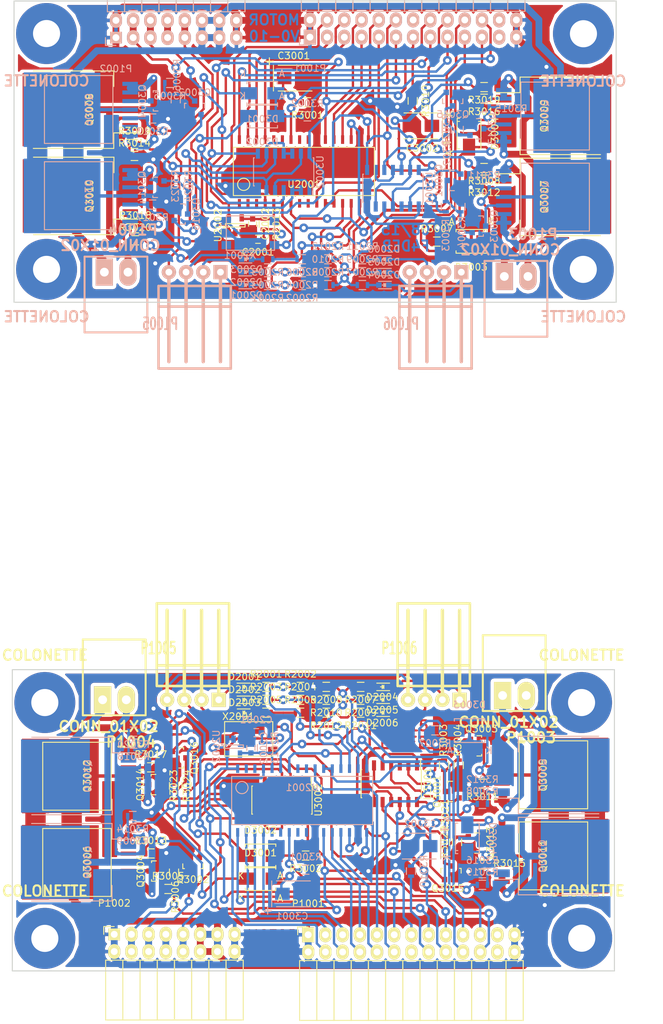
<source format=kicad_pcb>
(kicad_pcb (version 4) (host pcbnew 0.201507300901+6016~28~ubuntu15.04.1-product)
  (title_block (title MECHANICAL_MOTOR_BOARD) (date 2015-08-17) (rev V0-10) (company F4DEB))
  (layers (0 F.Cu signal) (31 B.Cu signal hide) (34 B.Paste user) (35 F.Paste user) (36 B.SilkS user) (37 F.SilkS user) (38 B.Mask user) (39 F.Mask user) (44 Edge.Cuts user))
  (net 0 "")
  (net 1 GND)
  (net 2 +15V)
  (net 3 +12V)
  (net 4 +5V)
  (net 5 +5VD)
  (net 6 +3V3)
  (net 7 /Motor/M1A)
  (net 8 /Motor/M1B)
  (net 9 /Motor/M2A)
  (net 10 /Motor/M2B)
  (net 11 "Net-(Q3001-Pad1)")
  (net 12 "Net-(Q3001-Pad3)")
  (net 13 "Net-(Q3002-Pad1)")
  (net 14 "Net-(Q3002-Pad3)")
  (net 15 "Net-(Q3003-Pad3)")
  (net 16 "Net-(Q3004-Pad3)")
  (net 17 /Motor/IMOT1A)
  (net 18 "Net-(Q3007-Pad1)")
  (net 19 "Net-(Q3008-Pad1)")
  (net 20 "Net-(Q3009-Pad1)")
  (net 21 "Net-(Q3010-Pad1)")
  (net 22 "Net-(Q3011-Pad3)")
  (net 23 "Net-(Q3012-Pad3)")
  (net 24 "Net-(Q3013-Pad1)")
  (net 25 "Net-(Q3014-Pad1)")
  (net 26 "Net-(Q3015-Pad1)")
  (net 27 "Net-(Q3016-Pad1)")
  (net 28 "Net-(R3008-Pad2)")
  (net 29 "Net-(R3009-Pad2)")
  (net 30 "Net-(C3001-Pad1)")
  (net 31 "Net-(C3002-Pad1)")
  (net 32 "Net-(K1-Pad1)")
  (net 33 "Net-(K2-Pad1)")
  (net 34 "Net-(K3-Pad1)")
  (net 35 "Net-(K4-Pad1)")
  (net 36 /Motor/OC4-5V)
  (net 37 /Motor/OC5-5V)
  (net 38 "Net-(U3001-Pad1)")
  (net 39 "Net-(U3002-Pad1)")
  (net 40 /Motor/IMOT1)
  (net 41 /Motor/IMOT2)
  (net 42 /Codeur/IO19)
  (net 43 /Codeur/IO18)
  (net 44 /Codeur/IO21)
  (net 45 /Codeur/IO20)
  (net 46 /Codeur/IO23)
  (net 47 /Codeur/IO22)
  (net 48 /Codeur/IO25)
  (net 49 /Codeur/IO24)
  (net 50 /Codeur/IO5)
  (net 51 /Codeur/IO3)
  (net 52 /Codeur/IO4)
  (net 53 /Codeur/IO1)
  (net 54 /Codeur/IO2)
  (net 55 "Net-(D2001-Pad2)")
  (net 56 /Codeur/CHAx)
  (net 57 "Net-(D2002-Pad2)")
  (net 58 /Codeur/CHBx)
  (net 59 "Net-(D2003-Pad2)")
  (net 60 /Codeur/CHIx)
  (net 61 "Net-(D2004-Pad2)")
  (net 62 /Codeur/CHAy)
  (net 63 "Net-(D2005-Pad2)")
  (net 64 /Codeur/CHBy)
  (net 65 "Net-(D2006-Pad2)")
  (net 66 /Codeur/CHIy)
  (net 67 "Net-(R2001-Pad2)")
  (net 68 "Net-(R2003-Pad2)")
  (net 69 "Net-(R2005-Pad2)")
  (net 70 "Net-(R2007-Pad2)")
  (net 71 "Net-(R2009-Pad2)")
  (net 72 "Net-(R2011-Pad2)")
  (net 73 /Motor/IO6)
  (net 74 /Motor/IO7)
  (net 75 /Motor/IMOT2A)
  (net 76 /Motor/IMOT2B)
  (net 77 /Motor/IMOT1B)
  (net 78 "Net-(C2002-Pad1)")
  (net 79 "Net-(C2001-Pad1)")
  (module f4deb-mod-library:MDX75104 (layer B.Cu) (at 94.59722 65.56502)
    (fp_text reference X2001 (at -1.524 3.302) (layer B.SilkS) (effects (justify mirror)))
    (fp_text value 12Mhz)
    (pad 1 smd rect (at -3.556 -1.778) (size 1.4 1.2) (layers B.Cu B.Paste B.Mask) (net 79 "Net-(C2001-Pad1)"))
    (pad 3 smd rect (at 3.556 -1.778) (size 1.4 1.2) (layers B.Cu B.Paste B.Mask))
    (pad 3 smd rect (at -3.556 1.778) (size 1.4 1.2) (layers B.Cu B.Paste B.Mask))
    (pad 2 smd rect (at 3.556 1.778) (size 1.4 1.2) (layers B.Cu B.Paste B.Mask) (net 78 "Net-(C2002-Pad1)"))
  )
  (module Housings_SOT-23_SOT-143_TSOT-6:SOT-23-5 (layer F.Cu) (at 92.36202 64.42202 90)
    (fp_text reference U2002 (at -0.05 -2.55 90) (layer F.SilkS))
    (fp_text value M74VHC1GT02DTT1G)
    (pad 1 smd rect (at -1.1 -0.95 90) (size 1.06 0.65) (layers F.Cu F.Paste F.Mask) (net 79 "Net-(C2001-Pad1)"))
    (pad 2 smd rect (at -1.1 0 90) (size 1.06 0.65) (layers F.Cu F.Paste F.Mask) (net 79 "Net-(C2001-Pad1)"))
    (pad 3 smd rect (at -1.1 0.95 90) (size 1.06 0.65) (layers F.Cu F.Paste F.Mask) (net 1 GND))
    (pad 4 smd rect (at 1.1 0.95 90) (size 1.06 0.65) (layers F.Cu F.Paste F.Mask) (net 78 "Net-(C2002-Pad1)"))
    (pad 5 smd rect (at 1.1 -0.95 90) (size 1.06 0.65) (layers F.Cu F.Paste F.Mask) (net 5 +5VD))
  )
  (module Resistors_SMD:R_0603 (layer F.Cu) (at 96.55302 64.24422 270)
    (fp_text reference R2013 (at 0 -1.9 270) (layer F.SilkS))
    (fp_text value 10M)
    (pad 1 smd rect (at -0.75 0 270) (size 0.5 0.9) (layers F.Cu F.Paste F.Mask) (net 78 "Net-(C2002-Pad1)"))
    (pad 2 smd rect (at 0.75 0 270) (size 0.5 0.9) (layers F.Cu F.Paste F.Mask) (net 79 "Net-(C2001-Pad1)"))
  )
  (module Capacitors_SMD:C_0603 (layer F.Cu) (at 94.92742 64.21882 270)
    (fp_text reference C2002 (at 0 -1.9 270) (layer F.SilkS))
    (fp_text value 27p)
    (pad 1 smd rect (at -0.75 0 270) (size 0.8 0.75) (layers F.Cu F.Paste F.Mask) (net 78 "Net-(C2002-Pad1)"))
    (pad 2 smd rect (at 0.75 0 270) (size 0.8 0.75) (layers F.Cu F.Paste F.Mask) (net 1 GND))
  )
  (module Capacitors_SMD:C_0603 (layer F.Cu) (at 95.71482 66.47942 180)
    (fp_text reference C2001 (at 0 -1.9 180) (layer F.SilkS))
    (fp_text value 27p)
    (pad 1 smd rect (at -0.75 0 180) (size 0.8 0.75) (layers F.Cu F.Paste F.Mask) (net 79 "Net-(C2001-Pad1)"))
    (pad 2 smd rect (at 0.75 0 180) (size 0.8 0.75) (layers F.Cu F.Paste F.Mask) (net 1 GND))
  )
  (module SMD_Packages:SOJ-32 (layer F.Cu) (at 102.49662 56.47182)
    (fp_text reference U2001 (at 0 1.905) (layer F.SilkS))
    (fp_text value HCTL-2032)
    (pad 20 smd rect (at 5.715 -4.699) (size 0.4572 1.27) (layers F.Cu F.Paste F.Mask) (net 49 /Codeur/IO24))
    (pad 21 smd rect (at 4.445 -4.699) (size 0.4572 1.27) (layers F.Cu F.Paste F.Mask) (net 46 /Codeur/IO23))
    (pad 22 smd rect (at 3.175 -4.699) (size 0.4572 1.27) (layers F.Cu F.Paste F.Mask) (net 47 /Codeur/IO22))
    (pad 23 smd rect (at 1.905 -4.699) (size 0.4572 1.27) (layers F.Cu F.Paste F.Mask) (net 1 GND))
    (pad 24 smd rect (at 0.635 -4.699) (size 0.4572 1.27) (layers F.Cu F.Paste F.Mask))
    (pad 28 smd rect (at -4.445 -4.699) (size 0.4572 1.27) (layers F.Cu F.Paste F.Mask))
    (pad 29 smd rect (at -5.715 -4.699) (size 0.4572 1.27) (layers F.Cu F.Paste F.Mask) (net 44 /Codeur/IO21))
    (pad 30 smd rect (at -6.985 -4.699) (size 0.4572 1.27) (layers F.Cu F.Paste F.Mask) (net 45 /Codeur/IO20))
    (pad 31 smd rect (at -8.255 -4.699) (size 0.4572 1.27) (layers F.Cu F.Paste F.Mask) (net 42 /Codeur/IO19))
    (pad 32 smd rect (at -9.525 -4.699) (size 0.4572 1.27) (layers F.Cu F.Paste F.Mask) (net 50 /Codeur/IO5))
    (pad 1 smd rect (at -9.525 4.699) (size 0.4572 1.27) (layers F.Cu F.Paste F.Mask) (net 5 +5VD))
    (pad 2 smd rect (at -8.255 4.699) (size 0.4572 1.27) (layers F.Cu F.Paste F.Mask))
    (pad 3 smd rect (at -6.985 4.699) (size 0.4572 1.27) (layers F.Cu F.Paste F.Mask))
    (pad 4 smd rect (at -5.715 4.699) (size 0.4572 1.27) (layers F.Cu F.Paste F.Mask) (net 43 /Codeur/IO18))
    (pad 5 smd rect (at -4.445 4.699) (size 0.4572 1.27) (layers F.Cu F.Paste F.Mask) (net 78 "Net-(C2002-Pad1)"))
    (pad 9 smd rect (at 0.635 4.699) (size 0.4572 1.27) (layers F.Cu F.Paste F.Mask))
    (pad 10 smd rect (at 1.905 4.699) (size 0.4572 1.27) (layers F.Cu F.Paste F.Mask) (net 48 /Codeur/IO25))
    (pad 11 smd rect (at 3.175 4.699) (size 0.4572 1.27) (layers F.Cu F.Paste F.Mask) (net 52 /Codeur/IO4))
    (pad 12 smd rect (at 4.445 4.699) (size 0.4572 1.27) (layers F.Cu F.Paste F.Mask) (net 52 /Codeur/IO4))
    (pad 13 smd rect (at 5.715 4.699) (size 0.4572 1.27) (layers F.Cu F.Paste F.Mask) (net 71 "Net-(R2009-Pad2)"))
    (pad 14 smd rect (at 6.985 4.699) (size 0.4572 1.27) (layers F.Cu F.Paste F.Mask) (net 68 "Net-(R2003-Pad2)"))
    (pad 15 smd rect (at 8.255 4.699) (size 0.4572 1.27) (layers F.Cu F.Paste F.Mask) (net 67 "Net-(R2001-Pad2)"))
    (pad 16 smd rect (at 9.525 4.699) (size 0.4572 1.27) (layers F.Cu F.Paste F.Mask) (net 70 "Net-(R2007-Pad2)"))
    (pad 6 smd rect (at -3.175 4.699) (size 0.4572 1.27) (layers F.Cu F.Paste F.Mask) (net 53 /Codeur/IO1))
    (pad 7 smd rect (at -1.905 4.699) (size 0.4572 1.27) (layers F.Cu F.Paste F.Mask) (net 51 /Codeur/IO3))
    (pad 8 smd rect (at -0.635 4.699) (size 0.4572 1.27) (layers F.Cu F.Paste F.Mask))
    (pad 27 smd rect (at -3.175 -4.699) (size 0.4572 1.27) (layers F.Cu F.Paste F.Mask))
    (pad 26 smd rect (at -1.905 -4.699) (size 0.4572 1.27) (layers F.Cu F.Paste F.Mask) (net 54 /Codeur/IO2))
    (pad 25 smd rect (at -0.635 -4.699) (size 0.4572 1.27) (layers F.Cu F.Paste F.Mask))
    (pad 19 smd rect (at 6.985 -4.699) (size 0.4572 1.27) (layers F.Cu F.Paste F.Mask) (net 72 "Net-(R2011-Pad2)"))
    (pad 18 smd rect (at 8.255 -4.699) (size 0.4572 1.27) (layers F.Cu F.Paste F.Mask) (net 1 GND))
    (pad 17 smd rect (at 9.525 -4.699) (size 0.4572 1.27) (layers F.Cu F.Paste F.Mask) (net 69 "Net-(R2005-Pad2)"))
  )
  (module Resistors_SMD:R_0603 (layer B.Cu) (at 106.05262 69.42582 180)
    (fp_text reference R2012 (at 0 1.9 180) (layer B.SilkS) (effects (justify mirror)))
    (fp_text value 1.5k)
    (pad 1 smd rect (at -0.75 0 180) (size 0.5 0.9) (layers B.Cu B.Paste B.Mask) (net 72 "Net-(R2011-Pad2)"))
    (pad 2 smd rect (at 0.75 0 180) (size 0.5 0.9) (layers B.Cu B.Paste B.Mask) (net 1 GND))
  )
  (module Resistors_SMD:R_0603 (layer B.Cu) (at 111.13262 69.42582 180)
    (fp_text reference R2011 (at 0 1.9 180) (layer B.SilkS) (effects (justify mirror)))
    (fp_text value 1.5k)
    (pad 1 smd rect (at -0.75 0 180) (size 0.5 0.9) (layers B.Cu B.Paste B.Mask) (net 65 "Net-(D2006-Pad2)"))
    (pad 2 smd rect (at 0.75 0 180) (size 0.5 0.9) (layers B.Cu B.Paste B.Mask) (net 72 "Net-(R2011-Pad2)"))
  )
  (module Resistors_SMD:R_0603 (layer B.Cu) (at 106.05262 71.33082 180)
    (fp_text reference R2010 (at 0 1.9 180) (layer B.SilkS) (effects (justify mirror)))
    (fp_text value 1.5k)
    (pad 1 smd rect (at -0.75 0 180) (size 0.5 0.9) (layers B.Cu B.Paste B.Mask) (net 71 "Net-(R2009-Pad2)"))
    (pad 2 smd rect (at 0.75 0 180) (size 0.5 0.9) (layers B.Cu B.Paste B.Mask) (net 1 GND))
  )
  (module Resistors_SMD:R_0603 (layer B.Cu) (at 111.13262 71.33082 180)
    (fp_text reference R2009 (at 0 1.9 180) (layer B.SilkS) (effects (justify mirror)))
    (fp_text value 1.5k)
    (pad 1 smd rect (at -0.75 0 180) (size 0.5 0.9) (layers B.Cu B.Paste B.Mask) (net 63 "Net-(D2005-Pad2)"))
    (pad 2 smd rect (at 0.75 0 180) (size 0.5 0.9) (layers B.Cu B.Paste B.Mask) (net 71 "Net-(R2009-Pad2)"))
  )
  (module Resistors_SMD:R_0603 (layer B.Cu) (at 106.05262 73.23582 180)
    (fp_text reference R2008 (at 0 1.9 180) (layer B.SilkS) (effects (justify mirror)))
    (fp_text value 1.5k)
    (pad 1 smd rect (at -0.75 0 180) (size 0.5 0.9) (layers B.Cu B.Paste B.Mask) (net 70 "Net-(R2007-Pad2)"))
    (pad 2 smd rect (at 0.75 0 180) (size 0.5 0.9) (layers B.Cu B.Paste B.Mask) (net 1 GND))
  )
  (module Resistors_SMD:R_0603 (layer B.Cu) (at 111.13262 73.23582 180)
    (fp_text reference R2007 (at 0 1.9 180) (layer B.SilkS) (effects (justify mirror)))
    (fp_text value 1.5k)
    (pad 1 smd rect (at -0.75 0 180) (size 0.5 0.9) (layers B.Cu B.Paste B.Mask) (net 61 "Net-(D2004-Pad2)"))
    (pad 2 smd rect (at 0.75 0 180) (size 0.5 0.9) (layers B.Cu B.Paste B.Mask) (net 70 "Net-(R2007-Pad2)"))
  )
  (module Resistors_SMD:R_0603 (layer B.Cu) (at 102.24262 69.42582)
    (fp_text reference R2006 (at 0 1.9) (layer B.SilkS) (effects (justify mirror)))
    (fp_text value 1.5k)
    (pad 1 smd rect (at -0.75 0) (size 0.5 0.9) (layers B.Cu B.Paste B.Mask) (net 69 "Net-(R2005-Pad2)"))
    (pad 2 smd rect (at 0.75 0) (size 0.5 0.9) (layers B.Cu B.Paste B.Mask) (net 1 GND))
  )
  (module Resistors_SMD:R_0603 (layer B.Cu) (at 97.16262 69.42582)
    (fp_text reference R2005 (at 0 1.9) (layer B.SilkS) (effects (justify mirror)))
    (fp_text value 1.5k)
    (pad 1 smd rect (at -0.75 0) (size 0.5 0.9) (layers B.Cu B.Paste B.Mask) (net 59 "Net-(D2003-Pad2)"))
    (pad 2 smd rect (at 0.75 0) (size 0.5 0.9) (layers B.Cu B.Paste B.Mask) (net 69 "Net-(R2005-Pad2)"))
  )
  (module Resistors_SMD:R_0603 (layer B.Cu) (at 102.24262 71.33082)
    (fp_text reference R2004 (at 0 1.9) (layer B.SilkS) (effects (justify mirror)))
    (fp_text value 1.5k)
    (pad 1 smd rect (at -0.75 0) (size 0.5 0.9) (layers B.Cu B.Paste B.Mask) (net 68 "Net-(R2003-Pad2)"))
    (pad 2 smd rect (at 0.75 0) (size 0.5 0.9) (layers B.Cu B.Paste B.Mask) (net 1 GND))
  )
  (module Resistors_SMD:R_0603 (layer B.Cu) (at 97.16262 71.33082)
    (fp_text reference R2003 (at 0 1.9) (layer B.SilkS) (effects (justify mirror)))
    (fp_text value 1.5k)
    (pad 1 smd rect (at -0.75 0) (size 0.5 0.9) (layers B.Cu B.Paste B.Mask) (net 57 "Net-(D2002-Pad2)"))
    (pad 2 smd rect (at 0.75 0) (size 0.5 0.9) (layers B.Cu B.Paste B.Mask) (net 68 "Net-(R2003-Pad2)"))
  )
  (module Resistors_SMD:R_0603 (layer B.Cu) (at 102.24262 73.23582)
    (fp_text reference R2002 (at 0 1.9) (layer B.SilkS) (effects (justify mirror)))
    (fp_text value 1.5k)
    (pad 1 smd rect (at -0.75 0) (size 0.5 0.9) (layers B.Cu B.Paste B.Mask) (net 67 "Net-(R2001-Pad2)"))
    (pad 2 smd rect (at 0.75 0) (size 0.5 0.9) (layers B.Cu B.Paste B.Mask) (net 1 GND))
  )
  (module Resistors_SMD:R_0603 (layer B.Cu) (at 97.16262 73.23582)
    (fp_text reference R2001 (at 0 1.9) (layer B.SilkS) (effects (justify mirror)))
    (fp_text value 1.5k)
    (pad 1 smd rect (at -0.75 0) (size 0.5 0.9) (layers B.Cu B.Paste B.Mask) (net 55 "Net-(D2001-Pad2)"))
    (pad 2 smd rect (at 0.75 0) (size 0.5 0.9) (layers B.Cu B.Paste B.Mask) (net 67 "Net-(R2001-Pad2)"))
  )
  (module CEN-PCB:KK-4-H (layer B.Cu) (at 118.11762 71.33082)
    (fp_text reference P1006 (at -1.27 7.62) (layer B.SilkS) (effects (font (size 1.73482 1.08712) (thickness 0.27178)) (justify mirror)))
    (fp_text value CONN_01X04 hide)
    (pad 1 thru_hole rect (at 7.62 0) (size 2.1 2.1) (drill 1.00076) (layers *.Cu *.Mask B.SilkS) (net 62 /Codeur/CHAy))
    (pad 2 thru_hole circle (at 5.08 0) (size 2.1 2.1) (drill 1.00076) (layers *.Cu *.Mask B.SilkS) (net 64 /Codeur/CHBy))
    (pad 3 thru_hole circle (at 2.54 0) (size 2.1 2.1) (drill 1.00076) (layers *.Cu *.Mask B.SilkS) (net 66 /Codeur/CHIy))
    (pad 4 thru_hole circle (at 0 0) (size 2.1 2.1) (drill 1.00076) (layers *.Cu *.Mask B.SilkS) (net 3 +12V))
  )
  (module CEN-PCB:KK-4-H (layer B.Cu) (at 82.55762 71.33082)
    (fp_text reference P1005 (at -1.27 7.62) (layer B.SilkS) (effects (font (size 1.73482 1.08712) (thickness 0.27178)) (justify mirror)))
    (fp_text value CONN_01X04 hide)
    (pad 1 thru_hole rect (at 7.62 0) (size 2.1 2.1) (drill 1.00076) (layers *.Cu *.Mask B.SilkS) (net 56 /Codeur/CHAx))
    (pad 2 thru_hole circle (at 5.08 0) (size 2.1 2.1) (drill 1.00076) (layers *.Cu *.Mask B.SilkS) (net 58 /Codeur/CHBx))
    (pad 3 thru_hole circle (at 2.54 0) (size 2.1 2.1) (drill 1.00076) (layers *.Cu *.Mask B.SilkS) (net 60 /Codeur/CHIx))
    (pad 4 thru_hole circle (at 0 0) (size 2.1 2.1) (drill 1.00076) (layers *.Cu *.Mask B.SilkS) (net 3 +12V))
  )
  (module LEDs:LED-0603 (layer B.Cu) (at 114.30762 69.42582 180)
    (fp_text reference D2006 (at 0 1.5 180) (layer B.SilkS) (effects (justify mirror)))
    (fp_text value LED)
    (pad 2 smd rect (at 0.7493 0) (size 0.79756 0.79756) (layers B.Cu B.Paste B.Mask) (net 65 "Net-(D2006-Pad2)"))
    (pad 1 smd rect (at -0.7493 0) (size 0.79756 0.79756) (layers B.Cu B.Paste B.Mask) (net 66 /Codeur/CHIy))
  )
  (module LEDs:LED-0603 (layer B.Cu) (at 114.30762 71.33082 180)
    (fp_text reference D2005 (at 0 1.5 180) (layer B.SilkS) (effects (justify mirror)))
    (fp_text value LED)
    (pad 2 smd rect (at 0.7493 0) (size 0.79756 0.79756) (layers B.Cu B.Paste B.Mask) (net 63 "Net-(D2005-Pad2)"))
    (pad 1 smd rect (at -0.7493 0) (size 0.79756 0.79756) (layers B.Cu B.Paste B.Mask) (net 64 /Codeur/CHBy))
  )
  (module LEDs:LED-0603 (layer B.Cu) (at 114.30762 73.23582 180)
    (fp_text reference D2004 (at 0 1.5 180) (layer B.SilkS) (effects (justify mirror)))
    (fp_text value LED)
    (pad 2 smd rect (at 0.7493 0) (size 0.79756 0.79756) (layers B.Cu B.Paste B.Mask) (net 61 "Net-(D2004-Pad2)"))
    (pad 1 smd rect (at -0.7493 0) (size 0.79756 0.79756) (layers B.Cu B.Paste B.Mask) (net 62 /Codeur/CHAy))
  )
  (module LEDs:LED-0603 (layer B.Cu) (at 94.01302 69.42582)
    (fp_text reference D2003 (at 0 1.5) (layer B.SilkS) (effects (justify mirror)))
    (fp_text value LED)
    (pad 2 smd rect (at 0.7493 0 180) (size 0.79756 0.79756) (layers B.Cu B.Paste B.Mask) (net 59 "Net-(D2003-Pad2)"))
    (pad 1 smd rect (at -0.7493 0 180) (size 0.79756 0.79756) (layers B.Cu B.Paste B.Mask) (net 60 /Codeur/CHIx))
  )
  (module LEDs:LED-0603 (layer B.Cu) (at 93.98762 71.33082)
    (fp_text reference D2002 (at 0 1.5) (layer B.SilkS) (effects (justify mirror)))
    (fp_text value LED)
    (pad 2 smd rect (at 0.7493 0 180) (size 0.79756 0.79756) (layers B.Cu B.Paste B.Mask) (net 57 "Net-(D2002-Pad2)"))
    (pad 1 smd rect (at -0.7493 0 180) (size 0.79756 0.79756) (layers B.Cu B.Paste B.Mask) (net 58 /Codeur/CHBx))
  )
  (module LEDs:LED-0603 (layer B.Cu) (at 93.98762 73.23582)
    (fp_text reference D2001 (at 0 1.5) (layer B.SilkS) (effects (justify mirror)))
    (fp_text value LED)
    (pad 2 smd rect (at 0.7493 0 180) (size 0.79756 0.79756) (layers B.Cu B.Paste B.Mask) (net 55 "Net-(D2001-Pad2)"))
    (pad 1 smd rect (at -0.7493 0 180) (size 0.79756 0.79756) (layers B.Cu B.Paste B.Mask) (net 56 /Codeur/CHAx))
  )
  (module CEN-PCB:WEIDMULLER-SL-3.5-2-90G (layer B.Cu) (at 132.08762 71.96582 180)
    (fp_text reference P1003 (at -4.191 6.223 180) (layer B.SilkS) (effects (font (thickness 0.3048)) (justify mirror)))
    (fp_text value CONN_01X02 (at -0.889 3.937 180) (layer B.SilkS) (effects (font (thickness 0.3048)) (justify mirror)))
    (pad 2 thru_hole oval (at -3.4925 0 180) (size 2.54 4) (drill 1.30048) (layers *.Cu *.Mask B.SilkS) (net 7 /Motor/M1A))
    (pad 1 thru_hole rect (at 0 0 180) (size 2.54 4) (drill 1.30048) (layers *.Cu *.Mask B.SilkS) (net 8 /Motor/M1B))
  )
  (module CEN-PCB:WEIDMULLER-SL-3.5-2-90G (layer B.Cu) (at 73.03262 71.33082 180)
    (fp_text reference P1004 (at -4.191 6.223 180) (layer B.SilkS) (effects (font (thickness 0.3048)) (justify mirror)))
    (fp_text value CONN_01X02 (at -0.889 3.937 180) (layer B.SilkS) (effects (font (thickness 0.3048)) (justify mirror)))
    (pad 2 thru_hole oval (at -3.4925 0 180) (size 2.54 4) (drill 1.30048) (layers *.Cu *.Mask B.SilkS) (net 9 /Motor/M2A))
    (pad 1 thru_hole rect (at 0 0 180) (size 2.54 4) (drill 1.30048) (layers *.Cu *.Mask B.SilkS) (net 10 /Motor/M2B))
  )
  (module Socket_Strips:Socket_Strip_Angled_2x13 (layer B.Cu) (at 103.38562 36.65982)
    (fp_text reference P1001 (at 0 4.6) (layer B.SilkS) (effects (justify mirror)))
    (fp_text value CONN_02X13)
    (pad 1 thru_hole rect (at 0 0) (size 1.8 2.2) (drill 1.016) (layers *.Cu *.Mask B.SilkS) (net 1 GND))
    (pad 2 thru_hole oval (at 0 -2.54) (size 1.8 2.2) (drill 1.016) (layers *.Cu *.Mask B.SilkS) (net 1 GND))
    (pad 3 thru_hole oval (at 2.54 0) (size 1.8 2.2) (drill 1.016) (layers *.Cu *.Mask B.SilkS) (net 42 /Codeur/IO19))
    (pad 4 thru_hole oval (at 2.54 -2.54) (size 1.8 2.2) (drill 1.016) (layers *.Cu *.Mask B.SilkS) (net 43 /Codeur/IO18))
    (pad 5 thru_hole oval (at 5.08 0) (size 1.8 2.2) (drill 1.016) (layers *.Cu *.Mask B.SilkS) (net 44 /Codeur/IO21))
    (pad 6 thru_hole oval (at 5.08 -2.54) (size 1.8 2.2) (drill 1.016) (layers *.Cu *.Mask B.SilkS) (net 45 /Codeur/IO20))
    (pad 7 thru_hole oval (at 7.62 0) (size 1.8 2.2) (drill 1.016) (layers *.Cu *.Mask B.SilkS) (net 46 /Codeur/IO23))
    (pad 8 thru_hole oval (at 7.62 -2.54) (size 1.8 2.2) (drill 1.016) (layers *.Cu *.Mask B.SilkS) (net 47 /Codeur/IO22))
    (pad 9 thru_hole oval (at 10.16 0) (size 1.8 2.2) (drill 1.016) (layers *.Cu *.Mask B.SilkS) (net 48 /Codeur/IO25))
    (pad 10 thru_hole oval (at 10.16 -2.54) (size 1.8 2.2) (drill 1.016) (layers *.Cu *.Mask B.SilkS) (net 49 /Codeur/IO24))
    (pad 11 thru_hole oval (at 12.7 0) (size 1.8 2.2) (drill 1.016) (layers *.Cu *.Mask B.SilkS) (net 36 /Motor/OC4-5V))
    (pad 12 thru_hole oval (at 12.7 -2.54) (size 1.8 2.2) (drill 1.016) (layers *.Cu *.Mask B.SilkS) (net 37 /Motor/OC5-5V))
    (pad 13 thru_hole oval (at 15.24 0) (size 1.8 2.2) (drill 1.016) (layers *.Cu *.Mask B.SilkS) (net 41 /Motor/IMOT2))
    (pad 14 thru_hole oval (at 15.24 -2.54) (size 1.8 2.2) (drill 1.016) (layers *.Cu *.Mask B.SilkS))
    (pad 15 thru_hole oval (at 17.78 0) (size 1.8 2.2) (drill 1.016) (layers *.Cu *.Mask B.SilkS) (net 74 /Motor/IO7))
    (pad 16 thru_hole oval (at 17.78 -2.54) (size 1.8 2.2) (drill 1.016) (layers *.Cu *.Mask B.SilkS) (net 40 /Motor/IMOT1))
    (pad 17 thru_hole oval (at 20.32 0) (size 1.8 2.2) (drill 1.016) (layers *.Cu *.Mask B.SilkS) (net 50 /Codeur/IO5))
    (pad 18 thru_hole oval (at 20.32 -2.54) (size 1.8 2.2) (drill 1.016) (layers *.Cu *.Mask B.SilkS) (net 73 /Motor/IO6))
    (pad 19 thru_hole oval (at 22.86 0) (size 1.8 2.2) (drill 1.016) (layers *.Cu *.Mask B.SilkS) (net 51 /Codeur/IO3))
    (pad 20 thru_hole oval (at 22.86 -2.54) (size 1.8 2.2) (drill 1.016) (layers *.Cu *.Mask B.SilkS) (net 52 /Codeur/IO4))
    (pad 21 thru_hole oval (at 25.4 0) (size 1.8 2.2) (drill 1.016) (layers *.Cu *.Mask B.SilkS) (net 53 /Codeur/IO1))
    (pad 22 thru_hole oval (at 25.4 -2.54) (size 1.8 2.2) (drill 1.016) (layers *.Cu *.Mask B.SilkS) (net 54 /Codeur/IO2))
    (pad 23 thru_hole oval (at 27.94 0) (size 1.8 2.2) (drill 1.016) (layers *.Cu *.Mask B.SilkS))
    (pad 24 thru_hole oval (at 27.94 -2.54) (size 1.8 2.2) (drill 1.016) (layers *.Cu *.Mask B.SilkS))
    (pad 25 thru_hole oval (at 30.48 0) (size 1.8 2.2) (drill 1.016) (layers *.Cu *.Mask B.SilkS) (net 1 GND))
    (pad 26 thru_hole oval (at 30.48 -2.54) (size 1.8 2.2) (drill 1.016) (layers *.Cu *.Mask B.SilkS) (net 1 GND))
  )
  (module Socket_Strips:Socket_Strip_Angled_2x08 (layer B.Cu) (at 74.74712 36.72332)
    (fp_text reference P1002 (at 0 4.6) (layer B.SilkS) (effects (justify mirror)))
    (fp_text value CONN_02X08)
    (pad 1 thru_hole rect (at 0 0) (size 1.7272 1.7272) (drill 1.016) (layers *.Cu *.Mask B.SilkS) (net 1 GND))
    (pad 2 thru_hole oval (at 0 -2.54) (size 1.8 2.2) (drill 1.016) (layers *.Cu *.Mask B.SilkS) (net 1 GND))
    (pad 3 thru_hole oval (at 2.54 0) (size 1.8 2.2) (drill 1.016) (layers *.Cu *.Mask B.SilkS) (net 6 +3V3))
    (pad 4 thru_hole oval (at 2.54 -2.54) (size 1.8 2.2) (drill 1.016) (layers *.Cu *.Mask B.SilkS) (net 6 +3V3))
    (pad 5 thru_hole oval (at 5.08 0) (size 1.8 2.2) (drill 1.016) (layers *.Cu *.Mask B.SilkS) (net 5 +5VD))
    (pad 6 thru_hole oval (at 5.08 -2.54) (size 1.8 2.2) (drill 1.016) (layers *.Cu *.Mask B.SilkS) (net 5 +5VD))
    (pad 7 thru_hole oval (at 7.62 0) (size 1.8 2.2) (drill 1.016) (layers *.Cu *.Mask B.SilkS) (net 4 +5V))
    (pad 8 thru_hole oval (at 7.62 -2.54) (size 1.8 2.2) (drill 1.016) (layers *.Cu *.Mask B.SilkS) (net 4 +5V))
    (pad 9 thru_hole oval (at 10.16 0) (size 1.8 2.2) (drill 1.016) (layers *.Cu *.Mask B.SilkS) (net 3 +12V))
    (pad 10 thru_hole oval (at 10.16 -2.54) (size 1.8 2.2) (drill 1.016) (layers *.Cu *.Mask B.SilkS) (net 3 +12V))
    (pad 11 thru_hole oval (at 12.7 0) (size 1.8 2.2) (drill 1.016) (layers *.Cu *.Mask B.SilkS) (net 2 +15V))
    (pad 12 thru_hole oval (at 12.7 -2.54) (size 1.8 2.2) (drill 1.016) (layers *.Cu *.Mask B.SilkS) (net 2 +15V))
    (pad 13 thru_hole oval (at 15.24 0) (size 1.8 2.2) (drill 1.016) (layers *.Cu *.Mask B.SilkS) (net 2 +15V))
    (pad 14 thru_hole oval (at 15.24 -2.54) (size 1.8 2.2) (drill 1.016) (layers *.Cu *.Mask B.SilkS) (net 2 +15V))
    (pad 15 thru_hole oval (at 17.78 0) (size 1.8 2.2) (drill 1.016) (layers *.Cu *.Mask B.SilkS) (net 1 GND))
    (pad 16 thru_hole oval (at 17.78 -2.54) (size 1.8 2.2) (drill 1.016) (layers *.Cu *.Mask B.SilkS) (net 1 GND))
  )
  (module f4deb-mod-library:PG-TO220-7-4 (layer B.Cu) (at 131.99872 60.23102 90)
    (fp_text reference Q3005 (at 0 6.096 90) (layer B.SilkS) (effects (justify mirror)))
    (fp_text value BTS50055)
    (pad 3 smd rect (at -1.27 0 90) (size 0.6 2.286) (layers B.Cu B.Paste B.Mask) (net 15 "Net-(Q3003-Pad3)"))
    (pad 4 smd rect (at 0 13.716 90) (size 11 4) (layers B.Cu B.Paste B.Mask) (net 2 +15V))
    (pad 5 smd rect (at 1.27 0 90) (size 0.6 2.286) (layers B.Cu B.Paste B.Mask) (net 17 /Motor/IMOT1A))
    (pad 4 smd rect (at 0 0 90) (size 0.6 2.286) (layers B.Cu B.Paste B.Mask) (net 2 +15V))
    (pad 2 smd rect (at -2.54 0 90) (size 0.6 2.286) (layers B.Cu B.Paste B.Mask) (net 7 /Motor/M1A))
    (pad 6 smd rect (at 2.54 0 90) (size 0.6 2.286) (layers B.Cu B.Paste B.Mask) (net 7 /Motor/M1A))
    (pad 7 smd rect (at 3.81 0 90) (size 0.6 2.286) (layers B.Cu B.Paste B.Mask) (net 7 /Motor/M1A))
    (pad 1 smd rect (at -3.81 0 90) (size 0.6 2.286) (layers B.Cu B.Paste B.Mask) (net 7 /Motor/M1A))
    (pad 4 smd rect (at 0 8.382 90) (size 10.922 8) (layers B.Cu B.Paste B.Mask) (net 2 +15V))
  )
  (module f4deb-mod-library:PG-TO220-7-4 (layer B.Cu) (at 76.83627 47.35957 270)
    (fp_text reference Q3006 (at 0 6.096 270) (layer B.SilkS) (effects (justify mirror)))
    (fp_text value BTS50055)
    (pad 3 smd rect (at -1.27 0 270) (size 0.6 2.286) (layers B.Cu B.Paste B.Mask) (net 16 "Net-(Q3004-Pad3)"))
    (pad 4 smd rect (at 0 13.716 270) (size 11 4) (layers B.Cu B.Paste B.Mask) (net 2 +15V))
    (pad 5 smd rect (at 1.27 0 270) (size 0.6 2.286) (layers B.Cu B.Paste B.Mask) (net 75 /Motor/IMOT2A))
    (pad 4 smd rect (at 0 0 270) (size 0.6 2.286) (layers B.Cu B.Paste B.Mask) (net 2 +15V))
    (pad 2 smd rect (at -2.54 0 270) (size 0.6 2.286) (layers B.Cu B.Paste B.Mask) (net 9 /Motor/M2A))
    (pad 6 smd rect (at 2.54 0 270) (size 0.6 2.286) (layers B.Cu B.Paste B.Mask) (net 9 /Motor/M2A))
    (pad 7 smd rect (at 3.81 0 270) (size 0.6 2.286) (layers B.Cu B.Paste B.Mask) (net 9 /Motor/M2A))
    (pad 1 smd rect (at -3.81 0 270) (size 0.6 2.286) (layers B.Cu B.Paste B.Mask) (net 9 /Motor/M2A))
    (pad 4 smd rect (at 0 8.382 270) (size 10.922 8) (layers B.Cu B.Paste B.Mask) (net 2 +15V))
  )
  (module f4deb-mod-library:PG-TO220-7-4 (layer B.Cu) (at 131.99872 48.26762 90)
    (fp_text reference Q3011 (at 0 6.096 90) (layer B.SilkS) (effects (justify mirror)))
    (fp_text value BTS50055)
    (pad 3 smd rect (at -1.27 0 90) (size 0.6 2.286) (layers B.Cu B.Paste B.Mask) (net 22 "Net-(Q3011-Pad3)"))
    (pad 4 smd rect (at 0 13.716 90) (size 11 4) (layers B.Cu B.Paste B.Mask) (net 2 +15V))
    (pad 5 smd rect (at 1.27 0 90) (size 0.6 2.286) (layers B.Cu B.Paste B.Mask) (net 77 /Motor/IMOT1B))
    (pad 4 smd rect (at 0 0 90) (size 0.6 2.286) (layers B.Cu B.Paste B.Mask) (net 2 +15V))
    (pad 2 smd rect (at -2.54 0 90) (size 0.6 2.286) (layers B.Cu B.Paste B.Mask) (net 8 /Motor/M1B))
    (pad 6 smd rect (at 2.54 0 90) (size 0.6 2.286) (layers B.Cu B.Paste B.Mask) (net 8 /Motor/M1B))
    (pad 7 smd rect (at 3.81 0 90) (size 0.6 2.286) (layers B.Cu B.Paste B.Mask) (net 8 /Motor/M1B))
    (pad 1 smd rect (at -3.81 0 90) (size 0.6 2.286) (layers B.Cu B.Paste B.Mask) (net 8 /Motor/M1B))
    (pad 4 smd rect (at 0 8.382 90) (size 10.922 8) (layers B.Cu B.Paste B.Mask) (net 2 +15V))
  )
  (module f4deb-mod-library:PG-TO220-7-4 (layer B.Cu) (at 76.83627 60.08497 270)
    (fp_text reference Q3012 (at 0 6.096 270) (layer B.SilkS) (effects (justify mirror)))
    (fp_text value BTS50055)
    (pad 3 smd rect (at -1.27 0 270) (size 0.6 2.286) (layers B.Cu B.Paste B.Mask) (net 23 "Net-(Q3012-Pad3)"))
    (pad 4 smd rect (at 0 13.716 270) (size 11 4) (layers B.Cu B.Paste B.Mask) (net 2 +15V))
    (pad 5 smd rect (at 1.27 0 270) (size 0.6 2.286) (layers B.Cu B.Paste B.Mask) (net 76 /Motor/IMOT2B))
    (pad 4 smd rect (at 0 0 270) (size 0.6 2.286) (layers B.Cu B.Paste B.Mask) (net 2 +15V))
    (pad 2 smd rect (at -2.54 0 270) (size 0.6 2.286) (layers B.Cu B.Paste B.Mask) (net 10 /Motor/M2B))
    (pad 6 smd rect (at 2.54 0 270) (size 0.6 2.286) (layers B.Cu B.Paste B.Mask) (net 10 /Motor/M2B))
    (pad 7 smd rect (at 3.81 0 270) (size 0.6 2.286) (layers B.Cu B.Paste B.Mask) (net 10 /Motor/M2B))
    (pad 1 smd rect (at -3.81 0 270) (size 0.6 2.286) (layers B.Cu B.Paste B.Mask) (net 10 /Motor/M2B))
    (pad 4 smd rect (at 0 8.382 270) (size 10.922 8) (layers B.Cu B.Paste B.Mask) (net 2 +15V))
  )
  (module Housings_SOIC:SOIC-14_3.9x8.7mm_Pitch1.27mm (layer B.Cu) (at 99.51212 56.53532 90)
    (fp_text reference U3002 (at 0 5.375 90) (layer B.SilkS) (effects (justify mirror)))
    (fp_text value 74HC02)
    (pad 1 smd rect (at -2.7 3.81 90) (size 1.5 0.6) (layers B.Cu B.Paste B.Mask) (net 39 "Net-(U3002-Pad1)"))
    (pad 2 smd rect (at -2.7 2.54 90) (size 1.5 0.6) (layers B.Cu B.Paste B.Mask) (net 36 /Motor/OC4-5V))
    (pad 3 smd rect (at -2.7 1.27 90) (size 1.5 0.6) (layers B.Cu B.Paste B.Mask) (net 36 /Motor/OC4-5V))
    (pad 4 smd rect (at -2.7 0 90) (size 1.5 0.6) (layers B.Cu B.Paste B.Mask) (net 13 "Net-(Q3002-Pad1)"))
    (pad 5 smd rect (at -2.7 -1.27 90) (size 1.5 0.6) (layers B.Cu B.Paste B.Mask) (net 39 "Net-(U3002-Pad1)"))
    (pad 6 smd rect (at -2.7 -2.54 90) (size 1.5 0.6) (layers B.Cu B.Paste B.Mask) (net 29 "Net-(R3009-Pad2)"))
    (pad 7 smd rect (at -2.7 -3.81 90) (size 1.5 0.6) (layers B.Cu B.Paste B.Mask) (net 1 GND))
    (pad 8 smd rect (at 2.7 -3.81 90) (size 1.5 0.6) (layers B.Cu B.Paste B.Mask) (net 36 /Motor/OC4-5V))
    (pad 9 smd rect (at 2.7 -2.54 90) (size 1.5 0.6) (layers B.Cu B.Paste B.Mask) (net 74 /Motor/IO7))
    (pad 10 smd rect (at 2.7 -1.27 90) (size 1.5 0.6) (layers B.Cu B.Paste B.Mask) (net 27 "Net-(Q3016-Pad1)"))
    (pad 11 smd rect (at 2.7 0 90) (size 1.5 0.6) (layers B.Cu B.Paste B.Mask) (net 74 /Motor/IO7))
    (pad 12 smd rect (at 2.7 1.27 90) (size 1.5 0.6) (layers B.Cu B.Paste B.Mask) (net 74 /Motor/IO7))
    (pad 13 smd rect (at 2.7 2.54 90) (size 1.5 0.6) (layers B.Cu B.Paste B.Mask) (net 29 "Net-(R3009-Pad2)"))
    (pad 14 smd rect (at 2.7 3.81 90) (size 1.5 0.6) (layers B.Cu B.Paste B.Mask) (net 6 +3V3))
  )
  (module Housings_SOIC:SOIC-14_3.9x8.7mm_Pitch1.27mm (layer B.Cu) (at 115.64112 58.94832 90)
    (fp_text reference U3001 (at 0 5.375 90) (layer B.SilkS) (effects (justify mirror)))
    (fp_text value 74HC02)
    (pad 1 smd rect (at -2.7 3.81 90) (size 1.5 0.6) (layers B.Cu B.Paste B.Mask) (net 38 "Net-(U3001-Pad1)"))
    (pad 2 smd rect (at -2.7 2.54 90) (size 1.5 0.6) (layers B.Cu B.Paste B.Mask) (net 37 /Motor/OC5-5V))
    (pad 3 smd rect (at -2.7 1.27 90) (size 1.5 0.6) (layers B.Cu B.Paste B.Mask) (net 37 /Motor/OC5-5V))
    (pad 4 smd rect (at -2.7 0 90) (size 1.5 0.6) (layers B.Cu B.Paste B.Mask) (net 11 "Net-(Q3001-Pad1)"))
    (pad 5 smd rect (at -2.7 -1.27 90) (size 1.5 0.6) (layers B.Cu B.Paste B.Mask) (net 38 "Net-(U3001-Pad1)"))
    (pad 6 smd rect (at -2.7 -2.54 90) (size 1.5 0.6) (layers B.Cu B.Paste B.Mask) (net 28 "Net-(R3008-Pad2)"))
    (pad 7 smd rect (at -2.7 -3.81 90) (size 1.5 0.6) (layers B.Cu B.Paste B.Mask) (net 1 GND))
    (pad 8 smd rect (at 2.7 -3.81 90) (size 1.5 0.6) (layers B.Cu B.Paste B.Mask) (net 37 /Motor/OC5-5V))
    (pad 9 smd rect (at 2.7 -2.54 90) (size 1.5 0.6) (layers B.Cu B.Paste B.Mask) (net 73 /Motor/IO6))
    (pad 10 smd rect (at 2.7 -1.27 90) (size 1.5 0.6) (layers B.Cu B.Paste B.Mask) (net 26 "Net-(Q3015-Pad1)"))
    (pad 11 smd rect (at 2.7 0 90) (size 1.5 0.6) (layers B.Cu B.Paste B.Mask) (net 73 /Motor/IO6))
    (pad 12 smd rect (at 2.7 1.27 90) (size 1.5 0.6) (layers B.Cu B.Paste B.Mask) (net 73 /Motor/IO6))
    (pad 13 smd rect (at 2.7 2.54 90) (size 1.5 0.6) (layers B.Cu B.Paste B.Mask) (net 28 "Net-(R3008-Pad2)"))
    (pad 14 smd rect (at 2.7 3.81 90) (size 1.5 0.6) (layers B.Cu B.Paste B.Mask) (net 6 +3V3))
  )
  (module Resistors_SMD:R_0603 (layer F.Cu) (at 118.56212 46.05782 270)
    (fp_text reference R3010 (at 0 -1.9 270) (layer F.SilkS))
    (fp_text value R)
    (pad 1 smd rect (at -0.75 0 270) (size 0.5 0.9) (layers F.Cu F.Paste F.Mask) (net 40 /Motor/IMOT1))
    (pad 2 smd rect (at 0.75 0 270) (size 0.5 0.9) (layers F.Cu F.Paste F.Mask) (net 31 "Net-(C3002-Pad1)"))
  )
  (module Resistors_SMD:R_0603 (layer F.Cu) (at 122.11812 66.82232)
    (fp_text reference R3007 (at 0 -1.9) (layer F.SilkS))
    (fp_text value R)
    (pad 1 smd rect (at -0.75 0) (size 0.5 0.9) (layers F.Cu F.Paste F.Mask) (net 1 GND))
    (pad 2 smd rect (at 0.75 0) (size 0.5 0.9) (layers F.Cu F.Paste F.Mask) (net 31 "Net-(C3002-Pad1)"))
  )
  (module Resistors_SMD:R_0603 (layer B.Cu) (at 103.00462 48.34382 180)
    (fp_text reference R3002 (at 0 1.9 180) (layer B.SilkS) (effects (justify mirror)))
    (fp_text value R)
    (pad 1 smd rect (at -0.75 0 180) (size 0.5 0.9) (layers B.Cu B.Paste B.Mask) (net 41 /Motor/IMOT2))
    (pad 2 smd rect (at 0.75 0 180) (size 0.5 0.9) (layers B.Cu B.Paste B.Mask) (net 30 "Net-(C3001-Pad1)"))
  )
  (module Resistors_SMD:R_0603 (layer F.Cu) (at 103.00462 46.26102 180)
    (fp_text reference R3001 (at 0 -1.9 180) (layer F.SilkS))
    (fp_text value R)
    (pad 1 smd rect (at -0.75 0 180) (size 0.5 0.9) (layers F.Cu F.Paste F.Mask) (net 1 GND))
    (pad 2 smd rect (at 0.75 0 180) (size 0.5 0.9) (layers F.Cu F.Paste F.Mask) (net 30 "Net-(C3001-Pad1)"))
  )
  (module CEN-PCB:COLONETTE (layer B.Cu) (at 143.74622 70.92442)
    (fp_text reference K4 (at 0 0) (layer B.SilkS) (effects (font (thickness 0.3048)) (justify mirror)))
    (fp_text value COLONETTE (at 0 6.985) (layer B.SilkS) (effects (font (thickness 0.3048)) (justify mirror)))
    (pad 1 thru_hole circle (at 0 0) (size 8.99922 8.99922) (drill 4.0005) (layers *.Cu) (net 35 "Net-(K4-Pad1)"))
    (pad 1 thru_hole circle (at 0 0) (size 2 2) (drill 0.6) (layers *.Cu *.Mask B.SilkS) (net 35 "Net-(K4-Pad1)"))
  )
  (module CEN-PCB:COLONETTE (layer B.Cu) (at 64.49822 36.12642)
    (fp_text reference K3 (at 0 0) (layer B.SilkS) (effects (font (thickness 0.3048)) (justify mirror)))
    (fp_text value COLONETTE (at 0 6.985) (layer B.SilkS) (effects (font (thickness 0.3048)) (justify mirror)))
    (pad 1 thru_hole circle (at 0 0) (size 8.99922 8.99922) (drill 4.0005) (layers *.Cu) (net 34 "Net-(K3-Pad1)"))
    (pad 1 thru_hole circle (at 0 0) (size 2 2) (drill 0.6) (layers *.Cu *.Mask B.SilkS) (net 34 "Net-(K3-Pad1)"))
  )
  (module CEN-PCB:COLONETTE (layer B.Cu) (at 64.49822 70.92442)
    (fp_text reference K2 (at 0 0) (layer B.SilkS) (effects (font (thickness 0.3048)) (justify mirror)))
    (fp_text value COLONETTE (at 0 6.985) (layer B.SilkS) (effects (font (thickness 0.3048)) (justify mirror)))
    (pad 1 thru_hole circle (at 0 0) (size 8.99922 8.99922) (drill 4.0005) (layers *.Cu) (net 33 "Net-(K2-Pad1)"))
    (pad 1 thru_hole circle (at 0 0) (size 2 2) (drill 0.6) (layers *.Cu *.Mask B.SilkS) (net 33 "Net-(K2-Pad1)"))
  )
  (module CEN-PCB:COLONETTE (layer B.Cu) (at 143.77162 36.15182)
    (fp_text reference K1 (at 0 0) (layer B.SilkS) (effects (font (thickness 0.3048)) (justify mirror)))
    (fp_text value COLONETTE (at 0 6.985) (layer B.SilkS) (effects (font (thickness 0.3048)) (justify mirror)))
    (pad 1 thru_hole circle (at 0 0) (size 8.99922 8.99922) (drill 4.0005) (layers *.Cu) (net 32 "Net-(K1-Pad1)"))
    (pad 1 thru_hole circle (at 0 0) (size 2 2) (drill 0.6) (layers *.Cu *.Mask B.SilkS) (net 32 "Net-(K1-Pad1)"))
  )
  (module Diodes_SMD:Diode-SMA_Standard (layer F.Cu) (at 126.88062 50.88382 270)
    (fp_text reference D3004 (at 0 -3.81 270) (layer F.SilkS))
    (fp_text value D_Schottky_Small)
    (fp_text user K (at -2.9 2.95 270) (layer F.SilkS))
    (fp_text user A (at 2.9 2.9 270) (layer F.SilkS))
    (pad 1 smd rect (at -1.99898 0 270) (size 2.49936 1.80086) (layers F.Cu F.Paste F.Mask) (net 77 /Motor/IMOT1B))
    (pad 2 smd rect (at 1.99898 0 270) (size 2.49936 1.80086) (layers F.Cu F.Paste F.Mask) (net 31 "Net-(C3002-Pad1)"))
  )
  (module Diodes_SMD:Diode-SMA_Standard (layer F.Cu) (at 127.21082 66.78422 180)
    (fp_text reference D3003 (at 0 -3.81 180) (layer F.SilkS))
    (fp_text value D_Schottky_Small)
    (fp_text user K (at -2.9 2.95 180) (layer F.SilkS))
    (fp_text user A (at 2.9 2.9 180) (layer F.SilkS))
    (pad 1 smd rect (at -1.99898 0 180) (size 2.49936 1.80086) (layers F.Cu F.Paste F.Mask) (net 17 /Motor/IMOT1A))
    (pad 2 smd rect (at 1.99898 0 180) (size 2.49936 1.80086) (layers F.Cu F.Paste F.Mask) (net 31 "Net-(C3002-Pad1)"))
  )
  (module Diodes_SMD:Diode-SMA_Standard (layer B.Cu) (at 96.34982 48.29302)
    (fp_text reference D3002 (at 0 3.81) (layer B.SilkS) (effects (justify mirror)))
    (fp_text value D_Schottky_Small)
    (fp_text user K (at -2.9 -2.95) (layer B.SilkS) (effects (justify mirror)))
    (fp_text user A (at 2.9 -2.9) (layer B.SilkS) (effects (justify mirror)))
    (pad 1 smd rect (at -1.99898 0) (size 2.49936 1.80086) (layers B.Cu B.Paste B.Mask) (net 76 /Motor/IMOT2B))
    (pad 2 smd rect (at 1.99898 0) (size 2.49936 1.80086) (layers B.Cu B.Paste B.Mask) (net 30 "Net-(C3001-Pad1)"))
  )
  (module Diodes_SMD:Diode-SMA_Standard (layer B.Cu) (at 96.34982 44.94022)
    (fp_text reference D3001 (at 0 3.81) (layer B.SilkS) (effects (justify mirror)))
    (fp_text value D_Schottky_Small)
    (fp_text user K (at -2.9 -2.95) (layer B.SilkS) (effects (justify mirror)))
    (fp_text user A (at 2.9 -2.9) (layer B.SilkS) (effects (justify mirror)))
    (pad 1 smd rect (at -1.99898 0) (size 2.49936 1.80086) (layers B.Cu B.Paste B.Mask) (net 75 /Motor/IMOT2A))
    (pad 2 smd rect (at 1.99898 0) (size 2.49936 1.80086) (layers B.Cu B.Paste B.Mask) (net 30 "Net-(C3001-Pad1)"))
  )
  (module Capacitors_Tantalum_SMD:TantalC_SizeB_EIA-3528_Wave (layer F.Cu) (at 119.76862 49.74082 180)
    (fp_text reference C3002 (at -0.20066 -3.29946 180) (layer F.SilkS))
    (fp_text value C)
    (fp_text user + (at -3.79984 -2.49936 180) (layer F.SilkS))
    (pad 2 smd rect (at 1.6256 0 180) (size 2.14884 1.80086) (layers F.Cu F.Paste F.Mask) (net 1 GND))
    (pad 1 smd rect (at -1.6256 0 180) (size 2.14884 1.80086) (layers F.Cu F.Paste F.Mask) (net 31 "Net-(C3002-Pad1)"))
  )
  (module Capacitors_Tantalum_SMD:TantalC_SizeB_EIA-3528_Wave (layer F.Cu) (at 101.20122 42.70502)
    (fp_text reference C3001 (at -0.20066 -3.29946) (layer F.SilkS))
    (fp_text value C)
    (fp_text user + (at -3.79984 -2.49936) (layer F.SilkS))
    (pad 2 smd rect (at 1.6256 0) (size 2.14884 1.80086) (layers F.Cu F.Paste F.Mask) (net 1 GND))
    (pad 1 smd rect (at -1.6256 0) (size 2.14884 1.80086) (layers F.Cu F.Paste F.Mask) (net 30 "Net-(C3001-Pad1)"))
  )
  (module Resistors_SMD:R_0603 (layer B.Cu) (at 83.57362 58.63082 90)
    (fp_text reference R3024 (at 0 1.9 90) (layer B.SilkS) (effects (justify mirror)))
    (fp_text value R)
    (pad 1 smd rect (at -0.75 0 90) (size 0.5 0.9) (layers B.Cu B.Paste B.Mask) (net 1 GND))
    (pad 2 smd rect (at 0.75 0 90) (size 0.5 0.9) (layers B.Cu B.Paste B.Mask) (net 25 "Net-(Q3014-Pad1)"))
  )
  (module Resistors_SMD:R_0603 (layer B.Cu) (at 85.41512 58.63082 270)
    (fp_text reference R3023 (at 0 1.9 270) (layer B.SilkS) (effects (justify mirror)))
    (fp_text value R)
    (pad 1 smd rect (at -0.75 0 270) (size 0.5 0.9) (layers B.Cu B.Paste B.Mask) (net 6 +3V3))
    (pad 2 smd rect (at 0.75 0 270) (size 0.5 0.9) (layers B.Cu B.Paste B.Mask) (net 25 "Net-(Q3014-Pad1)"))
  )
  (module Resistors_SMD:R_0603 (layer B.Cu) (at 125.35662 50.31232 270)
    (fp_text reference R3022 (at 0 1.9 270) (layer B.SilkS) (effects (justify mirror)))
    (fp_text value R)
    (pad 1 smd rect (at -0.75 0 270) (size 0.5 0.9) (layers B.Cu B.Paste B.Mask) (net 1 GND))
    (pad 2 smd rect (at 0.75 0 270) (size 0.5 0.9) (layers B.Cu B.Paste B.Mask) (net 24 "Net-(Q3013-Pad1)"))
  )
  (module Resistors_SMD:R_0603 (layer B.Cu) (at 123.57862 50.31232 90)
    (fp_text reference R3021 (at -3.937 0.0635 90) (layer B.SilkS) (effects (justify mirror)))
    (fp_text value R)
    (pad 1 smd rect (at -0.75 0 90) (size 0.5 0.9) (layers B.Cu B.Paste B.Mask) (net 6 +3V3))
    (pad 2 smd rect (at 0.75 0 90) (size 0.5 0.9) (layers B.Cu B.Paste B.Mask) (net 24 "Net-(Q3013-Pad1)"))
  )
  (module Resistors_SMD:R_0603 (layer F.Cu) (at 77.60462 66.63182)
    (fp_text reference R3020 (at 0 -1.9) (layer F.SilkS))
    (fp_text value R)
    (pad 1 smd rect (at -0.75 0) (size 0.5 0.9) (layers F.Cu F.Paste F.Mask) (net 21 "Net-(Q3010-Pad1)"))
    (pad 2 smd rect (at 0.75 0) (size 0.5 0.9) (layers F.Cu F.Paste F.Mask) (net 74 /Motor/IO7))
  )
  (module Resistors_SMD:R_0603 (layer F.Cu) (at 129.10312 44.02582 180)
    (fp_text reference R3019 (at 0 -1.9 180) (layer F.SilkS))
    (fp_text value R)
    (pad 1 smd rect (at -0.75 0 180) (size 0.5 0.9) (layers F.Cu F.Paste F.Mask) (net 20 "Net-(Q3009-Pad1)"))
    (pad 2 smd rect (at 0.75 0 180) (size 0.5 0.9) (layers F.Cu F.Paste F.Mask) (net 73 /Motor/IO6))
  )
  (module Resistors_SMD:R_0603 (layer F.Cu) (at 77.60462 64.85382)
    (fp_text reference R3018 (at 0 -1.9) (layer F.SilkS))
    (fp_text value R)
    (pad 1 smd rect (at -0.75 0) (size 0.5 0.9) (layers F.Cu F.Paste F.Mask) (net 21 "Net-(Q3010-Pad1)"))
    (pad 2 smd rect (at 0.75 0) (size 0.5 0.9) (layers F.Cu F.Paste F.Mask) (net 1 GND))
  )
  (module Resistors_SMD:R_0603 (layer B.Cu) (at 80.14462 61.36132)
    (fp_text reference R3017 (at 0 1.9) (layer B.SilkS) (effects (justify mirror)))
    (fp_text value R)
    (pad 1 smd rect (at -0.75 0) (size 0.5 0.9) (layers B.Cu B.Paste B.Mask) (net 76 /Motor/IMOT2B))
    (pad 2 smd rect (at 0.75 0) (size 0.5 0.9) (layers B.Cu B.Paste B.Mask) (net 1 GND))
  )
  (module Resistors_SMD:R_0603 (layer F.Cu) (at 129.10312 45.74032 180)
    (fp_text reference R3016 (at 0 -1.9 180) (layer F.SilkS))
    (fp_text value R)
    (pad 1 smd rect (at -0.75 0 180) (size 0.5 0.9) (layers F.Cu F.Paste F.Mask) (net 20 "Net-(Q3009-Pad1)"))
    (pad 2 smd rect (at 0.75 0 180) (size 0.5 0.9) (layers F.Cu F.Paste F.Mask) (net 1 GND))
  )
  (module Resistors_SMD:R_0603 (layer B.Cu) (at 129.10312 47.01032 180)
    (fp_text reference R3015 (at -4.0005 -0.1905 180) (layer B.SilkS) (effects (justify mirror)))
    (fp_text value R)
    (pad 1 smd rect (at -0.75 0 180) (size 0.5 0.9) (layers B.Cu B.Paste B.Mask) (net 77 /Motor/IMOT1B))
    (pad 2 smd rect (at 0.75 0 180) (size 0.5 0.9) (layers B.Cu B.Paste B.Mask) (net 1 GND))
  )
  (module Resistors_SMD:R_0603 (layer F.Cu) (at 77.47762 54.18582)
    (fp_text reference R3014 (at 0 -1.9) (layer F.SilkS))
    (fp_text value R)
    (pad 1 smd rect (at -0.75 0) (size 0.5 0.9) (layers F.Cu F.Paste F.Mask) (net 19 "Net-(Q3008-Pad1)"))
    (pad 2 smd rect (at 0.75 0) (size 0.5 0.9) (layers F.Cu F.Paste F.Mask) (net 1 GND))
  )
  (module Resistors_SMD:R_0603 (layer B.Cu) (at 80.14462 48.66132)
    (fp_text reference R3013 (at 0 1.9) (layer B.SilkS) (effects (justify mirror)))
    (fp_text value R)
    (pad 1 smd rect (at -0.75 0) (size 0.5 0.9) (layers B.Cu B.Paste B.Mask) (net 75 /Motor/IMOT2A))
    (pad 2 smd rect (at 0.75 0) (size 0.5 0.9) (layers B.Cu B.Paste B.Mask) (net 1 GND))
  )
  (module Resistors_SMD:R_0603 (layer F.Cu) (at 129.10312 57.67832 180)
    (fp_text reference R3012 (at 0 -1.9 180) (layer F.SilkS))
    (fp_text value R)
    (pad 1 smd rect (at -0.75 0 180) (size 0.5 0.9) (layers F.Cu F.Paste F.Mask) (net 18 "Net-(Q3007-Pad1)"))
    (pad 2 smd rect (at 0.75 0 180) (size 0.5 0.9) (layers F.Cu F.Paste F.Mask) (net 1 GND))
  )
  (module Resistors_SMD:R_0603 (layer B.Cu) (at 129.10312 58.94832 180)
    (fp_text reference R3011 (at 0 1.9 180) (layer B.SilkS) (effects (justify mirror)))
    (fp_text value R)
    (pad 1 smd rect (at -0.75 0 180) (size 0.5 0.9) (layers B.Cu B.Paste B.Mask) (net 17 /Motor/IMOT1A))
    (pad 2 smd rect (at 0.75 0 180) (size 0.5 0.9) (layers B.Cu B.Paste B.Mask) (net 1 GND))
  )
  (module Resistors_SMD:R_0603 (layer F.Cu) (at 77.47762 52.40782)
    (fp_text reference R3009 (at 0 -1.9) (layer F.SilkS))
    (fp_text value R)
    (pad 1 smd rect (at -0.75 0) (size 0.5 0.9) (layers F.Cu F.Paste F.Mask) (net 19 "Net-(Q3008-Pad1)"))
    (pad 2 smd rect (at 0.75 0) (size 0.5 0.9) (layers F.Cu F.Paste F.Mask) (net 29 "Net-(R3009-Pad2)"))
  )
  (module Resistors_SMD:R_0603 (layer F.Cu) (at 129.10312 55.96382 180)
    (fp_text reference R3008 (at 0 -1.9 180) (layer F.SilkS))
    (fp_text value R)
    (pad 1 smd rect (at -0.75 0 180) (size 0.5 0.9) (layers F.Cu F.Paste F.Mask) (net 18 "Net-(Q3007-Pad1)"))
    (pad 2 smd rect (at 0.75 0 180) (size 0.5 0.9) (layers F.Cu F.Paste F.Mask) (net 28 "Net-(R3008-Pad2)"))
  )
  (module Resistors_SMD:R_0603 (layer B.Cu) (at 83.57362 45.86732 90)
    (fp_text reference R3006 (at 3.6195 0.1905 90) (layer B.SilkS) (effects (justify mirror)))
    (fp_text value R)
    (pad 1 smd rect (at -0.75 0 90) (size 0.5 0.9) (layers B.Cu B.Paste B.Mask) (net 1 GND))
    (pad 2 smd rect (at 0.75 0 90) (size 0.5 0.9) (layers B.Cu B.Paste B.Mask) (net 14 "Net-(Q3002-Pad3)"))
  )
  (module Resistors_SMD:R_0603 (layer B.Cu) (at 82.71002 43.41622)
    (fp_text reference R3005 (at 0 1.9) (layer B.SilkS) (effects (justify mirror)))
    (fp_text value R)
    (pad 1 smd rect (at -0.75 0) (size 0.5 0.9) (layers B.Cu B.Paste B.Mask) (net 14 "Net-(Q3002-Pad3)"))
    (pad 2 smd rect (at 0.75 0) (size 0.5 0.9) (layers B.Cu B.Paste B.Mask) (net 6 +3V3))
  )
  (module Resistors_SMD:R_0603 (layer B.Cu) (at 125.61062 61.67882 270)
    (fp_text reference R3004 (at 3.7465 -0.1905 270) (layer B.SilkS) (effects (justify mirror)))
    (fp_text value R)
    (pad 1 smd rect (at -0.75 0 270) (size 0.5 0.9) (layers B.Cu B.Paste B.Mask) (net 1 GND))
    (pad 2 smd rect (at 0.75 0 270) (size 0.5 0.9) (layers B.Cu B.Paste B.Mask) (net 12 "Net-(Q3001-Pad3)"))
  )
  (module Resistors_SMD:R_0603 (layer B.Cu) (at 123.45162 61.67882 270)
    (fp_text reference R3003 (at 4.191 0 270) (layer B.SilkS) (effects (justify mirror)))
    (fp_text value R)
    (pad 1 smd rect (at -0.75 0 270) (size 0.5 0.9) (layers B.Cu B.Paste B.Mask) (net 12 "Net-(Q3001-Pad3)"))
    (pad 2 smd rect (at 0.75 0 270) (size 0.5 0.9) (layers B.Cu B.Paste B.Mask) (net 6 +3V3))
  )
  (module SOT-23 (layer B.Cu) (at 84.33562 62.75832 90)
    (fp_text reference Q3016 (at 0 2.25 90) (layer B.SilkS) (effects (justify mirror)))
    (fp_text value 2N7002)
    (pad 1 smd rect (at -0.95 -1.00076 90) (size 0.8001 0.8001) (layers B.Cu B.Paste B.Mask) (net 27 "Net-(Q3016-Pad1)"))
    (pad 2 smd rect (at 0.95 -1.00076 90) (size 0.8001 0.8001) (layers B.Cu B.Paste B.Mask) (net 1 GND))
    (pad 3 smd rect (at 0 0.99822 90) (size 0.8001 0.8001) (layers B.Cu B.Paste B.Mask) (net 25 "Net-(Q3014-Pad1)"))
  )
  (module SOT-23 (layer B.Cu) (at 124.46762 45.80382)
    (fp_text reference Q3015 (at 0 2.25) (layer B.SilkS) (effects (justify mirror)))
    (fp_text value 2N7002)
    (pad 1 smd rect (at -0.95 -1.00076) (size 0.8001 0.8001) (layers B.Cu B.Paste B.Mask) (net 26 "Net-(Q3015-Pad1)"))
    (pad 2 smd rect (at 0.95 -1.00076) (size 0.8001 0.8001) (layers B.Cu B.Paste B.Mask) (net 1 GND))
    (pad 3 smd rect (at 0 0.99822) (size 0.8001 0.8001) (layers B.Cu B.Paste B.Mask) (net 24 "Net-(Q3013-Pad1)"))
  )
  (module SOT-23 (layer B.Cu) (at 80.84312 58.82132 270)
    (fp_text reference Q3014 (at 0 2.25 270) (layer B.SilkS) (effects (justify mirror)))
    (fp_text value BSR14)
    (pad 1 smd rect (at -0.95 -1.00076 270) (size 0.8001 0.8001) (layers B.Cu B.Paste B.Mask) (net 25 "Net-(Q3014-Pad1)"))
    (pad 2 smd rect (at 0.95 -1.00076 270) (size 0.8001 0.8001) (layers B.Cu B.Paste B.Mask) (net 1 GND))
    (pad 3 smd rect (at 0 0.99822 270) (size 0.8001 0.8001) (layers B.Cu B.Paste B.Mask) (net 23 "Net-(Q3012-Pad3)"))
  )
  (module SOT-23 (layer B.Cu) (at 128.02362 50.18532 90)
    (fp_text reference Q3013 (at 0 2.25 90) (layer B.SilkS) (effects (justify mirror)))
    (fp_text value BSR14)
    (pad 1 smd rect (at -0.95 -1.00076 90) (size 0.8001 0.8001) (layers B.Cu B.Paste B.Mask) (net 24 "Net-(Q3013-Pad1)"))
    (pad 2 smd rect (at 0.95 -1.00076 90) (size 0.8001 0.8001) (layers B.Cu B.Paste B.Mask) (net 1 GND))
    (pad 3 smd rect (at 0 0.99822 90) (size 0.8001 0.8001) (layers B.Cu B.Paste B.Mask) (net 22 "Net-(Q3011-Pad3)"))
  )
  (module SMD_Packages:TO-263 (layer F.Cu) (at 76.86167 60.08497 90)
    (fp_text reference Q3010 (at 0 -5.969 90) (layer F.SilkS))
    (fp_text value STB80NF55L_06T4)
    (pad 2 smd rect (at 0 -10.795 90) (size 10.80008 10.16) (layers F.Cu F.Paste F.Mask) (net 10 /Motor/M2B))
    (pad 3 smd rect (at 2.54 0 90) (size 1.143 2.286) (layers F.Cu F.Paste F.Mask) (net 1 GND))
    (pad 1 smd rect (at -2.54 0 90) (size 1.143 2.286) (layers F.Cu F.Paste F.Mask) (net 21 "Net-(Q3010-Pad1)"))
  )
  (module SMD_Packages:TO-263 (layer F.Cu) (at 131.99872 48.26762 270)
    (fp_text reference Q3009 (at 0 -5.969 270) (layer F.SilkS))
    (fp_text value STB80NF55L_06T4)
    (pad 2 smd rect (at 0 -10.795 270) (size 10.80008 10.16) (layers F.Cu F.Paste F.Mask) (net 8 /Motor/M1B))
    (pad 3 smd rect (at 2.54 0 270) (size 1.143 2.286) (layers F.Cu F.Paste F.Mask) (net 1 GND))
    (pad 1 smd rect (at -2.54 0 270) (size 1.143 2.286) (layers F.Cu F.Paste F.Mask) (net 20 "Net-(Q3009-Pad1)"))
  )
  (module SMD_Packages:TO-263 (layer F.Cu) (at 131.99872 60.23102 270)
    (fp_text reference Q3007 (at 0 -5.969 270) (layer F.SilkS))
    (fp_text value STB80NF55L_06T4)
    (pad 2 smd rect (at 0 -10.795 270) (size 10.80008 10.16) (layers F.Cu F.Paste F.Mask) (net 7 /Motor/M1A))
    (pad 3 smd rect (at 2.54 0 270) (size 1.143 2.286) (layers F.Cu F.Paste F.Mask) (net 1 GND))
    (pad 1 smd rect (at -2.54 0 270) (size 1.143 2.286) (layers F.Cu F.Paste F.Mask) (net 18 "Net-(Q3007-Pad1)"))
  )
  (module SOT-23 (layer B.Cu) (at 80.90662 46.05782 270)
    (fp_text reference Q3004 (at 0 2.25 270) (layer B.SilkS) (effects (justify mirror)))
    (fp_text value BSR14)
    (pad 1 smd rect (at -0.95 -1.00076 270) (size 0.8001 0.8001) (layers B.Cu B.Paste B.Mask) (net 14 "Net-(Q3002-Pad3)"))
    (pad 2 smd rect (at 0.95 -1.00076 270) (size 0.8001 0.8001) (layers B.Cu B.Paste B.Mask) (net 1 GND))
    (pad 3 smd rect (at 0 0.99822 270) (size 0.8001 0.8001) (layers B.Cu B.Paste B.Mask) (net 16 "Net-(Q3004-Pad3)"))
  )
  (module SOT-23 (layer B.Cu) (at 128.34112 64.53632 90)
    (fp_text reference Q3003 (at 0 2.25 90) (layer B.SilkS) (effects (justify mirror)))
    (fp_text value BSR14)
    (pad 1 smd rect (at -0.95 -1.00076 90) (size 0.8001 0.8001) (layers B.Cu B.Paste B.Mask) (net 12 "Net-(Q3001-Pad3)"))
    (pad 2 smd rect (at 0.95 -1.00076 90) (size 0.8001 0.8001) (layers B.Cu B.Paste B.Mask) (net 1 GND))
    (pad 3 smd rect (at 0 0.99822 90) (size 0.8001 0.8001) (layers B.Cu B.Paste B.Mask) (net 15 "Net-(Q3003-Pad3)"))
  )
  (module SOT-23 (layer B.Cu) (at 86.36762 47.07382 180)
    (fp_text reference Q3002 (at 0 2.25 180) (layer B.SilkS) (effects (justify mirror)))
    (fp_text value 2N7002)
    (pad 1 smd rect (at -0.95 -1.00076 180) (size 0.8001 0.8001) (layers B.Cu B.Paste B.Mask) (net 13 "Net-(Q3002-Pad1)"))
    (pad 2 smd rect (at 0.95 -1.00076 180) (size 0.8001 0.8001) (layers B.Cu B.Paste B.Mask) (net 1 GND))
    (pad 3 smd rect (at 0 0.99822 180) (size 0.8001 0.8001) (layers B.Cu B.Paste B.Mask) (net 14 "Net-(Q3002-Pad3)"))
  )
  (module SOT-23 (layer B.Cu) (at 124.65812 57.80532 270)
    (fp_text reference Q3001 (at 0 2.25 270) (layer B.SilkS) (effects (justify mirror)))
    (fp_text value 2N7002)
    (pad 1 smd rect (at -0.95 -1.00076 270) (size 0.8001 0.8001) (layers B.Cu B.Paste B.Mask) (net 11 "Net-(Q3001-Pad1)"))
    (pad 2 smd rect (at 0.95 -1.00076 270) (size 0.8001 0.8001) (layers B.Cu B.Paste B.Mask) (net 1 GND))
    (pad 3 smd rect (at 0 0.99822 270) (size 0.8001 0.8001) (layers B.Cu B.Paste B.Mask) (net 12 "Net-(Q3001-Pad3)"))
  )
  (module SMD_Packages:TO-263 (layer F.Cu) (at 76.83627 47.35957 90)
    (fp_text reference Q3008 (at 0 -5.969 90) (layer F.SilkS))
    (fp_text value STB80NF55L_06T4)
    (pad 2 smd rect (at 0 -10.795 90) (size 10.80008 10.16) (layers F.Cu F.Paste F.Mask) (net 9 /Motor/M2A))
    (pad 3 smd rect (at 2.54 0 90) (size 1.143 2.286) (layers F.Cu F.Paste F.Mask) (net 1 GND))
    (pad 1 smd rect (at -2.54 0 90) (size 1.143 2.286) (layers F.Cu F.Paste F.Mask) (net 19 "Net-(Q3008-Pad1)"))
  )
  (module SMD_Packages:TO-263 (layer B.Cu) (at 76.58227 158.40075 270)
    (fp_text reference Q3008 (at 0 5.969 270) (layer B.SilkS) (effects (justify mirror)))
    (fp_text value STB80NF55L_06T4)
    (pad 2 smd rect (at 0 10.795 270) (size 10.80008 10.16) (layers B.Cu B.Paste B.Mask) (net 9 /Motor/M2A))
    (pad 3 smd rect (at 2.54 0 270) (size 1.143 2.286) (layers B.Cu B.Paste B.Mask) (net 1 GND))
    (pad 1 smd rect (at -2.54 0 270) (size 1.143 2.286) (layers B.Cu B.Paste B.Mask) (net 19 "Net-(Q3008-Pad1)"))
  )
  (module SOT-23 (layer F.Cu) (at 124.40412 147.955 90)
    (fp_text reference Q3001 (at 0 -2.25 90) (layer F.SilkS))
    (fp_text value 2N7002)
    (pad 1 smd rect (at -0.95 1.00076 90) (size 0.8001 0.8001) (layers F.Cu F.Paste F.Mask) (net 11 "Net-(Q3001-Pad1)"))
    (pad 2 smd rect (at 0.95 1.00076 90) (size 0.8001 0.8001) (layers F.Cu F.Paste F.Mask) (net 1 GND))
    (pad 3 smd rect (at 0 -0.99822 90) (size 0.8001 0.8001) (layers F.Cu F.Paste F.Mask) (net 12 "Net-(Q3001-Pad3)"))
  )
  (module SOT-23 (layer F.Cu) (at 86.11362 158.6865 180)
    (fp_text reference Q3002 (at 0 -2.25 180) (layer F.SilkS))
    (fp_text value 2N7002)
    (pad 1 smd rect (at -0.95 1.00076 180) (size 0.8001 0.8001) (layers F.Cu F.Paste F.Mask) (net 13 "Net-(Q3002-Pad1)"))
    (pad 2 smd rect (at 0.95 1.00076 180) (size 0.8001 0.8001) (layers F.Cu F.Paste F.Mask) (net 1 GND))
    (pad 3 smd rect (at 0 -0.99822 180) (size 0.8001 0.8001) (layers F.Cu F.Paste F.Mask) (net 14 "Net-(Q3002-Pad3)"))
  )
  (module SOT-23 (layer F.Cu) (at 128.08712 141.224 270)
    (fp_text reference Q3003 (at -2.50444 -0.62992 360) (layer F.SilkS))
    (fp_text value BSR14)
    (pad 1 smd rect (at -0.95 1.00076 270) (size 0.8001 0.8001) (layers F.Cu F.Paste F.Mask) (net 12 "Net-(Q3001-Pad3)"))
    (pad 2 smd rect (at 0.95 1.00076 270) (size 0.8001 0.8001) (layers F.Cu F.Paste F.Mask) (net 1 GND))
    (pad 3 smd rect (at 0 -0.99822 270) (size 0.8001 0.8001) (layers F.Cu F.Paste F.Mask) (net 15 "Net-(Q3003-Pad3)"))
  )
  (module SOT-23 (layer F.Cu) (at 80.65262 159.7025 90)
    (fp_text reference Q3004 (at 0 -2.25 90) (layer F.SilkS))
    (fp_text value BSR14)
    (pad 1 smd rect (at -0.95 1.00076 90) (size 0.8001 0.8001) (layers F.Cu F.Paste F.Mask) (net 14 "Net-(Q3002-Pad3)"))
    (pad 2 smd rect (at 0.95 1.00076 90) (size 0.8001 0.8001) (layers F.Cu F.Paste F.Mask) (net 1 GND))
    (pad 3 smd rect (at 0 -0.99822 90) (size 0.8001 0.8001) (layers F.Cu F.Paste F.Mask) (net 16 "Net-(Q3004-Pad3)"))
  )
  (module SMD_Packages:TO-263 (layer B.Cu) (at 131.74472 145.5293 90)
    (fp_text reference Q3007 (at 0 5.969 90) (layer B.SilkS) (effects (justify mirror)))
    (fp_text value STB80NF55L_06T4)
    (pad 2 smd rect (at 0 10.795 90) (size 10.80008 10.16) (layers B.Cu B.Paste B.Mask) (net 7 /Motor/M1A))
    (pad 3 smd rect (at 2.54 0 90) (size 1.143 2.286) (layers B.Cu B.Paste B.Mask) (net 1 GND))
    (pad 1 smd rect (at -2.54 0 90) (size 1.143 2.286) (layers B.Cu B.Paste B.Mask) (net 18 "Net-(Q3007-Pad1)"))
  )
  (module SMD_Packages:TO-263 (layer B.Cu) (at 131.74472 157.4927 90)
    (fp_text reference Q3009 (at 0 5.969 90) (layer B.SilkS) (effects (justify mirror)))
    (fp_text value STB80NF55L_06T4)
    (pad 2 smd rect (at 0 10.795 90) (size 10.80008 10.16) (layers B.Cu B.Paste B.Mask) (net 8 /Motor/M1B))
    (pad 3 smd rect (at 2.54 0 90) (size 1.143 2.286) (layers B.Cu B.Paste B.Mask) (net 1 GND))
    (pad 1 smd rect (at -2.54 0 90) (size 1.143 2.286) (layers B.Cu B.Paste B.Mask) (net 20 "Net-(Q3009-Pad1)"))
  )
  (module SMD_Packages:TO-263 (layer B.Cu) (at 76.60767 145.67535 270)
    (fp_text reference Q3010 (at 0 5.969 270) (layer B.SilkS) (effects (justify mirror)))
    (fp_text value STB80NF55L_06T4)
    (pad 2 smd rect (at 0 10.795 270) (size 10.80008 10.16) (layers B.Cu B.Paste B.Mask) (net 10 /Motor/M2B))
    (pad 3 smd rect (at 2.54 0 270) (size 1.143 2.286) (layers B.Cu B.Paste B.Mask) (net 1 GND))
    (pad 1 smd rect (at -2.54 0 270) (size 1.143 2.286) (layers B.Cu B.Paste B.Mask) (net 21 "Net-(Q3010-Pad1)"))
  )
  (module SOT-23 (layer F.Cu) (at 127.76962 155.575 270)
    (fp_text reference Q3013 (at 0 -2.25 270) (layer F.SilkS))
    (fp_text value BSR14)
    (pad 1 smd rect (at -0.95 1.00076 270) (size 0.8001 0.8001) (layers F.Cu F.Paste F.Mask) (net 24 "Net-(Q3013-Pad1)"))
    (pad 2 smd rect (at 0.95 1.00076 270) (size 0.8001 0.8001) (layers F.Cu F.Paste F.Mask) (net 1 GND))
    (pad 3 smd rect (at 0 -0.99822 270) (size 0.8001 0.8001) (layers F.Cu F.Paste F.Mask) (net 22 "Net-(Q3011-Pad3)"))
  )
  (module SOT-23 (layer F.Cu) (at 80.58912 146.939 90)
    (fp_text reference Q3014 (at 0 -2.25 90) (layer F.SilkS))
    (fp_text value BSR14)
    (pad 1 smd rect (at -0.95 1.00076 90) (size 0.8001 0.8001) (layers F.Cu F.Paste F.Mask) (net 25 "Net-(Q3014-Pad1)"))
    (pad 2 smd rect (at 0.95 1.00076 90) (size 0.8001 0.8001) (layers F.Cu F.Paste F.Mask) (net 1 GND))
    (pad 3 smd rect (at 0 -0.99822 90) (size 0.8001 0.8001) (layers F.Cu F.Paste F.Mask) (net 23 "Net-(Q3012-Pad3)"))
  )
  (module SOT-23 (layer F.Cu) (at 124.21362 159.9565)
    (fp_text reference Q3015 (at -0.4699 2.28854) (layer F.SilkS))
    (fp_text value 2N7002)
    (pad 1 smd rect (at -0.95 1.00076) (size 0.8001 0.8001) (layers F.Cu F.Paste F.Mask) (net 26 "Net-(Q3015-Pad1)"))
    (pad 2 smd rect (at 0.95 1.00076) (size 0.8001 0.8001) (layers F.Cu F.Paste F.Mask) (net 1 GND))
    (pad 3 smd rect (at 0 -0.99822) (size 0.8001 0.8001) (layers F.Cu F.Paste F.Mask) (net 24 "Net-(Q3013-Pad1)"))
  )
  (module SOT-23 (layer F.Cu) (at 84.08162 143.002 270)
    (fp_text reference Q3016 (at 0 -2.25 270) (layer F.SilkS))
    (fp_text value 2N7002)
    (pad 1 smd rect (at -0.95 1.00076 270) (size 0.8001 0.8001) (layers F.Cu F.Paste F.Mask) (net 27 "Net-(Q3016-Pad1)"))
    (pad 2 smd rect (at 0.95 1.00076 270) (size 0.8001 0.8001) (layers F.Cu F.Paste F.Mask) (net 1 GND))
    (pad 3 smd rect (at 0 -0.99822 270) (size 0.8001 0.8001) (layers F.Cu F.Paste F.Mask) (net 25 "Net-(Q3014-Pad1)"))
  )
  (module Resistors_SMD:R_0603 (layer F.Cu) (at 123.19762 144.0815 90)
    (fp_text reference R3003 (at 3.68554 -0.09398 90) (layer F.SilkS))
    (fp_text value R)
    (pad 1 smd rect (at -0.75 0 90) (size 0.5 0.9) (layers F.Cu F.Paste F.Mask) (net 12 "Net-(Q3001-Pad3)"))
    (pad 2 smd rect (at 0.75 0 90) (size 0.5 0.9) (layers F.Cu F.Paste F.Mask) (net 6 +3V3))
  )
  (module Resistors_SMD:R_0603 (layer F.Cu) (at 125.35662 144.0815 90)
    (fp_text reference R3004 (at 3.68554 -0.12954 90) (layer F.SilkS))
    (fp_text value R)
    (pad 1 smd rect (at -0.75 0 90) (size 0.5 0.9) (layers F.Cu F.Paste F.Mask) (net 1 GND))
    (pad 2 smd rect (at 0.75 0 90) (size 0.5 0.9) (layers F.Cu F.Paste F.Mask) (net 12 "Net-(Q3001-Pad3)"))
  )
  (module Resistors_SMD:R_0603 (layer F.Cu) (at 82.45602 162.3441)
    (fp_text reference R3005 (at 0 -1.9) (layer F.SilkS))
    (fp_text value R)
    (pad 1 smd rect (at -0.75 0) (size 0.5 0.9) (layers F.Cu F.Paste F.Mask) (net 14 "Net-(Q3002-Pad3)"))
    (pad 2 smd rect (at 0.75 0) (size 0.5 0.9) (layers F.Cu F.Paste F.Mask) (net 6 +3V3))
  )
  (module Resistors_SMD:R_0603 (layer F.Cu) (at 83.31962 159.893 270)
    (fp_text reference R3006 (at 3.6195 -0.1905 270) (layer F.SilkS))
    (fp_text value R)
    (pad 1 smd rect (at -0.75 0 270) (size 0.5 0.9) (layers F.Cu F.Paste F.Mask) (net 1 GND))
    (pad 2 smd rect (at 0.75 0 270) (size 0.5 0.9) (layers F.Cu F.Paste F.Mask) (net 14 "Net-(Q3002-Pad3)"))
  )
  (module Resistors_SMD:R_0603 (layer B.Cu) (at 128.84912 149.7965 180)
    (fp_text reference R3008 (at 0 1.9 180) (layer B.SilkS) (effects (justify mirror)))
    (fp_text value R)
    (pad 1 smd rect (at -0.75 0 180) (size 0.5 0.9) (layers B.Cu B.Paste B.Mask) (net 18 "Net-(Q3007-Pad1)"))
    (pad 2 smd rect (at 0.75 0 180) (size 0.5 0.9) (layers B.Cu B.Paste B.Mask) (net 28 "Net-(R3008-Pad2)"))
  )
  (module Resistors_SMD:R_0603 (layer B.Cu) (at 77.22362 153.3525)
    (fp_text reference R3009 (at 0 1.9) (layer B.SilkS) (effects (justify mirror)))
    (fp_text value R)
    (pad 1 smd rect (at -0.75 0) (size 0.5 0.9) (layers B.Cu B.Paste B.Mask) (net 19 "Net-(Q3008-Pad1)"))
    (pad 2 smd rect (at 0.75 0) (size 0.5 0.9) (layers B.Cu B.Paste B.Mask) (net 29 "Net-(R3009-Pad2)"))
  )
  (module Resistors_SMD:R_0603 (layer F.Cu) (at 128.84912 146.812 180)
    (fp_text reference R3011 (at 0 -1.9 180) (layer F.SilkS))
    (fp_text value R)
    (pad 1 smd rect (at -0.75 0 180) (size 0.5 0.9) (layers F.Cu F.Paste F.Mask) (net 17 /Motor/IMOT1A))
    (pad 2 smd rect (at 0.75 0 180) (size 0.5 0.9) (layers F.Cu F.Paste F.Mask) (net 1 GND))
  )
  (module Resistors_SMD:R_0603 (layer B.Cu) (at 128.84912 148.082 180)
    (fp_text reference R3012 (at 0 1.9 180) (layer B.SilkS) (effects (justify mirror)))
    (fp_text value R)
    (pad 1 smd rect (at -0.75 0 180) (size 0.5 0.9) (layers B.Cu B.Paste B.Mask) (net 18 "Net-(Q3007-Pad1)"))
    (pad 2 smd rect (at 0.75 0 180) (size 0.5 0.9) (layers B.Cu B.Paste B.Mask) (net 1 GND))
  )
  (module Resistors_SMD:R_0603 (layer F.Cu) (at 79.89062 157.099)
    (fp_text reference R3013 (at 0 -1.9) (layer F.SilkS))
    (fp_text value R)
    (pad 1 smd rect (at -0.75 0) (size 0.5 0.9) (layers F.Cu F.Paste F.Mask) (net 75 /Motor/IMOT2A))
    (pad 2 smd rect (at 0.75 0) (size 0.5 0.9) (layers F.Cu F.Paste F.Mask) (net 1 GND))
  )
  (module Resistors_SMD:R_0603 (layer B.Cu) (at 77.22362 151.5745)
    (fp_text reference R3014 (at 0 1.9) (layer B.SilkS) (effects (justify mirror)))
    (fp_text value R)
    (pad 1 smd rect (at -0.75 0) (size 0.5 0.9) (layers B.Cu B.Paste B.Mask) (net 19 "Net-(Q3008-Pad1)"))
    (pad 2 smd rect (at 0.75 0) (size 0.5 0.9) (layers B.Cu B.Paste B.Mask) (net 1 GND))
  )
  (module Resistors_SMD:R_0603 (layer F.Cu) (at 128.84912 158.75 180)
    (fp_text reference R3015 (at -4.0005 0.1905 180) (layer F.SilkS))
    (fp_text value R)
    (pad 1 smd rect (at -0.75 0 180) (size 0.5 0.9) (layers F.Cu F.Paste F.Mask) (net 77 /Motor/IMOT1B))
    (pad 2 smd rect (at 0.75 0 180) (size 0.5 0.9) (layers F.Cu F.Paste F.Mask) (net 1 GND))
  )
  (module Resistors_SMD:R_0603 (layer B.Cu) (at 128.84912 160.02 180)
    (fp_text reference R3016 (at 0 1.9 180) (layer B.SilkS) (effects (justify mirror)))
    (fp_text value R)
    (pad 1 smd rect (at -0.75 0 180) (size 0.5 0.9) (layers B.Cu B.Paste B.Mask) (net 20 "Net-(Q3009-Pad1)"))
    (pad 2 smd rect (at 0.75 0 180) (size 0.5 0.9) (layers B.Cu B.Paste B.Mask) (net 1 GND))
  )
  (module Resistors_SMD:R_0603 (layer F.Cu) (at 79.89062 144.399)
    (fp_text reference R3017 (at 0 -1.9) (layer F.SilkS))
    (fp_text value R)
    (pad 1 smd rect (at -0.75 0) (size 0.5 0.9) (layers F.Cu F.Paste F.Mask) (net 76 /Motor/IMOT2B))
    (pad 2 smd rect (at 0.75 0) (size 0.5 0.9) (layers F.Cu F.Paste F.Mask) (net 1 GND))
  )
  (module Resistors_SMD:R_0603 (layer B.Cu) (at 77.35062 140.9065)
    (fp_text reference R3018 (at 0 1.9) (layer B.SilkS) (effects (justify mirror)))
    (fp_text value R)
    (pad 1 smd rect (at -0.75 0) (size 0.5 0.9) (layers B.Cu B.Paste B.Mask) (net 21 "Net-(Q3010-Pad1)"))
    (pad 2 smd rect (at 0.75 0) (size 0.5 0.9) (layers B.Cu B.Paste B.Mask) (net 1 GND))
  )
  (module Resistors_SMD:R_0603 (layer B.Cu) (at 128.84912 161.7345 180)
    (fp_text reference R3019 (at 0 1.9 180) (layer B.SilkS) (effects (justify mirror)))
    (fp_text value R)
    (pad 1 smd rect (at -0.75 0 180) (size 0.5 0.9) (layers B.Cu B.Paste B.Mask) (net 20 "Net-(Q3009-Pad1)"))
    (pad 2 smd rect (at 0.75 0 180) (size 0.5 0.9) (layers B.Cu B.Paste B.Mask) (net 73 /Motor/IO6))
  )
  (module Resistors_SMD:R_0603 (layer B.Cu) (at 77.35062 139.1285)
    (fp_text reference R3020 (at 0 1.9) (layer B.SilkS) (effects (justify mirror)))
    (fp_text value R)
    (pad 1 smd rect (at -0.75 0) (size 0.5 0.9) (layers B.Cu B.Paste B.Mask) (net 21 "Net-(Q3010-Pad1)"))
    (pad 2 smd rect (at 0.75 0) (size 0.5 0.9) (layers B.Cu B.Paste B.Mask) (net 74 /Motor/IO7))
  )
  (module Resistors_SMD:R_0603 (layer F.Cu) (at 123.32462 155.448 270)
    (fp_text reference R3021 (at -3.937 -0.0635 270) (layer F.SilkS))
    (fp_text value R)
    (pad 1 smd rect (at -0.75 0 270) (size 0.5 0.9) (layers F.Cu F.Paste F.Mask) (net 6 +3V3))
    (pad 2 smd rect (at 0.75 0 270) (size 0.5 0.9) (layers F.Cu F.Paste F.Mask) (net 24 "Net-(Q3013-Pad1)"))
  )
  (module Resistors_SMD:R_0603 (layer F.Cu) (at 125.10262 155.448 90)
    (fp_text reference R3022 (at 0 -1.9 90) (layer F.SilkS))
    (fp_text value R)
    (pad 1 smd rect (at -0.75 0 90) (size 0.5 0.9) (layers F.Cu F.Paste F.Mask) (net 1 GND))
    (pad 2 smd rect (at 0.75 0 90) (size 0.5 0.9) (layers F.Cu F.Paste F.Mask) (net 24 "Net-(Q3013-Pad1)"))
  )
  (module Resistors_SMD:R_0603 (layer F.Cu) (at 85.16112 147.1295 90)
    (fp_text reference R3023 (at 0 -1.9 90) (layer F.SilkS))
    (fp_text value R)
    (pad 1 smd rect (at -0.75 0 90) (size 0.5 0.9) (layers F.Cu F.Paste F.Mask) (net 6 +3V3))
    (pad 2 smd rect (at 0.75 0 90) (size 0.5 0.9) (layers F.Cu F.Paste F.Mask) (net 25 "Net-(Q3014-Pad1)"))
  )
  (module Resistors_SMD:R_0603 (layer F.Cu) (at 83.31962 147.1295 270)
    (fp_text reference R3024 (at 0 -1.9 270) (layer F.SilkS))
    (fp_text value R)
    (pad 1 smd rect (at -0.75 0 270) (size 0.5 0.9) (layers F.Cu F.Paste F.Mask) (net 1 GND))
    (pad 2 smd rect (at 0.75 0 270) (size 0.5 0.9) (layers F.Cu F.Paste F.Mask) (net 25 "Net-(Q3014-Pad1)"))
  )
  (module Capacitors_Tantalum_SMD:TantalC_SizeB_EIA-3528_Wave (layer B.Cu) (at 100.94722 163.0553)
    (fp_text reference C3001 (at -0.20066 3.29946) (layer B.SilkS) (effects (justify mirror)))
    (fp_text value C)
    (fp_text user + (at -3.79984 2.49936) (layer B.SilkS) (effects (justify mirror)))
    (pad 2 smd rect (at 1.6256 0) (size 2.14884 1.80086) (layers B.Cu B.Paste B.Mask) (net 1 GND))
    (pad 1 smd rect (at -1.6256 0) (size 2.14884 1.80086) (layers B.Cu B.Paste B.Mask) (net 30 "Net-(C3001-Pad1)"))
  )
  (module Capacitors_Tantalum_SMD:TantalC_SizeB_EIA-3528_Wave (layer B.Cu) (at 119.51462 156.0195 180)
    (fp_text reference C3002 (at -0.20066 3.29946 180) (layer B.SilkS) (effects (justify mirror)))
    (fp_text value C)
    (fp_text user + (at -3.79984 2.49936 180) (layer B.SilkS) (effects (justify mirror)))
    (pad 2 smd rect (at 1.6256 0 180) (size 2.14884 1.80086) (layers B.Cu B.Paste B.Mask) (net 1 GND))
    (pad 1 smd rect (at -1.6256 0 180) (size 2.14884 1.80086) (layers B.Cu B.Paste B.Mask) (net 31 "Net-(C3002-Pad1)"))
  )
  (module Diodes_SMD:Diode-SMA_Standard (layer F.Cu) (at 96.09582 160.8201)
    (fp_text reference D3001 (at 0 -3.81) (layer F.SilkS))
    (fp_text value D_Schottky_Small)
    (fp_text user K (at -2.9 2.95) (layer F.SilkS))
    (fp_text user A (at 2.9 2.9) (layer F.SilkS))
    (pad 1 smd rect (at -1.99898 0) (size 2.49936 1.80086) (layers F.Cu F.Paste F.Mask) (net 75 /Motor/IMOT2A))
    (pad 2 smd rect (at 1.99898 0) (size 2.49936 1.80086) (layers F.Cu F.Paste F.Mask) (net 30 "Net-(C3001-Pad1)"))
  )
  (module Diodes_SMD:Diode-SMA_Standard (layer F.Cu) (at 96.09582 157.4673)
    (fp_text reference D3002 (at 0 -3.81) (layer F.SilkS))
    (fp_text value D_Schottky_Small)
    (fp_text user K (at -2.9 2.95) (layer F.SilkS))
    (fp_text user A (at 2.9 2.9) (layer F.SilkS))
    (pad 1 smd rect (at -1.99898 0) (size 2.49936 1.80086) (layers F.Cu F.Paste F.Mask) (net 76 /Motor/IMOT2B))
    (pad 2 smd rect (at 1.99898 0) (size 2.49936 1.80086) (layers F.Cu F.Paste F.Mask) (net 30 "Net-(C3001-Pad1)"))
  )
  (module Diodes_SMD:Diode-SMA_Standard (layer B.Cu) (at 126.95682 138.9761 180)
    (fp_text reference D3003 (at 0 3.81 180) (layer B.SilkS) (effects (justify mirror)))
    (fp_text value D_Schottky_Small)
    (fp_text user K (at -2.9 -2.95 180) (layer B.SilkS) (effects (justify mirror)))
    (fp_text user A (at 2.9 -2.9 180) (layer B.SilkS) (effects (justify mirror)))
    (pad 1 smd rect (at -1.99898 0 180) (size 2.49936 1.80086) (layers B.Cu B.Paste B.Mask) (net 17 /Motor/IMOT1A))
    (pad 2 smd rect (at 1.99898 0 180) (size 2.49936 1.80086) (layers B.Cu B.Paste B.Mask) (net 31 "Net-(C3002-Pad1)"))
  )
  (module Diodes_SMD:Diode-SMA_Standard (layer B.Cu) (at 126.62662 154.8765 90)
    (fp_text reference D3004 (at 0 3.81 90) (layer B.SilkS) (effects (justify mirror)))
    (fp_text value D_Schottky_Small)
    (fp_text user K (at -2.9 -2.95 90) (layer B.SilkS) (effects (justify mirror)))
    (fp_text user A (at 2.9 -2.9 90) (layer B.SilkS) (effects (justify mirror)))
    (pad 1 smd rect (at -1.99898 0 90) (size 2.49936 1.80086) (layers B.Cu B.Paste B.Mask) (net 77 /Motor/IMOT1B))
    (pad 2 smd rect (at 1.99898 0 90) (size 2.49936 1.80086) (layers B.Cu B.Paste B.Mask) (net 31 "Net-(C3002-Pad1)"))
  )
  (module CEN-PCB:COLONETTE (layer F.Cu) (at 143.51762 169.6085)
    (fp_text reference K1 (at 0 0) (layer F.SilkS) (effects (font (thickness 0.3048))))
    (fp_text value COLONETTE (at 0 -6.985) (layer F.SilkS) (effects (font (thickness 0.3048))))
    (pad 1 thru_hole circle (at 0 0) (size 8.99922 8.99922) (drill 4.0005) (layers *.Cu) (net 32 "Net-(K1-Pad1)"))
    (pad 1 thru_hole circle (at 0 0) (size 2 2) (drill 0.6) (layers *.Cu *.Mask F.SilkS) (net 32 "Net-(K1-Pad1)"))
  )
  (module CEN-PCB:COLONETTE (layer F.Cu) (at 64.24422 134.8359)
    (fp_text reference K2 (at 0 0) (layer F.SilkS) (effects (font (thickness 0.3048))))
    (fp_text value COLONETTE (at 0 -6.985) (layer F.SilkS) (effects (font (thickness 0.3048))))
    (pad 1 thru_hole circle (at 0 0) (size 8.99922 8.99922) (drill 4.0005) (layers *.Cu) (net 33 "Net-(K2-Pad1)"))
    (pad 1 thru_hole circle (at 0 0) (size 2 2) (drill 0.6) (layers *.Cu *.Mask F.SilkS) (net 33 "Net-(K2-Pad1)"))
  )
  (module CEN-PCB:COLONETTE (layer F.Cu) (at 64.24422 169.6339)
    (fp_text reference K3 (at 0 0) (layer F.SilkS) (effects (font (thickness 0.3048))))
    (fp_text value COLONETTE (at 0 -6.985) (layer F.SilkS) (effects (font (thickness 0.3048))))
    (pad 1 thru_hole circle (at 0 0) (size 8.99922 8.99922) (drill 4.0005) (layers *.Cu) (net 34 "Net-(K3-Pad1)"))
    (pad 1 thru_hole circle (at 0 0) (size 2 2) (drill 0.6) (layers *.Cu *.Mask F.SilkS) (net 34 "Net-(K3-Pad1)"))
  )
  (module CEN-PCB:COLONETTE (layer F.Cu) (at 143.49222 134.8359)
    (fp_text reference K4 (at 0 0) (layer F.SilkS) (effects (font (thickness 0.3048))))
    (fp_text value COLONETTE (at 0 -6.985) (layer F.SilkS) (effects (font (thickness 0.3048))))
    (pad 1 thru_hole circle (at 0 0) (size 8.99922 8.99922) (drill 4.0005) (layers *.Cu) (net 35 "Net-(K4-Pad1)"))
    (pad 1 thru_hole circle (at 0 0) (size 2 2) (drill 0.6) (layers *.Cu *.Mask F.SilkS) (net 35 "Net-(K4-Pad1)"))
  )
  (module Resistors_SMD:R_0603 (layer B.Cu) (at 102.75062 159.4993 180)
    (fp_text reference R3001 (at 0 1.9 180) (layer B.SilkS) (effects (justify mirror)))
    (fp_text value R)
    (pad 1 smd rect (at -0.75 0 180) (size 0.5 0.9) (layers B.Cu B.Paste B.Mask) (net 1 GND))
    (pad 2 smd rect (at 0.75 0 180) (size 0.5 0.9) (layers B.Cu B.Paste B.Mask) (net 30 "Net-(C3001-Pad1)"))
  )
  (module Resistors_SMD:R_0603 (layer F.Cu) (at 102.75062 157.4165 180)
    (fp_text reference R3002 (at 0 -1.9 180) (layer F.SilkS))
    (fp_text value R)
    (pad 1 smd rect (at -0.75 0 180) (size 0.5 0.9) (layers F.Cu F.Paste F.Mask) (net 41 /Motor/IMOT2))
    (pad 2 smd rect (at 0.75 0 180) (size 0.5 0.9) (layers F.Cu F.Paste F.Mask) (net 30 "Net-(C3001-Pad1)"))
  )
  (module Resistors_SMD:R_0603 (layer B.Cu) (at 121.86412 138.938)
    (fp_text reference R3007 (at 0 1.9) (layer B.SilkS) (effects (justify mirror)))
    (fp_text value R)
    (pad 1 smd rect (at -0.75 0) (size 0.5 0.9) (layers B.Cu B.Paste B.Mask) (net 1 GND))
    (pad 2 smd rect (at 0.75 0) (size 0.5 0.9) (layers B.Cu B.Paste B.Mask) (net 31 "Net-(C3002-Pad1)"))
  )
  (module Resistors_SMD:R_0603 (layer B.Cu) (at 118.30812 159.7025 90)
    (fp_text reference R3010 (at 0 1.9 90) (layer B.SilkS) (effects (justify mirror)))
    (fp_text value R)
    (pad 1 smd rect (at -0.75 0 90) (size 0.5 0.9) (layers B.Cu B.Paste B.Mask) (net 40 /Motor/IMOT1))
    (pad 2 smd rect (at 0.75 0 90) (size 0.5 0.9) (layers B.Cu B.Paste B.Mask) (net 31 "Net-(C3002-Pad1)"))
  )
  (module Housings_SOIC:SOIC-14_3.9x8.7mm_Pitch1.27mm (layer F.Cu) (at 115.38712 146.812 270)
    (fp_text reference U3001 (at 0 -5.375 270) (layer F.SilkS))
    (fp_text value 74HC02)
    (pad 1 smd rect (at -2.7 -3.81 270) (size 1.5 0.6) (layers F.Cu F.Paste F.Mask) (net 38 "Net-(U3001-Pad1)"))
    (pad 2 smd rect (at -2.7 -2.54 270) (size 1.5 0.6) (layers F.Cu F.Paste F.Mask) (net 37 /Motor/OC5-5V))
    (pad 3 smd rect (at -2.7 -1.27 270) (size 1.5 0.6) (layers F.Cu F.Paste F.Mask) (net 37 /Motor/OC5-5V))
    (pad 4 smd rect (at -2.7 0 270) (size 1.5 0.6) (layers F.Cu F.Paste F.Mask) (net 11 "Net-(Q3001-Pad1)"))
    (pad 5 smd rect (at -2.7 1.27 270) (size 1.5 0.6) (layers F.Cu F.Paste F.Mask) (net 38 "Net-(U3001-Pad1)"))
    (pad 6 smd rect (at -2.7 2.54 270) (size 1.5 0.6) (layers F.Cu F.Paste F.Mask) (net 28 "Net-(R3008-Pad2)"))
    (pad 7 smd rect (at -2.7 3.81 270) (size 1.5 0.6) (layers F.Cu F.Paste F.Mask) (net 1 GND))
    (pad 8 smd rect (at 2.7 3.81 270) (size 1.5 0.6) (layers F.Cu F.Paste F.Mask) (net 37 /Motor/OC5-5V))
    (pad 9 smd rect (at 2.7 2.54 270) (size 1.5 0.6) (layers F.Cu F.Paste F.Mask) (net 73 /Motor/IO6))
    (pad 10 smd rect (at 2.7 1.27 270) (size 1.5 0.6) (layers F.Cu F.Paste F.Mask) (net 26 "Net-(Q3015-Pad1)"))
    (pad 11 smd rect (at 2.7 0 270) (size 1.5 0.6) (layers F.Cu F.Paste F.Mask) (net 73 /Motor/IO6))
    (pad 12 smd rect (at 2.7 -1.27 270) (size 1.5 0.6) (layers F.Cu F.Paste F.Mask) (net 73 /Motor/IO6))
    (pad 13 smd rect (at 2.7 -2.54 270) (size 1.5 0.6) (layers F.Cu F.Paste F.Mask) (net 28 "Net-(R3008-Pad2)"))
    (pad 14 smd rect (at 2.7 -3.81 270) (size 1.5 0.6) (layers F.Cu F.Paste F.Mask) (net 6 +3V3))
  )
  (module Housings_SOIC:SOIC-14_3.9x8.7mm_Pitch1.27mm (layer F.Cu) (at 99.25812 149.225 270)
    (fp_text reference U3002 (at 0 -5.375 270) (layer F.SilkS))
    (fp_text value 74HC02)
    (pad 1 smd rect (at -2.7 -3.81 270) (size 1.5 0.6) (layers F.Cu F.Paste F.Mask) (net 39 "Net-(U3002-Pad1)"))
    (pad 2 smd rect (at -2.7 -2.54 270) (size 1.5 0.6) (layers F.Cu F.Paste F.Mask) (net 36 /Motor/OC4-5V))
    (pad 3 smd rect (at -2.7 -1.27 270) (size 1.5 0.6) (layers F.Cu F.Paste F.Mask) (net 36 /Motor/OC4-5V))
    (pad 4 smd rect (at -2.7 0 270) (size 1.5 0.6) (layers F.Cu F.Paste F.Mask) (net 13 "Net-(Q3002-Pad1)"))
    (pad 5 smd rect (at -2.7 1.27 270) (size 1.5 0.6) (layers F.Cu F.Paste F.Mask) (net 39 "Net-(U3002-Pad1)"))
    (pad 6 smd rect (at -2.7 2.54 270) (size 1.5 0.6) (layers F.Cu F.Paste F.Mask) (net 29 "Net-(R3009-Pad2)"))
    (pad 7 smd rect (at -2.7 3.81 270) (size 1.5 0.6) (layers F.Cu F.Paste F.Mask) (net 1 GND))
    (pad 8 smd rect (at 2.7 3.81 270) (size 1.5 0.6) (layers F.Cu F.Paste F.Mask) (net 36 /Motor/OC4-5V))
    (pad 9 smd rect (at 2.7 2.54 270) (size 1.5 0.6) (layers F.Cu F.Paste F.Mask) (net 74 /Motor/IO7))
    (pad 10 smd rect (at 2.7 1.27 270) (size 1.5 0.6) (layers F.Cu F.Paste F.Mask) (net 27 "Net-(Q3016-Pad1)"))
    (pad 11 smd rect (at 2.7 0 270) (size 1.5 0.6) (layers F.Cu F.Paste F.Mask) (net 74 /Motor/IO7))
    (pad 12 smd rect (at 2.7 -1.27 270) (size 1.5 0.6) (layers F.Cu F.Paste F.Mask) (net 74 /Motor/IO7))
    (pad 13 smd rect (at 2.7 -2.54 270) (size 1.5 0.6) (layers F.Cu F.Paste F.Mask) (net 29 "Net-(R3009-Pad2)"))
    (pad 14 smd rect (at 2.7 -3.81 270) (size 1.5 0.6) (layers F.Cu F.Paste F.Mask) (net 6 +3V3))
  )
  (module f4deb-mod-library:PG-TO220-7-4 (layer F.Cu) (at 76.58227 145.67535 90)
    (fp_text reference Q3012 (at 0 -6.096 90) (layer F.SilkS))
    (fp_text value BTS50055)
    (pad 3 smd rect (at -1.27 0 90) (size 0.6 2.286) (layers F.Cu F.Paste F.Mask) (net 23 "Net-(Q3012-Pad3)"))
    (pad 4 smd rect (at 0 -13.716 90) (size 11 4) (layers F.Cu F.Paste F.Mask) (net 2 +15V))
    (pad 5 smd rect (at 1.27 0 90) (size 0.6 2.286) (layers F.Cu F.Paste F.Mask) (net 76 /Motor/IMOT2B))
    (pad 4 smd rect (at 0 0 90) (size 0.6 2.286) (layers F.Cu F.Paste F.Mask) (net 2 +15V))
    (pad 2 smd rect (at -2.54 0 90) (size 0.6 2.286) (layers F.Cu F.Paste F.Mask) (net 10 /Motor/M2B))
    (pad 6 smd rect (at 2.54 0 90) (size 0.6 2.286) (layers F.Cu F.Paste F.Mask) (net 10 /Motor/M2B))
    (pad 7 smd rect (at 3.81 0 90) (size 0.6 2.286) (layers F.Cu F.Paste F.Mask) (net 10 /Motor/M2B))
    (pad 1 smd rect (at -3.81 0 90) (size 0.6 2.286) (layers F.Cu F.Paste F.Mask) (net 10 /Motor/M2B))
    (pad 4 smd rect (at 0 -8.382 90) (size 10.922 8) (layers F.Cu F.Paste F.Mask) (net 2 +15V))
  )
  (module f4deb-mod-library:PG-TO220-7-4 (layer F.Cu) (at 131.74472 157.4927 270)
    (fp_text reference Q3011 (at 0 -6.096 270) (layer F.SilkS))
    (fp_text value BTS50055)
    (pad 3 smd rect (at -1.27 0 270) (size 0.6 2.286) (layers F.Cu F.Paste F.Mask) (net 22 "Net-(Q3011-Pad3)"))
    (pad 4 smd rect (at 0 -13.716 270) (size 11 4) (layers F.Cu F.Paste F.Mask) (net 2 +15V))
    (pad 5 smd rect (at 1.27 0 270) (size 0.6 2.286) (layers F.Cu F.Paste F.Mask) (net 77 /Motor/IMOT1B))
    (pad 4 smd rect (at 0 0 270) (size 0.6 2.286) (layers F.Cu F.Paste F.Mask) (net 2 +15V))
    (pad 2 smd rect (at -2.54 0 270) (size 0.6 2.286) (layers F.Cu F.Paste F.Mask) (net 8 /Motor/M1B))
    (pad 6 smd rect (at 2.54 0 270) (size 0.6 2.286) (layers F.Cu F.Paste F.Mask) (net 8 /Motor/M1B))
    (pad 7 smd rect (at 3.81 0 270) (size 0.6 2.286) (layers F.Cu F.Paste F.Mask) (net 8 /Motor/M1B))
    (pad 1 smd rect (at -3.81 0 270) (size 0.6 2.286) (layers F.Cu F.Paste F.Mask) (net 8 /Motor/M1B))
    (pad 4 smd rect (at 0 -8.382 270) (size 10.922 8) (layers F.Cu F.Paste F.Mask) (net 2 +15V))
  )
  (module f4deb-mod-library:PG-TO220-7-4 (layer F.Cu) (at 76.58227 158.40075 90)
    (fp_text reference Q3006 (at 0 -6.096 90) (layer F.SilkS))
    (fp_text value BTS50055)
    (pad 3 smd rect (at -1.27 0 90) (size 0.6 2.286) (layers F.Cu F.Paste F.Mask) (net 16 "Net-(Q3004-Pad3)"))
    (pad 4 smd rect (at 0 -13.716 90) (size 11 4) (layers F.Cu F.Paste F.Mask) (net 2 +15V))
    (pad 5 smd rect (at 1.27 0 90) (size 0.6 2.286) (layers F.Cu F.Paste F.Mask) (net 75 /Motor/IMOT2A))
    (pad 4 smd rect (at 0 0 90) (size 0.6 2.286) (layers F.Cu F.Paste F.Mask) (net 2 +15V))
    (pad 2 smd rect (at -2.54 0 90) (size 0.6 2.286) (layers F.Cu F.Paste F.Mask) (net 9 /Motor/M2A))
    (pad 6 smd rect (at 2.54 0 90) (size 0.6 2.286) (layers F.Cu F.Paste F.Mask) (net 9 /Motor/M2A))
    (pad 7 smd rect (at 3.81 0 90) (size 0.6 2.286) (layers F.Cu F.Paste F.Mask) (net 9 /Motor/M2A))
    (pad 1 smd rect (at -3.81 0 90) (size 0.6 2.286) (layers F.Cu F.Paste F.Mask) (net 9 /Motor/M2A))
    (pad 4 smd rect (at 0 -8.382 90) (size 10.922 8) (layers F.Cu F.Paste F.Mask) (net 2 +15V))
  )
  (module f4deb-mod-library:PG-TO220-7-4 (layer F.Cu) (at 131.74472 145.5293 270)
    (fp_text reference Q3005 (at 0 -6.096 270) (layer F.SilkS))
    (fp_text value BTS50055)
    (pad 3 smd rect (at -1.27 0 270) (size 0.6 2.286) (layers F.Cu F.Paste F.Mask) (net 15 "Net-(Q3003-Pad3)"))
    (pad 4 smd rect (at 0 -13.716 270) (size 11 4) (layers F.Cu F.Paste F.Mask) (net 2 +15V))
    (pad 5 smd rect (at 1.27 0 270) (size 0.6 2.286) (layers F.Cu F.Paste F.Mask) (net 17 /Motor/IMOT1A))
    (pad 4 smd rect (at 0 0 270) (size 0.6 2.286) (layers F.Cu F.Paste F.Mask) (net 2 +15V))
    (pad 2 smd rect (at -2.54 0 270) (size 0.6 2.286) (layers F.Cu F.Paste F.Mask) (net 7 /Motor/M1A))
    (pad 6 smd rect (at 2.54 0 270) (size 0.6 2.286) (layers F.Cu F.Paste F.Mask) (net 7 /Motor/M1A))
    (pad 7 smd rect (at 3.81 0 270) (size 0.6 2.286) (layers F.Cu F.Paste F.Mask) (net 7 /Motor/M1A))
    (pad 1 smd rect (at -3.81 0 270) (size 0.6 2.286) (layers F.Cu F.Paste F.Mask) (net 7 /Motor/M1A))
    (pad 4 smd rect (at 0 -8.382 270) (size 10.922 8) (layers F.Cu F.Paste F.Mask) (net 2 +15V))
  )
  (module Socket_Strips:Socket_Strip_Angled_2x08 (layer F.Cu) (at 74.49312 169.037)
    (fp_text reference P1002 (at 0 -4.6) (layer F.SilkS))
    (fp_text value CONN_02X08)
    (pad 1 thru_hole rect (at 0 0) (size 1.7272 1.7272) (drill 1.016) (layers *.Cu *.Mask F.SilkS) (net 1 GND))
    (pad 2 thru_hole oval (at 0 2.54) (size 1.8 2.2) (drill 1.016) (layers *.Cu *.Mask F.SilkS) (net 1 GND))
    (pad 3 thru_hole oval (at 2.54 0) (size 1.8 2.2) (drill 1.016) (layers *.Cu *.Mask F.SilkS) (net 6 +3V3))
    (pad 4 thru_hole oval (at 2.54 2.54) (size 1.8 2.2) (drill 1.016) (layers *.Cu *.Mask F.SilkS) (net 6 +3V3))
    (pad 5 thru_hole oval (at 5.08 0) (size 1.8 2.2) (drill 1.016) (layers *.Cu *.Mask F.SilkS) (net 5 +5VD))
    (pad 6 thru_hole oval (at 5.08 2.54) (size 1.8 2.2) (drill 1.016) (layers *.Cu *.Mask F.SilkS) (net 5 +5VD))
    (pad 7 thru_hole oval (at 7.62 0) (size 1.8 2.2) (drill 1.016) (layers *.Cu *.Mask F.SilkS) (net 4 +5V))
    (pad 8 thru_hole oval (at 7.62 2.54) (size 1.8 2.2) (drill 1.016) (layers *.Cu *.Mask F.SilkS) (net 4 +5V))
    (pad 9 thru_hole oval (at 10.16 0) (size 1.8 2.2) (drill 1.016) (layers *.Cu *.Mask F.SilkS) (net 3 +12V))
    (pad 10 thru_hole oval (at 10.16 2.54) (size 1.8 2.2) (drill 1.016) (layers *.Cu *.Mask F.SilkS) (net 3 +12V))
    (pad 11 thru_hole oval (at 12.7 0) (size 1.8 2.2) (drill 1.016) (layers *.Cu *.Mask F.SilkS) (net 2 +15V))
    (pad 12 thru_hole oval (at 12.7 2.54) (size 1.8 2.2) (drill 1.016) (layers *.Cu *.Mask F.SilkS) (net 2 +15V))
    (pad 13 thru_hole oval (at 15.24 0) (size 1.8 2.2) (drill 1.016) (layers *.Cu *.Mask F.SilkS) (net 2 +15V))
    (pad 14 thru_hole oval (at 15.24 2.54) (size 1.8 2.2) (drill 1.016) (layers *.Cu *.Mask F.SilkS) (net 2 +15V))
    (pad 15 thru_hole oval (at 17.78 0) (size 1.8 2.2) (drill 1.016) (layers *.Cu *.Mask F.SilkS) (net 1 GND))
    (pad 16 thru_hole oval (at 17.78 2.54) (size 1.8 2.2) (drill 1.016) (layers *.Cu *.Mask F.SilkS) (net 1 GND))
  )
  (module Socket_Strips:Socket_Strip_Angled_2x13 (layer F.Cu) (at 103.13162 169.1005)
    (fp_text reference P1001 (at 0 -4.6) (layer F.SilkS))
    (fp_text value CONN_02X13)
    (pad 1 thru_hole rect (at 0 0) (size 1.8 2.2) (drill 1.016) (layers *.Cu *.Mask F.SilkS) (net 1 GND))
    (pad 2 thru_hole oval (at 0 2.54) (size 1.8 2.2) (drill 1.016) (layers *.Cu *.Mask F.SilkS) (net 1 GND))
    (pad 3 thru_hole oval (at 2.54 0) (size 1.8 2.2) (drill 1.016) (layers *.Cu *.Mask F.SilkS) (net 42 /Codeur/IO19))
    (pad 4 thru_hole oval (at 2.54 2.54) (size 1.8 2.2) (drill 1.016) (layers *.Cu *.Mask F.SilkS) (net 43 /Codeur/IO18))
    (pad 5 thru_hole oval (at 5.08 0) (size 1.8 2.2) (drill 1.016) (layers *.Cu *.Mask F.SilkS) (net 44 /Codeur/IO21))
    (pad 6 thru_hole oval (at 5.08 2.54) (size 1.8 2.2) (drill 1.016) (layers *.Cu *.Mask F.SilkS) (net 45 /Codeur/IO20))
    (pad 7 thru_hole oval (at 7.62 0) (size 1.8 2.2) (drill 1.016) (layers *.Cu *.Mask F.SilkS) (net 46 /Codeur/IO23))
    (pad 8 thru_hole oval (at 7.62 2.54) (size 1.8 2.2) (drill 1.016) (layers *.Cu *.Mask F.SilkS) (net 47 /Codeur/IO22))
    (pad 9 thru_hole oval (at 10.16 0) (size 1.8 2.2) (drill 1.016) (layers *.Cu *.Mask F.SilkS) (net 48 /Codeur/IO25))
    (pad 10 thru_hole oval (at 10.16 2.54) (size 1.8 2.2) (drill 1.016) (layers *.Cu *.Mask F.SilkS) (net 49 /Codeur/IO24))
    (pad 11 thru_hole oval (at 12.7 0) (size 1.8 2.2) (drill 1.016) (layers *.Cu *.Mask F.SilkS) (net 36 /Motor/OC4-5V))
    (pad 12 thru_hole oval (at 12.7 2.54) (size 1.8 2.2) (drill 1.016) (layers *.Cu *.Mask F.SilkS) (net 37 /Motor/OC5-5V))
    (pad 13 thru_hole oval (at 15.24 0) (size 1.8 2.2) (drill 1.016) (layers *.Cu *.Mask F.SilkS) (net 41 /Motor/IMOT2))
    (pad 14 thru_hole oval (at 15.24 2.54) (size 1.8 2.2) (drill 1.016) (layers *.Cu *.Mask F.SilkS))
    (pad 15 thru_hole oval (at 17.78 0) (size 1.8 2.2) (drill 1.016) (layers *.Cu *.Mask F.SilkS) (net 74 /Motor/IO7))
    (pad 16 thru_hole oval (at 17.78 2.54) (size 1.8 2.2) (drill 1.016) (layers *.Cu *.Mask F.SilkS) (net 40 /Motor/IMOT1))
    (pad 17 thru_hole oval (at 20.32 0) (size 1.8 2.2) (drill 1.016) (layers *.Cu *.Mask F.SilkS) (net 50 /Codeur/IO5))
    (pad 18 thru_hole oval (at 20.32 2.54) (size 1.8 2.2) (drill 1.016) (layers *.Cu *.Mask F.SilkS) (net 73 /Motor/IO6))
    (pad 19 thru_hole oval (at 22.86 0) (size 1.8 2.2) (drill 1.016) (layers *.Cu *.Mask F.SilkS) (net 51 /Codeur/IO3))
    (pad 20 thru_hole oval (at 22.86 2.54) (size 1.8 2.2) (drill 1.016) (layers *.Cu *.Mask F.SilkS) (net 52 /Codeur/IO4))
    (pad 21 thru_hole oval (at 25.4 0) (size 1.8 2.2) (drill 1.016) (layers *.Cu *.Mask F.SilkS) (net 53 /Codeur/IO1))
    (pad 22 thru_hole oval (at 25.4 2.54) (size 1.8 2.2) (drill 1.016) (layers *.Cu *.Mask F.SilkS) (net 54 /Codeur/IO2))
    (pad 23 thru_hole oval (at 27.94 0) (size 1.8 2.2) (drill 1.016) (layers *.Cu *.Mask F.SilkS))
    (pad 24 thru_hole oval (at 27.94 2.54) (size 1.8 2.2) (drill 1.016) (layers *.Cu *.Mask F.SilkS))
    (pad 25 thru_hole oval (at 30.48 0) (size 1.8 2.2) (drill 1.016) (layers *.Cu *.Mask F.SilkS) (net 1 GND))
    (pad 26 thru_hole oval (at 30.48 2.54) (size 1.8 2.2) (drill 1.016) (layers *.Cu *.Mask F.SilkS) (net 1 GND))
  )
  (module CEN-PCB:WEIDMULLER-SL-3.5-2-90G (layer F.Cu) (at 72.77862 134.4295 180)
    (fp_text reference P1004 (at -4.191 -6.223 180) (layer F.SilkS) (effects (font (thickness 0.3048))))
    (fp_text value CONN_01X02 (at -0.889 -3.937 180) (layer F.SilkS) (effects (font (thickness 0.3048))))
    (pad 2 thru_hole oval (at -3.4925 0 180) (size 2.54 4) (drill 1.30048) (layers *.Cu *.Mask F.SilkS) (net 9 /Motor/M2A))
    (pad 1 thru_hole rect (at 0 0 180) (size 2.54 4) (drill 1.30048) (layers *.Cu *.Mask F.SilkS) (net 10 /Motor/M2B))
  )
  (module CEN-PCB:WEIDMULLER-SL-3.5-2-90G (layer F.Cu) (at 131.83362 133.7945 180)
    (fp_text reference P1003 (at -4.191 -6.223 180) (layer F.SilkS) (effects (font (thickness 0.3048))))
    (fp_text value CONN_01X02 (at -0.889 -3.937 180) (layer F.SilkS) (effects (font (thickness 0.3048))))
    (pad 2 thru_hole oval (at -3.4925 0 180) (size 2.54 4) (drill 1.30048) (layers *.Cu *.Mask F.SilkS) (net 7 /Motor/M1A))
    (pad 1 thru_hole rect (at 0 0 180) (size 2.54 4) (drill 1.30048) (layers *.Cu *.Mask F.SilkS) (net 8 /Motor/M1B))
  )
  (module LEDs:LED-0603 (layer F.Cu) (at 93.73362 132.5245)
    (fp_text reference D2001 (at 0 -1.5) (layer F.SilkS))
    (fp_text value LED)
    (pad 2 smd rect (at 0.7493 0 180) (size 0.79756 0.79756) (layers F.Cu F.Paste F.Mask) (net 55 "Net-(D2001-Pad2)"))
    (pad 1 smd rect (at -0.7493 0 180) (size 0.79756 0.79756) (layers F.Cu F.Paste F.Mask) (net 56 /Codeur/CHAx))
  )
  (module LEDs:LED-0603 (layer F.Cu) (at 93.73362 134.4295)
    (fp_text reference D2002 (at 0 -1.5) (layer F.SilkS))
    (fp_text value LED)
    (pad 2 smd rect (at 0.7493 0 180) (size 0.79756 0.79756) (layers F.Cu F.Paste F.Mask) (net 57 "Net-(D2002-Pad2)"))
    (pad 1 smd rect (at -0.7493 0 180) (size 0.79756 0.79756) (layers F.Cu F.Paste F.Mask) (net 58 /Codeur/CHBx))
  )
  (module LEDs:LED-0603 (layer F.Cu) (at 93.75902 136.3345)
    (fp_text reference D2003 (at 0 -1.5) (layer F.SilkS))
    (fp_text value LED)
    (pad 2 smd rect (at 0.7493 0 180) (size 0.79756 0.79756) (layers F.Cu F.Paste F.Mask) (net 59 "Net-(D2003-Pad2)"))
    (pad 1 smd rect (at -0.7493 0 180) (size 0.79756 0.79756) (layers F.Cu F.Paste F.Mask) (net 60 /Codeur/CHIx))
  )
  (module LEDs:LED-0603 (layer F.Cu) (at 114.05362 132.5245 180)
    (fp_text reference D2004 (at 0 -1.5 180) (layer F.SilkS))
    (fp_text value LED)
    (pad 2 smd rect (at 0.7493 0) (size 0.79756 0.79756) (layers F.Cu F.Paste F.Mask) (net 61 "Net-(D2004-Pad2)"))
    (pad 1 smd rect (at -0.7493 0) (size 0.79756 0.79756) (layers F.Cu F.Paste F.Mask) (net 62 /Codeur/CHAy))
  )
  (module LEDs:LED-0603 (layer F.Cu) (at 114.05362 134.4295 180)
    (fp_text reference D2005 (at 0 -1.5 180) (layer F.SilkS))
    (fp_text value LED)
    (pad 2 smd rect (at 0.7493 0) (size 0.79756 0.79756) (layers F.Cu F.Paste F.Mask) (net 63 "Net-(D2005-Pad2)"))
    (pad 1 smd rect (at -0.7493 0) (size 0.79756 0.79756) (layers F.Cu F.Paste F.Mask) (net 64 /Codeur/CHBy))
  )
  (module LEDs:LED-0603 (layer F.Cu) (at 114.05362 136.3345 180)
    (fp_text reference D2006 (at 0 -1.5 180) (layer F.SilkS))
    (fp_text value LED)
    (pad 2 smd rect (at 0.7493 0) (size 0.79756 0.79756) (layers F.Cu F.Paste F.Mask) (net 65 "Net-(D2006-Pad2)"))
    (pad 1 smd rect (at -0.7493 0) (size 0.79756 0.79756) (layers F.Cu F.Paste F.Mask) (net 66 /Codeur/CHIy))
  )
  (module CEN-PCB:KK-4-H (layer F.Cu) (at 82.30362 134.4295)
    (fp_text reference P1005 (at -1.27 -7.62) (layer F.SilkS) (effects (font (size 1.73482 1.08712) (thickness 0.27178))))
    (fp_text value CONN_01X04 hide)
    (pad 1 thru_hole rect (at 7.62 0) (size 2.1 2.1) (drill 1.00076) (layers *.Cu *.Mask F.SilkS) (net 56 /Codeur/CHAx))
    (pad 2 thru_hole circle (at 5.08 0) (size 2.1 2.1) (drill 1.00076) (layers *.Cu *.Mask F.SilkS) (net 58 /Codeur/CHBx))
    (pad 3 thru_hole circle (at 2.54 0) (size 2.1 2.1) (drill 1.00076) (layers *.Cu *.Mask F.SilkS) (net 60 /Codeur/CHIx))
    (pad 4 thru_hole circle (at 0 0) (size 2.1 2.1) (drill 1.00076) (layers *.Cu *.Mask F.SilkS) (net 3 +12V))
  )
  (module CEN-PCB:KK-4-H (layer F.Cu) (at 117.86362 134.4295)
    (fp_text reference P1006 (at -1.27 -7.62) (layer F.SilkS) (effects (font (size 1.73482 1.08712) (thickness 0.27178))))
    (fp_text value CONN_01X04 hide)
    (pad 1 thru_hole rect (at 7.62 0) (size 2.1 2.1) (drill 1.00076) (layers *.Cu *.Mask F.SilkS) (net 62 /Codeur/CHAy))
    (pad 2 thru_hole circle (at 5.08 0) (size 2.1 2.1) (drill 1.00076) (layers *.Cu *.Mask F.SilkS) (net 64 /Codeur/CHBy))
    (pad 3 thru_hole circle (at 2.54 0) (size 2.1 2.1) (drill 1.00076) (layers *.Cu *.Mask F.SilkS) (net 66 /Codeur/CHIy))
    (pad 4 thru_hole circle (at 0 0) (size 2.1 2.1) (drill 1.00076) (layers *.Cu *.Mask F.SilkS) (net 3 +12V))
  )
  (module Resistors_SMD:R_0603 (layer F.Cu) (at 96.90862 132.5245)
    (fp_text reference R2001 (at 0 -1.9) (layer F.SilkS))
    (fp_text value 1.5k)
    (pad 1 smd rect (at -0.75 0) (size 0.5 0.9) (layers F.Cu F.Paste F.Mask) (net 55 "Net-(D2001-Pad2)"))
    (pad 2 smd rect (at 0.75 0) (size 0.5 0.9) (layers F.Cu F.Paste F.Mask) (net 67 "Net-(R2001-Pad2)"))
  )
  (module Resistors_SMD:R_0603 (layer F.Cu) (at 101.98862 132.5245)
    (fp_text reference R2002 (at 0 -1.9) (layer F.SilkS))
    (fp_text value 1.5k)
    (pad 1 smd rect (at -0.75 0) (size 0.5 0.9) (layers F.Cu F.Paste F.Mask) (net 67 "Net-(R2001-Pad2)"))
    (pad 2 smd rect (at 0.75 0) (size 0.5 0.9) (layers F.Cu F.Paste F.Mask) (net 1 GND))
  )
  (module Resistors_SMD:R_0603 (layer F.Cu) (at 96.90862 134.4295)
    (fp_text reference R2003 (at 0 -1.9) (layer F.SilkS))
    (fp_text value 1.5k)
    (pad 1 smd rect (at -0.75 0) (size 0.5 0.9) (layers F.Cu F.Paste F.Mask) (net 57 "Net-(D2002-Pad2)"))
    (pad 2 smd rect (at 0.75 0) (size 0.5 0.9) (layers F.Cu F.Paste F.Mask) (net 68 "Net-(R2003-Pad2)"))
  )
  (module Resistors_SMD:R_0603 (layer F.Cu) (at 101.98862 134.4295)
    (fp_text reference R2004 (at 0 -1.9) (layer F.SilkS))
    (fp_text value 1.5k)
    (pad 1 smd rect (at -0.75 0) (size 0.5 0.9) (layers F.Cu F.Paste F.Mask) (net 68 "Net-(R2003-Pad2)"))
    (pad 2 smd rect (at 0.75 0) (size 0.5 0.9) (layers F.Cu F.Paste F.Mask) (net 1 GND))
  )
  (module Resistors_SMD:R_0603 (layer F.Cu) (at 96.90862 136.3345)
    (fp_text reference R2005 (at 0 -1.9) (layer F.SilkS))
    (fp_text value 1.5k)
    (pad 1 smd rect (at -0.75 0) (size 0.5 0.9) (layers F.Cu F.Paste F.Mask) (net 59 "Net-(D2003-Pad2)"))
    (pad 2 smd rect (at 0.75 0) (size 0.5 0.9) (layers F.Cu F.Paste F.Mask) (net 69 "Net-(R2005-Pad2)"))
  )
  (module Resistors_SMD:R_0603 (layer F.Cu) (at 101.98862 136.3345)
    (fp_text reference R2006 (at 0 -1.9) (layer F.SilkS))
    (fp_text value 1.5k)
    (pad 1 smd rect (at -0.75 0) (size 0.5 0.9) (layers F.Cu F.Paste F.Mask) (net 69 "Net-(R2005-Pad2)"))
    (pad 2 smd rect (at 0.75 0) (size 0.5 0.9) (layers F.Cu F.Paste F.Mask) (net 1 GND))
  )
  (module Resistors_SMD:R_0603 (layer F.Cu) (at 110.87862 132.5245 180)
    (fp_text reference R2007 (at 0 -1.9 180) (layer F.SilkS))
    (fp_text value 1.5k)
    (pad 1 smd rect (at -0.75 0 180) (size 0.5 0.9) (layers F.Cu F.Paste F.Mask) (net 61 "Net-(D2004-Pad2)"))
    (pad 2 smd rect (at 0.75 0 180) (size 0.5 0.9) (layers F.Cu F.Paste F.Mask) (net 70 "Net-(R2007-Pad2)"))
  )
  (module Resistors_SMD:R_0603 (layer F.Cu) (at 105.79862 132.5245 180)
    (fp_text reference R2008 (at 0 -1.9 180) (layer F.SilkS))
    (fp_text value 1.5k)
    (pad 1 smd rect (at -0.75 0 180) (size 0.5 0.9) (layers F.Cu F.Paste F.Mask) (net 70 "Net-(R2007-Pad2)"))
    (pad 2 smd rect (at 0.75 0 180) (size 0.5 0.9) (layers F.Cu F.Paste F.Mask) (net 1 GND))
  )
  (module Resistors_SMD:R_0603 (layer F.Cu) (at 110.87862 134.4295 180)
    (fp_text reference R2009 (at 0 -1.9 180) (layer F.SilkS))
    (fp_text value 1.5k)
    (pad 1 smd rect (at -0.75 0 180) (size 0.5 0.9) (layers F.Cu F.Paste F.Mask) (net 63 "Net-(D2005-Pad2)"))
    (pad 2 smd rect (at 0.75 0 180) (size 0.5 0.9) (layers F.Cu F.Paste F.Mask) (net 71 "Net-(R2009-Pad2)"))
  )
  (module Resistors_SMD:R_0603 (layer F.Cu) (at 105.79862 134.4295 180)
    (fp_text reference R2010 (at 0 -1.9 180) (layer F.SilkS))
    (fp_text value 1.5k)
    (pad 1 smd rect (at -0.75 0 180) (size 0.5 0.9) (layers F.Cu F.Paste F.Mask) (net 71 "Net-(R2009-Pad2)"))
    (pad 2 smd rect (at 0.75 0 180) (size 0.5 0.9) (layers F.Cu F.Paste F.Mask) (net 1 GND))
  )
  (module Resistors_SMD:R_0603 (layer F.Cu) (at 110.87862 136.3345 180)
    (fp_text reference R2011 (at 0 -1.9 180) (layer F.SilkS))
    (fp_text value 1.5k)
    (pad 1 smd rect (at -0.75 0 180) (size 0.5 0.9) (layers F.Cu F.Paste F.Mask) (net 65 "Net-(D2006-Pad2)"))
    (pad 2 smd rect (at 0.75 0 180) (size 0.5 0.9) (layers F.Cu F.Paste F.Mask) (net 72 "Net-(R2011-Pad2)"))
  )
  (module Resistors_SMD:R_0603 (layer F.Cu) (at 105.79862 136.3345 180)
    (fp_text reference R2012 (at 0 -1.9 180) (layer F.SilkS))
    (fp_text value 1.5k)
    (pad 1 smd rect (at -0.75 0 180) (size 0.5 0.9) (layers F.Cu F.Paste F.Mask) (net 72 "Net-(R2011-Pad2)"))
    (pad 2 smd rect (at 0.75 0 180) (size 0.5 0.9) (layers F.Cu F.Paste F.Mask) (net 1 GND))
  )
  (module SMD_Packages:SOJ-32 (layer B.Cu) (at 102.24262 149.2885)
    (fp_text reference U2001 (at 0 -1.905) (layer B.SilkS) (effects (justify mirror)))
    (fp_text value HCTL-2032)
    (pad 20 smd rect (at 5.715 4.699) (size 0.4572 1.27) (layers B.Cu B.Paste B.Mask) (net 49 /Codeur/IO24))
    (pad 21 smd rect (at 4.445 4.699) (size 0.4572 1.27) (layers B.Cu B.Paste B.Mask) (net 46 /Codeur/IO23))
    (pad 22 smd rect (at 3.175 4.699) (size 0.4572 1.27) (layers B.Cu B.Paste B.Mask) (net 47 /Codeur/IO22))
    (pad 23 smd rect (at 1.905 4.699) (size 0.4572 1.27) (layers B.Cu B.Paste B.Mask) (net 1 GND))
    (pad 24 smd rect (at 0.635 4.699) (size 0.4572 1.27) (layers B.Cu B.Paste B.Mask))
    (pad 28 smd rect (at -4.445 4.699) (size 0.4572 1.27) (layers B.Cu B.Paste B.Mask))
    (pad 29 smd rect (at -5.715 4.699) (size 0.4572 1.27) (layers B.Cu B.Paste B.Mask) (net 44 /Codeur/IO21))
    (pad 30 smd rect (at -6.985 4.699) (size 0.4572 1.27) (layers B.Cu B.Paste B.Mask) (net 45 /Codeur/IO20))
    (pad 31 smd rect (at -8.255 4.699) (size 0.4572 1.27) (layers B.Cu B.Paste B.Mask) (net 42 /Codeur/IO19))
    (pad 32 smd rect (at -9.525 4.699) (size 0.4572 1.27) (layers B.Cu B.Paste B.Mask) (net 50 /Codeur/IO5))
    (pad 1 smd rect (at -9.525 -4.699) (size 0.4572 1.27) (layers B.Cu B.Paste B.Mask) (net 5 +5VD))
    (pad 2 smd rect (at -8.255 -4.699) (size 0.4572 1.27) (layers B.Cu B.Paste B.Mask))
    (pad 3 smd rect (at -6.985 -4.699) (size 0.4572 1.27) (layers B.Cu B.Paste B.Mask))
    (pad 4 smd rect (at -5.715 -4.699) (size 0.4572 1.27) (layers B.Cu B.Paste B.Mask) (net 43 /Codeur/IO18))
    (pad 5 smd rect (at -4.445 -4.699) (size 0.4572 1.27) (layers B.Cu B.Paste B.Mask) (net 78 "Net-(C2002-Pad1)"))
    (pad 9 smd rect (at 0.635 -4.699) (size 0.4572 1.27) (layers B.Cu B.Paste B.Mask))
    (pad 10 smd rect (at 1.905 -4.699) (size 0.4572 1.27) (layers B.Cu B.Paste B.Mask) (net 48 /Codeur/IO25))
    (pad 11 smd rect (at 3.175 -4.699) (size 0.4572 1.27) (layers B.Cu B.Paste B.Mask) (net 52 /Codeur/IO4))
    (pad 12 smd rect (at 4.445 -4.699) (size 0.4572 1.27) (layers B.Cu B.Paste B.Mask) (net 52 /Codeur/IO4))
    (pad 13 smd rect (at 5.715 -4.699) (size 0.4572 1.27) (layers B.Cu B.Paste B.Mask) (net 71 "Net-(R2009-Pad2)"))
    (pad 14 smd rect (at 6.985 -4.699) (size 0.4572 1.27) (layers B.Cu B.Paste B.Mask) (net 68 "Net-(R2003-Pad2)"))
    (pad 15 smd rect (at 8.255 -4.699) (size 0.4572 1.27) (layers B.Cu B.Paste B.Mask) (net 67 "Net-(R2001-Pad2)"))
    (pad 16 smd rect (at 9.525 -4.699) (size 0.4572 1.27) (layers B.Cu B.Paste B.Mask) (net 70 "Net-(R2007-Pad2)"))
    (pad 6 smd rect (at -3.175 -4.699) (size 0.4572 1.27) (layers B.Cu B.Paste B.Mask) (net 53 /Codeur/IO1))
    (pad 7 smd rect (at -1.905 -4.699) (size 0.4572 1.27) (layers B.Cu B.Paste B.Mask) (net 51 /Codeur/IO3))
    (pad 8 smd rect (at -0.635 -4.699) (size 0.4572 1.27) (layers B.Cu B.Paste B.Mask))
    (pad 27 smd rect (at -3.175 4.699) (size 0.4572 1.27) (layers B.Cu B.Paste B.Mask))
    (pad 26 smd rect (at -1.905 4.699) (size 0.4572 1.27) (layers B.Cu B.Paste B.Mask) (net 54 /Codeur/IO2))
    (pad 25 smd rect (at -0.635 4.699) (size 0.4572 1.27) (layers B.Cu B.Paste B.Mask))
    (pad 19 smd rect (at 6.985 4.699) (size 0.4572 1.27) (layers B.Cu B.Paste B.Mask) (net 72 "Net-(R2011-Pad2)"))
    (pad 18 smd rect (at 8.255 4.699) (size 0.4572 1.27) (layers B.Cu B.Paste B.Mask) (net 1 GND))
    (pad 17 smd rect (at 9.525 4.699) (size 0.4572 1.27) (layers B.Cu B.Paste B.Mask) (net 69 "Net-(R2005-Pad2)"))
  )
  (module Capacitors_SMD:C_0603 (layer B.Cu) (at 95.46082 139.2809 180)
    (fp_text reference C2001 (at 0 1.9 180) (layer B.SilkS) (effects (justify mirror)))
    (fp_text value 27p)
    (pad 1 smd rect (at -0.75 0 180) (size 0.8 0.75) (layers B.Cu B.Paste B.Mask) (net 79 "Net-(C2001-Pad1)"))
    (pad 2 smd rect (at 0.75 0 180) (size 0.8 0.75) (layers B.Cu B.Paste B.Mask) (net 1 GND))
  )
  (module Capacitors_SMD:C_0603 (layer B.Cu) (at 94.67342 141.5415 90)
    (fp_text reference C2002 (at 0 1.9 90) (layer B.SilkS) (effects (justify mirror)))
    (fp_text value 27p)
    (pad 1 smd rect (at -0.75 0 90) (size 0.8 0.75) (layers B.Cu B.Paste B.Mask) (net 78 "Net-(C2002-Pad1)"))
    (pad 2 smd rect (at 0.75 0 90) (size 0.8 0.75) (layers B.Cu B.Paste B.Mask) (net 1 GND))
  )
  (module Resistors_SMD:R_0603 (layer B.Cu) (at 96.29902 141.5161 90)
    (fp_text reference R2013 (at 0 1.9 90) (layer B.SilkS) (effects (justify mirror)))
    (fp_text value 10M)
    (pad 1 smd rect (at -0.75 0 90) (size 0.5 0.9) (layers B.Cu B.Paste B.Mask) (net 78 "Net-(C2002-Pad1)"))
    (pad 2 smd rect (at 0.75 0 90) (size 0.5 0.9) (layers B.Cu B.Paste B.Mask) (net 79 "Net-(C2001-Pad1)"))
  )
  (module Housings_SOT-23_SOT-143_TSOT-6:SOT-23-5 (layer B.Cu) (at 92.10802 141.3383 270)
    (fp_text reference U2002 (at -0.05 2.55 270) (layer B.SilkS) (effects (justify mirror)))
    (fp_text value M74VHC1GT02DTT1G)
    (pad 1 smd rect (at -1.1 0.95 270) (size 1.06 0.65) (layers B.Cu B.Paste B.Mask) (net 79 "Net-(C2001-Pad1)"))
    (pad 2 smd rect (at -1.1 0 270) (size 1.06 0.65) (layers B.Cu B.Paste B.Mask) (net 79 "Net-(C2001-Pad1)"))
    (pad 3 smd rect (at -1.1 -0.95 270) (size 1.06 0.65) (layers B.Cu B.Paste B.Mask) (net 1 GND))
    (pad 4 smd rect (at 1.1 -0.95 270) (size 1.06 0.65) (layers B.Cu B.Paste B.Mask) (net 78 "Net-(C2002-Pad1)"))
    (pad 5 smd rect (at 1.1 0.95 270) (size 1.06 0.65) (layers B.Cu B.Paste B.Mask) (net 5 +5VD))
  )
  (module f4deb-mod-library:MDX75104 (layer F.Cu) (at 94.34322 140.1953)
    (fp_text reference X2001 (at -1.524 -3.302) (layer F.SilkS))
    (fp_text value 12Mhz)
    (pad 1 smd rect (at -3.556 1.778) (size 1.4 1.2) (layers F.Cu F.Paste F.Mask) (net 79 "Net-(C2001-Pad1)"))
    (pad 3 smd rect (at 3.556 1.778) (size 1.4 1.2) (layers F.Cu F.Paste F.Mask))
    (pad 3 smd rect (at -3.556 -1.778) (size 1.4 1.2) (layers F.Cu F.Paste F.Mask))
    (pad 2 smd rect (at 3.556 -1.778) (size 1.4 1.2) (layers F.Cu F.Paste F.Mask) (net 78 "Net-(C2002-Pad1)"))
  )
  (gr_line (start 59.69762 31.32582) (end 59.69762 75.77582) (angle 90) (layer Edge.Cuts) (width 0.15))
  (gr_line (start 59.69762 75.77582) (end 148.59762 75.77582) (angle 90) (layer Edge.Cuts) (width 0.15))
  (gr_line (start 148.59762 75.77582) (end 148.59762 31.32582) (angle 90) (layer Edge.Cuts) (width 0.15))
  (gr_line (start 148.59762 31.32582) (end 59.69762 31.32582) (angle 90) (layer Edge.Cuts) (width 0.15))
  (gr_text "MOTOR\nV0-10" (at 98.10242 35.31362 360) (layer B.Cu) (effects (font (size 1.5 1.5) (thickness 0.3)) (justify mirror)))
  (gr_text "08/15\nF4DEB" (at 117.50802 66.27622 360) (layer B.Cu) (effects (font (size 1.5 1.5) (thickness 0.3)) (justify mirror)))
  (gr_text "08/15\nF4DEB" (at 117.25402 139.4841 360) (layer F.Cu) (effects (font (size 1.5 1.5) (thickness 0.3))))
  (gr_text "MOTOR\nV0-10" (at 97.84842 170.4467 360) (layer F.Cu) (effects (font (size 1.5 1.5) (thickness 0.3))))
  (gr_line (start 148.34362 174.4345) (end 59.44362 174.4345) (angle 90) (layer Edge.Cuts) (width 0.15))
  (gr_line (start 148.34362 129.9845) (end 148.34362 174.4345) (angle 90) (layer Edge.Cuts) (width 0.15))
  (gr_line (start 59.44362 129.9845) (end 148.34362 129.9845) (angle 90) (layer Edge.Cuts) (width 0.15))
  (gr_line (start 59.44362 174.4345) (end 59.44362 129.9845) (angle 90) (layer Edge.Cuts) (width 0.15))
  (segment (start 94.97822 66.44202) (end 94.91542 66.50482) (width 0.35) (layer F.Cu) (net 1))
  (segment (start 125.61062 58.80358) (end 125.65888 58.75532) (width 0.35) (layer B.Cu) (net 1))
  (segment (start 125.61062 60.92882) (end 125.61062 58.80358) (width 0.35) (layer B.Cu) (net 1))
  (segment (start 126.82286 60.92882) (end 127.21336 60.53832) (width 0.35) (layer B.Cu) (net 1))
  (segment (start 126.63862 60.92882) (end 126.82286 60.92882) (width 0.35) (layer B.Cu) (net 1))
  (segment (start 125.61062 60.92882) (end 126.63862 60.92882) (width 0.35) (layer B.Cu) (net 1))
  (segment (start 128.27762 57.67832) (end 128.35312 57.67832) (width 0.35) (layer F.Cu) (net 1))
  (segment (start 127.13462 58.82132) (end 128.27762 57.67832) (width 0.35) (layer F.Cu) (net 1))
  (via (at 127.13462 58.82132) (size 1.3) (drill 0.6) (layers F.Cu B.Cu) (net 1))
  (segment (start 127.06862 58.75532) (end 127.13462 58.82132) (width 0.35) (layer B.Cu) (net 1))
  (segment (start 125.65888 58.75532) (end 127.06862 58.75532) (width 0.35) (layer B.Cu) (net 1))
  (segment (start 125.43286 44.78782) (end 125.41762 44.80306) (width 0.35) (layer B.Cu) (net 1))
  (segment (start 128.34112 45.74032) (end 128.35312 45.74032) (width 0.35) (layer F.Cu) (net 1))
  (via (at 127.00762 45.99432) (size 1.3) (drill 0.6) (layers F.Cu B.Cu) (net 1))
  (segment (start 127.00762 45.99432) (end 128.34112 45.74032) (width 0.35) (layer F.Cu) (net 1))
  (segment (start 102.99262 73.23582) (end 102.99262 71.33082) (width 0.35) (layer B.Cu) (net 1))
  (segment (start 102.99262 71.33082) (end 102.99262 69.42582) (width 0.35) (layer B.Cu) (net 1))
  (segment (start 105.30262 73.23582) (end 105.30262 71.33082) (width 0.35) (layer B.Cu) (net 1))
  (segment (start 105.30262 71.33082) (end 105.30262 69.42582) (width 0.35) (layer B.Cu) (net 1))
  (segment (start 74.74712 36.72332) (end 74.74712 34.18332) (width 1) (layer F.Cu) (net 1))
  (segment (start 133.86562 36.65982) (end 133.86562 34.11982) (width 1) (layer F.Cu) (net 1))
  (segment (start 103.38562 36.65982) (end 103.38562 34.11982) (width 1) (layer F.Cu) (net 1))
  (segment (start 74.74712 43.58132) (end 74.74712 36.72332) (width 1) (layer F.Cu) (net 1))
  (segment (start 75.98537 44.81957) (end 74.74712 43.58132) (width 1) (layer F.Cu) (net 1))
  (segment (start 76.83627 44.81957) (end 75.98537 44.81957) (width 1) (layer F.Cu) (net 1))
  (segment (start 78.22762 54.18582) (end 78.22762 56.17902) (width 0.35) (layer F.Cu) (net 1))
  (segment (start 81.84388 60.41206) (end 80.89462 61.36132) (width 0.35) (layer B.Cu) (net 1))
  (segment (start 81.84388 59.77132) (end 81.84388 60.41206) (width 0.35) (layer B.Cu) (net 1))
  (segment (start 83.18312 59.77132) (end 83.57362 59.38082) (width 0.35) (layer B.Cu) (net 1))
  (segment (start 81.84388 59.77132) (end 83.18312 59.77132) (width 0.35) (layer B.Cu) (net 1))
  (segment (start 83.33486 59.61958) (end 83.57362 59.38082) (width 0.35) (layer B.Cu) (net 1))
  (segment (start 83.33486 61.80832) (end 83.33486 59.61958) (width 0.35) (layer B.Cu) (net 1))
  (segment (start 82.11312 61.36132) (end 82.17662 61.42482) (width 0.35) (layer B.Cu) (net 1))
  (segment (start 80.89462 61.36132) (end 82.11312 61.36132) (width 0.35) (layer B.Cu) (net 1))
  (segment (start 82.95136 61.42482) (end 83.33486 61.80832) (width 0.35) (layer B.Cu) (net 1))
  (segment (start 82.17662 61.42482) (end 82.95136 61.42482) (width 0.35) (layer B.Cu) (net 1))
  (segment (start 80.89462 48.02058) (end 81.90738 47.00782) (width 0.35) (layer B.Cu) (net 1))
  (segment (start 80.89462 48.59782) (end 80.89462 48.02058) (width 0.35) (layer B.Cu) (net 1))
  (segment (start 83.18312 47.00782) (end 83.57362 46.61732) (width 0.35) (layer B.Cu) (net 1))
  (segment (start 81.90738 47.00782) (end 83.18312 47.00782) (width 0.35) (layer B.Cu) (net 1))
  (via (at 82.43062 48.72482) (size 1.3) (drill 0.6) (layers F.Cu B.Cu) (net 1))
  (segment (start 82.43062 45.74032) (end 82.43062 48.72482) (width 0.35) (layer F.Cu) (net 1))
  (segment (start 82.43062 42.88282) (end 82.43062 45.74032) (width 0.35) (layer F.Cu) (net 1))
  (segment (start 82.30362 48.59782) (end 82.43062 48.72482) (width 0.35) (layer B.Cu) (net 1))
  (segment (start 80.89462 48.59782) (end 82.30362 48.59782) (width 0.35) (layer B.Cu) (net 1))
  (segment (start 79.76362 54.18582) (end 80.27162 54.69382) (width 0.5) (layer F.Cu) (net 1))
  (segment (start 102.99262 71.33082) (end 105.30262 71.33082) (width 0.35) (layer B.Cu) (net 1))
  (segment (start 102.99262 69.42582) (end 105.30262 69.42582) (width 0.35) (layer B.Cu) (net 1))
  (segment (start 138.31062 41.04132) (end 138.31062 41.10482) (width 0.35) (layer F.Cu) (net 1))
  (segment (start 138.27887 41.07307) (end 138.31062 41.04132) (width 0.35) (layer F.Cu) (net 1))
  (segment (start 138.31062 41.04132) (end 138.27887 41.07307) (width 0.35) (layer F.Cu) (net 1))
  (segment (start 128.35312 59.39856) (end 127.21336 60.53832) (width 0.35) (layer B.Cu) (net 1))
  (segment (start 128.35312 58.94832) (end 128.35312 59.39856) (width 0.35) (layer B.Cu) (net 1))
  (segment (start 111.83112 61.64832) (end 111.83112 62.88532) (width 0.5) (layer B.Cu) (net 1))
  (segment (start 92.52712 36.72332) (end 92.52712 34.18332) (width 1) (layer F.Cu) (net 1))
  (segment (start 103.32212 34.18332) (end 103.38562 34.11982) (width 1) (layer F.Cu) (net 1))
  (segment (start 92.52712 34.18332) (end 103.32212 34.18332) (width 1) (layer F.Cu) (net 1))
  (segment (start 92.52712 33.16732) (end 91.57462 32.21482) (width 1) (layer F.Cu) (net 1))
  (segment (start 91.57462 32.21482) (end 75.76312 32.21482) (width 1) (layer F.Cu) (net 1))
  (segment (start 75.76312 32.21482) (end 74.74712 33.23082) (width 1) (layer F.Cu) (net 1))
  (segment (start 74.74712 33.23082) (end 74.74712 34.18332) (width 1) (layer F.Cu) (net 1))
  (segment (start 92.52712 36.72332) (end 92.52712 33.16732) (width 1) (layer F.Cu) (net 1))
  (segment (start 103.38562 32.84982) (end 104.08412 32.15132) (width 1) (layer F.Cu) (net 1))
  (segment (start 104.08412 32.15132) (end 133.04012 32.15132) (width 1) (layer F.Cu) (net 1))
  (segment (start 133.04012 32.15132) (end 133.86562 32.97682) (width 1) (layer F.Cu) (net 1))
  (segment (start 133.86562 32.97682) (end 133.86562 34.11982) (width 1) (layer F.Cu) (net 1))
  (segment (start 103.38562 34.11982) (end 103.38562 32.84982) (width 1) (layer F.Cu) (net 1))
  (segment (start 79.76362 54.18582) (end 80.27162 54.69382) (width 0.35) (layer F.Cu) (net 1))
  (segment (start 78.22762 54.18582) (end 79.76362 54.18582) (width 0.35) (layer F.Cu) (net 1))
  (via (at 80.27162 54.69382) (size 1.3) (drill 0.6) (layers F.Cu B.Cu) (net 1))
  (segment (start 81.84388 60.58408) (end 82.17662 60.91682) (width 0.35) (layer B.Cu) (net 1))
  (via (at 82.17662 60.91682) (size 1.3) (drill 0.6) (layers F.Cu B.Cu) (net 1))
  (segment (start 81.84388 59.77132) (end 81.84388 60.58408) (width 0.35) (layer B.Cu) (net 1))
  (segment (start 138.31062 41.10482) (end 133.86562 36.65982) (width 1) (layer F.Cu) (net 1))
  (segment (start 78.93812 64.85382) (end 79.95412 65.86982) (width 0.35) (layer F.Cu) (net 1))
  (segment (start 79.95412 65.86982) (end 80.7212 65.86982) (width 0.35) (layer F.Cu) (net 1))
  (segment (start 78.35462 64.85382) (end 78.93812 64.85382) (width 0.35) (layer F.Cu) (net 1))
  (segment (start 126.69586 49.56232) (end 127.02286 49.23532) (width 0.35) (layer B.Cu) (net 1))
  (segment (start 125.35662 49.56232) (end 126.69586 49.56232) (width 0.35) (layer B.Cu) (net 1))
  (segment (start 125.65638 45.04182) (end 125.41762 44.80306) (width 0.35) (layer B.Cu) (net 1))
  (segment (start 111.83112 62.88532) (end 111.83112 61.64832) (width 0.35) (layer B.Cu) (net 1))
  (segment (start 127.34036 61.63056) (end 126.63862 60.92882) (width 0.35) (layer B.Cu) (net 1))
  (segment (start 127.34036 63.58632) (end 127.34036 61.63056) (width 0.35) (layer B.Cu) (net 1))
  (segment (start 129.35712 58.82132) (end 127.13462 58.82132) (width 0.35) (layer F.Cu) (net 1))
  (segment (start 131.99872 61.46292) (end 129.35712 58.82132) (width 0.35) (layer F.Cu) (net 1))
  (segment (start 131.99872 62.77102) (end 131.99872 61.46292) (width 0.35) (layer F.Cu) (net 1))
  (segment (start 121.29262 66.74682) (end 121.36812 66.82232) (width 0.35) (layer F.Cu) (net 1))
  (segment (start 125.81636 44.80306) (end 127.00762 45.99432) (width 0.35) (layer B.Cu) (net 1))
  (segment (start 125.41762 44.80306) (end 125.81636 44.80306) (width 0.35) (layer B.Cu) (net 1))
  (segment (start 127.00762 49.22008) (end 127.02286 49.23532) (width 0.35) (layer B.Cu) (net 1))
  (segment (start 127.00762 45.99432) (end 127.00762 49.22008) (width 0.35) (layer B.Cu) (net 1))
  (segment (start 127.33712 45.99432) (end 128.35312 47.01032) (width 0.35) (layer B.Cu) (net 1))
  (segment (start 127.00762 45.99432) (end 127.33712 45.99432) (width 0.35) (layer B.Cu) (net 1))
  (segment (start 111.83112 53.55082) (end 111.25962 53.55082) (width 0.35) (layer F.Cu) (net 1))
  (segment (start 111.25962 53.55082) (end 110.75162 53.04282) (width 0.35) (layer F.Cu) (net 1))
  (segment (start 110.75162 53.04282) (end 110.75162 51.77282) (width 0.35) (layer F.Cu) (net 1))
  (segment (start 111.83112 53.55082) (end 105.54462 53.55082) (width 0.35) (layer F.Cu) (net 1))
  (segment (start 112.59312 53.55082) (end 111.83112 53.55082) (width 0.35) (layer F.Cu) (net 1))
  (segment (start 112.91062 53.23332) (end 112.59312 53.55082) (width 0.35) (layer F.Cu) (net 1))
  (segment (start 112.91062 50.56632) (end 112.91062 53.23332) (width 0.35) (layer F.Cu) (net 1))
  (segment (start 112.91062 50.56632) (end 112.91062 50.12182) (width 0.35) (layer F.Cu) (net 1))
  (segment (start 104.14762 73.29932) (end 104.21112 73.23582) (width 0.35) (layer B.Cu) (net 1))
  (segment (start 104.21112 73.23582) (end 105.30262 73.23582) (width 0.35) (layer B.Cu) (net 1))
  (segment (start 103.05612 73.29932) (end 102.99262 73.23582) (width 0.35) (layer B.Cu) (net 1))
  (segment (start 104.14762 73.29932) (end 103.05612 73.29932) (width 0.35) (layer B.Cu) (net 1))
  (segment (start 127.51562 45.99432) (end 127.00762 45.99432) (width 1) (layer F.Cu) (net 1))
  (segment (start 128.59512 47.07382) (end 127.51562 45.99432) (width 1) (layer F.Cu) (net 1))
  (segment (start 130.75412 47.07382) (end 128.59512 47.07382) (width 1) (layer F.Cu) (net 1))
  (segment (start 131.99872 48.31842) (end 130.75412 47.07382) (width 1) (layer F.Cu) (net 1))
  (segment (start 131.99872 50.80762) (end 131.99872 48.31842) (width 1) (layer F.Cu) (net 1))
  (segment (start 129.91592 42.64152) (end 127.00762 45.54982) (width 1) (layer B.Cu) (net 1))
  (segment (start 127.00762 45.54982) (end 127.00762 45.99432) (width 1) (layer B.Cu) (net 1))
  (segment (start 131.51612 41.04132) (end 129.91592 42.64152) (width 1) (layer B.Cu) (net 1))
  (via (at 138.31062 41.04132) (size 1.3) (drill 0.6) (layers F.Cu B.Cu) (net 1))
  (segment (start 138.31062 41.04132) (end 131.51612 41.04132) (width 1) (layer B.Cu) (net 1))
  (segment (start 82.43062 42.88282) (end 82.43062 48.72482) (width 1) (layer F.Cu) (net 1))
  (segment (start 76.83627 42.63517) (end 77.988118 41.483322) (width 1) (layer F.Cu) (net 1))
  (segment (start 77.988118 41.483322) (end 81.031122 41.483322) (width 1) (layer F.Cu) (net 1))
  (segment (start 81.031122 41.483322) (end 82.43062 42.88282) (width 1) (layer F.Cu) (net 1))
  (segment (start 76.83627 44.81957) (end 76.83627 42.63517) (width 1) (layer F.Cu) (net 1))
  (segment (start 118.14302 48.81372) (end 116.27612 46.94682) (width 0.35) (layer F.Cu) (net 1))
  (via (at 116.27612 46.94682) (size 1.3) (drill 0.6) (layers F.Cu B.Cu) (net 1))
  (segment (start 116.27612 46.94682) (end 115.38712 46.05782) (width 0.35) (layer B.Cu) (net 1))
  (segment (start 115.38712 46.05782) (end 112.27562 46.05782) (width 0.35) (layer B.Cu) (net 1))
  (via (at 112.27562 46.05782) (size 1.3) (drill 0.6) (layers F.Cu B.Cu) (net 1))
  (segment (start 112.27562 46.05782) (end 112.91062 46.69282) (width 0.35) (layer F.Cu) (net 1))
  (segment (start 112.91062 46.69282) (end 112.91062 50.12182) (width 0.35) (layer F.Cu) (net 1))
  (segment (start 118.14302 49.74082) (end 118.14302 48.81372) (width 0.35) (layer F.Cu) (net 1))
  (segment (start 104.40162 51.77282) (end 104.40162 46.90802) (width 0.35) (layer F.Cu) (net 1))
  (segment (start 104.40162 46.90802) (end 103.75462 46.26102) (width 0.35) (layer F.Cu) (net 1))
  (segment (start 103.75462 43.50582) (end 102.67442 42.42562) (width 0.35) (layer F.Cu) (net 1))
  (segment (start 103.75462 46.26102) (end 103.75462 43.50582) (width 0.35) (layer F.Cu) (net 1))
  (segment (start 117.33022 46.94682) (end 119.10822 45.16882) (width 0.35) (layer B.Cu) (net 1))
  (segment (start 119.10822 44.61002) (end 119.10822 44.25442) (width 0.35) (layer B.Cu) (net 1))
  (segment (start 119.10822 45.16882) (end 119.10822 44.61002) (width 0.35) (layer B.Cu) (net 1))
  (segment (start 119.10822 44.25442) (end 119.13362 44.22902) (width 0.35) (layer B.Cu) (net 1))
  (segment (start 116.27612 46.94682) (end 117.33022 46.94682) (width 0.35) (layer B.Cu) (net 1))
  (segment (start 119.10822 44.05122) (end 120.14962 43.00982) (width 0.35) (layer B.Cu) (net 1))
  (segment (start 120.14962 43.00982) (end 124.56922 43.00982) (width 0.35) (layer B.Cu) (net 1))
  (segment (start 124.56922 43.00982) (end 125.76302 41.81602) (width 0.35) (layer B.Cu) (net 1))
  (segment (start 125.76302 41.81602) (end 129.09042 41.81602) (width 0.35) (layer B.Cu) (net 1))
  (segment (start 129.09042 41.81602) (end 129.91592 42.64152) (width 0.35) (layer B.Cu) (net 1))
  (segment (start 119.10822 44.61002) (end 119.10822 44.05122) (width 0.35) (layer B.Cu) (net 1))
  (segment (start 104.40162 53.55082) (end 104.40162 51.77282) (width 0.35) (layer F.Cu) (net 1))
  (segment (start 104.40162 55.98922) (end 104.40162 53.55082) (width 0.35) (layer F.Cu) (net 1))
  (segment (start 101.78542 58.60542) (end 104.40162 55.98922) (width 0.35) (layer F.Cu) (net 1))
  (segment (start 94.44482 58.60542) (end 101.78542 58.60542) (width 0.35) (layer F.Cu) (net 1))
  (segment (start 90.91422 58.60542) (end 94.44482 58.60542) (width 0.35) (layer F.Cu) (net 1))
  (via (at 90.91422 58.60542) (size 1.3) (drill 0.6) (layers F.Cu B.Cu) (net 1))
  (segment (start 91.54412 59.23532) (end 90.91422 58.60542) (width 0.35) (layer B.Cu) (net 1))
  (segment (start 95.70212 59.23532) (end 91.54412 59.23532) (width 0.35) (layer B.Cu) (net 1))
  (segment (start 105.54462 53.55082) (end 104.40162 53.55082) (width 0.35) (layer F.Cu) (net 1))
  (via (at 122.25782 64.75222) (size 1.3) (drill 0.6) (layers F.Cu B.Cu) (net 1))
  (segment (start 121.36812 65.64192) (end 122.25782 64.75222) (width 0.35) (layer F.Cu) (net 1))
  (segment (start 121.36812 66.82232) (end 121.36812 65.64192) (width 0.35) (layer F.Cu) (net 1))
  (segment (start 127.13462 63.05042) (end 127.13462 58.82132) (width 0.35) (layer F.Cu) (net 1))
  (segment (start 125.43282 64.75222) (end 127.13462 63.05042) (width 0.35) (layer F.Cu) (net 1))
  (segment (start 122.25782 64.75222) (end 125.43282 64.75222) (width 0.35) (layer F.Cu) (net 1))
  (segment (start 82.86242 61.60262) (end 82.17662 60.91682) (width 1) (layer F.Cu) (net 1))
  (segment (start 81.23682 55.65902) (end 81.23682 56.62422) (width 1) (layer F.Cu) (net 1))
  (segment (start 80.27162 54.69382) (end 81.23682 55.65902) (width 1) (layer F.Cu) (net 1))
  (segment (start 78.22762 55.13762) (end 78.67142 54.69382) (width 1) (layer F.Cu) (net 1))
  (segment (start 78.67142 54.69382) (end 80.27162 54.69382) (width 1) (layer F.Cu) (net 1))
  (segment (start 78.22762 56.17902) (end 78.22762 55.13762) (width 1) (layer F.Cu) (net 1))
  (segment (start 76.86167 57.54497) (end 78.22762 56.17902) (width 1) (layer F.Cu) (net 1))
  (segment (start 85.03088 48.07458) (end 83.57362 46.61732) (width 0.35) (layer B.Cu) (net 1))
  (segment (start 85.41762 48.07458) (end 85.03088 48.07458) (width 0.35) (layer B.Cu) (net 1))
  (segment (start 83.42122 51.54422) (end 83.42122 49.71542) (width 1) (layer B.Cu) (net 1))
  (segment (start 83.42122 49.71542) (end 82.43062 48.72482) (width 1) (layer B.Cu) (net 1))
  (segment (start 80.27162 54.69382) (end 83.42122 51.54422) (width 1) (layer B.Cu) (net 1))
  (via (at 104.14762 73.29932) (size 1.3) (drill 0.6) (layers F.Cu B.Cu) (net 1))
  (segment (start 82.86242 61.60262) (end 82.17662 60.91682) (width 1) (layer F.Cu) (net 1))
  (segment (start 82.86242 65.87236) (end 82.86242 61.60262) (width 1) (layer F.Cu) (net 1))
  (segment (start 82.86242 67.08902) (end 82.86242 65.87236) (width 1) (layer F.Cu) (net 1))
  (segment (start 80.55102 69.40042) (end 82.86242 67.08902) (width 1) (layer F.Cu) (net 1))
  (segment (start 104.14762 73.29932) (end 104.14762 74.30262) (width 1) (layer B.Cu) (net 1))
  (segment (start 104.14762 74.30262) (end 103.66502 74.78522) (width 1) (layer B.Cu) (net 1))
  (segment (start 103.66502 74.78522) (end 81.38922 74.78522) (width 1) (layer B.Cu) (net 1))
  (segment (start 81.38922 74.78522) (end 80.55102 73.94702) (width 1) (layer B.Cu) (net 1))
  (segment (start 80.55102 73.94702) (end 80.55102 70.03542) (width 1) (layer B.Cu) (net 1))
  (via (at 80.55102 70.03542) (size 1.3) (drill 0.6) (layers F.Cu B.Cu) (net 1))
  (segment (start 80.55102 70.03542) (end 80.55102 69.40042) (width 1) (layer F.Cu) (net 1))
  (segment (start 94.37422 65.52202) (end 94.92742 64.96882) (width 0.35) (layer F.Cu) (net 1))
  (segment (start 93.31202 65.52202) (end 94.37422 65.52202) (width 0.35) (layer F.Cu) (net 1))
  (segment (start 94.96482 65.00622) (end 94.92742 64.96882) (width 0.35) (layer F.Cu) (net 1))
  (segment (start 94.96482 66.47942) (end 94.96482 65.00622) (width 0.35) (layer F.Cu) (net 1))
  (segment (start 121.69902 64.19342) (end 122.25782 64.75222) (width 0.35) (layer B.Cu) (net 1))
  (segment (start 113.21542 64.19342) (end 121.69902 64.19342) (width 0.35) (layer B.Cu) (net 1))
  (segment (start 111.83112 62.80912) (end 113.21542 64.19342) (width 0.35) (layer B.Cu) (net 1))
  (segment (start 111.83112 61.64832) (end 111.83112 62.80912) (width 0.35) (layer B.Cu) (net 1))
  (segment (start 93.31202 70.92446) (end 96.71812 74.33056) (width 0.35) (layer F.Cu) (net 1))
  (segment (start 96.71812 74.33056) (end 103.11638 74.33056) (width 0.35) (layer F.Cu) (net 1))
  (segment (start 103.11638 74.33056) (end 104.14762 73.29932) (width 0.35) (layer F.Cu) (net 1))
  (segment (start 93.31202 65.52202) (end 93.31202 70.92446) (width 0.35) (layer F.Cu) (net 1))
  (segment (start 82.86242 65.86982) (end 82.85988 65.87236) (width 0.35) (layer F.Cu) (net 1))
  (segment (start 82.85988 65.87236) (end 82.76844 65.87236) (width 0.35) (layer F.Cu) (net 1))
  (segment (start 82.76844 65.87236) (end 82.86242 65.87236) (width 0.35) (layer F.Cu) (net 1))
  (segment (start 80.7212 65.86982) (end 82.86242 65.86982) (width 0.35) (layer F.Cu) (net 1))
  (segment (start 82.17662 57.56402) (end 81.23682 56.62422) (width 1) (layer F.Cu) (net 1))
  (segment (start 82.17662 60.91682) (end 82.17662 57.56402) (width 1) (layer F.Cu) (net 1))
  (segment (start 81.92262 144.8435) (end 81.92262 148.1963) (width 1) (layer B.Cu) (net 1))
  (segment (start 81.92262 148.1963) (end 80.98282 149.1361) (width 1) (layer B.Cu) (net 1))
  (segment (start 80.4672 139.8905) (end 82.60842 139.8905) (width 0.35) (layer B.Cu) (net 1))
  (segment (start 82.51444 139.88796) (end 82.60842 139.88796) (width 0.35) (layer B.Cu) (net 1))
  (segment (start 82.60588 139.88796) (end 82.51444 139.88796) (width 0.35) (layer B.Cu) (net 1))
  (segment (start 82.60842 139.8905) (end 82.60588 139.88796) (width 0.35) (layer B.Cu) (net 1))
  (segment (start 93.05802 140.2383) (end 93.05802 134.83586) (width 0.35) (layer B.Cu) (net 1))
  (segment (start 102.86238 131.42976) (end 103.89362 132.461) (width 0.35) (layer B.Cu) (net 1))
  (segment (start 96.46412 131.42976) (end 102.86238 131.42976) (width 0.35) (layer B.Cu) (net 1))
  (segment (start 93.05802 134.83586) (end 96.46412 131.42976) (width 0.35) (layer B.Cu) (net 1))
  (segment (start 111.57712 144.112) (end 111.57712 142.9512) (width 0.35) (layer F.Cu) (net 1))
  (segment (start 111.57712 142.9512) (end 112.96142 141.5669) (width 0.35) (layer F.Cu) (net 1))
  (segment (start 112.96142 141.5669) (end 121.44502 141.5669) (width 0.35) (layer F.Cu) (net 1))
  (segment (start 121.44502 141.5669) (end 122.00382 141.0081) (width 0.35) (layer F.Cu) (net 1))
  (segment (start 94.71082 139.2809) (end 94.71082 140.7541) (width 0.35) (layer B.Cu) (net 1))
  (segment (start 94.71082 140.7541) (end 94.67342 140.7915) (width 0.35) (layer B.Cu) (net 1))
  (segment (start 93.05802 140.2383) (end 94.12022 140.2383) (width 0.35) (layer B.Cu) (net 1))
  (segment (start 94.12022 140.2383) (end 94.67342 140.7915) (width 0.35) (layer B.Cu) (net 1))
  (segment (start 80.29702 135.7249) (end 80.29702 136.3599) (width 1) (layer B.Cu) (net 1))
  (via (at 80.29702 135.7249) (size 1.3) (drill 0.6) (layers F.Cu B.Cu) (net 1))
  (segment (start 80.29702 131.8133) (end 80.29702 135.7249) (width 1) (layer F.Cu) (net 1))
  (segment (start 81.13522 130.9751) (end 80.29702 131.8133) (width 1) (layer F.Cu) (net 1))
  (segment (start 103.41102 130.9751) (end 81.13522 130.9751) (width 1) (layer F.Cu) (net 1))
  (segment (start 103.89362 131.4577) (end 103.41102 130.9751) (width 1) (layer F.Cu) (net 1))
  (segment (start 103.89362 132.461) (end 103.89362 131.4577) (width 1) (layer F.Cu) (net 1))
  (segment (start 80.29702 136.3599) (end 82.60842 138.6713) (width 1) (layer B.Cu) (net 1))
  (segment (start 82.60842 138.6713) (end 82.60842 139.88796) (width 1) (layer B.Cu) (net 1))
  (segment (start 82.60842 139.88796) (end 82.60842 144.1577) (width 1) (layer B.Cu) (net 1))
  (segment (start 82.60842 144.1577) (end 81.92262 144.8435) (width 1) (layer B.Cu) (net 1))
  (via (at 103.89362 132.461) (size 1.3) (drill 0.6) (layers F.Cu B.Cu) (net 1))
  (segment (start 80.01762 151.0665) (end 83.16722 154.2161) (width 1) (layer F.Cu) (net 1))
  (segment (start 83.16722 156.0449) (end 82.17662 157.0355) (width 1) (layer F.Cu) (net 1))
  (segment (start 83.16722 154.2161) (end 83.16722 156.0449) (width 1) (layer F.Cu) (net 1))
  (segment (start 85.16362 157.68574) (end 84.77688 157.68574) (width 0.35) (layer F.Cu) (net 1))
  (segment (start 84.77688 157.68574) (end 83.31962 159.143) (width 0.35) (layer F.Cu) (net 1))
  (segment (start 76.60767 148.21535) (end 77.97362 149.5813) (width 1) (layer B.Cu) (net 1))
  (segment (start 77.97362 149.5813) (end 77.97362 150.6227) (width 1) (layer B.Cu) (net 1))
  (segment (start 78.41742 151.0665) (end 80.01762 151.0665) (width 1) (layer B.Cu) (net 1))
  (segment (start 77.97362 150.6227) (end 78.41742 151.0665) (width 1) (layer B.Cu) (net 1))
  (segment (start 80.01762 151.0665) (end 80.98282 150.1013) (width 1) (layer B.Cu) (net 1))
  (segment (start 80.98282 150.1013) (end 80.98282 149.1361) (width 1) (layer B.Cu) (net 1))
  (segment (start 82.60842 144.1577) (end 81.92262 144.8435) (width 1) (layer B.Cu) (net 1))
  (segment (start 122.00382 141.0081) (end 125.17882 141.0081) (width 0.35) (layer B.Cu) (net 1))
  (segment (start 125.17882 141.0081) (end 126.88062 142.7099) (width 0.35) (layer B.Cu) (net 1))
  (segment (start 126.88062 142.7099) (end 126.88062 146.939) (width 0.35) (layer B.Cu) (net 1))
  (segment (start 121.11412 138.938) (end 121.11412 140.1184) (width 0.35) (layer B.Cu) (net 1))
  (segment (start 121.11412 140.1184) (end 122.00382 141.0081) (width 0.35) (layer B.Cu) (net 1))
  (via (at 122.00382 141.0081) (size 1.3) (drill 0.6) (layers F.Cu B.Cu) (net 1))
  (segment (start 105.29062 152.2095) (end 104.14762 152.2095) (width 0.35) (layer B.Cu) (net 1))
  (segment (start 95.44812 146.525) (end 91.29012 146.525) (width 0.35) (layer F.Cu) (net 1))
  (segment (start 91.29012 146.525) (end 90.66022 147.1549) (width 0.35) (layer F.Cu) (net 1))
  (via (at 90.66022 147.1549) (size 1.3) (drill 0.6) (layers F.Cu B.Cu) (net 1))
  (segment (start 90.66022 147.1549) (end 94.19082 147.1549) (width 0.35) (layer B.Cu) (net 1))
  (segment (start 94.19082 147.1549) (end 101.53142 147.1549) (width 0.35) (layer B.Cu) (net 1))
  (segment (start 101.53142 147.1549) (end 104.14762 149.7711) (width 0.35) (layer B.Cu) (net 1))
  (segment (start 104.14762 149.7711) (end 104.14762 152.2095) (width 0.35) (layer B.Cu) (net 1))
  (segment (start 104.14762 152.2095) (end 104.14762 153.9875) (width 0.35) (layer B.Cu) (net 1))
  (segment (start 118.85422 161.1503) (end 118.85422 161.7091) (width 0.35) (layer F.Cu) (net 1))
  (segment (start 128.83642 163.9443) (end 129.66192 163.1188) (width 0.35) (layer F.Cu) (net 1))
  (segment (start 125.50902 163.9443) (end 128.83642 163.9443) (width 0.35) (layer F.Cu) (net 1))
  (segment (start 124.31522 162.7505) (end 125.50902 163.9443) (width 0.35) (layer F.Cu) (net 1))
  (segment (start 119.89562 162.7505) (end 124.31522 162.7505) (width 0.35) (layer F.Cu) (net 1))
  (segment (start 118.85422 161.7091) (end 119.89562 162.7505) (width 0.35) (layer F.Cu) (net 1))
  (segment (start 116.02212 158.8135) (end 117.07622 158.8135) (width 0.35) (layer F.Cu) (net 1))
  (segment (start 118.85422 161.5059) (end 118.87962 161.5313) (width 0.35) (layer F.Cu) (net 1))
  (segment (start 118.85422 160.5915) (end 118.85422 161.1503) (width 0.35) (layer F.Cu) (net 1))
  (segment (start 118.85422 161.1503) (end 118.85422 161.5059) (width 0.35) (layer F.Cu) (net 1))
  (segment (start 117.07622 158.8135) (end 118.85422 160.5915) (width 0.35) (layer F.Cu) (net 1))
  (segment (start 103.50062 159.4993) (end 103.50062 162.2545) (width 0.35) (layer B.Cu) (net 1))
  (segment (start 103.50062 162.2545) (end 102.42042 163.3347) (width 0.35) (layer B.Cu) (net 1))
  (segment (start 104.14762 158.8523) (end 103.50062 159.4993) (width 0.35) (layer B.Cu) (net 1))
  (segment (start 104.14762 153.9875) (end 104.14762 158.8523) (width 0.35) (layer B.Cu) (net 1))
  (segment (start 117.88902 156.0195) (end 117.88902 156.9466) (width 0.35) (layer B.Cu) (net 1))
  (segment (start 112.65662 159.0675) (end 112.65662 155.6385) (width 0.35) (layer B.Cu) (net 1))
  (segment (start 112.02162 159.7025) (end 112.65662 159.0675) (width 0.35) (layer B.Cu) (net 1))
  (via (at 112.02162 159.7025) (size 1.3) (drill 0.6) (layers F.Cu B.Cu) (net 1))
  (segment (start 115.13312 159.7025) (end 112.02162 159.7025) (width 0.35) (layer F.Cu) (net 1))
  (segment (start 116.02212 158.8135) (end 115.13312 159.7025) (width 0.35) (layer F.Cu) (net 1))
  (via (at 116.02212 158.8135) (size 1.3) (drill 0.6) (layers F.Cu B.Cu) (net 1))
  (segment (start 117.88902 156.9466) (end 116.02212 158.8135) (width 0.35) (layer B.Cu) (net 1))
  (segment (start 76.58227 160.94075) (end 76.58227 163.12515) (width 1) (layer B.Cu) (net 1))
  (segment (start 80.777122 164.276998) (end 82.17662 162.8775) (width 1) (layer B.Cu) (net 1))
  (segment (start 77.734118 164.276998) (end 80.777122 164.276998) (width 1) (layer B.Cu) (net 1))
  (segment (start 76.58227 163.12515) (end 77.734118 164.276998) (width 1) (layer B.Cu) (net 1))
  (segment (start 82.17662 162.8775) (end 82.17662 157.0355) (width 1) (layer B.Cu) (net 1))
  (segment (start 138.05662 164.719) (end 131.26212 164.719) (width 1) (layer F.Cu) (net 1))
  (via (at 138.05662 164.719) (size 1.3) (drill 0.6) (layers F.Cu B.Cu) (net 1))
  (segment (start 131.26212 164.719) (end 129.66192 163.1188) (width 1) (layer F.Cu) (net 1))
  (segment (start 126.75362 160.2105) (end 126.75362 159.766) (width 1) (layer F.Cu) (net 1))
  (segment (start 129.66192 163.1188) (end 126.75362 160.2105) (width 1) (layer F.Cu) (net 1))
  (segment (start 131.74472 154.9527) (end 131.74472 157.4419) (width 1) (layer B.Cu) (net 1))
  (segment (start 131.74472 157.4419) (end 130.50012 158.6865) (width 1) (layer B.Cu) (net 1))
  (segment (start 130.50012 158.6865) (end 128.34112 158.6865) (width 1) (layer B.Cu) (net 1))
  (segment (start 128.34112 158.6865) (end 127.26162 159.766) (width 1) (layer B.Cu) (net 1))
  (segment (start 127.26162 159.766) (end 126.75362 159.766) (width 1) (layer B.Cu) (net 1))
  (segment (start 103.89362 132.461) (end 102.80212 132.461) (width 0.35) (layer F.Cu) (net 1))
  (segment (start 102.80212 132.461) (end 102.73862 132.5245) (width 0.35) (layer F.Cu) (net 1))
  (segment (start 103.95712 132.5245) (end 105.04862 132.5245) (width 0.35) (layer F.Cu) (net 1))
  (segment (start 103.89362 132.461) (end 103.95712 132.5245) (width 0.35) (layer F.Cu) (net 1))
  (segment (start 112.65662 155.194) (end 112.65662 155.6385) (width 0.35) (layer B.Cu) (net 1))
  (segment (start 112.65662 155.194) (end 112.65662 152.527) (width 0.35) (layer B.Cu) (net 1))
  (segment (start 112.65662 152.527) (end 112.33912 152.2095) (width 0.35) (layer B.Cu) (net 1))
  (segment (start 112.33912 152.2095) (end 111.57712 152.2095) (width 0.35) (layer B.Cu) (net 1))
  (segment (start 111.57712 152.2095) (end 105.29062 152.2095) (width 0.35) (layer B.Cu) (net 1))
  (segment (start 110.49762 152.7175) (end 110.49762 153.9875) (width 0.35) (layer B.Cu) (net 1))
  (segment (start 111.00562 152.2095) (end 110.49762 152.7175) (width 0.35) (layer B.Cu) (net 1))
  (segment (start 111.57712 152.2095) (end 111.00562 152.2095) (width 0.35) (layer B.Cu) (net 1))
  (segment (start 126.75362 159.766) (end 127.08312 159.766) (width 0.35) (layer F.Cu) (net 1))
  (segment (start 127.08312 159.766) (end 128.09912 158.75) (width 0.35) (layer F.Cu) (net 1))
  (segment (start 126.75362 159.766) (end 126.75362 156.54024) (width 0.35) (layer F.Cu) (net 1))
  (segment (start 126.75362 156.54024) (end 126.76886 156.525) (width 0.35) (layer F.Cu) (net 1))
  (segment (start 125.16362 160.95726) (end 125.56236 160.95726) (width 0.35) (layer F.Cu) (net 1))
  (segment (start 125.56236 160.95726) (end 126.75362 159.766) (width 0.35) (layer F.Cu) (net 1))
  (segment (start 121.03862 139.0135) (end 121.11412 138.938) (width 0.35) (layer B.Cu) (net 1))
  (segment (start 131.74472 142.9893) (end 131.74472 144.2974) (width 0.35) (layer B.Cu) (net 1))
  (segment (start 131.74472 144.2974) (end 129.10312 146.939) (width 0.35) (layer B.Cu) (net 1))
  (segment (start 129.10312 146.939) (end 126.88062 146.939) (width 0.35) (layer B.Cu) (net 1))
  (segment (start 127.08636 142.174) (end 127.08636 144.12976) (width 0.35) (layer F.Cu) (net 1))
  (segment (start 127.08636 144.12976) (end 126.38462 144.8315) (width 0.35) (layer F.Cu) (net 1))
  (segment (start 111.57712 142.875) (end 111.57712 144.112) (width 0.35) (layer F.Cu) (net 1))
  (segment (start 125.40238 160.7185) (end 125.16362 160.95726) (width 0.35) (layer F.Cu) (net 1))
  (segment (start 125.10262 156.198) (end 126.44186 156.198) (width 0.35) (layer F.Cu) (net 1))
  (segment (start 126.44186 156.198) (end 126.76886 156.525) (width 0.35) (layer F.Cu) (net 1))
  (segment (start 78.10062 140.9065) (end 78.68412 140.9065) (width 0.35) (layer B.Cu) (net 1))
  (segment (start 79.70012 139.8905) (end 80.4672 139.8905) (width 0.35) (layer B.Cu) (net 1))
  (segment (start 78.68412 140.9065) (end 79.70012 139.8905) (width 0.35) (layer B.Cu) (net 1))
  (segment (start 138.05662 164.6555) (end 133.61162 169.1005) (width 1) (layer B.Cu) (net 1))
  (segment (start 81.58988 145.989) (end 81.58988 145.17624) (width 0.35) (layer F.Cu) (net 1))
  (via (at 81.92262 144.8435) (size 1.3) (drill 0.6) (layers F.Cu B.Cu) (net 1))
  (segment (start 81.58988 145.17624) (end 81.92262 144.8435) (width 0.35) (layer F.Cu) (net 1))
  (via (at 80.01762 151.0665) (size 1.3) (drill 0.6) (layers F.Cu B.Cu) (net 1))
  (segment (start 77.97362 151.5745) (end 79.50962 151.5745) (width 0.35) (layer B.Cu) (net 1))
  (segment (start 79.50962 151.5745) (end 80.01762 151.0665) (width 0.35) (layer B.Cu) (net 1))
  (segment (start 103.13162 171.6405) (end 103.13162 172.9105) (width 1) (layer B.Cu) (net 1))
  (segment (start 133.61162 172.7835) (end 133.61162 171.6405) (width 1) (layer B.Cu) (net 1))
  (segment (start 132.78612 173.609) (end 133.61162 172.7835) (width 1) (layer B.Cu) (net 1))
  (segment (start 103.83012 173.609) (end 132.78612 173.609) (width 1) (layer B.Cu) (net 1))
  (segment (start 103.13162 172.9105) (end 103.83012 173.609) (width 1) (layer B.Cu) (net 1))
  (segment (start 92.27312 169.037) (end 92.27312 172.593) (width 1) (layer B.Cu) (net 1))
  (segment (start 74.49312 172.5295) (end 74.49312 171.577) (width 1) (layer B.Cu) (net 1))
  (segment (start 75.50912 173.5455) (end 74.49312 172.5295) (width 1) (layer B.Cu) (net 1))
  (segment (start 91.32062 173.5455) (end 75.50912 173.5455) (width 1) (layer B.Cu) (net 1))
  (segment (start 92.27312 172.593) (end 91.32062 173.5455) (width 1) (layer B.Cu) (net 1))
  (segment (start 92.27312 171.577) (end 103.06812 171.577) (width 1) (layer B.Cu) (net 1))
  (segment (start 103.06812 171.577) (end 103.13162 171.6405) (width 1) (layer B.Cu) (net 1))
  (segment (start 92.27312 169.037) (end 92.27312 171.577) (width 1) (layer B.Cu) (net 1))
  (segment (start 111.57712 144.112) (end 111.57712 142.875) (width 0.5) (layer F.Cu) (net 1))
  (segment (start 128.09912 146.812) (end 128.09912 146.36176) (width 0.35) (layer F.Cu) (net 1))
  (segment (start 128.09912 146.36176) (end 126.95936 145.222) (width 0.35) (layer F.Cu) (net 1))
  (segment (start 138.05662 164.719) (end 138.02487 164.68725) (width 0.35) (layer B.Cu) (net 1))
  (segment (start 138.02487 164.68725) (end 138.05662 164.719) (width 0.35) (layer B.Cu) (net 1))
  (segment (start 138.05662 164.719) (end 138.05662 164.6555) (width 0.35) (layer B.Cu) (net 1))
  (segment (start 102.73862 136.3345) (end 105.04862 136.3345) (width 0.35) (layer F.Cu) (net 1))
  (segment (start 102.73862 134.4295) (end 105.04862 134.4295) (width 0.35) (layer F.Cu) (net 1))
  (segment (start 79.50962 151.5745) (end 80.01762 151.0665) (width 0.5) (layer B.Cu) (net 1))
  (segment (start 80.64062 157.1625) (end 82.04962 157.1625) (width 0.35) (layer F.Cu) (net 1))
  (segment (start 82.04962 157.1625) (end 82.17662 157.0355) (width 0.35) (layer F.Cu) (net 1))
  (segment (start 82.17662 162.8775) (end 82.17662 160.02) (width 0.35) (layer B.Cu) (net 1))
  (segment (start 82.17662 160.02) (end 82.17662 157.0355) (width 0.35) (layer B.Cu) (net 1))
  (via (at 82.17662 157.0355) (size 1.3) (drill 0.6) (layers F.Cu B.Cu) (net 1))
  (segment (start 81.65338 158.7525) (end 82.92912 158.7525) (width 0.35) (layer F.Cu) (net 1))
  (segment (start 82.92912 158.7525) (end 83.31962 159.143) (width 0.35) (layer F.Cu) (net 1))
  (segment (start 80.64062 157.1625) (end 80.64062 157.73974) (width 0.35) (layer F.Cu) (net 1))
  (segment (start 80.64062 157.73974) (end 81.65338 158.7525) (width 0.35) (layer F.Cu) (net 1))
  (segment (start 81.92262 144.3355) (end 82.69736 144.3355) (width 0.35) (layer F.Cu) (net 1))
  (segment (start 82.69736 144.3355) (end 83.08086 143.952) (width 0.35) (layer F.Cu) (net 1))
  (segment (start 80.64062 144.399) (end 81.85912 144.399) (width 0.35) (layer F.Cu) (net 1))
  (segment (start 81.85912 144.399) (end 81.92262 144.3355) (width 0.35) (layer F.Cu) (net 1))
  (segment (start 83.08086 143.952) (end 83.08086 146.14074) (width 0.35) (layer F.Cu) (net 1))
  (segment (start 83.08086 146.14074) (end 83.31962 146.3795) (width 0.35) (layer F.Cu) (net 1))
  (segment (start 81.58988 145.989) (end 82.92912 145.989) (width 0.35) (layer F.Cu) (net 1))
  (segment (start 82.92912 145.989) (end 83.31962 146.3795) (width 0.35) (layer F.Cu) (net 1))
  (segment (start 81.58988 145.989) (end 81.58988 145.34826) (width 0.35) (layer F.Cu) (net 1))
  (segment (start 81.58988 145.34826) (end 80.64062 144.399) (width 0.35) (layer F.Cu) (net 1))
  (segment (start 77.97362 151.5745) (end 77.97362 149.5813) (width 0.35) (layer B.Cu) (net 1))
  (segment (start 76.58227 160.94075) (end 75.73137 160.94075) (width 1) (layer B.Cu) (net 1))
  (segment (start 75.73137 160.94075) (end 74.49312 162.179) (width 1) (layer B.Cu) (net 1))
  (segment (start 74.49312 162.179) (end 74.49312 169.037) (width 1) (layer B.Cu) (net 1))
  (segment (start 103.13162 169.1005) (end 103.13162 171.6405) (width 1) (layer B.Cu) (net 1))
  (segment (start 133.61162 169.1005) (end 133.61162 171.6405) (width 1) (layer B.Cu) (net 1))
  (segment (start 74.49312 169.037) (end 74.49312 171.577) (width 1) (layer B.Cu) (net 1))
  (segment (start 105.04862 134.4295) (end 105.04862 136.3345) (width 0.35) (layer F.Cu) (net 1))
  (segment (start 105.04862 132.5245) (end 105.04862 134.4295) (width 0.35) (layer F.Cu) (net 1))
  (segment (start 102.73862 134.4295) (end 102.73862 136.3345) (width 0.35) (layer F.Cu) (net 1))
  (segment (start 102.73862 132.5245) (end 102.73862 134.4295) (width 0.35) (layer F.Cu) (net 1))
  (segment (start 126.75362 159.766) (end 128.08712 160.02) (width 0.35) (layer B.Cu) (net 1))
  (via (at 126.75362 159.766) (size 1.3) (drill 0.6) (layers F.Cu B.Cu) (net 1))
  (segment (start 128.08712 160.02) (end 128.09912 160.02) (width 0.35) (layer B.Cu) (net 1))
  (segment (start 125.17886 160.9725) (end 125.16362 160.95726) (width 0.35) (layer F.Cu) (net 1))
  (segment (start 125.40488 147.005) (end 126.81462 147.005) (width 0.35) (layer F.Cu) (net 1))
  (segment (start 126.81462 147.005) (end 126.88062 146.939) (width 0.35) (layer F.Cu) (net 1))
  (via (at 126.88062 146.939) (size 1.3) (drill 0.6) (layers F.Cu B.Cu) (net 1))
  (segment (start 126.88062 146.939) (end 128.02362 148.082) (width 0.35) (layer B.Cu) (net 1))
  (segment (start 128.02362 148.082) (end 128.09912 148.082) (width 0.35) (layer B.Cu) (net 1))
  (segment (start 125.35662 144.8315) (end 126.38462 144.8315) (width 0.35) (layer F.Cu) (net 1))
  (segment (start 126.38462 144.8315) (end 126.56886 144.8315) (width 0.35) (layer F.Cu) (net 1))
  (segment (start 126.56886 144.8315) (end 126.95936 145.222) (width 0.35) (layer F.Cu) (net 1))
  (segment (start 125.35662 144.8315) (end 125.35662 146.95674) (width 0.35) (layer F.Cu) (net 1))
  (segment (start 125.35662 146.95674) (end 125.40488 147.005) (width 0.35) (layer F.Cu) (net 1))
  (segment (start 94.72422 139.3183) (end 94.66142 139.2555) (width 0.35) (layer B.Cu) (net 1))
  (segment (start 63.12027 60.08497) (end 63.12027 47.35957) (width 3) (layer B.Cu) (net 2))
  (segment (start 140.38072 60.23102) (end 140.38072 48.26762) (width 3) (layer B.Cu) (net 2))
  (segment (start 145.71472 60.23102) (end 145.71472 48.26762) (width 3) (layer B.Cu) (net 2))
  (segment (start 89.98712 36.72332) (end 87.44712 36.72332) (width 1) (layer F.Cu) (net 2))
  (segment (start 89.98712 34.18332) (end 89.98712 36.72332) (width 1) (layer F.Cu) (net 2))
  (segment (start 68.45427 47.35957) (end 68.45427 42.12717) (width 1) (layer B.Cu) (net 2))
  (segment (start 76.83627 60.08497) (end 68.45427 60.08497) (width 0.5) (layer B.Cu) (net 2))
  (segment (start 131.99872 60.23102) (end 140.38072 60.23102) (width 0.5) (layer B.Cu) (net 2))
  (segment (start 131.99872 48.26762) (end 140.38072 48.26762) (width 0.5) (layer B.Cu) (net 2))
  (segment (start 140.38072 40.88892) (end 137.92962 38.43782) (width 1) (layer B.Cu) (net 2))
  (segment (start 140.38072 48.26762) (end 140.38072 40.88892) (width 1) (layer B.Cu) (net 2))
  (segment (start 68.45427 42.12717) (end 68.45427 47.35957) (width 1) (layer B.Cu) (net 2))
  (segment (start 87.44712 38.17112) (end 86.95182 38.66642) (width 1) (layer B.Cu) (net 2))
  (segment (start 86.13902 38.66642) (end 71.91502 38.66642) (width 1) (layer B.Cu) (net 2))
  (segment (start 86.95182 38.66642) (end 86.13902 38.66642) (width 1) (layer B.Cu) (net 2))
  (segment (start 71.91502 38.66642) (end 68.45427 42.12717) (width 1) (layer B.Cu) (net 2))
  (segment (start 87.44712 36.72332) (end 87.44712 38.17112) (width 1) (layer B.Cu) (net 2))
  (segment (start 76.83627 47.35957) (end 68.45427 47.35957) (width 0.5) (layer B.Cu) (net 2))
  (segment (start 91.75242 32.08782) (end 135.18642 32.08782) (width 1) (layer B.Cu) (net 2))
  (segment (start 135.18642 32.08782) (end 137.19302 34.09442) (width 1) (layer B.Cu) (net 2))
  (segment (start 137.19302 34.09442) (end 137.19302 37.70122) (width 1) (layer B.Cu) (net 2))
  (segment (start 137.19302 37.70122) (end 137.92962 38.43782) (width 1) (layer B.Cu) (net 2))
  (segment (start 89.98712 33.85312) (end 91.75242 32.08782) (width 1) (layer B.Cu) (net 2))
  (segment (start 89.98712 36.72332) (end 89.98712 33.85312) (width 1) (layer B.Cu) (net 2))
  (segment (start 87.44712 36.72332) (end 89.98712 36.72332) (width 1) (layer B.Cu) (net 2))
  (segment (start 87.44712 36.72332) (end 87.44712 34.18332) (width 1) (layer B.Cu) (net 2))
  (segment (start 87.44712 34.18332) (end 89.98712 34.18332) (width 1) (layer B.Cu) (net 2))
  (segment (start 89.87282 38.66642) (end 89.98712 38.55212) (width 1) (layer B.Cu) (net 2))
  (segment (start 89.98712 38.55212) (end 89.98712 36.72332) (width 1) (layer B.Cu) (net 2))
  (segment (start 86.13902 38.66642) (end 89.87282 38.66642) (width 1) (layer B.Cu) (net 2))
  (segment (start 68.45427 47.35957) (end 63.12027 47.35957) (width 0.35) (layer B.Cu) (net 2))
  (segment (start 68.45427 60.08497) (end 68.45427 47.35957) (width 3) (layer B.Cu) (net 2))
  (segment (start 140.38072 48.26762) (end 145.71472 48.26762) (width 3) (layer B.Cu) (net 2))
  (segment (start 140.12672 157.4927) (end 145.46072 157.4927) (width 3) (layer F.Cu) (net 2))
  (segment (start 68.20027 145.67535) (end 68.20027 158.40075) (width 3) (layer F.Cu) (net 2))
  (segment (start 68.20027 158.40075) (end 62.86627 158.40075) (width 0.35) (layer F.Cu) (net 2))
  (segment (start 85.88502 167.0939) (end 89.61882 167.0939) (width 1) (layer F.Cu) (net 2))
  (segment (start 89.73312 167.2082) (end 89.73312 169.037) (width 1) (layer F.Cu) (net 2))
  (segment (start 89.61882 167.0939) (end 89.73312 167.2082) (width 1) (layer F.Cu) (net 2))
  (segment (start 87.19312 171.577) (end 89.73312 171.577) (width 1) (layer F.Cu) (net 2))
  (segment (start 87.19312 169.037) (end 87.19312 171.577) (width 1) (layer F.Cu) (net 2))
  (segment (start 87.19312 169.037) (end 89.73312 169.037) (width 1) (layer F.Cu) (net 2))
  (segment (start 89.73312 169.037) (end 89.73312 171.9072) (width 1) (layer F.Cu) (net 2))
  (segment (start 89.73312 171.9072) (end 91.49842 173.6725) (width 1) (layer F.Cu) (net 2))
  (segment (start 136.93902 168.0591) (end 137.67562 167.3225) (width 1) (layer F.Cu) (net 2))
  (segment (start 136.93902 171.6659) (end 136.93902 168.0591) (width 1) (layer F.Cu) (net 2))
  (segment (start 134.93242 173.6725) (end 136.93902 171.6659) (width 1) (layer F.Cu) (net 2))
  (segment (start 91.49842 173.6725) (end 134.93242 173.6725) (width 1) (layer F.Cu) (net 2))
  (segment (start 76.58227 158.40075) (end 68.20027 158.40075) (width 0.5) (layer F.Cu) (net 2))
  (segment (start 87.19312 169.037) (end 87.19312 167.5892) (width 1) (layer F.Cu) (net 2))
  (segment (start 71.66102 167.0939) (end 68.20027 163.63315) (width 1) (layer F.Cu) (net 2))
  (segment (start 86.69782 167.0939) (end 85.88502 167.0939) (width 1) (layer F.Cu) (net 2))
  (segment (start 85.88502 167.0939) (end 71.66102 167.0939) (width 1) (layer F.Cu) (net 2))
  (segment (start 87.19312 167.5892) (end 86.69782 167.0939) (width 1) (layer F.Cu) (net 2))
  (segment (start 68.20027 163.63315) (end 68.20027 158.40075) (width 1) (layer F.Cu) (net 2))
  (segment (start 140.12672 157.4927) (end 140.12672 164.8714) (width 1) (layer F.Cu) (net 2))
  (segment (start 140.12672 164.8714) (end 137.67562 167.3225) (width 1) (layer F.Cu) (net 2))
  (segment (start 131.74472 157.4927) (end 140.12672 157.4927) (width 0.5) (layer F.Cu) (net 2))
  (segment (start 131.74472 145.5293) (end 140.12672 145.5293) (width 0.5) (layer F.Cu) (net 2))
  (segment (start 76.58227 145.67535) (end 68.20027 145.67535) (width 0.5) (layer F.Cu) (net 2))
  (segment (start 68.20027 158.40075) (end 68.20027 163.63315) (width 1) (layer F.Cu) (net 2))
  (segment (start 89.73312 171.577) (end 89.73312 169.037) (width 1) (layer B.Cu) (net 2))
  (segment (start 89.73312 169.037) (end 87.19312 169.037) (width 1) (layer B.Cu) (net 2))
  (segment (start 145.46072 145.5293) (end 145.46072 157.4927) (width 3) (layer F.Cu) (net 2))
  (segment (start 140.12672 145.5293) (end 140.12672 157.4927) (width 3) (layer F.Cu) (net 2))
  (segment (start 62.86627 145.67535) (end 62.86627 158.40075) (width 3) (layer F.Cu) (net 2))
  (segment (start 84.90712 36.72332) (end 84.90712 34.18332) (width 1) (layer F.Cu) (net 3))
  (segment (start 84.90712 36.72332) (end 84.90712 37.35832) (width 0.5) (layer F.Cu) (net 3))
  (segment (start 89.00922 42.19702) (end 89.00922 42.799) (width 0.35) (layer F.Cu) (net 3))
  (segment (start 84.90712 38.09492) (end 89.00922 42.19702) (width 0.35) (layer F.Cu) (net 3))
  (segment (start 84.90712 36.72332) (end 84.90712 38.09492) (width 0.35) (layer F.Cu) (net 3))
  (segment (start 84.00542 54.74462) (end 83.67522 54.41442) (width 0.35) (layer F.Cu) (net 3))
  (segment (start 83.67522 54.41442) (end 83.67522 52.48402) (width 0.35) (layer F.Cu) (net 3))
  (segment (start 82.55762 69.34962) (end 84.03082 67.87642) (width 0.35) (layer F.Cu) (net 3))
  (segment (start 84.03082 67.87642) (end 84.03082 57.13222) (width 0.35) (layer F.Cu) (net 3))
  (segment (start 84.03082 57.13222) (end 84.36102 56.80202) (width 0.35) (layer F.Cu) (net 3))
  (segment (start 84.36102 56.80202) (end 84.36102 55.10022) (width 0.35) (layer F.Cu) (net 3))
  (segment (start 84.36102 55.10022) (end 84.00542 54.74462) (width 0.35) (layer F.Cu) (net 3))
  (segment (start 82.55762 71.33082) (end 82.55762 69.34962) (width 0.35) (layer F.Cu) (net 3))
  (segment (start 89.00922 47.15002) (end 83.67522 52.48402) (width 0.35) (layer F.Cu) (net 3))
  (segment (start 89.00922 42.799) (end 89.00922 47.15002) (width 0.35) (layer F.Cu) (net 3))
  (segment (start 82.55762 73.28154) (end 84.27212 74.99604) (width 0.35) (layer F.Cu) (net 3))
  (segment (start 84.27212 74.99604) (end 95.04172 74.99604) (width 0.35) (layer F.Cu) (net 3))
  (segment (start 82.55762 71.33082) (end 82.55762 73.28154) (width 0.35) (layer F.Cu) (net 3))
  (segment (start 117.19052 74.99604) (end 118.11762 74.06894) (width 0.35) (layer F.Cu) (net 3))
  (segment (start 118.11762 74.06894) (end 118.11762 71.33082) (width 0.35) (layer F.Cu) (net 3))
  (segment (start 95.04172 74.99604) (end 117.19052 74.99604) (width 0.35) (layer F.Cu) (net 3))
  (segment (start 94.78772 130.76428) (end 116.93652 130.76428) (width 0.35) (layer B.Cu) (net 3))
  (segment (start 117.86362 131.69138) (end 117.86362 134.4295) (width 0.35) (layer B.Cu) (net 3))
  (segment (start 116.93652 130.76428) (end 117.86362 131.69138) (width 0.35) (layer B.Cu) (net 3))
  (segment (start 82.30362 134.4295) (end 82.30362 132.47878) (width 0.35) (layer B.Cu) (net 3))
  (segment (start 84.01812 130.76428) (end 94.78772 130.76428) (width 0.35) (layer B.Cu) (net 3))
  (segment (start 82.30362 132.47878) (end 84.01812 130.76428) (width 0.35) (layer B.Cu) (net 3))
  (segment (start 88.75522 162.96132) (end 88.75522 158.6103) (width 0.35) (layer B.Cu) (net 3))
  (segment (start 88.75522 158.6103) (end 83.42122 153.2763) (width 0.35) (layer B.Cu) (net 3))
  (segment (start 82.30362 134.4295) (end 82.30362 136.4107) (width 0.35) (layer B.Cu) (net 3))
  (segment (start 84.10702 150.6601) (end 83.75142 151.0157) (width 0.35) (layer B.Cu) (net 3))
  (segment (start 84.10702 148.9583) (end 84.10702 150.6601) (width 0.35) (layer B.Cu) (net 3))
  (segment (start 83.77682 148.6281) (end 84.10702 148.9583) (width 0.35) (layer B.Cu) (net 3))
  (segment (start 83.77682 137.8839) (end 83.77682 148.6281) (width 0.35) (layer B.Cu) (net 3))
  (segment (start 82.30362 136.4107) (end 83.77682 137.8839) (width 0.35) (layer B.Cu) (net 3))
  (segment (start 83.42122 151.3459) (end 83.42122 153.2763) (width 0.35) (layer B.Cu) (net 3))
  (segment (start 83.75142 151.0157) (end 83.42122 151.3459) (width 0.35) (layer B.Cu) (net 3))
  (segment (start 84.65312 169.037) (end 84.65312 167.6654) (width 0.35) (layer B.Cu) (net 3))
  (segment (start 84.65312 167.6654) (end 88.75522 163.5633) (width 0.35) (layer B.Cu) (net 3))
  (segment (start 88.75522 163.5633) (end 88.75522 162.96132) (width 0.35) (layer B.Cu) (net 3))
  (segment (start 84.65312 169.037) (end 84.65312 168.402) (width 0.5) (layer B.Cu) (net 3))
  (segment (start 84.65312 169.037) (end 84.65312 171.577) (width 1) (layer B.Cu) (net 3))
  (segment (start 82.36712 36.72332) (end 82.36712 34.18332) (width 1) (layer F.Cu) (net 4))
  (segment (start 82.11312 169.037) (end 82.11312 171.577) (width 1) (layer B.Cu) (net 4))
  (segment (start 79.82712 35.45332) (end 79.82712 34.18332) (width 1) (layer F.Cu) (net 5))
  (segment (start 79.82712 36.72332) (end 79.82712 35.45332) (width 1) (layer F.Cu) (net 5))
  (segment (start 79.82712 36.72332) (end 79.82712 37.23132) (width 0.5) (layer F.Cu) (net 5))
  (segment (start 79.82712 36.90112) (end 79.82712 36.72332) (width 0.5) (layer F.Cu) (net 5))
  (segment (start 88.78062 56.70042) (end 88.78062 55.77332) (width 0.35) (layer F.Cu) (net 5))
  (segment (start 88.78062 55.77332) (end 90.43162 54.12232) (width 0.35) (layer F.Cu) (net 5))
  (segment (start 90.43162 54.12232) (end 90.43162 53.02504) (width 0.35) (layer F.Cu) (net 5))
  (segment (start 88.78062 56.70042) (end 88.78062 58.50382) (width 0.35) (layer F.Cu) (net 5))
  (segment (start 79.82712 36.72332) (end 79.82712 37.79012) (width 0.35) (layer F.Cu) (net 5))
  (segment (start 90.55862 61.17082) (end 88.78062 59.39282) (width 0.35) (layer F.Cu) (net 5))
  (segment (start 88.78062 59.39282) (end 88.78062 58.50382) (width 0.35) (layer F.Cu) (net 5))
  (segment (start 91.44762 61.17082) (end 90.55862 61.17082) (width 0.35) (layer F.Cu) (net 5))
  (segment (start 92.97162 61.17082) (end 91.44762 61.17082) (width 0.35) (layer F.Cu) (net 5))
  (segment (start 90.43162 47.37862) (end 85.75802 42.70502) (width 0.35) (layer B.Cu) (net 5))
  (via (at 85.75802 41.58742) (size 1.3) (drill 0.6) (layers F.Cu B.Cu) (net 5))
  (segment (start 85.75802 41.58742) (end 85.47862 41.30802) (width 0.35) (layer F.Cu) (net 5))
  (segment (start 85.47862 41.30802) (end 85.47862 40.90162) (width 0.35) (layer F.Cu) (net 5))
  (segment (start 85.47862 40.90162) (end 83.52282 38.94582) (width 0.35) (layer F.Cu) (net 5))
  (segment (start 83.52282 38.94582) (end 80.98282 38.94582) (width 0.35) (layer F.Cu) (net 5))
  (segment (start 80.98282 38.94582) (end 79.82712 37.79012) (width 0.35) (layer F.Cu) (net 5))
  (segment (start 85.75802 42.70502) (end 85.75802 41.58742) (width 0.35) (layer B.Cu) (net 5))
  (segment (start 90.43162 49.63922) (end 90.43162 47.37862) (width 0.35) (layer B.Cu) (net 5))
  (segment (start 91.41202 61.17082) (end 91.44762 61.17082) (width 0.35) (layer F.Cu) (net 5))
  (segment (start 91.41202 63.32202) (end 91.41202 61.17082) (width 0.35) (layer F.Cu) (net 5))
  (segment (start 90.43162 50.35042) (end 90.39352 50.31232) (width 0.35) (layer F.Cu) (net 5))
  (via (at 90.39352 50.31232) (size 1.3) (drill 0.6) (layers F.Cu B.Cu) (net 5))
  (segment (start 90.39352 50.31232) (end 90.43162 50.27422) (width 0.35) (layer B.Cu) (net 5))
  (segment (start 90.43162 50.27422) (end 90.43162 47.37862) (width 0.35) (layer B.Cu) (net 5))
  (segment (start 90.43162 53.02504) (end 90.43162 50.35042) (width 0.35) (layer F.Cu) (net 5))
  (segment (start 90.17762 152.73528) (end 90.17762 155.4099) (width 0.35) (layer B.Cu) (net 5))
  (segment (start 90.17762 155.4861) (end 90.17762 158.3817) (width 0.35) (layer F.Cu) (net 5))
  (segment (start 90.13952 155.448) (end 90.17762 155.4861) (width 0.35) (layer F.Cu) (net 5))
  (via (at 90.13952 155.448) (size 1.3) (drill 0.6) (layers F.Cu B.Cu) (net 5))
  (segment (start 90.17762 155.4099) (end 90.13952 155.448) (width 0.35) (layer B.Cu) (net 5))
  (segment (start 91.15802 142.4383) (end 91.15802 144.5895) (width 0.35) (layer B.Cu) (net 5))
  (segment (start 91.15802 144.5895) (end 91.19362 144.5895) (width 0.35) (layer B.Cu) (net 5))
  (segment (start 90.17762 156.1211) (end 90.17762 158.3817) (width 0.35) (layer F.Cu) (net 5))
  (segment (start 85.50402 163.0553) (end 85.50402 164.1729) (width 0.35) (layer F.Cu) (net 5))
  (segment (start 80.72882 166.8145) (end 79.57312 167.9702) (width 0.35) (layer B.Cu) (net 5))
  (segment (start 83.26882 166.8145) (end 80.72882 166.8145) (width 0.35) (layer B.Cu) (net 5))
  (segment (start 85.22462 164.8587) (end 83.26882 166.8145) (width 0.35) (layer B.Cu) (net 5))
  (segment (start 85.22462 164.4523) (end 85.22462 164.8587) (width 0.35) (layer B.Cu) (net 5))
  (segment (start 85.50402 164.1729) (end 85.22462 164.4523) (width 0.35) (layer B.Cu) (net 5))
  (via (at 85.50402 164.1729) (size 1.3) (drill 0.6) (layers F.Cu B.Cu) (net 5))
  (segment (start 90.17762 158.3817) (end 85.50402 163.0553) (width 0.35) (layer F.Cu) (net 5))
  (segment (start 92.71762 144.5895) (end 91.19362 144.5895) (width 0.35) (layer B.Cu) (net 5))
  (segment (start 91.19362 144.5895) (end 90.30462 144.5895) (width 0.35) (layer B.Cu) (net 5))
  (segment (start 88.52662 146.3675) (end 88.52662 147.2565) (width 0.35) (layer B.Cu) (net 5))
  (segment (start 90.30462 144.5895) (end 88.52662 146.3675) (width 0.35) (layer B.Cu) (net 5))
  (segment (start 79.57312 169.037) (end 79.57312 167.9702) (width 0.35) (layer B.Cu) (net 5))
  (segment (start 88.52662 149.0599) (end 88.52662 147.2565) (width 0.35) (layer B.Cu) (net 5))
  (segment (start 90.17762 151.638) (end 90.17762 152.73528) (width 0.35) (layer B.Cu) (net 5))
  (segment (start 88.52662 149.987) (end 90.17762 151.638) (width 0.35) (layer B.Cu) (net 5))
  (segment (start 88.52662 149.0599) (end 88.52662 149.987) (width 0.35) (layer B.Cu) (net 5))
  (segment (start 79.57312 168.8592) (end 79.57312 169.037) (width 0.5) (layer B.Cu) (net 5))
  (segment (start 79.57312 169.037) (end 79.57312 168.529) (width 0.5) (layer B.Cu) (net 5))
  (segment (start 79.57312 169.037) (end 79.57312 170.307) (width 1) (layer B.Cu) (net 5))
  (segment (start 79.57312 170.307) (end 79.57312 171.577) (width 1) (layer B.Cu) (net 5))
  (segment (start 77.28712 36.72332) (end 77.28712 34.18332) (width 1) (layer F.Cu) (net 6))
  (segment (start 77.28712 36.72332) (end 77.28712 37.16782) (width 0.5) (layer F.Cu) (net 6))
  (segment (start 118.05412 53.29682) (end 118.05412 51.77282) (width 0.35) (layer F.Cu) (net 6))
  (segment (start 119.24157 54.48427) (end 118.05412 53.29682) (width 0.35) (layer F.Cu) (net 6))
  (via (at 118.05412 51.77282) (size 1.3) (drill 0.6) (layers F.Cu B.Cu) (net 6))
  (segment (start 121.41962 55.58282) (end 120.75412 56.24832) (width 0.35) (layer B.Cu) (net 6))
  (segment (start 119.45112 56.24832) (end 120.75412 56.24832) (width 0.35) (layer B.Cu) (net 6))
  (via (at 121.41962 55.58282) (size 1.3) (drill 0.6) (layers F.Cu B.Cu) (net 6))
  (segment (start 120.34012 55.58282) (end 119.24157 54.48427) (width 0.35) (layer F.Cu) (net 6))
  (segment (start 121.41962 55.58282) (end 120.34012 55.58282) (width 0.35) (layer F.Cu) (net 6))
  (segment (start 116.40312 50.12182) (end 118.05412 51.77282) (width 0.35) (layer B.Cu) (net 6))
  (segment (start 103.32212 53.83532) (end 103.32212 51.18862) (width 0.35) (layer B.Cu) (net 6))
  (segment (start 116.40312 50.12182) (end 118.05412 51.77282) (width 0.35) (layer B.Cu) (net 6))
  (segment (start 112.65662 47.32782) (end 115.45062 50.12182) (width 0.35) (layer B.Cu) (net 6))
  (segment (start 111.53902 47.32782) (end 112.65662 47.32782) (width 0.35) (layer B.Cu) (net 6))
  (segment (start 115.45062 50.12182) (end 116.40312 50.12182) (width 0.35) (layer B.Cu) (net 6))
  (segment (start 77.28712 37.20592) (end 77.24902 37.24402) (width 0.5) (layer F.Cu) (net 6))
  (segment (start 77.28712 36.72332) (end 77.28712 37.20592) (width 0.5) (layer F.Cu) (net 6))
  (segment (start 80.13192 39.94912) (end 80.14462 39.96182) (width 0.35) (layer F.Cu) (net 6))
  (segment (start 77.28712 37.10432) (end 80.13192 39.94912) (width 0.35) (layer F.Cu) (net 6))
  (segment (start 77.28712 36.72332) (end 77.28712 37.10432) (width 0.35) (layer F.Cu) (net 6))
  (segment (start 103.23322 51.18862) (end 103.32212 51.18862) (width 0.35) (layer B.Cu) (net 6))
  (segment (start 103.32212 51.18862) (end 103.23322 51.18862) (width 0.35) (layer B.Cu) (net 6))
  (via (at 105.82402 46.10862) (size 1.3) (drill 0.6) (layers F.Cu B.Cu) (net 6))
  (segment (start 105.82402 46.10862) (end 105.84942 46.08322) (width 0.35) (layer F.Cu) (net 6))
  (segment (start 105.84942 46.08322) (end 105.84942 42.12082) (width 0.35) (layer F.Cu) (net 6))
  (segment (start 82.41792 39.94912) (end 83.58632 41.11752) (width 0.35) (layer F.Cu) (net 6))
  (segment (start 80.13192 39.94912) (end 82.41792 39.94912) (width 0.35) (layer F.Cu) (net 6))
  (segment (start 84.91982 39.78402) (end 83.58632 41.11752) (width 0.35) (layer B.Cu) (net 6))
  (segment (start 84.91982 39.78402) (end 95.30842 39.78402) (width 0.35) (layer B.Cu) (net 6))
  (segment (start 95.30842 39.78402) (end 96.09582 40.57142) (width 0.35) (layer B.Cu) (net 6))
  (segment (start 105.82402 46.10862) (end 105.82402 42.09542) (width 0.35) (layer F.Cu) (net 6))
  (segment (start 96.12122 40.59682) (end 96.09582 40.57142) (width 0.35) (layer B.Cu) (net 6))
  (segment (start 107.32262 40.59682) (end 96.12122 40.59682) (width 0.35) (layer B.Cu) (net 6))
  (segment (start 107.60202 40.31742) (end 107.32262 40.59682) (width 0.35) (layer B.Cu) (net 6))
  (via (at 107.60202 40.31742) (size 1.3) (drill 0.6) (layers F.Cu B.Cu) (net 6))
  (segment (start 105.82402 42.09542) (end 107.60202 40.31742) (width 0.35) (layer F.Cu) (net 6))
  (via (at 83.58632 41.11752) (size 1.3) (drill 0.6) (layers F.Cu B.Cu) (net 6))
  (segment (start 105.82402 48.11522) (end 103.32212 50.61712) (width 0.35) (layer B.Cu) (net 6))
  (segment (start 103.32212 50.61712) (end 103.32212 53.83532) (width 0.35) (layer B.Cu) (net 6))
  (segment (start 105.82402 46.10862) (end 105.82402 48.11522) (width 0.35) (layer B.Cu) (net 6))
  (segment (start 110.31982 46.10862) (end 111.53902 47.32782) (width 0.35) (layer B.Cu) (net 6))
  (segment (start 105.82402 46.10862) (end 110.31982 46.10862) (width 0.35) (layer B.Cu) (net 6))
  (segment (start 83.46002 43.41622) (end 83.46002 43.19962) (width 0.35) (layer B.Cu) (net 6))
  (segment (start 83.58632 43.28992) (end 83.46002 43.41622) (width 0.35) (layer B.Cu) (net 6))
  (segment (start 83.58632 41.11752) (end 83.58632 43.28992) (width 0.35) (layer B.Cu) (net 6))
  (segment (start 123.57862 51.06232) (end 123.37472 51.06232) (width 0.35) (layer B.Cu) (net 6))
  (segment (start 121.36882 51.92522) (end 120.30202 52.99202) (width 0.35) (layer B.Cu) (net 6))
  (segment (start 120.30202 52.99202) (end 120.30202 53.29682) (width 0.35) (layer B.Cu) (net 6))
  (via (at 120.30202 53.29682) (size 1.3) (drill 0.6) (layers F.Cu B.Cu) (net 6))
  (segment (start 120.30202 53.29682) (end 119.24157 54.35727) (width 0.35) (layer F.Cu) (net 6))
  (segment (start 119.24157 54.35727) (end 119.24157 54.48427) (width 0.35) (layer F.Cu) (net 6))
  (segment (start 123.37472 51.06232) (end 122.51182 51.92522) (width 0.35) (layer B.Cu) (net 6))
  (segment (start 122.51182 51.92522) (end 121.36882 51.92522) (width 0.35) (layer B.Cu) (net 6))
  (segment (start 123.45162 62.42882) (end 122.60142 62.42882) (width 0.35) (layer B.Cu) (net 6))
  (segment (start 122.13082 61.95822) (end 122.13082 61.60262) (width 0.35) (layer B.Cu) (net 6))
  (segment (start 122.60142 62.42882) (end 122.13082 61.95822) (width 0.35) (layer B.Cu) (net 6))
  (segment (start 122.13082 61.01842) (end 121.49582 60.38342) (width 0.35) (layer B.Cu) (net 6))
  (via (at 121.49582 60.38342) (size 1.3) (drill 0.6) (layers F.Cu B.Cu) (net 6))
  (segment (start 121.49582 60.38342) (end 122.51182 59.36742) (width 0.35) (layer F.Cu) (net 6))
  (segment (start 122.51182 59.36742) (end 122.51182 56.67502) (width 0.35) (layer F.Cu) (net 6))
  (segment (start 122.51182 56.67502) (end 121.41962 55.58282) (width 0.35) (layer F.Cu) (net 6))
  (segment (start 122.13082 61.60262) (end 122.13082 61.01842) (width 0.35) (layer B.Cu) (net 6))
  (segment (start 103.32212 54.45252) (end 103.32212 53.83532) (width 0.35) (layer B.Cu) (net 6))
  (segment (start 85.41512 57.88082) (end 85.89702 57.88082) (width 0.35) (layer B.Cu) (net 6))
  (segment (start 85.89702 57.88082) (end 87.23122 59.21502) (width 0.35) (layer B.Cu) (net 6))
  (segment (start 87.23122 60.28182) (end 87.23122 59.21502) (width 0.35) (layer B.Cu) (net 6))
  (segment (start 105.34142 56.47182) (end 103.32212 54.45252) (width 0.35) (layer B.Cu) (net 6))
  (segment (start 105.34142 59.69762) (end 105.34142 56.47182) (width 0.35) (layer B.Cu) (net 6))
  (segment (start 103.89362 61.14542) (end 105.34142 59.69762) (width 0.35) (layer B.Cu) (net 6))
  (segment (start 101.78542 61.14542) (end 103.89362 61.14542) (width 0.35) (layer B.Cu) (net 6))
  (segment (start 101.78542 61.14542) (end 101.40442 61.14542) (width 0.35) (layer B.Cu) (net 6))
  (segment (start 87.23122 61.80582) (end 87.96782 62.54242) (width 0.35) (layer B.Cu) (net 6))
  (segment (start 87.96782 62.54242) (end 100.00742 62.54242) (width 0.35) (layer B.Cu) (net 6))
  (segment (start 100.00742 62.54242) (end 101.40442 61.14542) (width 0.35) (layer B.Cu) (net 6))
  (segment (start 87.23122 60.28182) (end 87.23122 61.80582) (width 0.35) (layer B.Cu) (net 6))
  (segment (start 86.97722 145.4785) (end 86.97722 143.9545) (width 0.35) (layer F.Cu) (net 6))
  (segment (start 99.75342 143.2179) (end 101.15042 144.6149) (width 0.35) (layer F.Cu) (net 6))
  (segment (start 87.71382 143.2179) (end 99.75342 143.2179) (width 0.35) (layer F.Cu) (net 6))
  (segment (start 86.97722 143.9545) (end 87.71382 143.2179) (width 0.35) (layer F.Cu) (net 6))
  (segment (start 101.53142 144.6149) (end 101.15042 144.6149) (width 0.35) (layer F.Cu) (net 6))
  (segment (start 101.53142 144.6149) (end 103.63962 144.6149) (width 0.35) (layer F.Cu) (net 6))
  (segment (start 103.63962 144.6149) (end 105.08742 146.0627) (width 0.35) (layer F.Cu) (net 6))
  (segment (start 105.08742 146.0627) (end 105.08742 149.2885) (width 0.35) (layer F.Cu) (net 6))
  (segment (start 105.08742 149.2885) (end 103.06812 151.3078) (width 0.35) (layer F.Cu) (net 6))
  (segment (start 86.97722 145.4785) (end 86.97722 146.5453) (width 0.35) (layer F.Cu) (net 6))
  (segment (start 85.64302 147.8795) (end 86.97722 146.5453) (width 0.35) (layer F.Cu) (net 6))
  (segment (start 85.16112 147.8795) (end 85.64302 147.8795) (width 0.35) (layer F.Cu) (net 6))
  (segment (start 103.06812 151.3078) (end 103.06812 151.925) (width 0.35) (layer F.Cu) (net 6))
  (segment (start 121.87682 144.1577) (end 121.87682 144.7419) (width 0.35) (layer F.Cu) (net 6))
  (segment (start 122.25782 149.0853) (end 121.16562 150.1775) (width 0.35) (layer B.Cu) (net 6))
  (segment (start 122.25782 146.3929) (end 122.25782 149.0853) (width 0.35) (layer B.Cu) (net 6))
  (segment (start 121.24182 145.3769) (end 122.25782 146.3929) (width 0.35) (layer B.Cu) (net 6))
  (via (at 121.24182 145.3769) (size 1.3) (drill 0.6) (layers F.Cu B.Cu) (net 6))
  (segment (start 121.87682 144.7419) (end 121.24182 145.3769) (width 0.35) (layer F.Cu) (net 6))
  (segment (start 122.34742 143.3315) (end 121.87682 143.8021) (width 0.35) (layer F.Cu) (net 6))
  (segment (start 121.87682 143.8021) (end 121.87682 144.1577) (width 0.35) (layer F.Cu) (net 6))
  (segment (start 123.19762 143.3315) (end 122.34742 143.3315) (width 0.35) (layer F.Cu) (net 6))
  (segment (start 122.25782 153.8351) (end 121.11482 153.8351) (width 0.35) (layer F.Cu) (net 6))
  (segment (start 123.12072 154.698) (end 122.25782 153.8351) (width 0.35) (layer F.Cu) (net 6))
  (segment (start 118.98757 151.40305) (end 118.98757 151.27605) (width 0.35) (layer B.Cu) (net 6))
  (segment (start 120.04802 152.4635) (end 118.98757 151.40305) (width 0.35) (layer B.Cu) (net 6))
  (via (at 120.04802 152.4635) (size 1.3) (drill 0.6) (layers F.Cu B.Cu) (net 6))
  (segment (start 120.04802 152.7683) (end 120.04802 152.4635) (width 0.35) (layer F.Cu) (net 6))
  (segment (start 121.11482 153.8351) (end 120.04802 152.7683) (width 0.35) (layer F.Cu) (net 6))
  (segment (start 123.32462 154.698) (end 123.12072 154.698) (width 0.35) (layer F.Cu) (net 6))
  (segment (start 83.33232 164.6428) (end 83.33232 162.4704) (width 0.35) (layer F.Cu) (net 6))
  (segment (start 83.33232 162.4704) (end 83.20602 162.3441) (width 0.35) (layer F.Cu) (net 6))
  (segment (start 83.20602 162.3441) (end 83.20602 162.5607) (width 0.35) (layer F.Cu) (net 6))
  (segment (start 105.57002 159.6517) (end 110.06582 159.6517) (width 0.35) (layer F.Cu) (net 6))
  (segment (start 110.06582 159.6517) (end 111.28502 158.4325) (width 0.35) (layer F.Cu) (net 6))
  (segment (start 105.57002 159.6517) (end 105.57002 157.6451) (width 0.35) (layer F.Cu) (net 6))
  (segment (start 103.06812 155.1432) (end 103.06812 151.925) (width 0.35) (layer F.Cu) (net 6))
  (segment (start 105.57002 157.6451) (end 103.06812 155.1432) (width 0.35) (layer F.Cu) (net 6))
  (via (at 83.33232 164.6428) (size 1.3) (drill 0.6) (layers F.Cu B.Cu) (net 6))
  (segment (start 105.57002 163.6649) (end 107.34802 165.4429) (width 0.35) (layer B.Cu) (net 6))
  (via (at 107.34802 165.4429) (size 1.3) (drill 0.6) (layers F.Cu B.Cu) (net 6))
  (segment (start 107.34802 165.4429) (end 107.06862 165.1635) (width 0.35) (layer F.Cu) (net 6))
  (segment (start 107.06862 165.1635) (end 95.86722 165.1635) (width 0.35) (layer F.Cu) (net 6))
  (segment (start 95.86722 165.1635) (end 95.84182 165.1889) (width 0.35) (layer F.Cu) (net 6))
  (segment (start 105.57002 159.6517) (end 105.57002 163.6649) (width 0.35) (layer B.Cu) (net 6))
  (segment (start 95.05442 165.9763) (end 95.84182 165.1889) (width 0.35) (layer F.Cu) (net 6))
  (segment (start 84.66582 165.9763) (end 95.05442 165.9763) (width 0.35) (layer F.Cu) (net 6))
  (segment (start 84.66582 165.9763) (end 83.33232 164.6428) (width 0.35) (layer F.Cu) (net 6))
  (segment (start 79.87792 165.8112) (end 82.16392 165.8112) (width 0.35) (layer B.Cu) (net 6))
  (segment (start 82.16392 165.8112) (end 83.33232 164.6428) (width 0.35) (layer B.Cu) (net 6))
  (segment (start 105.59542 159.6771) (end 105.59542 163.6395) (width 0.35) (layer B.Cu) (net 6))
  (segment (start 105.57002 159.6517) (end 105.59542 159.6771) (width 0.35) (layer B.Cu) (net 6))
  (via (at 105.57002 159.6517) (size 1.3) (drill 0.6) (layers F.Cu B.Cu) (net 6))
  (segment (start 103.06812 154.5717) (end 102.97922 154.5717) (width 0.35) (layer F.Cu) (net 6))
  (segment (start 102.97922 154.5717) (end 103.06812 154.5717) (width 0.35) (layer F.Cu) (net 6))
  (segment (start 77.03312 169.037) (end 77.03312 168.656) (width 0.35) (layer B.Cu) (net 6))
  (segment (start 77.03312 168.656) (end 79.87792 165.8112) (width 0.35) (layer B.Cu) (net 6))
  (segment (start 79.87792 165.8112) (end 79.89062 165.7985) (width 0.35) (layer B.Cu) (net 6))
  (segment (start 77.03312 169.037) (end 77.03312 168.5544) (width 0.5) (layer B.Cu) (net 6))
  (segment (start 77.03312 168.5544) (end 76.99502 168.5163) (width 0.5) (layer B.Cu) (net 6))
  (segment (start 115.19662 155.6385) (end 116.14912 155.6385) (width 0.35) (layer F.Cu) (net 6))
  (segment (start 111.28502 158.4325) (end 112.40262 158.4325) (width 0.35) (layer F.Cu) (net 6))
  (segment (start 112.40262 158.4325) (end 115.19662 155.6385) (width 0.35) (layer F.Cu) (net 6))
  (segment (start 116.14912 155.6385) (end 117.80012 153.9875) (width 0.35) (layer F.Cu) (net 6))
  (segment (start 103.06812 151.925) (end 103.06812 154.5717) (width 0.35) (layer F.Cu) (net 6))
  (segment (start 116.14912 155.6385) (end 117.80012 153.9875) (width 0.35) (layer F.Cu) (net 6))
  (segment (start 121.16562 150.1775) (end 120.08612 150.1775) (width 0.35) (layer B.Cu) (net 6))
  (segment (start 120.08612 150.1775) (end 118.98757 151.27605) (width 0.35) (layer B.Cu) (net 6))
  (via (at 121.16562 150.1775) (size 1.3) (drill 0.6) (layers F.Cu B.Cu) (net 6))
  (segment (start 119.19712 149.512) (end 120.50012 149.512) (width 0.35) (layer F.Cu) (net 6))
  (segment (start 121.16562 150.1775) (end 120.50012 149.512) (width 0.35) (layer F.Cu) (net 6))
  (via (at 117.80012 153.9875) (size 1.3) (drill 0.6) (layers F.Cu B.Cu) (net 6))
  (segment (start 118.98757 151.27605) (end 117.80012 152.4635) (width 0.35) (layer B.Cu) (net 6))
  (segment (start 117.80012 152.4635) (end 117.80012 153.9875) (width 0.35) (layer B.Cu) (net 6))
  (segment (start 77.03312 169.037) (end 77.03312 168.5925) (width 0.5) (layer B.Cu) (net 6))
  (segment (start 77.03312 169.037) (end 77.03312 171.577) (width 1) (layer B.Cu) (net 6))
  (segment (start 142.79372 62.02172) (end 142.79372 60.23102) (width 1) (layer F.Cu) (net 7))
  (segment (start 137.16762 67.64782) (end 142.79372 62.02172) (width 1) (layer F.Cu) (net 7))
  (segment (start 135.58012 69.23532) (end 137.16762 67.64782) (width 1) (layer F.Cu) (net 7))
  (segment (start 135.58012 71.96582) (end 135.58012 69.23532) (width 1) (layer F.Cu) (net 7))
  (segment (start 131.99872 63.39332) (end 131.99872 62.77102) (width 0.5) (layer B.Cu) (net 7))
  (segment (start 131.99872 64.04102) (end 131.99872 63.39332) (width 0.5) (layer B.Cu) (net 7))
  (segment (start 137.16762 67.58432) (end 137.16762 67.64782) (width 1) (layer F.Cu) (net 7))
  (segment (start 137.19937 67.61607) (end 137.16762 67.58432) (width 1) (layer F.Cu) (net 7))
  (segment (start 137.16762 67.58432) (end 137.19937 67.61607) (width 1) (layer F.Cu) (net 7))
  (segment (start 134.24662 67.58432) (end 137.16762 67.58432) (width 1) (layer B.Cu) (net 7))
  (segment (start 132.88137 66.21907) (end 134.24662 67.58432) (width 1) (layer B.Cu) (net 7))
  (via (at 137.16762 67.58432) (size 1.3) (drill 0.6) (layers F.Cu B.Cu) (net 7))
  (segment (start 131.99872 65.33642) (end 132.88137 66.21907) (width 1) (layer B.Cu) (net 7))
  (segment (start 131.99872 63.39332) (end 131.99872 65.33642) (width 1) (layer B.Cu) (net 7))
  (segment (start 134.75462 64.34582) (end 132.88137 66.21907) (width 1) (layer F.Cu) (net 7))
  (segment (start 134.75462 64.34582) (end 134.75462 57.29732) (width 1) (layer F.Cu) (net 7))
  (segment (start 134.75462 57.29732) (end 132.78612 55.32882) (width 1) (layer F.Cu) (net 7))
  (via (at 132.78612 55.32882) (size 1.3) (drill 0.6) (layers F.Cu B.Cu) (net 7))
  (segment (start 132.78612 55.32882) (end 131.99872 56.11622) (width 1) (layer B.Cu) (net 7))
  (segment (start 131.99872 56.42102) (end 131.99872 56.11622) (width 1) (layer B.Cu) (net 7))
  (via (at 132.88137 66.21907) (size 1.3) (drill 0.6) (layers F.Cu B.Cu) (net 7))
  (segment (start 132.27812 57.41162) (end 132.27812 57.10682) (width 1) (layer B.Cu) (net 7))
  (segment (start 131.99872 57.69102) (end 132.27812 57.41162) (width 1) (layer B.Cu) (net 7))
  (segment (start 131.99872 56.42102) (end 131.99872 57.69102) (width 1) (layer B.Cu) (net 7))
  (segment (start 131.74472 149.3393) (end 131.74472 148.0693) (width 1) (layer F.Cu) (net 7))
  (segment (start 131.74472 148.0693) (end 132.02412 148.3487) (width 1) (layer F.Cu) (net 7))
  (segment (start 132.02412 148.3487) (end 132.02412 148.6535) (width 1) (layer F.Cu) (net 7))
  (via (at 132.62737 139.54125) (size 1.3) (drill 0.6) (layers F.Cu B.Cu) (net 7))
  (segment (start 131.74472 149.3393) (end 131.74472 149.6441) (width 1) (layer F.Cu) (net 7))
  (segment (start 132.53212 150.4315) (end 131.74472 149.6441) (width 1) (layer F.Cu) (net 7))
  (via (at 132.53212 150.4315) (size 1.3) (drill 0.6) (layers F.Cu B.Cu) (net 7))
  (segment (start 134.50062 148.463) (end 132.53212 150.4315) (width 1) (layer B.Cu) (net 7))
  (segment (start 134.50062 141.4145) (end 134.50062 148.463) (width 1) (layer B.Cu) (net 7))
  (segment (start 134.50062 141.4145) (end 132.62737 139.54125) (width 1) (layer B.Cu) (net 7))
  (segment (start 131.74472 142.367) (end 131.74472 140.4239) (width 1) (layer F.Cu) (net 7))
  (segment (start 131.74472 140.4239) (end 132.62737 139.54125) (width 1) (layer F.Cu) (net 7))
  (via (at 136.91362 138.176) (size 1.3) (drill 0.6) (layers F.Cu B.Cu) (net 7))
  (segment (start 132.62737 139.54125) (end 133.99262 138.176) (width 1) (layer F.Cu) (net 7))
  (segment (start 133.99262 138.176) (end 136.91362 138.176) (width 1) (layer F.Cu) (net 7))
  (segment (start 136.91362 138.176) (end 136.94537 138.14425) (width 1) (layer B.Cu) (net 7))
  (segment (start 136.94537 138.14425) (end 136.91362 138.176) (width 1) (layer B.Cu) (net 7))
  (segment (start 136.91362 138.176) (end 136.91362 138.1125) (width 1) (layer B.Cu) (net 7))
  (segment (start 131.74472 141.7193) (end 131.74472 142.367) (width 0.5) (layer F.Cu) (net 7))
  (segment (start 131.74472 142.367) (end 131.74472 142.9893) (width 0.5) (layer F.Cu) (net 7))
  (segment (start 135.32612 133.7945) (end 135.32612 136.525) (width 1) (layer B.Cu) (net 7))
  (segment (start 135.32612 136.525) (end 136.91362 138.1125) (width 1) (layer B.Cu) (net 7))
  (segment (start 136.91362 138.1125) (end 142.53972 143.7386) (width 1) (layer B.Cu) (net 7))
  (segment (start 142.53972 143.7386) (end 142.53972 145.5293) (width 1) (layer B.Cu) (net 7))
  (segment (start 142.79372 48.26762) (end 142.79372 45.58792) (width 1) (layer F.Cu) (net 8))
  (segment (start 135.59282 48.26762) (end 142.79372 48.26762) (width 1) (layer F.Cu) (net 8))
  (segment (start 134.88162 48.97882) (end 135.59282 48.26762) (width 1) (layer F.Cu) (net 8))
  (segment (start 134.88162 53.93182) (end 134.88162 48.97882) (width 1) (layer F.Cu) (net 8))
  (segment (start 131.99872 51.45532) (end 131.99872 50.80762) (width 0.5) (layer B.Cu) (net 8))
  (segment (start 131.99872 52.07762) (end 131.99872 51.45532) (width 0.5) (layer B.Cu) (net 8))
  (segment (start 131.99872 45.16882) (end 131.99872 45.72762) (width 0.5) (layer B.Cu) (net 8))
  (segment (start 131.99872 44.45762) (end 131.99872 45.16882) (width 0.5) (layer B.Cu) (net 8))
  (segment (start 131.99872 43.47972) (end 132.72262 42.75582) (width 1) (layer B.Cu) (net 8))
  (via (at 132.72262 42.75582) (size 1.3) (drill 0.6) (layers F.Cu B.Cu) (net 8))
  (segment (start 132.72262 42.75582) (end 135.59282 45.62602) (width 1) (layer F.Cu) (net 8))
  (segment (start 135.59282 45.62602) (end 135.59282 48.26762) (width 1) (layer F.Cu) (net 8))
  (segment (start 131.99872 45.16882) (end 131.99872 43.47972) (width 1) (layer B.Cu) (net 8))
  (segment (start 134.50062 53.93182) (end 134.88162 53.93182) (width 1) (layer F.Cu) (net 8))
  (segment (start 134.88162 53.93182) (end 134.50062 53.93182) (width 1) (layer F.Cu) (net 8))
  (segment (start 132.02412 53.93182) (end 134.88162 53.93182) (width 1) (layer F.Cu) (net 8))
  (via (at 132.02412 53.93182) (size 1.3) (drill 0.6) (layers F.Cu B.Cu) (net 8))
  (segment (start 131.99872 53.90642) (end 132.02412 53.93182) (width 1) (layer B.Cu) (net 8))
  (segment (start 131.99872 51.45532) (end 131.99872 53.90642) (width 1) (layer B.Cu) (net 8))
  (segment (start 132.08762 69.55282) (end 136.72312 64.91732) (width 1) (layer F.Cu) (net 8))
  (segment (start 136.72312 64.91732) (end 136.72312 55.77332) (width 1) (layer F.Cu) (net 8))
  (segment (start 136.72312 55.77332) (end 134.88162 53.93182) (width 1) (layer F.Cu) (net 8))
  (segment (start 132.08762 71.96582) (end 132.08762 69.55282) (width 1) (layer F.Cu) (net 8))
  (segment (start 131.83362 133.7945) (end 131.83362 136.2075) (width 1) (layer B.Cu) (net 8))
  (segment (start 136.46912 149.987) (end 134.62762 151.8285) (width 1) (layer B.Cu) (net 8))
  (segment (start 136.46912 140.843) (end 136.46912 149.987) (width 1) (layer B.Cu) (net 8))
  (segment (start 131.83362 136.2075) (end 136.46912 140.843) (width 1) (layer B.Cu) (net 8))
  (segment (start 131.74472 154.305) (end 131.74472 151.8539) (width 1) (layer F.Cu) (net 8))
  (segment (start 131.74472 151.8539) (end 131.77012 151.8285) (width 1) (layer F.Cu) (net 8))
  (via (at 131.77012 151.8285) (size 1.3) (drill 0.6) (layers F.Cu B.Cu) (net 8))
  (segment (start 131.77012 151.8285) (end 134.62762 151.8285) (width 1) (layer B.Cu) (net 8))
  (segment (start 134.62762 151.8285) (end 134.24662 151.8285) (width 1) (layer B.Cu) (net 8))
  (segment (start 134.24662 151.8285) (end 134.62762 151.8285) (width 1) (layer B.Cu) (net 8))
  (segment (start 131.74472 160.5915) (end 131.74472 162.2806) (width 1) (layer F.Cu) (net 8))
  (segment (start 135.33882 160.1343) (end 135.33882 157.4927) (width 1) (layer B.Cu) (net 8))
  (segment (start 132.46862 163.0045) (end 135.33882 160.1343) (width 1) (layer B.Cu) (net 8))
  (via (at 132.46862 163.0045) (size 1.3) (drill 0.6) (layers F.Cu B.Cu) (net 8))
  (segment (start 131.74472 162.2806) (end 132.46862 163.0045) (width 1) (layer F.Cu) (net 8))
  (segment (start 131.74472 161.3027) (end 131.74472 160.5915) (width 0.5) (layer F.Cu) (net 8))
  (segment (start 131.74472 160.5915) (end 131.74472 160.0327) (width 0.5) (layer F.Cu) (net 8))
  (segment (start 131.74472 153.6827) (end 131.74472 154.305) (width 0.5) (layer F.Cu) (net 8))
  (segment (start 131.74472 154.305) (end 131.74472 154.9527) (width 0.5) (layer F.Cu) (net 8))
  (segment (start 134.62762 151.8285) (end 134.62762 156.7815) (width 1) (layer B.Cu) (net 8))
  (segment (start 134.62762 156.7815) (end 135.33882 157.4927) (width 1) (layer B.Cu) (net 8))
  (segment (start 135.33882 157.4927) (end 142.53972 157.4927) (width 1) (layer B.Cu) (net 8))
  (segment (start 142.53972 157.4927) (end 142.53972 160.1724) (width 1) (layer B.Cu) (net 8))
  (segment (start 76.52512 68.72732) (end 73.79462 65.99682) (width 1) (layer F.Cu) (net 9))
  (segment (start 73.79462 65.99682) (end 73.79462 50.50282) (width 1) (layer F.Cu) (net 9))
  (segment (start 76.52512 71.33082) (end 76.52512 68.72732) (width 1) (layer F.Cu) (net 9))
  (segment (start 76.83627 44.15282) (end 76.83627 43.54957) (width 0.5) (layer B.Cu) (net 9))
  (segment (start 76.83627 44.81957) (end 76.83627 44.15282) (width 0.5) (layer B.Cu) (net 9))
  (segment (start 76.83627 51.16957) (end 76.83627 50.56632) (width 0.5) (layer B.Cu) (net 9))
  (segment (start 80.33512 42.69232) (end 78.87462 44.15282) (width 1) (layer B.Cu) (net 9))
  (via (at 80.33512 42.69232) (size 0.6) (drill 0.4) (layers F.Cu B.Cu) (net 9))
  (segment (start 80.33512 47.32782) (end 80.33512 42.69232) (width 1) (layer F.Cu) (net 9))
  (segment (start 78.87462 44.15282) (end 76.83627 44.15282) (width 1) (layer B.Cu) (net 9))
  (segment (start 80.33512 48.91532) (end 80.33512 47.32782) (width 1) (layer F.Cu) (net 9))
  (segment (start 79.95412 47.32782) (end 80.33512 47.32782) (width 1) (layer F.Cu) (net 9))
  (segment (start 80.30337 47.32782) (end 79.95412 47.32782) (width 1) (layer F.Cu) (net 9))
  (segment (start 80.33512 47.35957) (end 80.30337 47.32782) (width 1) (layer F.Cu) (net 9))
  (segment (start 73.73112 47.35957) (end 80.33512 47.35957) (width 1) (layer F.Cu) (net 9))
  (segment (start 66.04127 47.35957) (end 73.73112 47.35957) (width 1) (layer F.Cu) (net 9))
  (segment (start 73.79462 47.35957) (end 73.73112 47.42307) (width 1) (layer F.Cu) (net 9))
  (segment (start 73.73112 47.42307) (end 73.73112 47.58182) (width 1) (layer F.Cu) (net 9))
  (segment (start 73.73112 47.58182) (end 73.73112 47.35957) (width 1) (layer F.Cu) (net 9))
  (segment (start 73.79462 50.50282) (end 73.79462 47.35957) (width 1) (layer F.Cu) (net 9))
  (segment (start 76.83627 51.95697) (end 77.60462 52.72532) (width 1) (layer B.Cu) (net 9))
  (segment (start 77.60462 52.72532) (end 77.98562 52.72532) (width 1) (layer B.Cu) (net 9))
  (segment (start 80.33512 51.70932) (end 80.33512 48.91532) (width 1) (layer F.Cu) (net 9))
  (segment (start 76.83627 50.56632) (end 76.83627 51.95697) (width 1) (layer B.Cu) (net 9))
  (segment (start 76.83627 50.56632) (end 76.83627 49.89957) (width 0.5) (layer B.Cu) (net 9))
  (segment (start 80.39862 51.70932) (end 80.33512 51.70932) (width 1) (layer F.Cu) (net 9))
  (segment (start 80.33512 51.70932) (end 80.39862 51.70932) (width 1) (layer F.Cu) (net 9))
  (segment (start 80.39862 51.70932) (end 80.33512 51.70932) (width 1) (layer F.Cu) (net 9))
  (segment (start 79.38262 52.72532) (end 80.39862 51.70932) (width 1) (layer B.Cu) (net 9))
  (via (at 80.39862 51.70932) (size 1.3) (drill 0.6) (layers F.Cu B.Cu) (net 9))
  (segment (start 77.98562 52.72532) (end 79.38262 52.72532) (width 1) (layer B.Cu) (net 9))
  (segment (start 77.73162 153.035) (end 79.12862 153.035) (width 1) (layer F.Cu) (net 9))
  (via (at 80.14462 154.051) (size 1.3) (drill 0.6) (layers F.Cu B.Cu) (net 9))
  (segment (start 79.12862 153.035) (end 80.14462 154.051) (width 1) (layer F.Cu) (net 9))
  (segment (start 80.14462 154.051) (end 80.08112 154.051) (width 1) (layer B.Cu) (net 9))
  (segment (start 80.08112 154.051) (end 80.14462 154.051) (width 1) (layer B.Cu) (net 9))
  (segment (start 80.14462 154.051) (end 80.08112 154.051) (width 1) (layer B.Cu) (net 9))
  (segment (start 76.58227 155.194) (end 76.58227 155.86075) (width 0.5) (layer F.Cu) (net 9))
  (segment (start 76.58227 155.194) (end 76.58227 153.80335) (width 1) (layer F.Cu) (net 9))
  (segment (start 80.08112 154.051) (end 80.08112 156.845) (width 1) (layer B.Cu) (net 9))
  (segment (start 77.35062 153.035) (end 77.73162 153.035) (width 1) (layer F.Cu) (net 9))
  (segment (start 76.58227 153.80335) (end 77.35062 153.035) (width 1) (layer F.Cu) (net 9))
  (segment (start 73.54062 155.2575) (end 73.54062 158.40075) (width 1) (layer B.Cu) (net 9))
  (segment (start 73.47712 158.1785) (end 73.47712 158.40075) (width 1) (layer B.Cu) (net 9))
  (segment (start 73.47712 158.33725) (end 73.47712 158.1785) (width 1) (layer B.Cu) (net 9))
  (segment (start 73.54062 158.40075) (end 73.47712 158.33725) (width 1) (layer B.Cu) (net 9))
  (segment (start 65.78727 158.40075) (end 73.47712 158.40075) (width 1) (layer B.Cu) (net 9))
  (segment (start 73.47712 158.40075) (end 80.08112 158.40075) (width 1) (layer B.Cu) (net 9))
  (segment (start 80.08112 158.40075) (end 80.04937 158.4325) (width 1) (layer B.Cu) (net 9))
  (segment (start 80.04937 158.4325) (end 79.70012 158.4325) (width 1) (layer B.Cu) (net 9))
  (segment (start 79.70012 158.4325) (end 80.08112 158.4325) (width 1) (layer B.Cu) (net 9))
  (segment (start 80.08112 156.845) (end 80.08112 158.4325) (width 1) (layer B.Cu) (net 9))
  (segment (start 78.62062 161.6075) (end 76.58227 161.6075) (width 1) (layer F.Cu) (net 9))
  (segment (start 80.08112 158.4325) (end 80.08112 163.068) (width 1) (layer B.Cu) (net 9))
  (via (at 80.08112 163.068) (size 0.6) (drill 0.4) (layers F.Cu B.Cu) (net 9))
  (segment (start 80.08112 163.068) (end 78.62062 161.6075) (width 1) (layer F.Cu) (net 9))
  (segment (start 76.58227 154.59075) (end 76.58227 155.194) (width 0.5) (layer F.Cu) (net 9))
  (segment (start 76.58227 160.94075) (end 76.58227 161.6075) (width 0.5) (layer F.Cu) (net 9))
  (segment (start 76.58227 161.6075) (end 76.58227 162.21075) (width 0.5) (layer F.Cu) (net 9))
  (segment (start 76.27112 134.4295) (end 76.27112 137.033) (width 1) (layer B.Cu) (net 9))
  (segment (start 73.54062 139.7635) (end 73.54062 155.2575) (width 1) (layer B.Cu) (net 9))
  (segment (start 76.27112 137.033) (end 73.54062 139.7635) (width 1) (layer B.Cu) (net 9))
  (segment (start 66.06667 62.71387) (end 66.06667 60.08497) (width 1) (layer F.Cu) (net 10))
  (segment (start 70.49262 67.13982) (end 66.06667 62.71387) (width 1) (layer F.Cu) (net 10))
  (segment (start 73.03262 69.67982) (end 70.49262 67.13982) (width 1) (layer F.Cu) (net 10))
  (segment (start 73.03262 71.33082) (end 73.03262 69.67982) (width 1) (layer F.Cu) (net 10))
  (segment (start 76.83627 63.26632) (end 76.83627 62.62497) (width 0.5) (layer B.Cu) (net 10))
  (segment (start 76.83627 63.89497) (end 76.83627 63.26632) (width 0.5) (layer B.Cu) (net 10))
  (segment (start 76.83627 56.91632) (end 76.83627 56.27497) (width 0.5) (layer B.Cu) (net 10))
  (segment (start 76.83627 57.54497) (end 76.83627 56.91632) (width 0.5) (layer B.Cu) (net 10))
  (segment (start 70.49262 67.20332) (end 70.55612 67.20332) (width 1) (layer F.Cu) (net 10))
  (segment (start 70.55612 67.20332) (end 70.49262 67.26682) (width 1) (layer F.Cu) (net 10))
  (segment (start 70.49262 67.26682) (end 70.49262 67.13982) (width 1) (layer F.Cu) (net 10))
  (segment (start 74.17562 67.20332) (end 71.50862 67.20332) (width 1) (layer B.Cu) (net 10))
  (segment (start 76.83627 64.54267) (end 74.17562 67.20332) (width 1) (layer B.Cu) (net 10))
  (segment (start 76.83627 63.26632) (end 76.83627 64.54267) (width 1) (layer B.Cu) (net 10))
  (via (at 71.50862 67.20332) (size 0.6) (drill 0.4) (layers F.Cu B.Cu) (net 10))
  (segment (start 70.49262 67.20332) (end 71.50862 67.20332) (width 1) (layer F.Cu) (net 10))
  (segment (start 70.55612 67.20332) (end 70.49262 67.20332) (width 1) (layer F.Cu) (net 10))
  (segment (start 70.61962 67.20332) (end 70.55612 67.26682) (width 1) (layer B.Cu) (net 10))
  (via (at 70.55612 67.26682) (size 0.6) (drill 0.4) (layers F.Cu B.Cu) (net 10))
  (segment (start 70.55612 67.26682) (end 70.55612 67.20332) (width 1) (layer F.Cu) (net 10))
  (segment (start 71.50862 67.20332) (end 70.61962 67.20332) (width 1) (layer B.Cu) (net 10))
  (segment (start 79.02956 56.91632) (end 79.69504 56.25084) (width 1) (layer B.Cu) (net 10))
  (via (at 79.69504 56.25084) (size 1.3) (drill 0.6) (layers F.Cu B.Cu) (net 10))
  (segment (start 79.69504 56.25084) (end 79.71536 56.27116) (width 1) (layer F.Cu) (net 10))
  (segment (start 79.71536 56.27116) (end 79.71536 62.90056) (width 1) (layer F.Cu) (net 10))
  (segment (start 79.71536 62.90056) (end 79.82712 63.01232) (width 1) (layer F.Cu) (net 10))
  (segment (start 76.96962 63.26632) (end 76.83627 63.26632) (width 1) (layer B.Cu) (net 10))
  (segment (start 78.55712 63.26632) (end 79.50962 64.21882) (width 1) (layer B.Cu) (net 10))
  (segment (start 79.50962 64.21882) (end 81.03362 64.21882) (width 1) (layer B.Cu) (net 10))
  (via (at 81.03362 64.21882) (size 1.3) (drill 0.6) (layers F.Cu B.Cu) (net 10))
  (segment (start 76.96962 63.26632) (end 78.55712 63.26632) (width 1) (layer B.Cu) (net 10))
  (segment (start 79.82712 63.01232) (end 81.03362 64.21882) (width 1) (layer F.Cu) (net 10))
  (segment (start 76.83627 56.91632) (end 79.02956 56.91632) (width 1) (layer B.Cu) (net 10))
  (segment (start 76.58227 148.844) (end 78.77556 148.844) (width 1) (layer F.Cu) (net 10))
  (segment (start 79.57312 142.748) (end 80.77962 141.5415) (width 1) (layer B.Cu) (net 10))
  (segment (start 76.71562 142.494) (end 78.30312 142.494) (width 1) (layer F.Cu) (net 10))
  (via (at 80.77962 141.5415) (size 1.3) (drill 0.6) (layers F.Cu B.Cu) (net 10))
  (segment (start 79.25562 141.5415) (end 80.77962 141.5415) (width 1) (layer F.Cu) (net 10))
  (segment (start 78.30312 142.494) (end 79.25562 141.5415) (width 1) (layer F.Cu) (net 10))
  (segment (start 76.71562 142.494) (end 76.58227 142.494) (width 1) (layer F.Cu) (net 10))
  (segment (start 79.46136 142.85976) (end 79.57312 142.748) (width 1) (layer B.Cu) (net 10))
  (segment (start 79.46136 149.48916) (end 79.46136 142.85976) (width 1) (layer B.Cu) (net 10))
  (segment (start 79.44104 149.50948) (end 79.46136 149.48916) (width 1) (layer B.Cu) (net 10))
  (via (at 79.44104 149.50948) (size 1.3) (drill 0.6) (layers F.Cu B.Cu) (net 10))
  (segment (start 78.77556 148.844) (end 79.44104 149.50948) (width 1) (layer F.Cu) (net 10))
  (segment (start 71.25462 138.557) (end 70.36562 138.557) (width 1) (layer F.Cu) (net 10))
  (segment (start 70.30212 138.4935) (end 70.30212 138.557) (width 1) (layer B.Cu) (net 10))
  (via (at 70.30212 138.4935) (size 0.6) (drill 0.4) (layers F.Cu B.Cu) (net 10))
  (segment (start 70.36562 138.557) (end 70.30212 138.4935) (width 1) (layer F.Cu) (net 10))
  (segment (start 70.30212 138.557) (end 70.23862 138.557) (width 1) (layer B.Cu) (net 10))
  (segment (start 70.23862 138.557) (end 71.25462 138.557) (width 1) (layer B.Cu) (net 10))
  (via (at 71.25462 138.557) (size 0.6) (drill 0.4) (layers F.Cu B.Cu) (net 10))
  (segment (start 76.58227 142.494) (end 76.58227 141.21765) (width 1) (layer F.Cu) (net 10))
  (segment (start 76.58227 141.21765) (end 73.92162 138.557) (width 1) (layer F.Cu) (net 10))
  (segment (start 73.92162 138.557) (end 71.25462 138.557) (width 1) (layer F.Cu) (net 10))
  (segment (start 70.23862 138.4935) (end 70.23862 138.6205) (width 1) (layer B.Cu) (net 10))
  (segment (start 70.30212 138.557) (end 70.23862 138.4935) (width 1) (layer B.Cu) (net 10))
  (segment (start 70.23862 138.557) (end 70.30212 138.557) (width 1) (layer B.Cu) (net 10))
  (segment (start 76.58227 148.21535) (end 76.58227 148.844) (width 0.5) (layer F.Cu) (net 10))
  (segment (start 76.58227 148.844) (end 76.58227 149.48535) (width 0.5) (layer F.Cu) (net 10))
  (segment (start 76.58227 141.86535) (end 76.58227 142.494) (width 0.5) (layer F.Cu) (net 10))
  (segment (start 76.58227 142.494) (end 76.58227 143.13535) (width 0.5) (layer F.Cu) (net 10))
  (segment (start 72.77862 134.4295) (end 72.77862 136.0805) (width 1) (layer B.Cu) (net 10))
  (segment (start 72.77862 136.0805) (end 70.23862 138.6205) (width 1) (layer B.Cu) (net 10))
  (segment (start 70.23862 138.6205) (end 65.81267 143.04645) (width 1) (layer B.Cu) (net 10))
  (segment (start 65.81267 143.04645) (end 65.81267 145.67535) (width 1) (layer B.Cu) (net 10))
  (segment (start 125.65888 56.85532) (end 125.65888 56.77408) (width 0.35) (layer B.Cu) (net 11))
  (segment (start 122.94362 56.34482) (end 122.56262 56.34482) (width 0.35) (layer B.Cu) (net 11))
  (segment (start 124.97562 56.34482) (end 122.94362 56.34482) (width 0.35) (layer B.Cu) (net 11))
  (segment (start 125.48612 56.85532) (end 124.97562 56.34482) (width 0.35) (layer B.Cu) (net 11))
  (segment (start 125.65888 56.85532) (end 125.48612 56.85532) (width 0.35) (layer B.Cu) (net 11))
  (segment (start 122.56262 56.34482) (end 122.94362 56.34482) (width 0.35) (layer B.Cu) (net 11))
  (segment (start 116.14912 59.01182) (end 118.09222 59.01182) (width 0.35) (layer B.Cu) (net 11))
  (segment (start 115.64112 59.51982) (end 116.14912 59.01182) (width 0.35) (layer B.Cu) (net 11))
  (segment (start 115.64112 61.64832) (end 115.64112 59.51982) (width 0.35) (layer B.Cu) (net 11))
  (segment (start 122.53722 56.34482) (end 121.77522 57.10682) (width 0.35) (layer B.Cu) (net 11))
  (segment (start 121.77522 57.10682) (end 120.75922 57.10682) (width 0.35) (layer B.Cu) (net 11))
  (segment (start 120.75922 57.10682) (end 119.94642 57.91962) (width 0.35) (layer B.Cu) (net 11))
  (segment (start 119.94642 57.91962) (end 119.18442 57.91962) (width 0.35) (layer B.Cu) (net 11))
  (segment (start 119.18442 57.91962) (end 118.09222 59.01182) (width 0.35) (layer B.Cu) (net 11))
  (segment (start 122.94362 56.34482) (end 122.53722 56.34482) (width 0.35) (layer B.Cu) (net 11))
  (segment (start 122.68962 149.4155) (end 122.28322 149.4155) (width 0.35) (layer F.Cu) (net 11))
  (segment (start 118.93042 147.8407) (end 117.83822 146.7485) (width 0.35) (layer F.Cu) (net 11))
  (segment (start 119.69242 147.8407) (end 118.93042 147.8407) (width 0.35) (layer F.Cu) (net 11))
  (segment (start 120.50522 148.6535) (end 119.69242 147.8407) (width 0.35) (layer F.Cu) (net 11))
  (segment (start 121.52122 148.6535) (end 120.50522 148.6535) (width 0.35) (layer F.Cu) (net 11))
  (segment (start 122.28322 149.4155) (end 121.52122 148.6535) (width 0.35) (layer F.Cu) (net 11))
  (segment (start 115.38712 144.112) (end 115.38712 146.2405) (width 0.35) (layer F.Cu) (net 11))
  (segment (start 115.38712 146.2405) (end 115.89512 146.7485) (width 0.35) (layer F.Cu) (net 11))
  (segment (start 115.89512 146.7485) (end 117.83822 146.7485) (width 0.35) (layer F.Cu) (net 11))
  (segment (start 122.30862 149.4155) (end 122.68962 149.4155) (width 0.35) (layer F.Cu) (net 11))
  (segment (start 125.40488 148.905) (end 125.23212 148.905) (width 0.35) (layer F.Cu) (net 11))
  (segment (start 125.23212 148.905) (end 124.72162 149.4155) (width 0.35) (layer F.Cu) (net 11))
  (segment (start 124.72162 149.4155) (end 122.68962 149.4155) (width 0.35) (layer F.Cu) (net 11))
  (segment (start 122.68962 149.4155) (end 122.30862 149.4155) (width 0.35) (layer F.Cu) (net 11))
  (segment (start 125.40488 148.905) (end 125.40488 148.98624) (width 0.35) (layer F.Cu) (net 11))
  (segment (start 125.62012 62.43832) (end 125.61062 62.42882) (width 0.35) (layer B.Cu) (net 12))
  (segment (start 123.71762 60.92882) (end 123.45162 60.92882) (width 0.35) (layer B.Cu) (net 12))
  (segment (start 125.21762 62.42882) (end 123.71762 60.92882) (width 0.35) (layer B.Cu) (net 12))
  (segment (start 125.61062 62.42882) (end 125.21762 62.42882) (width 0.35) (layer B.Cu) (net 12))
  (segment (start 123.45162 58.0136) (end 123.6599 57.80532) (width 0.35) (layer B.Cu) (net 12))
  (segment (start 123.45162 60.92882) (end 123.45162 58.0136) (width 0.35) (layer B.Cu) (net 12))
  (segment (start 125.61062 64.66332) (end 126.43362 65.48632) (width 0.35) (layer B.Cu) (net 12))
  (segment (start 126.43362 65.48632) (end 127.34036 65.48632) (width 0.35) (layer B.Cu) (net 12))
  (segment (start 125.61062 62.42882) (end 125.61062 64.66332) (width 0.35) (layer B.Cu) (net 12))
  (segment (start 125.35662 143.3315) (end 125.35662 141.097) (width 0.35) (layer F.Cu) (net 12))
  (segment (start 126.17962 140.274) (end 127.08636 140.274) (width 0.35) (layer F.Cu) (net 12))
  (segment (start 125.35662 141.097) (end 126.17962 140.274) (width 0.35) (layer F.Cu) (net 12))
  (segment (start 123.19762 144.8315) (end 123.19762 147.74672) (width 0.35) (layer F.Cu) (net 12))
  (segment (start 123.19762 147.74672) (end 123.4059 147.955) (width 0.35) (layer F.Cu) (net 12))
  (segment (start 125.35662 143.3315) (end 124.96362 143.3315) (width 0.35) (layer F.Cu) (net 12))
  (segment (start 124.96362 143.3315) (end 123.46362 144.8315) (width 0.35) (layer F.Cu) (net 12))
  (segment (start 123.46362 144.8315) (end 123.19762 144.8315) (width 0.35) (layer F.Cu) (net 12))
  (segment (start 125.36612 143.322) (end 125.35662 143.3315) (width 0.35) (layer F.Cu) (net 12))
  (segment (start 99.51212 60.53582) (end 99.51212 59.23532) (width 0.35) (layer B.Cu) (net 13))
  (segment (start 99.51212 60.53582) (end 99.51212 59.23532) (width 0.35) (layer B.Cu) (net 13))
  (segment (start 88.45042 58.23712) (end 91.32062 61.10732) (width 0.35) (layer B.Cu) (net 13))
  (segment (start 91.32062 61.10732) (end 98.94062 61.10732) (width 0.35) (layer B.Cu) (net 13))
  (segment (start 98.94062 61.10732) (end 99.51212 60.53582) (width 0.35) (layer B.Cu) (net 13))
  (segment (start 86.95182 56.75122) (end 87.89162 57.69102) (width 0.35) (layer B.Cu) (net 13))
  (segment (start 87.89162 57.67832) (end 88.45042 58.23712) (width 0.35) (layer B.Cu) (net 13))
  (segment (start 87.89162 57.69102) (end 87.89162 57.67832) (width 0.35) (layer B.Cu) (net 13))
  (segment (start 88.45042 58.24982) (end 88.45042 58.23712) (width 0.35) (layer B.Cu) (net 13))
  (segment (start 86.95182 56.75122) (end 88.45042 58.24982) (width 0.35) (layer B.Cu) (net 13))
  (segment (start 81.89722 55.98922) (end 82.65922 56.75122) (width 0.35) (layer B.Cu) (net 13))
  (segment (start 81.89722 55.37962) (end 81.89722 55.98922) (width 0.35) (layer B.Cu) (net 13))
  (segment (start 86.62162 56.75122) (end 84.00542 56.75122) (width 0.35) (layer B.Cu) (net 13))
  (segment (start 86.62162 56.75122) (end 86.95182 56.75122) (width 0.35) (layer B.Cu) (net 13))
  (segment (start 82.65922 56.75122) (end 84.00542 56.75122) (width 0.35) (layer B.Cu) (net 13))
  (segment (start 87.31762 49.73062) (end 81.89722 55.15102) (width 0.35) (layer B.Cu) (net 13))
  (segment (start 81.89722 55.15102) (end 81.89722 55.37962) (width 0.35) (layer B.Cu) (net 13))
  (segment (start 87.31762 48.07458) (end 87.31762 49.73062) (width 0.35) (layer B.Cu) (net 13))
  (segment (start 87.06362 157.68574) (end 87.06362 156.0297) (width 0.35) (layer F.Cu) (net 13))
  (segment (start 81.64322 150.6093) (end 81.64322 150.3807) (width 0.35) (layer F.Cu) (net 13))
  (segment (start 87.06362 156.0297) (end 81.64322 150.6093) (width 0.35) (layer F.Cu) (net 13))
  (segment (start 82.40522 149.0091) (end 83.75142 149.0091) (width 0.35) (layer F.Cu) (net 13))
  (segment (start 86.36762 149.0091) (end 86.69782 149.0091) (width 0.35) (layer F.Cu) (net 13))
  (segment (start 86.36762 149.0091) (end 83.75142 149.0091) (width 0.35) (layer F.Cu) (net 13))
  (segment (start 81.64322 150.3807) (end 81.64322 149.7711) (width 0.35) (layer F.Cu) (net 13))
  (segment (start 81.64322 149.7711) (end 82.40522 149.0091) (width 0.35) (layer F.Cu) (net 13))
  (segment (start 86.69782 149.0091) (end 88.19642 147.5105) (width 0.35) (layer F.Cu) (net 13))
  (segment (start 88.19642 147.5105) (end 88.19642 147.5232) (width 0.35) (layer F.Cu) (net 13))
  (segment (start 87.63762 148.0693) (end 87.63762 148.082) (width 0.35) (layer F.Cu) (net 13))
  (segment (start 87.63762 148.082) (end 88.19642 147.5232) (width 0.35) (layer F.Cu) (net 13))
  (segment (start 86.69782 149.0091) (end 87.63762 148.0693) (width 0.35) (layer F.Cu) (net 13))
  (segment (start 98.68662 144.653) (end 99.25812 145.2245) (width 0.35) (layer F.Cu) (net 13))
  (segment (start 91.06662 144.653) (end 98.68662 144.653) (width 0.35) (layer F.Cu) (net 13))
  (segment (start 88.19642 147.5232) (end 91.06662 144.653) (width 0.35) (layer F.Cu) (net 13))
  (segment (start 99.25812 145.2245) (end 99.25812 146.525) (width 0.35) (layer F.Cu) (net 13))
  (segment (start 99.25812 145.2245) (end 99.25812 146.525) (width 0.35) (layer F.Cu) (net 13))
  (segment (start 83.57362 45.11732) (end 83.78812 45.11732) (width 0.35) (layer B.Cu) (net 14))
  (segment (start 83.56412 45.10782) (end 83.57362 45.11732) (width 0.35) (layer B.Cu) (net 14))
  (segment (start 81.90738 45.10782) (end 83.56412 45.10782) (width 0.35) (layer B.Cu) (net 14))
  (segment (start 81.90738 43.46886) (end 81.96002 43.41622) (width 0.35) (layer B.Cu) (net 14))
  (segment (start 81.90738 45.10782) (end 81.90738 43.46886) (width 0.35) (layer B.Cu) (net 14))
  (segment (start 85.40934 45.11732) (end 86.36762 46.0756) (width 0.35) (layer B.Cu) (net 14))
  (segment (start 83.57362 45.11732) (end 85.40934 45.11732) (width 0.35) (layer B.Cu) (net 14))
  (segment (start 83.31962 160.643) (end 85.15534 160.643) (width 0.35) (layer F.Cu) (net 14))
  (segment (start 85.15534 160.643) (end 86.11362 159.68472) (width 0.35) (layer F.Cu) (net 14))
  (segment (start 81.65338 160.6525) (end 81.65338 162.29146) (width 0.35) (layer F.Cu) (net 14))
  (segment (start 81.65338 162.29146) (end 81.70602 162.3441) (width 0.35) (layer F.Cu) (net 14))
  (segment (start 81.65338 160.6525) (end 83.31012 160.6525) (width 0.35) (layer F.Cu) (net 14))
  (segment (start 83.31012 160.6525) (end 83.31962 160.643) (width 0.35) (layer F.Cu) (net 14))
  (segment (start 83.31962 160.643) (end 83.53412 160.643) (width 0.35) (layer F.Cu) (net 14))
  (segment (start 129.72542 61.50102) (end 129.33934 61.8871) (width 0.35) (layer B.Cu) (net 15))
  (segment (start 129.33934 61.8871) (end 129.33934 64.53632) (width 0.35) (layer B.Cu) (net 15))
  (segment (start 131.99872 61.50102) (end 129.72542 61.50102) (width 0.35) (layer B.Cu) (net 15))
  (segment (start 131.74472 144.2593) (end 129.47142 144.2593) (width 0.35) (layer F.Cu) (net 15))
  (segment (start 129.08534 143.87322) (end 129.08534 141.224) (width 0.35) (layer F.Cu) (net 15))
  (segment (start 129.47142 144.2593) (end 129.08534 143.87322) (width 0.35) (layer F.Cu) (net 15))
  (segment (start 79.87665 46.08957) (end 79.9084 46.05782) (width 0.5) (layer B.Cu) (net 16))
  (segment (start 76.83627 46.08957) (end 79.87665 46.08957) (width 0.5) (layer B.Cu) (net 16))
  (segment (start 76.58227 159.67075) (end 79.62265 159.67075) (width 0.5) (layer F.Cu) (net 16))
  (segment (start 79.62265 159.67075) (end 79.6544 159.7025) (width 0.5) (layer F.Cu) (net 16))
  (segment (start 129.85312 58.94832) (end 131.98602 58.94832) (width 0.35) (layer B.Cu) (net 17))
  (segment (start 131.98602 58.94832) (end 131.99872 58.96102) (width 0.35) (layer B.Cu) (net 17))
  (segment (start 129.85312 59.72232) (end 128.65862 60.91682) (width 0.35) (layer B.Cu) (net 17))
  (via (at 128.65862 60.91682) (size 1.3) (drill 0.6) (layers F.Cu B.Cu) (net 17))
  (segment (start 128.65862 60.91682) (end 129.8321 62.0903) (width 0.35) (layer F.Cu) (net 17))
  (segment (start 129.8321 62.0903) (end 129.8321 66.82232) (width 0.35) (layer F.Cu) (net 17))
  (segment (start 129.85312 58.94832) (end 129.85312 59.72232) (width 0.35) (layer B.Cu) (net 17))
  (segment (start 129.59912 146.812) (end 129.59912 146.038) (width 0.35) (layer F.Cu) (net 17))
  (segment (start 129.5781 143.67002) (end 129.5781 138.938) (width 0.35) (layer B.Cu) (net 17))
  (segment (start 128.40462 144.8435) (end 129.5781 143.67002) (width 0.35) (layer B.Cu) (net 17))
  (via (at 128.40462 144.8435) (size 1.3) (drill 0.6) (layers F.Cu B.Cu) (net 17))
  (segment (start 129.59912 146.038) (end 128.40462 144.8435) (width 0.35) (layer F.Cu) (net 17))
  (segment (start 131.73202 146.812) (end 131.74472 146.7993) (width 0.35) (layer F.Cu) (net 17))
  (segment (start 129.59912 146.812) (end 131.73202 146.812) (width 0.35) (layer F.Cu) (net 17))
  (segment (start 130.13182 57.69102) (end 130.11912 57.67832) (width 0.35) (layer F.Cu) (net 18))
  (segment (start 131.99872 57.69102) (end 130.13182 57.69102) (width 0.35) (layer F.Cu) (net 18))
  (segment (start 129.85312 57.67832) (end 129.85312 55.96382) (width 0.35) (layer F.Cu) (net 18))
  (segment (start 131.98602 57.67832) (end 131.99872 57.69102) (width 0.35) (layer F.Cu) (net 18))
  (segment (start 129.85312 57.67832) (end 131.98602 57.67832) (width 0.35) (layer F.Cu) (net 18))
  (segment (start 129.59912 148.082) (end 131.73202 148.082) (width 0.35) (layer B.Cu) (net 18))
  (segment (start 131.73202 148.082) (end 131.74472 148.0693) (width 0.35) (layer B.Cu) (net 18))
  (segment (start 129.59912 148.082) (end 129.59912 149.7965) (width 0.35) (layer B.Cu) (net 18))
  (segment (start 131.74472 148.0693) (end 129.87782 148.0693) (width 0.35) (layer B.Cu) (net 18))
  (segment (start 129.87782 148.0693) (end 129.86512 148.082) (width 0.35) (layer B.Cu) (net 18))
  (segment (start 76.72762 52.40782) (end 76.72762 54.18582) (width 0.35) (layer F.Cu) (net 19))
  (segment (start 76.83627 52.29917) (end 76.72762 52.40782) (width 0.35) (layer F.Cu) (net 19))
  (segment (start 76.83627 49.89957) (end 76.83627 52.29917) (width 0.35) (layer F.Cu) (net 19))
  (segment (start 76.58227 155.86075) (end 76.58227 153.46115) (width 0.35) (layer B.Cu) (net 19))
  (segment (start 76.58227 153.46115) (end 76.47362 153.3525) (width 0.35) (layer B.Cu) (net 19))
  (segment (start 76.47362 153.3525) (end 76.47362 151.5745) (width 0.35) (layer B.Cu) (net 19))
  (segment (start 129.85312 44.02582) (end 129.85312 45.74032) (width 0.35) (layer F.Cu) (net 20))
  (segment (start 131.98602 45.74032) (end 131.99872 45.72762) (width 0.35) (layer F.Cu) (net 20))
  (segment (start 129.85312 45.74032) (end 131.98602 45.74032) (width 0.35) (layer F.Cu) (net 20))
  (segment (start 129.59912 160.02) (end 131.73202 160.02) (width 0.35) (layer B.Cu) (net 20))
  (segment (start 131.73202 160.02) (end 131.74472 160.0327) (width 0.35) (layer B.Cu) (net 20))
  (segment (start 129.59912 161.7345) (end 129.59912 160.02) (width 0.35) (layer B.Cu) (net 20))
  (segment (start 76.85462 66.63182) (end 76.85462 64.85382) (width 0.35) (layer F.Cu) (net 21))
  (segment (start 76.85462 62.63202) (end 76.86167 62.62497) (width 0.35) (layer F.Cu) (net 21))
  (segment (start 76.85462 64.85382) (end 76.85462 62.63202) (width 0.35) (layer F.Cu) (net 21))
  (segment (start 76.60062 140.9065) (end 76.60062 143.1283) (width 0.35) (layer B.Cu) (net 21))
  (segment (start 76.60062 143.1283) (end 76.60767 143.13535) (width 0.35) (layer B.Cu) (net 21))
  (segment (start 76.60062 139.1285) (end 76.60062 140.9065) (width 0.35) (layer B.Cu) (net 21))
  (segment (start 131.98602 49.55032) (end 131.99872 49.53762) (width 0.35) (layer B.Cu) (net 22))
  (segment (start 130.70332 49.53762) (end 130.05562 50.18532) (width 0.35) (layer B.Cu) (net 22))
  (segment (start 130.05562 50.18532) (end 129.02184 50.18532) (width 0.35) (layer B.Cu) (net 22))
  (segment (start 131.99872 49.53762) (end 130.70332 49.53762) (width 0.35) (layer B.Cu) (net 22))
  (segment (start 131.74472 156.2227) (end 130.44932 156.2227) (width 0.35) (layer F.Cu) (net 22))
  (segment (start 129.80162 155.575) (end 128.76784 155.575) (width 0.35) (layer F.Cu) (net 22))
  (segment (start 130.44932 156.2227) (end 129.80162 155.575) (width 0.35) (layer F.Cu) (net 22))
  (segment (start 131.73202 156.21) (end 131.74472 156.2227) (width 0.35) (layer F.Cu) (net 22))
  (segment (start 79.83855 58.81497) (end 79.8449 58.82132) (width 0.35) (layer B.Cu) (net 23))
  (segment (start 76.83627 58.81497) (end 79.83855 58.81497) (width 0.35) (layer B.Cu) (net 23))
  (segment (start 76.58227 146.94535) (end 79.58455 146.94535) (width 0.35) (layer F.Cu) (net 23))
  (segment (start 79.58455 146.94535) (end 79.5909 146.939) (width 0.35) (layer F.Cu) (net 23))
  (segment (start 124.6124 46.94682) (end 124.46762 46.80204) (width 0.35) (layer B.Cu) (net 24))
  (segment (start 123.45162 47.20082) (end 124.6124 46.94682) (width 0.35) (layer B.Cu) (net 24))
  (segment (start 123.45162 49.43532) (end 123.57862 49.56232) (width 0.35) (layer B.Cu) (net 24))
  (segment (start 123.45162 47.20082) (end 123.45162 49.43532) (width 0.35) (layer B.Cu) (net 24))
  (segment (start 123.85662 49.56232) (end 125.35662 51.06232) (width 0.35) (layer B.Cu) (net 24))
  (segment (start 123.57862 49.56232) (end 123.85662 49.56232) (width 0.35) (layer B.Cu) (net 24))
  (segment (start 126.94986 51.06232) (end 127.02286 51.13532) (width 0.35) (layer B.Cu) (net 24))
  (segment (start 125.35662 51.06232) (end 126.94986 51.06232) (width 0.35) (layer B.Cu) (net 24))
  (segment (start 125.42962 51.13532) (end 125.35662 51.06232) (width 0.35) (layer B.Cu) (net 24))
  (segment (start 127.02286 51.13532) (end 125.42962 51.13532) (width 0.35) (layer B.Cu) (net 24))
  (segment (start 126.76886 154.625) (end 125.17562 154.625) (width 0.35) (layer F.Cu) (net 24))
  (segment (start 125.17562 154.625) (end 125.10262 154.698) (width 0.35) (layer F.Cu) (net 24))
  (segment (start 125.10262 154.698) (end 126.69586 154.698) (width 0.35) (layer F.Cu) (net 24))
  (segment (start 126.69586 154.698) (end 126.76886 154.625) (width 0.35) (layer F.Cu) (net 24))
  (segment (start 123.32462 156.198) (end 123.60262 156.198) (width 0.35) (layer F.Cu) (net 24))
  (segment (start 123.60262 156.198) (end 125.10262 154.698) (width 0.35) (layer F.Cu) (net 24))
  (segment (start 123.19762 158.5595) (end 123.19762 156.325) (width 0.35) (layer F.Cu) (net 24))
  (segment (start 123.19762 156.325) (end 123.32462 156.198) (width 0.35) (layer F.Cu) (net 24))
  (segment (start 123.19762 158.5595) (end 124.3584 158.8135) (width 0.35) (layer F.Cu) (net 24))
  (segment (start 124.3584 158.8135) (end 124.21362 158.95828) (width 0.35) (layer F.Cu) (net 24))
  (segment (start 83.56412 57.87132) (end 83.57362 57.88082) (width 0.35) (layer B.Cu) (net 25))
  (segment (start 81.84388 57.87132) (end 83.56412 57.87132) (width 0.35) (layer B.Cu) (net 25))
  (segment (start 83.91512 57.88082) (end 85.41512 59.38082) (width 0.35) (layer B.Cu) (net 25))
  (segment (start 83.57362 57.88082) (end 83.91512 57.88082) (width 0.35) (layer B.Cu) (net 25))
  (segment (start 85.33384 59.4621) (end 85.41512 59.38082) (width 0.35) (layer B.Cu) (net 25))
  (segment (start 85.33384 62.75832) (end 85.33384 59.4621) (width 0.35) (layer B.Cu) (net 25))
  (segment (start 85.07984 143.002) (end 85.07984 146.29822) (width 0.35) (layer F.Cu) (net 25))
  (segment (start 85.07984 146.29822) (end 85.16112 146.3795) (width 0.35) (layer F.Cu) (net 25))
  (segment (start 83.31962 147.8795) (end 83.66112 147.8795) (width 0.35) (layer F.Cu) (net 25))
  (segment (start 83.66112 147.8795) (end 85.16112 146.3795) (width 0.35) (layer F.Cu) (net 25))
  (segment (start 81.58988 147.889) (end 83.31012 147.889) (width 0.35) (layer F.Cu) (net 25))
  (segment (start 83.31012 147.889) (end 83.31962 147.8795) (width 0.35) (layer F.Cu) (net 25))
  (segment (start 114.37112 55.07482) (end 116.40312 53.04282) (width 0.35) (layer B.Cu) (net 26))
  (segment (start 116.40312 53.04282) (end 118.42242 53.04282) (width 0.35) (layer B.Cu) (net 26))
  (segment (start 114.37112 56.24832) (end 114.37112 55.07482) (width 0.35) (layer B.Cu) (net 26))
  (segment (start 123.51762 44.80306) (end 123.51762 44.91232) (width 0.35) (layer B.Cu) (net 26))
  (segment (start 123.37288 44.80306) (end 121.41962 46.75632) (width 0.35) (layer B.Cu) (net 26))
  (segment (start 123.51762 44.80306) (end 123.37288 44.80306) (width 0.35) (layer B.Cu) (net 26))
  (segment (start 119.08282 53.04282) (end 121.41962 50.70602) (width 0.35) (layer B.Cu) (net 26))
  (segment (start 121.41962 50.70602) (end 121.41962 46.75632) (width 0.35) (layer B.Cu) (net 26))
  (segment (start 118.42242 53.04282) (end 119.08282 53.04282) (width 0.35) (layer B.Cu) (net 26))
  (segment (start 118.16842 152.7175) (end 118.82882 152.7175) (width 0.35) (layer F.Cu) (net 26))
  (segment (start 121.16562 155.0543) (end 121.16562 159.004) (width 0.35) (layer F.Cu) (net 26))
  (segment (start 118.82882 152.7175) (end 121.16562 155.0543) (width 0.35) (layer F.Cu) (net 26))
  (segment (start 123.26362 160.95726) (end 123.11888 160.95726) (width 0.35) (layer F.Cu) (net 26))
  (segment (start 123.11888 160.95726) (end 121.16562 159.004) (width 0.35) (layer F.Cu) (net 26))
  (segment (start 123.26362 160.95726) (end 123.26362 160.848) (width 0.35) (layer F.Cu) (net 26))
  (segment (start 114.11712 149.512) (end 114.11712 150.6855) (width 0.35) (layer F.Cu) (net 26))
  (segment (start 116.14912 152.7175) (end 118.16842 152.7175) (width 0.35) (layer F.Cu) (net 26))
  (segment (start 114.11712 150.6855) (end 116.14912 152.7175) (width 0.35) (layer F.Cu) (net 26))
  (segment (start 83.33486 63.70832) (end 83.63462 63.70832) (width 0.35) (layer B.Cu) (net 27))
  (segment (start 83.33486 63.70832) (end 83.33486 63.78956) (width 0.35) (layer B.Cu) (net 27))
  (segment (start 84.78012 65.23482) (end 83.33486 63.78956) (width 0.35) (layer B.Cu) (net 27))
  (via (at 86.17712 65.23482) (size 1.3) (drill 0.6) (layers F.Cu B.Cu) (net 27))
  (segment (start 84.78012 65.23482) (end 86.17712 65.23482) (width 0.35) (layer B.Cu) (net 27))
  (segment (start 86.17712 64.25692) (end 85.65642 63.73622) (width 0.35) (layer F.Cu) (net 27))
  (segment (start 85.65642 63.73622) (end 85.65642 56.59882) (width 0.35) (layer F.Cu) (net 27))
  (segment (start 86.17712 65.23482) (end 86.17712 64.25692) (width 0.35) (layer F.Cu) (net 27))
  (segment (start 85.65642 54.43982) (end 85.04682 53.83022) (width 0.35) (layer F.Cu) (net 27))
  (via (at 85.04682 53.83022) (size 1.3) (drill 0.6) (layers F.Cu B.Cu) (net 27))
  (segment (start 85.65642 56.59882) (end 85.65642 54.43982) (width 0.35) (layer F.Cu) (net 27))
  (segment (start 98.24212 55.36692) (end 96.95942 56.64962) (width 0.35) (layer B.Cu) (net 27))
  (segment (start 96.95942 56.64962) (end 88.90762 56.64962) (width 0.35) (layer B.Cu) (net 27))
  (segment (start 88.90762 56.64962) (end 87.15502 54.89702) (width 0.35) (layer B.Cu) (net 27))
  (segment (start 87.15502 54.89702) (end 86.11362 54.89702) (width 0.35) (layer B.Cu) (net 27))
  (segment (start 86.11362 54.89702) (end 85.04682 53.83022) (width 0.35) (layer B.Cu) (net 27))
  (segment (start 98.24212 53.83532) (end 98.24212 55.36692) (width 0.35) (layer B.Cu) (net 27))
  (segment (start 97.98812 151.925) (end 97.98812 150.3934) (width 0.35) (layer F.Cu) (net 27))
  (segment (start 85.85962 150.8633) (end 84.79282 151.9301) (width 0.35) (layer F.Cu) (net 27))
  (segment (start 86.90102 150.8633) (end 85.85962 150.8633) (width 0.35) (layer F.Cu) (net 27))
  (segment (start 88.65362 149.1107) (end 86.90102 150.8633) (width 0.35) (layer F.Cu) (net 27))
  (segment (start 96.70542 149.1107) (end 88.65362 149.1107) (width 0.35) (layer F.Cu) (net 27))
  (segment (start 97.98812 150.3934) (end 96.70542 149.1107) (width 0.35) (layer F.Cu) (net 27))
  (segment (start 85.40242 149.1615) (end 85.40242 151.3205) (width 0.35) (layer B.Cu) (net 27))
  (via (at 84.79282 151.9301) (size 1.3) (drill 0.6) (layers F.Cu B.Cu) (net 27))
  (segment (start 85.40242 151.3205) (end 84.79282 151.9301) (width 0.35) (layer B.Cu) (net 27))
  (segment (start 85.92312 140.5255) (end 85.92312 141.5034) (width 0.35) (layer B.Cu) (net 27))
  (segment (start 85.40242 142.0241) (end 85.40242 149.1615) (width 0.35) (layer B.Cu) (net 27))
  (segment (start 85.92312 141.5034) (end 85.40242 142.0241) (width 0.35) (layer B.Cu) (net 27))
  (segment (start 84.52612 140.5255) (end 85.92312 140.5255) (width 0.35) (layer F.Cu) (net 27))
  (via (at 85.92312 140.5255) (size 1.3) (drill 0.6) (layers F.Cu B.Cu) (net 27))
  (segment (start 84.52612 140.5255) (end 83.08086 141.97076) (width 0.35) (layer F.Cu) (net 27))
  (segment (start 83.08086 142.052) (end 83.08086 141.97076) (width 0.35) (layer F.Cu) (net 27))
  (segment (start 83.08086 142.052) (end 83.38062 142.052) (width 0.35) (layer F.Cu) (net 27))
  (segment (start 127.51562 55.96382) (end 128.35312 55.96382) (width 0.35) (layer F.Cu) (net 28))
  (segment (start 126.81712 55.26532) (end 127.51562 55.96382) (width 0.35) (layer F.Cu) (net 28))
  (via (at 126.81712 55.26532) (size 1.3) (drill 0.6) (layers F.Cu B.Cu) (net 28))
  (segment (start 125.92812 54.37632) (end 126.81712 55.26532) (width 0.35) (layer B.Cu) (net 28))
  (segment (start 118.68912 54.37632) (end 125.92812 54.37632) (width 0.35) (layer B.Cu) (net 28))
  (segment (start 118.18112 54.88432) (end 118.68912 54.37632) (width 0.35) (layer B.Cu) (net 28))
  (segment (start 118.18112 56.24832) (end 118.18112 54.88432) (width 0.35) (layer B.Cu) (net 28))
  (segment (start 113.10112 59.13882) (end 113.86312 58.37682) (width 0.35) (layer B.Cu) (net 28))
  (segment (start 113.86312 58.37682) (end 117.03812 58.37682) (width 0.35) (layer B.Cu) (net 28))
  (segment (start 117.03812 58.37682) (end 118.18112 57.23382) (width 0.35) (layer B.Cu) (net 28))
  (segment (start 118.18112 57.23382) (end 118.18112 56.24832) (width 0.35) (layer B.Cu) (net 28))
  (segment (start 113.10112 61.64832) (end 113.10112 59.13882) (width 0.35) (layer B.Cu) (net 28))
  (segment (start 112.84712 144.112) (end 112.84712 146.6215) (width 0.35) (layer F.Cu) (net 28))
  (segment (start 117.92712 148.5265) (end 117.92712 149.512) (width 0.35) (layer F.Cu) (net 28))
  (segment (start 116.78412 147.3835) (end 117.92712 148.5265) (width 0.35) (layer F.Cu) (net 28))
  (segment (start 113.60912 147.3835) (end 116.78412 147.3835) (width 0.35) (layer F.Cu) (net 28))
  (segment (start 112.84712 146.6215) (end 113.60912 147.3835) (width 0.35) (layer F.Cu) (net 28))
  (segment (start 117.92712 149.512) (end 117.92712 150.876) (width 0.35) (layer F.Cu) (net 28))
  (segment (start 117.92712 150.876) (end 118.43512 151.384) (width 0.35) (layer F.Cu) (net 28))
  (segment (start 118.43512 151.384) (end 125.67412 151.384) (width 0.35) (layer F.Cu) (net 28))
  (segment (start 125.67412 151.384) (end 126.56312 150.495) (width 0.35) (layer F.Cu) (net 28))
  (via (at 126.56312 150.495) (size 1.3) (drill 0.6) (layers F.Cu B.Cu) (net 28))
  (segment (start 126.56312 150.495) (end 127.26162 149.7965) (width 0.35) (layer B.Cu) (net 28))
  (segment (start 127.26162 149.7965) (end 128.09912 149.7965) (width 0.35) (layer B.Cu) (net 28))
  (segment (start 102.05212 55.39232) (end 100.65512 56.78932) (width 0.35) (layer B.Cu) (net 29))
  (segment (start 100.65512 56.78932) (end 98.61042 56.78932) (width 0.35) (layer B.Cu) (net 29))
  (segment (start 96.97212 57.88152) (end 96.97212 59.23532) (width 0.35) (layer B.Cu) (net 29))
  (segment (start 97.98812 56.78932) (end 96.97212 57.80532) (width 0.35) (layer B.Cu) (net 29))
  (segment (start 98.61042 56.78932) (end 97.98812 56.78932) (width 0.35) (layer B.Cu) (net 29))
  (segment (start 96.97212 57.80532) (end 96.97212 57.88152) (width 0.35) (layer B.Cu) (net 29))
  (segment (start 102.05212 53.83532) (end 102.05212 55.39232) (width 0.35) (layer B.Cu) (net 29))
  (via (at 83.14182 55.68442) (size 1.3) (drill 0.6) (layers F.Cu B.Cu) (net 29))
  (segment (start 83.14182 55.68442) (end 80.69072 53.23332) (width 0.35) (layer F.Cu) (net 29))
  (segment (start 80.69072 53.23332) (end 79.80172 53.23332) (width 0.35) (layer F.Cu) (net 29))
  (segment (start 79.80172 53.23332) (end 78.97622 52.40782) (width 0.35) (layer F.Cu) (net 29))
  (segment (start 78.97622 52.40782) (end 78.22762 52.40782) (width 0.35) (layer F.Cu) (net 29))
  (segment (start 87.00262 55.68442) (end 88.75522 57.43702) (width 0.35) (layer B.Cu) (net 29))
  (segment (start 88.75522 57.43702) (end 96.52762 57.43702) (width 0.35) (layer B.Cu) (net 29))
  (segment (start 96.52762 57.43702) (end 96.97212 57.88152) (width 0.35) (layer B.Cu) (net 29))
  (segment (start 83.14182 55.68442) (end 87.00262 55.68442) (width 0.35) (layer B.Cu) (net 29))
  (segment (start 82.88782 150.0759) (end 86.74862 150.0759) (width 0.35) (layer F.Cu) (net 29))
  (segment (start 96.27362 148.3233) (end 96.71812 147.8788) (width 0.35) (layer F.Cu) (net 29))
  (segment (start 88.50122 148.3233) (end 96.27362 148.3233) (width 0.35) (layer F.Cu) (net 29))
  (segment (start 86.74862 150.0759) (end 88.50122 148.3233) (width 0.35) (layer F.Cu) (net 29))
  (segment (start 78.72222 153.3525) (end 77.97362 153.3525) (width 0.35) (layer B.Cu) (net 29))
  (segment (start 79.54772 152.527) (end 78.72222 153.3525) (width 0.35) (layer B.Cu) (net 29))
  (segment (start 80.43672 152.527) (end 79.54772 152.527) (width 0.35) (layer B.Cu) (net 29))
  (segment (start 82.88782 150.0759) (end 80.43672 152.527) (width 0.35) (layer B.Cu) (net 29))
  (via (at 82.88782 150.0759) (size 1.3) (drill 0.6) (layers F.Cu B.Cu) (net 29))
  (segment (start 101.79812 151.925) (end 101.79812 150.368) (width 0.35) (layer F.Cu) (net 29))
  (segment (start 96.71812 147.955) (end 96.71812 147.8788) (width 0.35) (layer F.Cu) (net 29))
  (segment (start 98.35642 148.971) (end 97.73412 148.971) (width 0.35) (layer F.Cu) (net 29))
  (segment (start 97.73412 148.971) (end 96.71812 147.955) (width 0.35) (layer F.Cu) (net 29))
  (segment (start 96.71812 147.8788) (end 96.71812 146.525) (width 0.35) (layer F.Cu) (net 29))
  (segment (start 100.40112 148.971) (end 98.35642 148.971) (width 0.35) (layer F.Cu) (net 29))
  (segment (start 101.79812 150.368) (end 100.40112 148.971) (width 0.35) (layer F.Cu) (net 29))
  (segment (start 98.3488 48.29302) (end 98.3488 44.94022) (width 0.35) (layer B.Cu) (net 30))
  (segment (start 100.26142 44.94022) (end 100.64242 45.32122) (width 0.35) (layer B.Cu) (net 30))
  (via (at 100.64242 45.32122) (size 1.3) (drill 0.6) (layers F.Cu B.Cu) (net 30))
  (segment (start 98.3488 44.94022) (end 100.26142 44.94022) (width 0.35) (layer B.Cu) (net 30))
  (segment (start 101.58222 46.26102) (end 100.64242 45.32122) (width 0.35) (layer F.Cu) (net 30))
  (segment (start 102.25462 46.26102) (end 101.58222 46.26102) (width 0.35) (layer F.Cu) (net 30))
  (segment (start 98.3996 48.34382) (end 98.3488 48.29302) (width 0.35) (layer B.Cu) (net 30))
  (segment (start 102.25462 48.34382) (end 98.3996 48.34382) (width 0.35) (layer B.Cu) (net 30))
  (segment (start 99.42322 44.10202) (end 100.64242 45.32122) (width 0.35) (layer F.Cu) (net 30))
  (segment (start 99.42322 42.42562) (end 99.42322 44.10202) (width 0.35) (layer F.Cu) (net 30))
  (segment (start 99.16922 163.3347) (end 99.16922 161.6583) (width 0.35) (layer B.Cu) (net 30))
  (segment (start 99.16922 161.6583) (end 100.38842 160.4391) (width 0.35) (layer B.Cu) (net 30))
  (segment (start 102.00062 157.4165) (end 98.1456 157.4165) (width 0.35) (layer F.Cu) (net 30))
  (segment (start 98.1456 157.4165) (end 98.0948 157.4673) (width 0.35) (layer F.Cu) (net 30))
  (segment (start 102.00062 159.4993) (end 101.32822 159.4993) (width 0.35) (layer B.Cu) (net 30))
  (segment (start 101.32822 159.4993) (end 100.38842 160.4391) (width 0.35) (layer B.Cu) (net 30))
  (segment (start 98.0948 160.8201) (end 100.00742 160.8201) (width 0.35) (layer F.Cu) (net 30))
  (via (at 100.38842 160.4391) (size 1.3) (drill 0.6) (layers F.Cu B.Cu) (net 30))
  (segment (start 100.00742 160.8201) (end 100.38842 160.4391) (width 0.35) (layer F.Cu) (net 30))
  (segment (start 98.0948 157.4673) (end 98.0948 160.8201) (width 0.35) (layer F.Cu) (net 30))
  (segment (start 125.83414 66.82232) (end 122.86812 66.82232) (width 0.35) (layer F.Cu) (net 31))
  (segment (start 125.48362 58.24982) (end 125.48362 54.2798) (width 0.35) (layer F.Cu) (net 31))
  (segment (start 125.48362 54.2798) (end 126.88062 52.8828) (width 0.35) (layer F.Cu) (net 31))
  (segment (start 122.28068 53.17236) (end 122.66168 53.55336) (width 0.35) (layer B.Cu) (net 31))
  (segment (start 122.66168 53.55336) (end 130.05562 53.55082) (width 0.35) (layer B.Cu) (net 31))
  (via (at 130.05562 53.55082) (size 1.3) (drill 0.6) (layers F.Cu B.Cu) (net 31))
  (segment (start 130.05562 53.55082) (end 129.3876 52.8828) (width 0.35) (layer F.Cu) (net 31))
  (segment (start 129.3876 52.8828) (end 126.88062 52.8828) (width 0.35) (layer F.Cu) (net 31))
  (via (at 122.28068 53.17236) (size 1.3) (drill 0.6) (layers F.Cu B.Cu) (net 31))
  (segment (start 121.39422 49.63992) (end 118.56212 46.80782) (width 0.35) (layer F.Cu) (net 31))
  (segment (start 121.39422 49.74082) (end 121.39422 49.63992) (width 0.35) (layer F.Cu) (net 31))
  (segment (start 125.48362 62.99962) (end 124.82322 63.66002) (width 0.35) (layer F.Cu) (net 31))
  (segment (start 124.82322 63.66002) (end 121.31802 63.66002) (width 0.35) (layer F.Cu) (net 31))
  (segment (start 121.31802 63.66002) (end 119.79402 65.18402) (width 0.35) (layer F.Cu) (net 31))
  (segment (start 119.79402 65.18402) (end 119.79402 65.79362) (width 0.35) (layer F.Cu) (net 31))
  (segment (start 125.48362 58.24982) (end 125.48362 62.99962) (width 0.35) (layer F.Cu) (net 31))
  (segment (start 119.79402 67.03822) (end 120.96242 68.20662) (width 0.35) (layer F.Cu) (net 31))
  (segment (start 120.96242 68.20662) (end 122.48642 68.20662) (width 0.35) (layer F.Cu) (net 31))
  (segment (start 122.48642 68.20662) (end 122.86812 67.82492) (width 0.35) (layer F.Cu) (net 31))
  (segment (start 122.86812 67.82492) (end 122.86812 66.82232) (width 0.35) (layer F.Cu) (net 31))
  (segment (start 119.79402 65.79362) (end 119.79402 67.03822) (width 0.35) (layer F.Cu) (net 31))
  (segment (start 121.39422 52.2859) (end 122.28068 53.17236) (width 0.35) (layer F.Cu) (net 31))
  (segment (start 121.39422 49.74082) (end 121.39422 52.2859) (width 0.35) (layer F.Cu) (net 31))
  (segment (start 121.14022 156.0195) (end 121.14022 153.47442) (width 0.35) (layer B.Cu) (net 31))
  (segment (start 121.14022 153.47442) (end 122.02668 152.58796) (width 0.35) (layer B.Cu) (net 31))
  (segment (start 119.54002 139.9667) (end 119.54002 138.7221) (width 0.35) (layer B.Cu) (net 31))
  (segment (start 122.61412 137.9354) (end 122.61412 138.938) (width 0.35) (layer B.Cu) (net 31))
  (segment (start 122.23242 137.5537) (end 122.61412 137.9354) (width 0.35) (layer B.Cu) (net 31))
  (segment (start 120.70842 137.5537) (end 122.23242 137.5537) (width 0.35) (layer B.Cu) (net 31))
  (segment (start 119.54002 138.7221) (end 120.70842 137.5537) (width 0.35) (layer B.Cu) (net 31))
  (segment (start 125.22962 147.5105) (end 125.22962 142.7607) (width 0.35) (layer B.Cu) (net 31))
  (segment (start 119.54002 140.5763) (end 119.54002 139.9667) (width 0.35) (layer B.Cu) (net 31))
  (segment (start 121.06402 142.1003) (end 119.54002 140.5763) (width 0.35) (layer B.Cu) (net 31))
  (segment (start 124.56922 142.1003) (end 121.06402 142.1003) (width 0.35) (layer B.Cu) (net 31))
  (segment (start 125.22962 142.7607) (end 124.56922 142.1003) (width 0.35) (layer B.Cu) (net 31))
  (segment (start 121.14022 156.0195) (end 121.14022 156.1204) (width 0.35) (layer B.Cu) (net 31))
  (segment (start 121.14022 156.1204) (end 118.30812 158.9525) (width 0.35) (layer B.Cu) (net 31))
  (via (at 122.02668 152.58796) (size 1.3) (drill 0.6) (layers F.Cu B.Cu) (net 31))
  (segment (start 129.1336 152.87752) (end 126.62662 152.87752) (width 0.35) (layer B.Cu) (net 31))
  (segment (start 129.80162 152.2095) (end 129.1336 152.87752) (width 0.35) (layer B.Cu) (net 31))
  (via (at 129.80162 152.2095) (size 1.3) (drill 0.6) (layers F.Cu B.Cu) (net 31))
  (segment (start 122.40768 152.20696) (end 129.80162 152.2095) (width 0.35) (layer F.Cu) (net 31))
  (segment (start 122.02668 152.58796) (end 122.40768 152.20696) (width 0.35) (layer F.Cu) (net 31))
  (segment (start 125.22962 151.48052) (end 126.62662 152.87752) (width 0.35) (layer B.Cu) (net 31))
  (segment (start 125.22962 147.5105) (end 125.22962 151.48052) (width 0.35) (layer B.Cu) (net 31))
  (segment (start 125.58014 138.938) (end 122.61412 138.938) (width 0.35) (layer B.Cu) (net 31))
  (segment (start 100.78212 59.23532) (end 102.05212 59.23532) (width 0.35) (layer B.Cu) (net 36))
  (via (at 88.90762 53.80482) (size 1.3) (drill 0.6) (layers F.Cu B.Cu) (net 36))
  (segment (start 88.90762 53.80482) (end 88.93812 53.83532) (width 0.35) (layer B.Cu) (net 36))
  (segment (start 88.93812 53.83532) (end 95.70212 53.83532) (width 0.35) (layer B.Cu) (net 36))
  (segment (start 92.10802 43.00982) (end 92.59062 43.00982) (width 0.35) (layer B.Cu) (net 36))
  (segment (start 90.96502 41.86682) (end 92.10802 43.00982) (width 0.35) (layer B.Cu) (net 36))
  (via (at 90.96502 41.86682) (size 1.3) (drill 0.6) (layers F.Cu B.Cu) (net 36))
  (segment (start 116.08562 36.65982) (end 116.08562 43.00982) (width 0.35) (layer F.Cu) (net 36))
  (via (at 116.08562 43.00982) (size 1.3) (drill 0.6) (layers F.Cu B.Cu) (net 36))
  (segment (start 99.06762 43.00982) (end 116.08562 43.00982) (width 0.35) (layer B.Cu) (net 36))
  (segment (start 99.06762 43.00982) (end 96.22282 43.00982) (width 0.35) (layer B.Cu) (net 36))
  (segment (start 88.17102 60.81522) (end 88.78062 61.42482) (width 0.35) (layer F.Cu) (net 36))
  (segment (start 88.17102 55.04942) (end 88.17102 60.81522) (width 0.35) (layer F.Cu) (net 36))
  (segment (start 88.90762 54.31282) (end 88.17102 55.04942) (width 0.35) (layer F.Cu) (net 36))
  (segment (start 88.90762 53.80482) (end 88.90762 54.31282) (width 0.35) (layer F.Cu) (net 36))
  (via (at 88.78062 61.42482) (size 1.3) (drill 0.6) (layers F.Cu B.Cu) (net 36))
  (segment (start 88.78062 61.42482) (end 89.61882 61.42482) (width 0.35) (layer B.Cu) (net 36))
  (segment (start 92.59062 43.00982) (end 96.22282 43.00982) (width 0.35) (layer B.Cu) (net 36))
  (segment (start 88.90762 49.95418) (end 90.96502 47.89678) (width 0.35) (layer F.Cu) (net 36))
  (segment (start 90.96502 47.89678) (end 90.96502 41.86682) (width 0.35) (layer F.Cu) (net 36))
  (segment (start 88.90762 53.80482) (end 88.90762 49.95418) (width 0.35) (layer F.Cu) (net 36))
  (segment (start 89.61882 61.42482) (end 88.78062 61.42482) (width 0.35) (layer B.Cu) (net 36))
  (segment (start 100.78212 60.40628) (end 99.35464 61.83376) (width 0.35) (layer B.Cu) (net 36))
  (segment (start 99.35464 61.83376) (end 90.02776 61.83376) (width 0.35) (layer B.Cu) (net 36))
  (segment (start 90.02776 61.83376) (end 89.61882 61.42482) (width 0.35) (layer B.Cu) (net 36))
  (segment (start 100.78212 59.23532) (end 100.78212 60.40628) (width 0.35) (layer B.Cu) (net 36))
  (segment (start 100.52812 146.525) (end 100.52812 145.35404) (width 0.35) (layer F.Cu) (net 36))
  (segment (start 89.77376 143.92656) (end 89.36482 144.3355) (width 0.35) (layer F.Cu) (net 36))
  (segment (start 99.10064 143.92656) (end 89.77376 143.92656) (width 0.35) (layer F.Cu) (net 36))
  (segment (start 100.52812 145.35404) (end 99.10064 143.92656) (width 0.35) (layer F.Cu) (net 36))
  (segment (start 89.36482 144.3355) (end 88.52662 144.3355) (width 0.35) (layer F.Cu) (net 36))
  (segment (start 88.65362 151.9555) (end 88.65362 155.80614) (width 0.35) (layer B.Cu) (net 36))
  (segment (start 90.71102 157.86354) (end 90.71102 163.8935) (width 0.35) (layer B.Cu) (net 36))
  (segment (start 88.65362 155.80614) (end 90.71102 157.86354) (width 0.35) (layer B.Cu) (net 36))
  (segment (start 92.33662 162.7505) (end 95.96882 162.7505) (width 0.35) (layer F.Cu) (net 36))
  (segment (start 88.52662 144.3355) (end 89.36482 144.3355) (width 0.35) (layer F.Cu) (net 36))
  (via (at 88.52662 144.3355) (size 1.3) (drill 0.6) (layers F.Cu B.Cu) (net 36))
  (segment (start 88.65362 151.9555) (end 88.65362 151.4475) (width 0.35) (layer B.Cu) (net 36))
  (segment (start 88.65362 151.4475) (end 87.91702 150.7109) (width 0.35) (layer B.Cu) (net 36))
  (segment (start 87.91702 150.7109) (end 87.91702 144.9451) (width 0.35) (layer B.Cu) (net 36))
  (segment (start 87.91702 144.9451) (end 88.52662 144.3355) (width 0.35) (layer B.Cu) (net 36))
  (segment (start 98.81362 162.7505) (end 95.96882 162.7505) (width 0.35) (layer F.Cu) (net 36))
  (segment (start 98.81362 162.7505) (end 115.83162 162.7505) (width 0.35) (layer F.Cu) (net 36))
  (via (at 115.83162 162.7505) (size 1.3) (drill 0.6) (layers F.Cu B.Cu) (net 36))
  (segment (start 115.83162 169.1005) (end 115.83162 162.7505) (width 0.35) (layer B.Cu) (net 36))
  (via (at 90.71102 163.8935) (size 1.3) (drill 0.6) (layers F.Cu B.Cu) (net 36))
  (segment (start 90.71102 163.8935) (end 91.85402 162.7505) (width 0.35) (layer F.Cu) (net 36))
  (segment (start 91.85402 162.7505) (end 92.33662 162.7505) (width 0.35) (layer F.Cu) (net 36))
  (segment (start 88.68412 151.925) (end 95.44812 151.925) (width 0.35) (layer F.Cu) (net 36))
  (segment (start 88.65362 151.9555) (end 88.68412 151.925) (width 0.35) (layer F.Cu) (net 36))
  (via (at 88.65362 151.9555) (size 1.3) (drill 0.6) (layers F.Cu B.Cu) (net 36))
  (segment (start 100.52812 146.525) (end 101.79812 146.525) (width 0.35) (layer F.Cu) (net 36))
  (segment (start 116.91112 61.64832) (end 118.18112 61.64832) (width 0.35) (layer B.Cu) (net 37))
  (via (at 114.81562 51.20132) (size 1.3) (drill 0.6) (layers F.Cu B.Cu) (net 37))
  (segment (start 114.81562 51.20132) (end 114.75212 51.26482) (width 0.35) (layer B.Cu) (net 37))
  (segment (start 114.75212 51.26482) (end 112.84712 51.26482) (width 0.35) (layer B.Cu) (net 37))
  (segment (start 112.84712 51.26482) (end 111.83112 52.28082) (width 0.35) (layer B.Cu) (net 37))
  (segment (start 111.83112 52.28082) (end 111.83112 56.24832) (width 0.35) (layer B.Cu) (net 37))
  (segment (start 114.81562 35.38982) (end 114.81562 51.20132) (width 0.35) (layer F.Cu) (net 37))
  (segment (start 116.08562 34.11982) (end 114.81562 35.38982) (width 0.35) (layer F.Cu) (net 37))
  (segment (start 118.24462 56.34482) (end 115.70462 56.34482) (width 0.35) (layer F.Cu) (net 37))
  (segment (start 115.70462 56.34482) (end 114.81562 55.45582) (width 0.35) (layer F.Cu) (net 37))
  (segment (start 114.81562 55.45582) (end 114.81562 51.20132) (width 0.35) (layer F.Cu) (net 37))
  (segment (start 118.77802 56.34482) (end 118.30812 56.34482) (width 0.35) (layer F.Cu) (net 37))
  (segment (start 118.30812 56.34482) (end 118.24462 56.40832) (width 0.35) (layer F.Cu) (net 37))
  (segment (start 118.24462 56.40832) (end 118.24462 56.34482) (width 0.35) (layer F.Cu) (net 37))
  (via (at 121.29262 58.40222) (size 1.3) (drill 0.6) (layers F.Cu B.Cu) (net 37))
  (segment (start 119.23522 56.34482) (end 121.29262 58.40222) (width 0.35) (layer F.Cu) (net 37))
  (segment (start 118.77802 56.34482) (end 119.23522 56.34482) (width 0.35) (layer F.Cu) (net 37))
  (segment (start 118.18112 60.26912) (end 119.51462 58.93562) (width 0.35) (layer B.Cu) (net 37))
  (segment (start 119.51462 58.93562) (end 120.75922 58.93562) (width 0.35) (layer B.Cu) (net 37))
  (segment (start 120.75922 58.93562) (end 121.29262 58.40222) (width 0.35) (layer B.Cu) (net 37))
  (segment (start 118.18112 61.64832) (end 118.18112 60.26912) (width 0.35) (layer B.Cu) (net 37))
  (segment (start 117.92712 144.112) (end 117.92712 145.4912) (width 0.35) (layer F.Cu) (net 37))
  (segment (start 120.50522 146.8247) (end 121.03862 147.3581) (width 0.35) (layer F.Cu) (net 37))
  (segment (start 119.26062 146.8247) (end 120.50522 146.8247) (width 0.35) (layer F.Cu) (net 37))
  (segment (start 117.92712 145.4912) (end 119.26062 146.8247) (width 0.35) (layer F.Cu) (net 37))
  (segment (start 118.52402 149.4155) (end 118.98122 149.4155) (width 0.35) (layer B.Cu) (net 37))
  (segment (start 118.98122 149.4155) (end 121.03862 147.3581) (width 0.35) (layer B.Cu) (net 37))
  (via (at 121.03862 147.3581) (size 1.3) (drill 0.6) (layers F.Cu B.Cu) (net 37))
  (segment (start 117.99062 149.352) (end 117.99062 149.4155) (width 0.35) (layer B.Cu) (net 37))
  (segment (start 118.05412 149.4155) (end 117.99062 149.352) (width 0.35) (layer B.Cu) (net 37))
  (segment (start 118.52402 149.4155) (end 118.05412 149.4155) (width 0.35) (layer B.Cu) (net 37))
  (segment (start 114.56162 150.3045) (end 114.56162 154.559) (width 0.35) (layer B.Cu) (net 37))
  (segment (start 115.45062 149.4155) (end 114.56162 150.3045) (width 0.35) (layer B.Cu) (net 37))
  (segment (start 117.99062 149.4155) (end 115.45062 149.4155) (width 0.35) (layer B.Cu) (net 37))
  (segment (start 115.83162 171.6405) (end 114.56162 170.3705) (width 0.35) (layer B.Cu) (net 37))
  (segment (start 114.56162 170.3705) (end 114.56162 154.559) (width 0.35) (layer B.Cu) (net 37))
  (segment (start 111.57712 153.4795) (end 111.57712 149.512) (width 0.35) (layer F.Cu) (net 37))
  (segment (start 112.59312 154.4955) (end 111.57712 153.4795) (width 0.35) (layer F.Cu) (net 37))
  (segment (start 114.49812 154.4955) (end 112.59312 154.4955) (width 0.35) (layer F.Cu) (net 37))
  (segment (start 114.56162 154.559) (end 114.49812 154.4955) (width 0.35) (layer F.Cu) (net 37))
  (via (at 114.56162 154.559) (size 1.3) (drill 0.6) (layers F.Cu B.Cu) (net 37))
  (segment (start 116.65712 144.112) (end 117.92712 144.112) (width 0.35) (layer F.Cu) (net 37))
  (segment (start 114.37112 63.01232) (end 114.68862 63.32982) (width 0.35) (layer B.Cu) (net 38))
  (segment (start 114.68862 63.32982) (end 118.81612 63.32982) (width 0.35) (layer B.Cu) (net 38))
  (segment (start 118.81612 63.32982) (end 119.45112 62.69482) (width 0.35) (layer B.Cu) (net 38))
  (segment (start 119.45112 62.69482) (end 119.45112 61.64832) (width 0.35) (layer B.Cu) (net 38))
  (segment (start 114.37112 61.64832) (end 114.37112 63.01232) (width 0.35) (layer B.Cu) (net 38))
  (segment (start 114.11712 144.112) (end 114.11712 142.748) (width 0.35) (layer F.Cu) (net 38))
  (segment (start 119.19712 143.0655) (end 119.19712 144.112) (width 0.35) (layer F.Cu) (net 38))
  (segment (start 118.56212 142.4305) (end 119.19712 143.0655) (width 0.35) (layer F.Cu) (net 38))
  (segment (start 114.43462 142.4305) (end 118.56212 142.4305) (width 0.35) (layer F.Cu) (net 38))
  (segment (start 114.11712 142.748) (end 114.43462 142.4305) (width 0.35) (layer F.Cu) (net 38))
  (segment (start 98.24212 58.18632) (end 98.68662 57.74182) (width 0.35) (layer B.Cu) (net 39))
  (segment (start 98.68662 57.74182) (end 102.62362 57.74182) (width 0.35) (layer B.Cu) (net 39))
  (segment (start 102.62362 57.74182) (end 103.32212 58.44032) (width 0.35) (layer B.Cu) (net 39))
  (segment (start 103.32212 58.44032) (end 103.32212 59.23532) (width 0.35) (layer B.Cu) (net 39))
  (segment (start 98.24212 59.23532) (end 98.24212 58.18632) (width 0.35) (layer B.Cu) (net 39))
  (segment (start 97.98812 146.525) (end 97.98812 147.574) (width 0.35) (layer F.Cu) (net 39))
  (segment (start 103.06812 147.32) (end 103.06812 146.525) (width 0.35) (layer F.Cu) (net 39))
  (segment (start 102.36962 148.0185) (end 103.06812 147.32) (width 0.35) (layer F.Cu) (net 39))
  (segment (start 98.43262 148.0185) (end 102.36962 148.0185) (width 0.35) (layer F.Cu) (net 39))
  (segment (start 97.98812 147.574) (end 98.43262 148.0185) (width 0.35) (layer F.Cu) (net 39))
  (segment (start 121.16562 34.11982) (end 119.89562 35.38982) (width 0.35) (layer F.Cu) (net 40))
  (segment (start 119.89562 35.38982) (end 119.89562 37.42182) (width 0.35) (layer F.Cu) (net 40))
  (segment (start 119.89562 38.81882) (end 118.56212 40.15232) (width 0.35) (layer F.Cu) (net 40))
  (segment (start 118.56212 40.15232) (end 118.56212 45.30782) (width 0.35) (layer F.Cu) (net 40))
  (segment (start 119.89562 37.42182) (end 119.89562 38.81882) (width 0.35) (layer F.Cu) (net 40))
  (segment (start 119.64162 168.3385) (end 119.64162 166.9415) (width 0.35) (layer B.Cu) (net 40))
  (segment (start 118.30812 165.608) (end 118.30812 160.4525) (width 0.35) (layer B.Cu) (net 40))
  (segment (start 119.64162 166.9415) (end 118.30812 165.608) (width 0.35) (layer B.Cu) (net 40))
  (segment (start 119.64162 170.3705) (end 119.64162 168.3385) (width 0.35) (layer B.Cu) (net 40))
  (segment (start 120.91162 171.6405) (end 119.64162 170.3705) (width 0.35) (layer B.Cu) (net 40))
  (segment (start 118.62562 38.12032) (end 117.48262 39.26332) (width 0.35) (layer F.Cu) (net 41))
  (segment (start 117.48262 39.26332) (end 117.48262 44.21632) (width 0.35) (layer F.Cu) (net 41))
  (segment (start 117.48262 44.21632) (end 116.40312 45.29582) (width 0.35) (layer F.Cu) (net 41))
  (via (at 116.40312 45.29582) (size 1.3) (drill 0.6) (layers F.Cu B.Cu) (net 41))
  (segment (start 116.40312 45.29582) (end 116.02212 44.91482) (width 0.35) (layer B.Cu) (net 41))
  (segment (start 116.02212 44.91482) (end 113.79962 44.91482) (width 0.35) (layer B.Cu) (net 41))
  (segment (start 118.62562 36.65982) (end 118.62562 38.12032) (width 0.35) (layer F.Cu) (net 41))
  (segment (start 113.79962 44.91482) (end 110.72622 44.91482) (width 0.35) (layer B.Cu) (net 41))
  (segment (start 103.75462 46.04442) (end 104.88422 44.91482) (width 0.35) (layer B.Cu) (net 41))
  (segment (start 104.88422 44.91482) (end 110.72622 44.91482) (width 0.35) (layer B.Cu) (net 41))
  (segment (start 103.75462 48.34382) (end 103.75462 46.04442) (width 0.35) (layer B.Cu) (net 41))
  (segment (start 103.50062 157.4165) (end 103.50062 159.7159) (width 0.35) (layer F.Cu) (net 41))
  (segment (start 104.63022 160.8455) (end 110.47222 160.8455) (width 0.35) (layer F.Cu) (net 41))
  (segment (start 103.50062 159.7159) (end 104.63022 160.8455) (width 0.35) (layer F.Cu) (net 41))
  (segment (start 113.54562 160.8455) (end 110.47222 160.8455) (width 0.35) (layer F.Cu) (net 41))
  (segment (start 118.37162 169.1005) (end 118.37162 167.64) (width 0.35) (layer B.Cu) (net 41))
  (segment (start 115.76812 160.8455) (end 113.54562 160.8455) (width 0.35) (layer F.Cu) (net 41))
  (segment (start 116.14912 160.4645) (end 115.76812 160.8455) (width 0.35) (layer F.Cu) (net 41))
  (via (at 116.14912 160.4645) (size 1.3) (drill 0.6) (layers F.Cu B.Cu) (net 41))
  (segment (start 117.22862 161.544) (end 116.14912 160.4645) (width 0.35) (layer B.Cu) (net 41))
  (segment (start 117.22862 166.497) (end 117.22862 161.544) (width 0.35) (layer B.Cu) (net 41))
  (segment (start 118.37162 167.64) (end 117.22862 166.497) (width 0.35) (layer B.Cu) (net 41))
  (segment (start 94.24162 51.77282) (end 94.24162 47.20082) (width 0.35) (layer F.Cu) (net 42))
  (segment (start 94.47022 40.62222) (end 94.47022 46.97222) (width 0.35) (layer F.Cu) (net 42))
  (segment (start 94.47022 46.97222) (end 94.24162 47.20082) (width 0.35) (layer F.Cu) (net 42))
  (segment (start 94.47022 39.19982) (end 94.95282 38.71722) (width 0.35) (layer F.Cu) (net 42))
  (segment (start 94.95282 38.71722) (end 104.98582 38.71722) (width 0.35) (layer F.Cu) (net 42))
  (segment (start 104.98582 38.71722) (end 105.92562 37.77742) (width 0.35) (layer F.Cu) (net 42))
  (segment (start 105.92562 37.77742) (end 105.92562 36.65982) (width 0.35) (layer F.Cu) (net 42))
  (segment (start 94.47022 40.62222) (end 94.47022 39.19982) (width 0.35) (layer F.Cu) (net 42))
  (segment (start 94.21622 165.1381) (end 94.21622 166.5605) (width 0.35) (layer B.Cu) (net 42))
  (segment (start 105.67162 167.9829) (end 105.67162 169.1005) (width 0.35) (layer B.Cu) (net 42))
  (segment (start 104.73182 167.0431) (end 105.67162 167.9829) (width 0.35) (layer B.Cu) (net 42))
  (segment (start 94.69882 167.0431) (end 104.73182 167.0431) (width 0.35) (layer B.Cu) (net 42))
  (segment (start 94.21622 166.5605) (end 94.69882 167.0431) (width 0.35) (layer B.Cu) (net 42))
  (segment (start 94.21622 158.7881) (end 93.98762 158.5595) (width 0.35) (layer B.Cu) (net 42))
  (segment (start 94.21622 165.1381) (end 94.21622 158.7881) (width 0.35) (layer B.Cu) (net 42))
  (segment (start 93.98762 153.9875) (end 93.98762 158.5595) (width 0.35) (layer B.Cu) (net 42))
  (segment (start 104.65562 35.38982) (end 104.65562 36.30422) (width 0.35) (layer F.Cu) (net 43))
  (segment (start 105.92562 34.11982) (end 104.65562 35.38982) (width 0.35) (layer F.Cu) (net 43))
  (segment (start 89.61882 57.64022) (end 89.60612 57.64022) (width 0.35) (layer F.Cu) (net 43))
  (segment (start 89.61882 56.52262) (end 89.61882 57.64022) (width 0.35) (layer F.Cu) (net 43))
  (segment (start 91.82862 54.31282) (end 89.61882 56.52262) (width 0.35) (layer F.Cu) (net 43))
  (segment (start 91.82862 49.96942) (end 91.82862 54.31282) (width 0.35) (layer F.Cu) (net 43))
  (segment (start 92.20962 49.58842) (end 91.82862 49.96942) (width 0.35) (layer F.Cu) (net 43))
  (segment (start 92.20962 46.05782) (end 92.20962 41.56202) (width 0.35) (layer F.Cu) (net 43))
  (segment (start 92.20962 46.05782) (end 92.20962 49.58842) (width 0.35) (layer F.Cu) (net 43))
  (segment (start 104.65562 37.87902) (end 104.40162 38.13302) (width 0.35) (layer F.Cu) (net 43))
  (segment (start 104.40162 38.13302) (end 94.06382 38.13302) (width 0.35) (layer F.Cu) (net 43))
  (segment (start 94.06382 38.13302) (end 92.20962 39.98722) (width 0.35) (layer F.Cu) (net 43))
  (segment (start 92.20962 39.98722) (end 92.20962 41.56202) (width 0.35) (layer F.Cu) (net 43))
  (segment (start 104.65562 36.30422) (end 104.65562 37.87902) (width 0.35) (layer F.Cu) (net 43))
  (segment (start 89.60612 58.94832) (end 90.43162 59.77382) (width 0.35) (layer F.Cu) (net 43))
  (segment (start 90.43162 59.77382) (end 96.45142 59.77382) (width 0.35) (layer F.Cu) (net 43))
  (segment (start 96.45142 59.77382) (end 96.78162 60.10402) (width 0.35) (layer F.Cu) (net 43))
  (segment (start 96.78162 60.10402) (end 96.78162 61.17082) (width 0.35) (layer F.Cu) (net 43))
  (segment (start 89.60612 57.64022) (end 89.60612 58.94832) (width 0.35) (layer F.Cu) (net 43))
  (segment (start 89.35212 148.1201) (end 89.35212 146.812) (width 0.35) (layer B.Cu) (net 43))
  (segment (start 96.52762 145.6563) (end 96.52762 144.5895) (width 0.35) (layer B.Cu) (net 43))
  (segment (start 96.19742 145.9865) (end 96.52762 145.6563) (width 0.35) (layer B.Cu) (net 43))
  (segment (start 90.17762 145.9865) (end 96.19742 145.9865) (width 0.35) (layer B.Cu) (net 43))
  (segment (start 89.35212 146.812) (end 90.17762 145.9865) (width 0.35) (layer B.Cu) (net 43))
  (segment (start 104.40162 169.4561) (end 104.40162 167.8813) (width 0.35) (layer B.Cu) (net 43))
  (segment (start 91.95562 165.7731) (end 91.95562 164.1983) (width 0.35) (layer B.Cu) (net 43))
  (segment (start 93.80982 167.6273) (end 91.95562 165.7731) (width 0.35) (layer B.Cu) (net 43))
  (segment (start 104.14762 167.6273) (end 93.80982 167.6273) (width 0.35) (layer B.Cu) (net 43))
  (segment (start 104.40162 167.8813) (end 104.14762 167.6273) (width 0.35) (layer B.Cu) (net 43))
  (segment (start 91.95562 159.7025) (end 91.95562 156.1719) (width 0.35) (layer B.Cu) (net 43))
  (segment (start 91.95562 159.7025) (end 91.95562 164.1983) (width 0.35) (layer B.Cu) (net 43))
  (segment (start 91.95562 156.1719) (end 91.57462 155.7909) (width 0.35) (layer B.Cu) (net 43))
  (segment (start 91.57462 155.7909) (end 91.57462 151.4475) (width 0.35) (layer B.Cu) (net 43))
  (segment (start 91.57462 151.4475) (end 89.36482 149.2377) (width 0.35) (layer B.Cu) (net 43))
  (segment (start 89.36482 149.2377) (end 89.36482 148.1201) (width 0.35) (layer B.Cu) (net 43))
  (segment (start 89.36482 148.1201) (end 89.35212 148.1201) (width 0.35) (layer B.Cu) (net 43))
  (segment (start 105.67162 171.6405) (end 104.40162 170.3705) (width 0.35) (layer B.Cu) (net 43))
  (segment (start 104.40162 170.3705) (end 104.40162 169.4561) (width 0.35) (layer B.Cu) (net 43))
  (segment (start 96.78162 51.77282) (end 96.78162 48.29302) (width 0.35) (layer F.Cu) (net 44))
  (segment (start 96.78162 48.29302) (end 96.78162 42.09542) (width 0.35) (layer F.Cu) (net 44))
  (segment (start 96.78162 40.384822) (end 97.179222 39.98722) (width 0.35) (layer F.Cu) (net 44))
  (segment (start 97.179222 39.98722) (end 106.12882 39.98722) (width 0.35) (layer F.Cu) (net 44))
  (segment (start 106.12882 39.98722) (end 108.46562 37.65042) (width 0.35) (layer F.Cu) (net 44))
  (segment (start 108.46562 37.65042) (end 108.46562 36.65982) (width 0.35) (layer F.Cu) (net 44))
  (segment (start 96.78162 42.09542) (end 96.78162 40.384822) (width 0.35) (layer F.Cu) (net 44))
  (segment (start 96.52762 163.6649) (end 96.52762 165.375498) (width 0.35) (layer B.Cu) (net 44))
  (segment (start 108.21162 168.1099) (end 108.21162 169.1005) (width 0.35) (layer B.Cu) (net 44))
  (segment (start 105.87482 165.7731) (end 108.21162 168.1099) (width 0.35) (layer B.Cu) (net 44))
  (segment (start 96.925222 165.7731) (end 105.87482 165.7731) (width 0.35) (layer B.Cu) (net 44))
  (segment (start 96.52762 165.375498) (end 96.925222 165.7731) (width 0.35) (layer B.Cu) (net 44))
  (segment (start 96.52762 157.4673) (end 96.52762 163.6649) (width 0.35) (layer B.Cu) (net 44))
  (segment (start 96.52762 153.9875) (end 96.52762 157.4673) (width 0.35) (layer B.Cu) (net 44))
  (segment (start 107.19562 35.38982) (end 108.46562 34.11982) (width 0.35) (layer F.Cu) (net 45))
  (segment (start 107.19562 36.53282) (end 107.19562 35.38982) (width 0.35) (layer F.Cu) (net 45))
  (segment (start 107.19562 36.65982) (end 107.19562 36.53282) (width 0.35) (layer F.Cu) (net 45))
  (segment (start 95.51162 51.77282) (end 95.51162 47.60722) (width 0.35) (layer F.Cu) (net 45))
  (segment (start 95.51162 47.60722) (end 95.51162 41.28262) (width 0.35) (layer F.Cu) (net 45))
  (segment (start 107.19562 37.77742) (end 105.57002 39.40302) (width 0.35) (layer F.Cu) (net 45))
  (segment (start 105.57002 39.40302) (end 96.34982 39.40302) (width 0.35) (layer F.Cu) (net 45))
  (segment (start 96.34982 39.40302) (end 95.51162 40.24122) (width 0.35) (layer F.Cu) (net 45))
  (segment (start 95.51162 40.24122) (end 95.51162 41.28262) (width 0.35) (layer F.Cu) (net 45))
  (segment (start 107.19562 36.65982) (end 107.19562 37.77742) (width 0.35) (layer F.Cu) (net 45))
  (segment (start 106.94162 169.1005) (end 106.94162 167.9829) (width 0.35) (layer B.Cu) (net 45))
  (segment (start 95.25762 165.5191) (end 95.25762 164.4777) (width 0.35) (layer B.Cu) (net 45))
  (segment (start 96.09582 166.3573) (end 95.25762 165.5191) (width 0.35) (layer B.Cu) (net 45))
  (segment (start 105.31602 166.3573) (end 96.09582 166.3573) (width 0.35) (layer B.Cu) (net 45))
  (segment (start 106.94162 167.9829) (end 105.31602 166.3573) (width 0.35) (layer B.Cu) (net 45))
  (segment (start 95.25762 158.1531) (end 95.25762 164.4777) (width 0.35) (layer B.Cu) (net 45))
  (segment (start 95.25762 153.9875) (end 95.25762 158.1531) (width 0.35) (layer B.Cu) (net 45))
  (segment (start 106.94162 169.1005) (end 106.94162 169.2275) (width 0.35) (layer B.Cu) (net 45))
  (segment (start 106.94162 169.2275) (end 106.94162 170.3705) (width 0.35) (layer B.Cu) (net 45))
  (segment (start 106.94162 170.3705) (end 108.21162 171.6405) (width 0.35) (layer B.Cu) (net 45))
  (segment (start 111.00562 43.96232) (end 111.00562 36.65982) (width 0.35) (layer F.Cu) (net 46))
  (segment (start 108.02112 46.94682) (end 111.00562 43.96232) (width 0.35) (layer F.Cu) (net 46))
  (segment (start 106.94162 48.02632) (end 108.02112 46.94682) (width 0.35) (layer F.Cu) (net 46))
  (segment (start 106.94162 51.77282) (end 106.94162 48.02632) (width 0.35) (layer F.Cu) (net 46))
  (segment (start 106.68762 153.9875) (end 106.68762 157.734) (width 0.35) (layer B.Cu) (net 46))
  (segment (start 106.68762 157.734) (end 107.76712 158.8135) (width 0.35) (layer B.Cu) (net 46))
  (segment (start 107.76712 158.8135) (end 110.75162 161.798) (width 0.35) (layer B.Cu) (net 46))
  (segment (start 110.75162 161.798) (end 110.75162 169.1005) (width 0.35) (layer B.Cu) (net 46))
  (segment (start 109.73562 38.62832) (end 109.73562 35.38982) (width 0.35) (layer F.Cu) (net 47))
  (segment (start 109.73562 35.38982) (end 111.00562 34.11982) (width 0.35) (layer F.Cu) (net 47))
  (segment (start 109.73562 44.15282) (end 109.73562 38.62832) (width 0.35) (layer F.Cu) (net 47))
  (segment (start 107.32262 46.56582) (end 109.73562 44.15282) (width 0.35) (layer F.Cu) (net 47))
  (segment (start 105.67162 48.21682) (end 107.32262 46.56582) (width 0.35) (layer F.Cu) (net 47))
  (segment (start 105.67162 51.77282) (end 105.67162 48.21682) (width 0.35) (layer F.Cu) (net 47))
  (segment (start 105.41762 153.9875) (end 105.41762 157.5435) (width 0.35) (layer B.Cu) (net 47))
  (segment (start 105.41762 157.5435) (end 107.06862 159.1945) (width 0.35) (layer B.Cu) (net 47))
  (segment (start 107.06862 159.1945) (end 109.48162 161.6075) (width 0.35) (layer B.Cu) (net 47))
  (segment (start 109.48162 161.6075) (end 109.48162 167.132) (width 0.35) (layer B.Cu) (net 47))
  (segment (start 109.48162 170.3705) (end 110.75162 171.6405) (width 0.35) (layer B.Cu) (net 47))
  (segment (start 109.48162 167.132) (end 109.48162 170.3705) (width 0.35) (layer B.Cu) (net 47))
  (segment (start 113.54562 36.65982) (end 113.54562 50.18532) (width 0.35) (layer F.Cu) (net 48))
  (segment (start 113.54562 57.17032) (end 112.59312 58.12282) (width 0.35) (layer F.Cu) (net 48))
  (segment (start 112.59312 58.12282) (end 109.98962 58.12282) (width 0.35) (layer F.Cu) (net 48))
  (segment (start 113.54562 50.18532) (end 113.54562 57.17032) (width 0.35) (layer F.Cu) (net 48))
  (segment (start 109.98962 58.12282) (end 106.81462 58.12282) (width 0.35) (layer F.Cu) (net 48))
  (segment (start 105.67162 58.12282) (end 104.40162 59.39282) (width 0.35) (layer F.Cu) (net 48))
  (segment (start 104.40162 59.39282) (end 104.40162 61.17082) (width 0.35) (layer F.Cu) (net 48))
  (segment (start 106.81462 58.12282) (end 105.67162 58.12282) (width 0.35) (layer F.Cu) (net 48))
  (segment (start 106.56062 147.6375) (end 105.41762 147.6375) (width 0.35) (layer B.Cu) (net 48))
  (segment (start 104.14762 146.3675) (end 104.14762 144.5895) (width 0.35) (layer B.Cu) (net 48))
  (segment (start 105.41762 147.6375) (end 104.14762 146.3675) (width 0.35) (layer B.Cu) (net 48))
  (segment (start 109.73562 147.6375) (end 106.56062 147.6375) (width 0.35) (layer B.Cu) (net 48))
  (segment (start 113.29162 155.575) (end 113.29162 148.59) (width 0.35) (layer B.Cu) (net 48))
  (segment (start 112.33912 147.6375) (end 109.73562 147.6375) (width 0.35) (layer B.Cu) (net 48))
  (segment (start 113.29162 148.59) (end 112.33912 147.6375) (width 0.35) (layer B.Cu) (net 48))
  (segment (start 113.29162 169.1005) (end 113.29162 155.575) (width 0.35) (layer B.Cu) (net 48))
  (segment (start 112.27562 38.50132) (end 112.27562 35.38982) (width 0.35) (layer F.Cu) (net 49))
  (segment (start 112.27562 35.38982) (end 113.54562 34.11982) (width 0.35) (layer F.Cu) (net 49))
  (segment (start 111.19612 44.85132) (end 112.27562 43.77182) (width 0.35) (layer F.Cu) (net 49))
  (segment (start 112.27562 43.77182) (end 112.27562 38.50132) (width 0.35) (layer F.Cu) (net 49))
  (segment (start 108.21162 47.83582) (end 111.19612 44.85132) (width 0.35) (layer F.Cu) (net 49))
  (segment (start 108.21162 51.77282) (end 108.21162 47.83582) (width 0.35) (layer F.Cu) (net 49))
  (segment (start 107.95762 153.9875) (end 107.95762 157.9245) (width 0.35) (layer B.Cu) (net 49))
  (segment (start 107.95762 157.9245) (end 110.94212 160.909) (width 0.35) (layer B.Cu) (net 49))
  (segment (start 112.02162 161.9885) (end 112.02162 167.259) (width 0.35) (layer B.Cu) (net 49))
  (segment (start 110.94212 160.909) (end 112.02162 161.9885) (width 0.35) (layer B.Cu) (net 49))
  (segment (start 112.02162 170.3705) (end 113.29162 171.6405) (width 0.35) (layer B.Cu) (net 49))
  (segment (start 112.02162 167.259) (end 112.02162 170.3705) (width 0.35) (layer B.Cu) (net 49))
  (segment (start 123.70562 36.65982) (end 123.70562 38.53942) (width 0.35) (layer F.Cu) (net 50))
  (via (at 93.35262 41.73982) (size 1.3) (drill 0.6) (layers F.Cu B.Cu) (net 50))
  (segment (start 92.97162 42.12082) (end 93.35262 41.73982) (width 0.35) (layer F.Cu) (net 50))
  (segment (start 92.97162 51.77282) (end 92.97162 42.12082) (width 0.35) (layer F.Cu) (net 50))
  (segment (start 117.22862 41.73982) (end 120.17502 41.73982) (width 0.35) (layer B.Cu) (net 50))
  (segment (start 123.70562 40.06342) (end 123.68022 40.08882) (width 0.35) (layer F.Cu) (net 50))
  (via (at 123.68022 40.08882) (size 1.3) (drill 0.6) (layers F.Cu B.Cu) (net 50))
  (segment (start 123.68022 40.08882) (end 122.02922 41.73982) (width 0.35) (layer B.Cu) (net 50))
  (segment (start 122.02922 41.73982) (end 120.20042 41.73982) (width 0.35) (layer B.Cu) (net 50))
  (segment (start 120.20042 41.73982) (end 120.17502 41.71442) (width 0.35) (layer B.Cu) (net 50))
  (segment (start 120.17502 41.71442) (end 120.17502 41.73982) (width 0.35) (layer B.Cu) (net 50))
  (segment (start 123.70562 38.53942) (end 123.70562 40.06342) (width 0.35) (layer F.Cu) (net 50))
  (segment (start 96.27362 42.27322) (end 114.00282 42.27322) (width 0.35) (layer B.Cu) (net 50))
  (segment (start 114.00282 42.27322) (end 114.53622 41.73982) (width 0.35) (layer B.Cu) (net 50))
  (segment (start 114.53622 41.73982) (end 117.22862 41.73982) (width 0.35) (layer B.Cu) (net 50))
  (segment (start 93.88602 42.27322) (end 93.35262 41.73982) (width 0.35) (layer B.Cu) (net 50))
  (segment (start 96.27362 42.27322) (end 93.88602 42.27322) (width 0.35) (layer B.Cu) (net 50))
  (segment (start 96.01962 163.4871) (end 93.63202 163.4871) (width 0.35) (layer F.Cu) (net 50))
  (segment (start 93.63202 163.4871) (end 93.09862 164.0205) (width 0.35) (layer F.Cu) (net 50))
  (segment (start 114.28222 164.0205) (end 116.97462 164.0205) (width 0.35) (layer F.Cu) (net 50))
  (segment (start 113.74882 163.4871) (end 114.28222 164.0205) (width 0.35) (layer F.Cu) (net 50))
  (segment (start 96.01962 163.4871) (end 113.74882 163.4871) (width 0.35) (layer F.Cu) (net 50))
  (segment (start 123.45162 167.2209) (end 123.45162 165.6969) (width 0.35) (layer B.Cu) (net 50))
  (segment (start 119.92102 164.0459) (end 119.92102 164.0205) (width 0.35) (layer F.Cu) (net 50))
  (segment (start 119.94642 164.0205) (end 119.92102 164.0459) (width 0.35) (layer F.Cu) (net 50))
  (segment (start 121.77522 164.0205) (end 119.94642 164.0205) (width 0.35) (layer F.Cu) (net 50))
  (segment (start 123.42622 165.6715) (end 121.77522 164.0205) (width 0.35) (layer F.Cu) (net 50))
  (via (at 123.42622 165.6715) (size 1.3) (drill 0.6) (layers F.Cu B.Cu) (net 50))
  (segment (start 123.45162 165.6969) (end 123.42622 165.6715) (width 0.35) (layer B.Cu) (net 50))
  (segment (start 116.97462 164.0205) (end 119.92102 164.0205) (width 0.35) (layer F.Cu) (net 50))
  (segment (start 92.71762 153.9875) (end 92.71762 163.6395) (width 0.35) (layer B.Cu) (net 50))
  (segment (start 92.71762 163.6395) (end 93.09862 164.0205) (width 0.35) (layer B.Cu) (net 50))
  (via (at 93.09862 164.0205) (size 1.3) (drill 0.6) (layers F.Cu B.Cu) (net 50))
  (segment (start 123.45162 169.1005) (end 123.45162 167.2209) (width 0.35) (layer B.Cu) (net 50))
  (segment (start 120.78462 62.23762) (end 120.78462 62.23762) (width 0.35) (layer F.Cu) (net 51))
  (segment (start 124.21362 42.65422) (end 126.24562 40.62222) (width 0.35) (layer F.Cu) (net 51))
  (segment (start 124.21362 61.55182) (end 124.21362 42.65422) (width 0.35) (layer F.Cu) (net 51))
  (segment (start 123.52782 62.23762) (end 124.21362 61.55182) (width 0.35) (layer F.Cu) (net 51))
  (segment (start 122.29084 62.23762) (end 123.52782 62.23762) (width 0.35) (layer F.Cu) (net 51))
  (segment (start 120.78462 62.23762) (end 122.29084 62.23762) (width 0.35) (layer F.Cu) (net 51))
  (segment (start 126.24562 40.62222) (end 126.24562 36.65982) (width 0.35) (layer F.Cu) (net 51))
  (segment (start 100.59162 62.75832) (end 101.26472 63.43142) (width 0.35) (layer F.Cu) (net 51))
  (segment (start 109.30382 63.40602) (end 111.32312 65.42532) (width 0.35) (layer B.Cu) (net 51))
  (segment (start 105.95102 63.40602) (end 109.30382 63.40602) (width 0.35) (layer B.Cu) (net 51))
  (segment (start 105.92562 63.43142) (end 105.95102 63.40602) (width 0.35) (layer B.Cu) (net 51))
  (via (at 105.92562 63.43142) (size 1.3) (drill 0.6) (layers F.Cu B.Cu) (net 51))
  (segment (start 101.26472 63.43142) (end 105.92562 63.43142) (width 0.35) (layer F.Cu) (net 51))
  (via (at 111.32312 65.42532) (size 1.3) (drill 0.6) (layers F.Cu B.Cu) (net 51))
  (segment (start 100.59162 61.17082) (end 100.59162 62.75832) (width 0.35) (layer F.Cu) (net 51))
  (segment (start 120.78462 62.152622) (end 120.78462 62.23762) (width 0.35) (layer F.Cu) (net 51))
  (segment (start 114.677098 62.152622) (end 120.78462 62.152622) (width 0.35) (layer F.Cu) (net 51))
  (segment (start 111.4044 65.42532) (end 114.677098 62.152622) (width 0.35) (layer F.Cu) (net 51))
  (segment (start 111.32312 65.42532) (end 111.4044 65.42532) (width 0.35) (layer F.Cu) (net 51))
  (segment (start 114.51082 62.23762) (end 111.32312 65.42532) (width 0.35) (layer F.Cu) (net 51))
  (segment (start 122.29084 62.23762) (end 114.51082 62.23762) (width 0.35) (layer F.Cu) (net 51))
  (segment (start 122.03684 143.5227) (end 114.25682 143.5227) (width 0.35) (layer B.Cu) (net 51))
  (segment (start 114.25682 143.5227) (end 111.06912 140.335) (width 0.35) (layer B.Cu) (net 51))
  (segment (start 111.06912 140.335) (end 111.1504 140.335) (width 0.35) (layer B.Cu) (net 51))
  (segment (start 111.1504 140.335) (end 114.423098 143.607698) (width 0.35) (layer B.Cu) (net 51))
  (segment (start 114.423098 143.607698) (end 120.53062 143.607698) (width 0.35) (layer B.Cu) (net 51))
  (segment (start 120.53062 143.607698) (end 120.53062 143.5227) (width 0.35) (layer B.Cu) (net 51))
  (segment (start 100.33762 144.5895) (end 100.33762 143.002) (width 0.35) (layer B.Cu) (net 51))
  (via (at 111.06912 140.335) (size 1.3) (drill 0.6) (layers F.Cu B.Cu) (net 51))
  (segment (start 101.01072 142.3289) (end 105.67162 142.3289) (width 0.35) (layer B.Cu) (net 51))
  (via (at 105.67162 142.3289) (size 1.3) (drill 0.6) (layers F.Cu B.Cu) (net 51))
  (segment (start 105.67162 142.3289) (end 105.69702 142.3543) (width 0.35) (layer F.Cu) (net 51))
  (segment (start 105.69702 142.3543) (end 109.04982 142.3543) (width 0.35) (layer F.Cu) (net 51))
  (segment (start 109.04982 142.3543) (end 111.06912 140.335) (width 0.35) (layer F.Cu) (net 51))
  (segment (start 100.33762 143.002) (end 101.01072 142.3289) (width 0.35) (layer B.Cu) (net 51))
  (segment (start 125.99162 165.1381) (end 125.99162 169.1005) (width 0.35) (layer B.Cu) (net 51))
  (segment (start 120.53062 143.5227) (end 122.03684 143.5227) (width 0.35) (layer B.Cu) (net 51))
  (segment (start 122.03684 143.5227) (end 123.27382 143.5227) (width 0.35) (layer B.Cu) (net 51))
  (segment (start 123.27382 143.5227) (end 123.95962 144.2085) (width 0.35) (layer B.Cu) (net 51))
  (segment (start 123.95962 144.2085) (end 123.95962 163.1061) (width 0.35) (layer B.Cu) (net 51))
  (segment (start 123.95962 163.1061) (end 125.99162 165.1381) (width 0.35) (layer B.Cu) (net 51))
  (segment (start 120.53062 143.5227) (end 120.53062 143.5227) (width 0.35) (layer B.Cu) (net 51))
  (segment (start 124.97562 35.38982) (end 126.24562 34.11982) (width 0.35) (layer F.Cu) (net 52))
  (segment (start 124.97562 36.34232) (end 124.97562 35.38982) (width 0.35) (layer F.Cu) (net 52))
  (segment (start 124.97562 37.70122) (end 124.97562 40.78732) (width 0.35) (layer F.Cu) (net 52))
  (segment (start 124.97562 36.34232) (end 124.97562 37.70122) (width 0.35) (layer F.Cu) (net 52))
  (segment (start 107.64012 59.26582) (end 106.94162 59.96432) (width 0.35) (layer F.Cu) (net 52))
  (segment (start 106.94162 59.96432) (end 106.94162 61.17082) (width 0.35) (layer F.Cu) (net 52))
  (segment (start 109.63402 59.26582) (end 107.64012 59.26582) (width 0.35) (layer F.Cu) (net 52))
  (segment (start 106.94162 61.17082) (end 105.67162 61.17082) (width 0.35) (layer F.Cu) (net 52))
  (segment (start 124.97562 40.78732) (end 124.97562 37.70122) (width 0.35) (layer F.Cu) (net 52))
  (segment (start 113.97742 59.26582) (end 116.31422 61.60262) (width 0.35) (layer F.Cu) (net 52))
  (segment (start 116.31422 61.60262) (end 122.89282 61.60262) (width 0.35) (layer F.Cu) (net 52))
  (segment (start 122.89282 61.60262) (end 123.57862 60.91682) (width 0.35) (layer F.Cu) (net 52))
  (segment (start 123.57862 60.91682) (end 123.57862 42.18432) (width 0.35) (layer F.Cu) (net 52))
  (segment (start 123.57862 42.18432) (end 124.97562 40.78732) (width 0.35) (layer F.Cu) (net 52))
  (segment (start 109.63402 59.26582) (end 113.97742 59.26582) (width 0.35) (layer F.Cu) (net 52))
  (segment (start 109.38002 146.4945) (end 113.72342 146.4945) (width 0.35) (layer B.Cu) (net 52))
  (segment (start 123.32462 163.576) (end 124.72162 164.973) (width 0.35) (layer B.Cu) (net 52))
  (segment (start 123.32462 144.8435) (end 123.32462 163.576) (width 0.35) (layer B.Cu) (net 52))
  (segment (start 122.63882 144.1577) (end 123.32462 144.8435) (width 0.35) (layer B.Cu) (net 52))
  (segment (start 116.06022 144.1577) (end 122.63882 144.1577) (width 0.35) (layer B.Cu) (net 52))
  (segment (start 113.72342 146.4945) (end 116.06022 144.1577) (width 0.35) (layer B.Cu) (net 52))
  (segment (start 124.72162 164.973) (end 124.72162 168.0591) (width 0.35) (layer B.Cu) (net 52))
  (segment (start 106.68762 144.5895) (end 105.41762 144.5895) (width 0.35) (layer B.Cu) (net 52))
  (segment (start 109.38002 146.4945) (end 107.38612 146.4945) (width 0.35) (layer B.Cu) (net 52))
  (segment (start 106.68762 145.796) (end 106.68762 144.5895) (width 0.35) (layer B.Cu) (net 52))
  (segment (start 107.38612 146.4945) (end 106.68762 145.796) (width 0.35) (layer B.Cu) (net 52))
  (segment (start 124.72162 169.418) (end 124.72162 168.0591) (width 0.35) (layer B.Cu) (net 52))
  (segment (start 124.72162 168.0591) (end 124.72162 164.973) (width 0.35) (layer B.Cu) (net 52))
  (segment (start 124.72162 169.418) (end 124.72162 170.3705) (width 0.35) (layer B.Cu) (net 52))
  (segment (start 124.72162 170.3705) (end 125.99162 171.6405) (width 0.35) (layer B.Cu) (net 52))
  (segment (start 128.78562 36.65982) (end 128.78562 37.48532) (width 0.35) (layer F.Cu) (net 53))
  (segment (start 124.84862 43.178822) (end 126.160622 41.86682) (width 0.35) (layer F.Cu) (net 53))
  (segment (start 124.84862 61.98362) (end 124.84862 43.178822) (width 0.35) (layer F.Cu) (net 53))
  (segment (start 123.93422 62.89802) (end 124.84862 61.98362) (width 0.35) (layer F.Cu) (net 53))
  (segment (start 122.72264 62.89802) (end 123.93422 62.89802) (width 0.35) (layer F.Cu) (net 53))
  (segment (start 126.94412 41.86682) (end 126.160622 41.86682) (width 0.35) (layer F.Cu) (net 53))
  (segment (start 128.78562 40.85082) (end 127.76962 41.86682) (width 0.35) (layer F.Cu) (net 53))
  (segment (start 127.76962 41.86682) (end 126.94412 41.86682) (width 0.35) (layer F.Cu) (net 53))
  (segment (start 128.78562 36.65982) (end 128.78562 40.85082) (width 0.35) (layer F.Cu) (net 53))
  (segment (start 110.02772 67.07632) (end 111.32312 67.07632) (width 0.35) (layer B.Cu) (net 53))
  (segment (start 107.75442 64.80302) (end 110.02772 67.07632) (width 0.35) (layer B.Cu) (net 53))
  (segment (start 102.47122 64.80302) (end 107.75442 64.80302) (width 0.35) (layer B.Cu) (net 53))
  (via (at 102.47122 64.80302) (size 1.3) (drill 0.6) (layers F.Cu B.Cu) (net 53))
  (segment (start 101.04882 64.80302) (end 102.47122 64.80302) (width 0.35) (layer F.Cu) (net 53))
  (segment (start 99.32162 63.07582) (end 101.04882 64.80302) (width 0.35) (layer F.Cu) (net 53))
  (via (at 111.32312 67.07632) (size 1.3) (drill 0.6) (layers F.Cu B.Cu) (net 53))
  (segment (start 99.32162 61.17082) (end 99.32162 63.07582) (width 0.35) (layer F.Cu) (net 53))
  (segment (start 115.50142 62.89802) (end 111.32312 67.07632) (width 0.35) (layer F.Cu) (net 53))
  (segment (start 122.72264 62.89802) (end 115.50142 62.89802) (width 0.35) (layer F.Cu) (net 53))
  (segment (start 122.46864 142.8623) (end 115.24742 142.8623) (width 0.35) (layer B.Cu) (net 53))
  (segment (start 115.24742 142.8623) (end 111.06912 138.684) (width 0.35) (layer B.Cu) (net 53))
  (segment (start 99.06762 144.5895) (end 99.06762 142.6845) (width 0.35) (layer B.Cu) (net 53))
  (via (at 111.06912 138.684) (size 1.3) (drill 0.6) (layers F.Cu B.Cu) (net 53))
  (segment (start 99.06762 142.6845) (end 100.79482 140.9573) (width 0.35) (layer B.Cu) (net 53))
  (segment (start 100.79482 140.9573) (end 102.21722 140.9573) (width 0.35) (layer B.Cu) (net 53))
  (via (at 102.21722 140.9573) (size 1.3) (drill 0.6) (layers F.Cu B.Cu) (net 53))
  (segment (start 102.21722 140.9573) (end 107.50042 140.9573) (width 0.35) (layer F.Cu) (net 53))
  (segment (start 107.50042 140.9573) (end 109.77372 138.684) (width 0.35) (layer F.Cu) (net 53))
  (segment (start 109.77372 138.684) (end 111.06912 138.684) (width 0.35) (layer F.Cu) (net 53))
  (segment (start 128.53162 169.1005) (end 128.53162 164.9095) (width 0.35) (layer B.Cu) (net 53))
  (segment (start 127.51562 163.8935) (end 126.69012 163.8935) (width 0.35) (layer B.Cu) (net 53))
  (segment (start 128.53162 164.9095) (end 127.51562 163.8935) (width 0.35) (layer B.Cu) (net 53))
  (segment (start 126.69012 163.8935) (end 125.906622 163.8935) (width 0.35) (layer B.Cu) (net 53))
  (segment (start 122.46864 142.8623) (end 123.68022 142.8623) (width 0.35) (layer B.Cu) (net 53))
  (segment (start 123.68022 142.8623) (end 124.59462 143.7767) (width 0.35) (layer B.Cu) (net 53))
  (segment (start 124.59462 143.7767) (end 124.59462 162.581498) (width 0.35) (layer B.Cu) (net 53))
  (segment (start 124.59462 162.581498) (end 125.906622 163.8935) (width 0.35) (layer B.Cu) (net 53))
  (segment (start 128.53162 169.1005) (end 128.53162 168.275) (width 0.35) (layer B.Cu) (net 53))
  (via (at 130.05562 39.83482) (size 1.3) (drill 0.6) (layers F.Cu B.Cu) (net 54))
  (segment (start 128.78562 34.11982) (end 130.05562 35.38982) (width 0.35) (layer F.Cu) (net 54))
  (segment (start 130.05562 35.38982) (end 130.05562 37.99332) (width 0.35) (layer F.Cu) (net 54))
  (segment (start 130.05562 37.99332) (end 130.05562 39.83482) (width 0.35) (layer F.Cu) (net 54))
  (segment (start 117.43182 43.82262) (end 117.10162 44.15282) (width 0.35) (layer B.Cu) (net 54))
  (segment (start 117.10162 44.15282) (end 111.89462 44.15282) (width 0.35) (layer B.Cu) (net 54))
  (via (at 100.59162 47.13732) (size 1.3) (drill 0.6) (layers F.Cu B.Cu) (net 54))
  (segment (start 100.59162 51.77282) (end 100.59162 47.13732) (width 0.35) (layer F.Cu) (net 54))
  (segment (start 103.57612 44.15282) (end 100.59162 47.13732) (width 0.35) (layer B.Cu) (net 54))
  (segment (start 111.89462 44.15282) (end 103.57612 44.15282) (width 0.35) (layer B.Cu) (net 54))
  (segment (start 123.12142 42.37482) (end 118.87962 42.37482) (width 0.35) (layer B.Cu) (net 54))
  (segment (start 118.87962 42.37482) (end 117.43182 43.82262) (width 0.35) (layer B.Cu) (net 54))
  (segment (start 125.66142 39.83482) (end 123.12142 42.37482) (width 0.35) (layer B.Cu) (net 54))
  (segment (start 130.05562 39.83482) (end 125.66142 39.83482) (width 0.35) (layer B.Cu) (net 54))
  (segment (start 129.80162 165.9255) (end 125.40742 165.9255) (width 0.35) (layer F.Cu) (net 54))
  (segment (start 125.40742 165.9255) (end 122.86742 163.3855) (width 0.35) (layer F.Cu) (net 54))
  (segment (start 118.62562 163.3855) (end 117.17782 161.9377) (width 0.35) (layer F.Cu) (net 54))
  (segment (start 122.86742 163.3855) (end 118.62562 163.3855) (width 0.35) (layer F.Cu) (net 54))
  (segment (start 111.64062 161.6075) (end 103.32212 161.6075) (width 0.35) (layer F.Cu) (net 54))
  (segment (start 103.32212 161.6075) (end 100.33762 158.623) (width 0.35) (layer F.Cu) (net 54))
  (segment (start 100.33762 153.9875) (end 100.33762 158.623) (width 0.35) (layer B.Cu) (net 54))
  (via (at 100.33762 158.623) (size 1.3) (drill 0.6) (layers F.Cu B.Cu) (net 54))
  (segment (start 116.84762 161.6075) (end 111.64062 161.6075) (width 0.35) (layer F.Cu) (net 54))
  (segment (start 117.17782 161.9377) (end 116.84762 161.6075) (width 0.35) (layer F.Cu) (net 54))
  (segment (start 129.80162 167.767) (end 129.80162 165.9255) (width 0.35) (layer B.Cu) (net 54))
  (segment (start 129.80162 170.3705) (end 129.80162 167.767) (width 0.35) (layer B.Cu) (net 54))
  (segment (start 128.53162 171.6405) (end 129.80162 170.3705) (width 0.35) (layer B.Cu) (net 54))
  (via (at 129.80162 165.9255) (size 1.3) (drill 0.6) (layers F.Cu B.Cu) (net 54))
  (segment (start 94.73692 73.23582) (end 96.41262 73.23582) (width 0.35) (layer B.Cu) (net 55))
  (segment (start 94.48292 132.5245) (end 96.15862 132.5245) (width 0.35) (layer F.Cu) (net 55))
  (segment (start 92.08262 73.23582) (end 90.17762 71.33082) (width 0.35) (layer B.Cu) (net 56))
  (segment (start 93.23832 73.23582) (end 92.08262 73.23582) (width 0.35) (layer B.Cu) (net 56))
  (segment (start 92.98432 132.5245) (end 91.82862 132.5245) (width 0.35) (layer F.Cu) (net 56))
  (segment (start 91.82862 132.5245) (end 89.92362 134.4295) (width 0.35) (layer F.Cu) (net 56))
  (segment (start 94.73692 71.33082) (end 96.41262 71.33082) (width 0.35) (layer B.Cu) (net 57))
  (segment (start 94.48292 134.4295) (end 96.15862 134.4295) (width 0.35) (layer F.Cu) (net 57))
  (segment (start 93.23832 71.45782) (end 92.97162 71.45782) (width 0.35) (layer B.Cu) (net 58))
  (segment (start 93.21546 71.33082) (end 93.23832 71.33082) (width 0.35) (layer B.Cu) (net 58))
  (segment (start 87.63762 70.14718) (end 88.265 69.5198) (width 0.35) (layer B.Cu) (net 58))
  (segment (start 88.265 69.5198) (end 91.40444 69.5198) (width 0.35) (layer B.Cu) (net 58))
  (segment (start 91.40444 69.5198) (end 93.21546 71.33082) (width 0.35) (layer B.Cu) (net 58))
  (segment (start 87.63762 71.33082) (end 87.63762 70.14718) (width 0.35) (layer B.Cu) (net 58))
  (segment (start 87.38362 134.4295) (end 87.38362 135.61314) (width 0.35) (layer F.Cu) (net 58))
  (segment (start 91.15044 136.24052) (end 92.96146 134.4295) (width 0.35) (layer F.Cu) (net 58))
  (segment (start 88.011 136.24052) (end 91.15044 136.24052) (width 0.35) (layer F.Cu) (net 58))
  (segment (start 87.38362 135.61314) (end 88.011 136.24052) (width 0.35) (layer F.Cu) (net 58))
  (segment (start 92.96146 134.4295) (end 92.98432 134.4295) (width 0.35) (layer F.Cu) (net 58))
  (segment (start 92.98432 134.3025) (end 92.71762 134.3025) (width 0.35) (layer F.Cu) (net 58))
  (segment (start 94.73692 69.42582) (end 96.41262 69.42582) (width 0.35) (layer B.Cu) (net 59))
  (segment (start 94.48292 136.3345) (end 96.15862 136.3345) (width 0.35) (layer F.Cu) (net 59))
  (segment (start 85.09762 71.33082) (end 85.09762 70.87362) (width 0.35) (layer B.Cu) (net 60))
  (segment (start 87.3506 68.81876) (end 92.65666 68.81876) (width 0.35) (layer B.Cu) (net 60))
  (segment (start 92.65666 68.81876) (end 93.26372 69.42582) (width 0.35) (layer B.Cu) (net 60))
  (segment (start 85.09762 71.07174) (end 87.3506 68.81876) (width 0.35) (layer B.Cu) (net 60))
  (segment (start 85.09762 71.33082) (end 85.09762 71.07174) (width 0.35) (layer B.Cu) (net 60))
  (segment (start 84.84362 134.4295) (end 84.84362 134.68858) (width 0.35) (layer F.Cu) (net 60))
  (segment (start 84.84362 134.68858) (end 87.0966 136.94156) (width 0.35) (layer F.Cu) (net 60))
  (segment (start 92.40266 136.94156) (end 93.00972 136.3345) (width 0.35) (layer F.Cu) (net 60))
  (segment (start 87.0966 136.94156) (end 92.40266 136.94156) (width 0.35) (layer F.Cu) (net 60))
  (segment (start 84.84362 134.4295) (end 84.84362 134.8867) (width 0.35) (layer F.Cu) (net 60))
  (segment (start 111.88262 73.23582) (end 113.55832 73.23582) (width 0.35) (layer B.Cu) (net 61))
  (segment (start 111.62862 132.5245) (end 113.30432 132.5245) (width 0.35) (layer F.Cu) (net 61))
  (segment (start 116.46662 73.23582) (end 117.35562 74.12482) (width 0.35) (layer B.Cu) (net 62))
  (segment (start 117.35562 74.12482) (end 124.08662 74.12482) (width 0.35) (layer B.Cu) (net 62))
  (segment (start 124.08662 74.12482) (end 125.73762 72.47382) (width 0.35) (layer B.Cu) (net 62))
  (segment (start 125.73762 72.47382) (end 125.73762 71.33082) (width 0.35) (layer B.Cu) (net 62))
  (segment (start 115.05692 73.23582) (end 116.46662 73.23582) (width 0.35) (layer B.Cu) (net 62))
  (segment (start 114.80292 132.5245) (end 116.21262 132.5245) (width 0.35) (layer F.Cu) (net 62))
  (segment (start 125.48362 133.2865) (end 125.48362 134.4295) (width 0.35) (layer F.Cu) (net 62))
  (segment (start 123.83262 131.6355) (end 125.48362 133.2865) (width 0.35) (layer F.Cu) (net 62))
  (segment (start 117.10162 131.6355) (end 123.83262 131.6355) (width 0.35) (layer F.Cu) (net 62))
  (segment (start 116.21262 132.5245) (end 117.10162 131.6355) (width 0.35) (layer F.Cu) (net 62))
  (segment (start 113.55832 71.33082) (end 111.88262 71.33082) (width 0.35) (layer B.Cu) (net 63))
  (segment (start 113.30432 134.4295) (end 111.62862 134.4295) (width 0.35) (layer F.Cu) (net 63))
  (segment (start 123.19762 72.09282) (end 123.19762 71.33082) (width 0.35) (layer B.Cu) (net 64))
  (segment (start 115.70462 71.33082) (end 117.60962 73.23582) (width 0.35) (layer B.Cu) (net 64))
  (segment (start 117.60962 73.23582) (end 122.05462 73.23582) (width 0.35) (layer B.Cu) (net 64))
  (segment (start 122.05462 73.23582) (end 123.19762 72.09282) (width 0.35) (layer B.Cu) (net 64))
  (segment (start 115.05692 71.33082) (end 115.70462 71.33082) (width 0.35) (layer B.Cu) (net 64))
  (segment (start 114.80292 134.4295) (end 115.45062 134.4295) (width 0.35) (layer F.Cu) (net 64))
  (segment (start 121.80062 132.5245) (end 122.94362 133.6675) (width 0.35) (layer F.Cu) (net 64))
  (segment (start 117.35562 132.5245) (end 121.80062 132.5245) (width 0.35) (layer F.Cu) (net 64))
  (segment (start 115.45062 134.4295) (end 117.35562 132.5245) (width 0.35) (layer F.Cu) (net 64))
  (segment (start 122.94362 133.6675) (end 122.94362 134.4295) (width 0.35) (layer F.Cu) (net 64))
  (segment (start 111.88262 69.42582) (end 113.55832 69.42582) (width 0.35) (layer B.Cu) (net 65))
  (segment (start 111.62862 136.3345) (end 113.30432 136.3345) (width 0.35) (layer F.Cu) (net 65))
  (segment (start 120.14962 69.42582) (end 120.65762 69.93382) (width 0.35) (layer B.Cu) (net 66))
  (segment (start 120.65762 69.93382) (end 120.65762 71.33082) (width 0.35) (layer B.Cu) (net 66))
  (segment (start 115.05692 69.42582) (end 120.14962 69.42582) (width 0.35) (layer B.Cu) (net 66))
  (segment (start 114.80292 136.3345) (end 119.89562 136.3345) (width 0.35) (layer F.Cu) (net 66))
  (segment (start 120.40362 135.8265) (end 120.40362 134.4295) (width 0.35) (layer F.Cu) (net 66))
  (segment (start 119.89562 136.3345) (end 120.40362 135.8265) (width 0.35) (layer F.Cu) (net 66))
  (segment (start 99.70262 73.23582) (end 101.49262 73.23582) (width 0.35) (layer B.Cu) (net 67))
  (segment (start 97.91262 73.23582) (end 99.70262 73.23582) (width 0.35) (layer B.Cu) (net 67))
  (via (at 99.70262 73.23582) (size 1.3) (drill 0.6) (layers F.Cu B.Cu) (net 67))
  (segment (start 108.78312 67.39382) (end 107.57662 67.39382) (width 0.35) (layer F.Cu) (net 67))
  (segment (start 109.16412 67.01282) (end 108.78312 67.39382) (width 0.35) (layer F.Cu) (net 67))
  (segment (start 109.16412 65.04432) (end 109.16412 67.01282) (width 0.35) (layer F.Cu) (net 67))
  (segment (start 110.75162 63.45682) (end 109.16412 65.04432) (width 0.35) (layer F.Cu) (net 67))
  (segment (start 107.57662 67.39382) (end 102.19182 67.39382) (width 0.35) (layer B.Cu) (net 67))
  (via (at 107.57662 67.39382) (size 1.3) (drill 0.6) (layers F.Cu B.Cu) (net 67))
  (segment (start 110.75162 61.17082) (end 110.75162 63.45682) (width 0.35) (layer F.Cu) (net 67))
  (via (at 102.19182 67.39382) (size 1.3) (drill 0.6) (layers F.Cu B.Cu) (net 67))
  (segment (start 102.19182 69.19722) (end 101.48062 69.90842) (width 0.35) (layer F.Cu) (net 67))
  (segment (start 101.48062 69.90842) (end 98.53422 69.90842) (width 0.35) (layer F.Cu) (net 67))
  (segment (start 98.53422 69.90842) (end 97.74682 70.69582) (width 0.35) (layer F.Cu) (net 67))
  (segment (start 97.74682 70.69582) (end 97.74682 73.05802) (width 0.35) (layer F.Cu) (net 67))
  (segment (start 97.74682 73.05802) (end 97.92462 73.23582) (width 0.35) (layer F.Cu) (net 67))
  (segment (start 97.92462 73.23582) (end 99.70262 73.23582) (width 0.35) (layer F.Cu) (net 67))
  (segment (start 102.19182 67.39382) (end 102.19182 69.19722) (width 0.35) (layer F.Cu) (net 67))
  (segment (start 101.93782 138.3665) (end 101.93782 136.5631) (width 0.35) (layer B.Cu) (net 67))
  (segment (start 97.67062 132.5245) (end 99.44862 132.5245) (width 0.35) (layer B.Cu) (net 67))
  (segment (start 97.49282 132.7023) (end 97.67062 132.5245) (width 0.35) (layer B.Cu) (net 67))
  (segment (start 97.49282 135.0645) (end 97.49282 132.7023) (width 0.35) (layer B.Cu) (net 67))
  (segment (start 98.28022 135.8519) (end 97.49282 135.0645) (width 0.35) (layer B.Cu) (net 67))
  (segment (start 101.22662 135.8519) (end 98.28022 135.8519) (width 0.35) (layer B.Cu) (net 67))
  (segment (start 101.93782 136.5631) (end 101.22662 135.8519) (width 0.35) (layer B.Cu) (net 67))
  (via (at 101.93782 138.3665) (size 1.3) (drill 0.6) (layers F.Cu B.Cu) (net 67))
  (segment (start 110.49762 144.5895) (end 110.49762 142.3035) (width 0.35) (layer B.Cu) (net 67))
  (via (at 107.32262 138.3665) (size 1.3) (drill 0.6) (layers F.Cu B.Cu) (net 67))
  (segment (start 107.32262 138.3665) (end 101.93782 138.3665) (width 0.35) (layer F.Cu) (net 67))
  (segment (start 110.49762 142.3035) (end 108.91012 140.716) (width 0.35) (layer B.Cu) (net 67))
  (segment (start 108.91012 140.716) (end 108.91012 138.7475) (width 0.35) (layer B.Cu) (net 67))
  (segment (start 108.91012 138.7475) (end 108.52912 138.3665) (width 0.35) (layer B.Cu) (net 67))
  (segment (start 108.52912 138.3665) (end 107.32262 138.3665) (width 0.35) (layer B.Cu) (net 67))
  (via (at 99.44862 132.5245) (size 1.3) (drill 0.6) (layers F.Cu B.Cu) (net 67))
  (segment (start 97.65862 132.5245) (end 99.44862 132.5245) (width 0.35) (layer F.Cu) (net 67))
  (segment (start 99.44862 132.5245) (end 101.23862 132.5245) (width 0.35) (layer F.Cu) (net 67))
  (segment (start 99.70262 71.33082) (end 101.49262 71.33082) (width 0.35) (layer B.Cu) (net 68))
  (segment (start 97.91262 71.33082) (end 99.70262 71.33082) (width 0.35) (layer B.Cu) (net 68))
  (via (at 106.30662 66.12382) (size 1.3) (drill 0.6) (layers F.Cu B.Cu) (net 68))
  (via (at 99.70262 71.33082) (size 1.3) (drill 0.6) (layers F.Cu B.Cu) (net 68))
  (segment (start 109.48162 63.77432) (end 108.40212 64.85382) (width 0.35) (layer F.Cu) (net 68))
  (segment (start 108.40212 64.85382) (end 108.40212 65.61582) (width 0.35) (layer F.Cu) (net 68))
  (segment (start 108.40212 65.61582) (end 107.89412 66.12382) (width 0.35) (layer F.Cu) (net 68))
  (segment (start 107.89412 66.12382) (end 106.30662 66.12382) (width 0.35) (layer F.Cu) (net 68))
  (segment (start 109.48162 61.17082) (end 109.48162 63.77432) (width 0.35) (layer F.Cu) (net 68))
  (via (at 103.71582 66.12382) (size 1.3) (drill 0.6) (layers F.Cu B.Cu) (net 68))
  (segment (start 103.71582 66.12382) (end 103.71582 70.61962) (width 0.35) (layer F.Cu) (net 68))
  (segment (start 103.71582 70.61962) (end 103.00462 71.33082) (width 0.35) (layer F.Cu) (net 68))
  (segment (start 103.00462 71.33082) (end 99.70262 71.33082) (width 0.35) (layer F.Cu) (net 68))
  (segment (start 106.30662 66.12382) (end 103.71582 66.12382) (width 0.35) (layer B.Cu) (net 68))
  (segment (start 106.05262 139.6365) (end 103.46182 139.6365) (width 0.35) (layer F.Cu) (net 68))
  (segment (start 102.75062 134.4295) (end 99.44862 134.4295) (width 0.35) (layer B.Cu) (net 68))
  (segment (start 103.46182 135.1407) (end 102.75062 134.4295) (width 0.35) (layer B.Cu) (net 68))
  (segment (start 103.46182 139.6365) (end 103.46182 135.1407) (width 0.35) (layer B.Cu) (net 68))
  (via (at 103.46182 139.6365) (size 1.3) (drill 0.6) (layers F.Cu B.Cu) (net 68))
  (segment (start 109.22762 144.5895) (end 109.22762 141.986) (width 0.35) (layer B.Cu) (net 68))
  (segment (start 107.64012 139.6365) (end 106.05262 139.6365) (width 0.35) (layer B.Cu) (net 68))
  (segment (start 108.14812 140.1445) (end 107.64012 139.6365) (width 0.35) (layer B.Cu) (net 68))
  (segment (start 108.14812 140.9065) (end 108.14812 140.1445) (width 0.35) (layer B.Cu) (net 68))
  (segment (start 109.22762 141.986) (end 108.14812 140.9065) (width 0.35) (layer B.Cu) (net 68))
  (via (at 99.44862 134.4295) (size 1.3) (drill 0.6) (layers F.Cu B.Cu) (net 68))
  (via (at 106.05262 139.6365) (size 1.3) (drill 0.6) (layers F.Cu B.Cu) (net 68))
  (segment (start 97.65862 134.4295) (end 99.44862 134.4295) (width 0.35) (layer F.Cu) (net 68))
  (segment (start 99.44862 134.4295) (end 101.23862 134.4295) (width 0.35) (layer F.Cu) (net 68))
  (segment (start 99.70262 69.42582) (end 101.49262 69.42582) (width 0.35) (layer B.Cu) (net 69))
  (segment (start 97.91262 69.42582) (end 99.70262 69.42582) (width 0.35) (layer B.Cu) (net 69))
  (segment (start 106.81462 49.23282) (end 106.81462 52.59832) (width 0.35) (layer B.Cu) (net 69))
  (segment (start 107.83062 48.21682) (end 106.81462 49.23282) (width 0.35) (layer B.Cu) (net 69))
  (segment (start 112.02162 49.29632) (end 112.02162 51.77282) (width 0.35) (layer F.Cu) (net 69))
  (segment (start 111.83112 49.10582) (end 112.02162 49.29632) (width 0.35) (layer F.Cu) (net 69))
  (via (at 111.83112 49.10582) (size 1.3) (drill 0.6) (layers F.Cu B.Cu) (net 69))
  (segment (start 110.94212 48.21682) (end 111.83112 49.10582) (width 0.35) (layer B.Cu) (net 69))
  (segment (start 110.30712 48.21682) (end 110.94212 48.21682) (width 0.35) (layer B.Cu) (net 69))
  (segment (start 106.81462 57.04332) (end 106.81462 52.59832) (width 0.35) (layer B.Cu) (net 69))
  (segment (start 110.30712 48.21682) (end 107.83062 48.21682) (width 0.35) (layer B.Cu) (net 69))
  (segment (start 101.49262 68.95522) (end 100.94722 68.40982) (width 0.35) (layer B.Cu) (net 69))
  (segment (start 100.94722 68.40982) (end 100.94722 64.04102) (width 0.35) (layer B.Cu) (net 69))
  (segment (start 100.94722 64.04102) (end 101.96322 63.02502) (width 0.35) (layer B.Cu) (net 69))
  (segment (start 101.96322 63.02502) (end 104.42702 63.02502) (width 0.35) (layer B.Cu) (net 69))
  (segment (start 104.42702 63.02502) (end 106.81462 60.63742) (width 0.35) (layer B.Cu) (net 69))
  (segment (start 106.81462 60.63742) (end 106.81462 57.04332) (width 0.35) (layer B.Cu) (net 69))
  (segment (start 101.49262 69.42582) (end 101.49262 68.95522) (width 0.35) (layer B.Cu) (net 69))
  (segment (start 101.23862 136.3345) (end 101.23862 136.8051) (width 0.35) (layer F.Cu) (net 69))
  (segment (start 106.56062 145.1229) (end 106.56062 148.717) (width 0.35) (layer F.Cu) (net 69))
  (segment (start 104.17302 142.7353) (end 106.56062 145.1229) (width 0.35) (layer F.Cu) (net 69))
  (segment (start 101.70922 142.7353) (end 104.17302 142.7353) (width 0.35) (layer F.Cu) (net 69))
  (segment (start 100.69322 141.7193) (end 101.70922 142.7353) (width 0.35) (layer F.Cu) (net 69))
  (segment (start 100.69322 137.3505) (end 100.69322 141.7193) (width 0.35) (layer F.Cu) (net 69))
  (segment (start 101.23862 136.8051) (end 100.69322 137.3505) (width 0.35) (layer F.Cu) (net 69))
  (segment (start 110.05312 157.5435) (end 107.57662 157.5435) (width 0.35) (layer F.Cu) (net 69))
  (segment (start 106.56062 148.717) (end 106.56062 153.162) (width 0.35) (layer F.Cu) (net 69))
  (segment (start 110.05312 157.5435) (end 110.68812 157.5435) (width 0.35) (layer F.Cu) (net 69))
  (segment (start 110.68812 157.5435) (end 111.57712 156.6545) (width 0.35) (layer F.Cu) (net 69))
  (via (at 111.57712 156.6545) (size 1.3) (drill 0.6) (layers F.Cu B.Cu) (net 69))
  (segment (start 111.57712 156.6545) (end 111.76762 156.464) (width 0.35) (layer B.Cu) (net 69))
  (segment (start 111.76762 156.464) (end 111.76762 153.9875) (width 0.35) (layer B.Cu) (net 69))
  (segment (start 107.57662 157.5435) (end 106.56062 156.5275) (width 0.35) (layer F.Cu) (net 69))
  (segment (start 106.56062 156.5275) (end 106.56062 153.162) (width 0.35) (layer F.Cu) (net 69))
  (segment (start 97.65862 136.3345) (end 99.44862 136.3345) (width 0.35) (layer F.Cu) (net 69))
  (segment (start 99.44862 136.3345) (end 101.23862 136.3345) (width 0.35) (layer F.Cu) (net 69))
  (segment (start 109.86262 65.29832) (end 109.86262 69.90842) (width 0.35) (layer F.Cu) (net 70))
  (segment (start 112.02162 63.13932) (end 109.86262 65.29832) (width 0.35) (layer F.Cu) (net 70))
  (segment (start 112.02162 61.17082) (end 112.02162 63.13932) (width 0.35) (layer F.Cu) (net 70))
  (segment (start 109.86262 70.01002) (end 109.96422 69.90842) (width 0.35) (layer F.Cu) (net 70))
  (segment (start 109.86262 70.87362) (end 109.86262 70.01002) (width 0.35) (layer F.Cu) (net 70))
  (segment (start 108.49102 72.24522) (end 109.86262 70.87362) (width 0.35) (layer F.Cu) (net 70))
  (via (at 108.49102 72.24522) (size 1.3) (drill 0.6) (layers F.Cu B.Cu) (net 70))
  (segment (start 109.96422 69.90842) (end 109.86262 69.90842) (width 0.35) (layer F.Cu) (net 70))
  (segment (start 107.50042 73.23582) (end 108.49102 72.24522) (width 0.35) (layer B.Cu) (net 70))
  (segment (start 106.80262 73.23582) (end 107.50042 73.23582) (width 0.35) (layer B.Cu) (net 70))
  (segment (start 109.48162 73.23582) (end 108.49102 72.24522) (width 0.35) (layer B.Cu) (net 70))
  (segment (start 110.38262 73.23582) (end 109.48162 73.23582) (width 0.35) (layer B.Cu) (net 70))
  (segment (start 110.12862 132.5245) (end 109.22762 132.5245) (width 0.35) (layer F.Cu) (net 70))
  (segment (start 109.22762 132.5245) (end 108.23702 133.5151) (width 0.35) (layer F.Cu) (net 70))
  (segment (start 106.54862 132.5245) (end 107.24642 132.5245) (width 0.35) (layer F.Cu) (net 70))
  (segment (start 107.24642 132.5245) (end 108.23702 133.5151) (width 0.35) (layer F.Cu) (net 70))
  (segment (start 109.71022 135.8519) (end 109.60862 135.8519) (width 0.35) (layer B.Cu) (net 70))
  (via (at 108.23702 133.5151) (size 1.3) (drill 0.6) (layers F.Cu B.Cu) (net 70))
  (segment (start 108.23702 133.5151) (end 109.60862 134.8867) (width 0.35) (layer B.Cu) (net 70))
  (segment (start 109.60862 134.8867) (end 109.60862 135.7503) (width 0.35) (layer B.Cu) (net 70))
  (segment (start 109.60862 135.7503) (end 109.71022 135.8519) (width 0.35) (layer B.Cu) (net 70))
  (segment (start 111.76762 144.5895) (end 111.76762 142.621) (width 0.35) (layer B.Cu) (net 70))
  (segment (start 111.76762 142.621) (end 109.60862 140.462) (width 0.35) (layer B.Cu) (net 70))
  (segment (start 109.60862 140.462) (end 109.60862 135.8519) (width 0.35) (layer B.Cu) (net 70))
  (segment (start 105.67162 64.85382) (end 105.03662 65.48882) (width 0.35) (layer F.Cu) (net 71))
  (segment (start 107.06862 64.85382) (end 105.67162 64.85382) (width 0.35) (layer F.Cu) (net 71))
  (segment (start 108.21162 63.71082) (end 107.06862 64.85382) (width 0.35) (layer F.Cu) (net 71))
  (segment (start 105.03662 65.48882) (end 105.03662 66.17462) (width 0.35) (layer F.Cu) (net 71))
  (segment (start 108.21162 61.17082) (end 108.21162 63.71082) (width 0.35) (layer F.Cu) (net 71))
  (segment (start 105.03662 66.27622) (end 105.13822 66.17462) (width 0.35) (layer F.Cu) (net 71))
  (segment (start 105.03662 67.08902) (end 105.03662 66.27622) (width 0.35) (layer F.Cu) (net 71))
  (segment (start 108.49102 70.54342) (end 105.03662 67.08902) (width 0.35) (layer F.Cu) (net 71))
  (via (at 108.49102 70.54342) (size 1.3) (drill 0.6) (layers F.Cu B.Cu) (net 71))
  (segment (start 105.13822 66.17462) (end 105.03662 66.17462) (width 0.35) (layer F.Cu) (net 71))
  (segment (start 107.70362 71.33082) (end 108.49102 70.54342) (width 0.35) (layer B.Cu) (net 71))
  (segment (start 106.80262 71.33082) (end 107.70362 71.33082) (width 0.35) (layer B.Cu) (net 71))
  (segment (start 109.27842 71.33082) (end 108.49102 70.54342) (width 0.35) (layer B.Cu) (net 71))
  (segment (start 110.38262 71.33082) (end 109.27842 71.33082) (width 0.35) (layer B.Cu) (net 71))
  (segment (start 110.12862 134.4295) (end 109.02442 134.4295) (width 0.35) (layer F.Cu) (net 71))
  (segment (start 109.02442 134.4295) (end 108.23702 135.2169) (width 0.35) (layer F.Cu) (net 71))
  (segment (start 106.54862 134.4295) (end 107.44962 134.4295) (width 0.35) (layer F.Cu) (net 71))
  (segment (start 107.44962 134.4295) (end 108.23702 135.2169) (width 0.35) (layer F.Cu) (net 71))
  (segment (start 104.88422 139.5857) (end 104.78262 139.5857) (width 0.35) (layer B.Cu) (net 71))
  (via (at 108.23702 135.2169) (size 1.3) (drill 0.6) (layers F.Cu B.Cu) (net 71))
  (segment (start 108.23702 135.2169) (end 104.78262 138.6713) (width 0.35) (layer B.Cu) (net 71))
  (segment (start 104.78262 138.6713) (end 104.78262 139.4841) (width 0.35) (layer B.Cu) (net 71))
  (segment (start 104.78262 139.4841) (end 104.88422 139.5857) (width 0.35) (layer B.Cu) (net 71))
  (segment (start 107.95762 144.5895) (end 107.95762 142.0495) (width 0.35) (layer B.Cu) (net 71))
  (segment (start 104.78262 140.2715) (end 104.78262 139.5857) (width 0.35) (layer B.Cu) (net 71))
  (segment (start 107.95762 142.0495) (end 106.81462 140.9065) (width 0.35) (layer B.Cu) (net 71))
  (segment (start 106.81462 140.9065) (end 105.41762 140.9065) (width 0.35) (layer B.Cu) (net 71))
  (segment (start 105.41762 140.9065) (end 104.78262 140.2715) (width 0.35) (layer B.Cu) (net 71))
  (segment (start 110.62462 54.31282) (end 110.62462 62.82182) (width 0.35) (layer B.Cu) (net 72))
  (segment (start 110.62462 52.91582) (end 110.62462 54.31282) (width 0.35) (layer B.Cu) (net 72))
  (segment (start 111.76762 63.96482) (end 110.62462 62.82182) (width 0.35) (layer B.Cu) (net 72))
  (segment (start 110.68812 52.91582) (end 110.62462 52.91582) (width 0.35) (layer B.Cu) (net 72))
  (segment (start 110.62462 52.91582) (end 110.68812 52.91582) (width 0.35) (layer B.Cu) (net 72))
  (via (at 109.48162 49.42332) (size 1.3) (drill 0.6) (layers F.Cu B.Cu) (net 72))
  (segment (start 109.48162 49.42332) (end 110.62462 50.56632) (width 0.35) (layer B.Cu) (net 72))
  (segment (start 110.62462 50.56632) (end 110.62462 62.82182) (width 0.35) (layer B.Cu) (net 72))
  (segment (start 109.48162 51.77282) (end 109.48162 49.42332) (width 0.35) (layer F.Cu) (net 72))
  (segment (start 110.38262 68.90582) (end 111.00562 68.28282) (width 0.35) (layer B.Cu) (net 72))
  (segment (start 111.00562 68.28282) (end 111.89462 68.28282) (width 0.35) (layer B.Cu) (net 72))
  (segment (start 111.89462 68.28282) (end 112.46612 67.71132) (width 0.35) (layer B.Cu) (net 72))
  (segment (start 112.46612 67.71132) (end 112.46612 64.66332) (width 0.35) (layer B.Cu) (net 72))
  (segment (start 112.46612 64.66332) (end 111.76762 63.96482) (width 0.35) (layer B.Cu) (net 72))
  (segment (start 110.38262 69.42582) (end 110.38262 68.90582) (width 0.35) (layer B.Cu) (net 72))
  (segment (start 109.8931 69.42582) (end 109.1946 68.72732) (width 0.35) (layer B.Cu) (net 72))
  (segment (start 109.1946 68.72732) (end 108.21416 68.72732) (width 0.35) (layer B.Cu) (net 72))
  (segment (start 108.21416 68.72732) (end 107.51566 69.42582) (width 0.35) (layer B.Cu) (net 72))
  (segment (start 107.51566 69.42582) (end 106.80262 69.42582) (width 0.35) (layer B.Cu) (net 72))
  (segment (start 110.38262 69.42582) (end 109.8931 69.42582) (width 0.35) (layer B.Cu) (net 72))
  (segment (start 110.12862 136.3345) (end 109.6391 136.3345) (width 0.35) (layer F.Cu) (net 72))
  (segment (start 107.26166 136.3345) (end 106.54862 136.3345) (width 0.35) (layer F.Cu) (net 72))
  (segment (start 107.96016 137.033) (end 107.26166 136.3345) (width 0.35) (layer F.Cu) (net 72))
  (segment (start 108.9406 137.033) (end 107.96016 137.033) (width 0.35) (layer F.Cu) (net 72))
  (segment (start 109.6391 136.3345) (end 108.9406 137.033) (width 0.35) (layer F.Cu) (net 72))
  (segment (start 110.12862 136.3345) (end 110.12862 136.8545) (width 0.35) (layer F.Cu) (net 72))
  (segment (start 112.21212 141.097) (end 111.51362 141.7955) (width 0.35) (layer F.Cu) (net 72))
  (segment (start 112.21212 138.049) (end 112.21212 141.097) (width 0.35) (layer F.Cu) (net 72))
  (segment (start 111.64062 137.4775) (end 112.21212 138.049) (width 0.35) (layer F.Cu) (net 72))
  (segment (start 110.75162 137.4775) (end 111.64062 137.4775) (width 0.35) (layer F.Cu) (net 72))
  (segment (start 110.12862 136.8545) (end 110.75162 137.4775) (width 0.35) (layer F.Cu) (net 72))
  (segment (start 109.22762 153.9875) (end 109.22762 156.337) (width 0.35) (layer B.Cu) (net 72))
  (segment (start 110.37062 155.194) (end 110.37062 142.9385) (width 0.35) (layer F.Cu) (net 72))
  (segment (start 109.22762 156.337) (end 110.37062 155.194) (width 0.35) (layer F.Cu) (net 72))
  (via (at 109.22762 156.337) (size 1.3) (drill 0.6) (layers F.Cu B.Cu) (net 72))
  (segment (start 110.37062 152.8445) (end 110.43412 152.8445) (width 0.35) (layer F.Cu) (net 72))
  (segment (start 110.43412 152.8445) (end 110.37062 152.8445) (width 0.35) (layer F.Cu) (net 72))
  (segment (start 111.51362 141.7955) (end 110.37062 142.9385) (width 0.35) (layer F.Cu) (net 72))
  (segment (start 110.37062 152.8445) (end 110.37062 151.4475) (width 0.35) (layer F.Cu) (net 72))
  (segment (start 110.37062 151.4475) (end 110.37062 142.9385) (width 0.35) (layer F.Cu) (net 72))
  (segment (start 116.91112 56.24832) (end 115.64112 56.24832) (width 0.35) (layer B.Cu) (net 73))
  (segment (start 113.10112 57.42432) (end 113.503618 57.826818) (width 0.35) (layer B.Cu) (net 73))
  (segment (start 113.503618 57.826818) (end 115.111622 57.826818) (width 0.35) (layer B.Cu) (net 73))
  (segment (start 115.111622 57.826818) (end 115.64112 57.29732) (width 0.35) (layer B.Cu) (net 73))
  (segment (start 115.64112 57.29732) (end 115.64112 56.24832) (width 0.35) (layer B.Cu) (net 73))
  (segment (start 113.10112 56.24832) (end 113.10112 57.42432) (width 0.35) (layer B.Cu) (net 73))
  (via (at 120.91162 44.08932) (size 1.3) (drill 0.6) (layers F.Cu B.Cu) (net 73))
  (segment (start 120.91162 41.16832) (end 122.43562 39.64432) (width 0.35) (layer F.Cu) (net 73))
  (segment (start 122.43562 39.64432) (end 122.43562 35.38982) (width 0.35) (layer F.Cu) (net 73))
  (segment (start 122.43562 35.38982) (end 123.70562 34.11982) (width 0.35) (layer F.Cu) (net 73))
  (segment (start 120.91162 42.88282) (end 120.91162 41.16832) (width 0.35) (layer F.Cu) (net 73))
  (segment (start 120.91162 44.08932) (end 120.91162 42.88282) (width 0.35) (layer F.Cu) (net 73))
  (segment (start 127.51562 44.02582) (end 126.75362 43.26382) (width 0.35) (layer F.Cu) (net 73))
  (via (at 126.75362 43.26382) (size 1.3) (drill 0.6) (layers F.Cu B.Cu) (net 73))
  (segment (start 128.35312 44.02582) (end 127.51562 44.02582) (width 0.35) (layer F.Cu) (net 73))
  (segment (start 116.53012 51.58232) (end 116.46662 51.64582) (width 0.35) (layer F.Cu) (net 73))
  (segment (start 116.53012 49.55032) (end 116.53012 51.58232) (width 0.35) (layer F.Cu) (net 73))
  (segment (start 115.95862 48.97882) (end 116.53012 49.55032) (width 0.35) (layer F.Cu) (net 73))
  (via (at 115.95862 48.97882) (size 1.3) (drill 0.6) (layers F.Cu B.Cu) (net 73))
  (segment (start 116.53012 51.64582) (end 116.53012 53.86832) (width 0.35) (layer F.Cu) (net 73))
  (segment (start 116.53012 53.86832) (end 116.91112 54.24932) (width 0.35) (layer F.Cu) (net 73))
  (via (at 116.91112 54.24932) (size 1.3) (drill 0.6) (layers F.Cu B.Cu) (net 73))
  (segment (start 116.91112 54.24932) (end 116.91112 56.24832) (width 0.35) (layer B.Cu) (net 73))
  (segment (start 116.46662 51.64582) (end 116.53012 51.64582) (width 0.35) (layer F.Cu) (net 73))
  (segment (start 118.05412 48.97882) (end 115.95862 48.97882) (width 0.35) (layer B.Cu) (net 73))
  (segment (start 120.91162 46.12132) (end 118.05412 48.97882) (width 0.35) (layer B.Cu) (net 73))
  (segment (start 120.91162 44.08932) (end 120.91162 46.12132) (width 0.35) (layer B.Cu) (net 73))
  (segment (start 120.91162 45.75302) (end 120.47982 46.18482) (width 0.35) (layer F.Cu) (net 73))
  (via (at 120.47982 46.18482) (size 1.3) (drill 0.6) (layers F.Cu B.Cu) (net 73))
  (segment (start 120.47982 46.18482) (end 117.68582 48.97882) (width 0.35) (layer B.Cu) (net 73))
  (segment (start 117.68582 48.97882) (end 115.95862 48.97882) (width 0.35) (layer B.Cu) (net 73))
  (segment (start 120.91162 42.88282) (end 120.91162 45.75302) (width 0.35) (layer F.Cu) (net 73))
  (segment (start 120.47982 45.98162) (end 122.76582 43.69562) (width 0.35) (layer B.Cu) (net 73))
  (segment (start 122.76582 43.69562) (end 126.32182 43.69562) (width 0.35) (layer B.Cu) (net 73))
  (segment (start 126.32182 43.69562) (end 126.75362 43.26382) (width 0.35) (layer B.Cu) (net 73))
  (segment (start 120.47982 46.18482) (end 120.47982 45.98162) (width 0.35) (layer B.Cu) (net 73))
  (segment (start 120.22582 159.5755) (end 120.22582 159.7787) (width 0.35) (layer F.Cu) (net 73))
  (segment (start 126.06782 162.0647) (end 126.49962 162.4965) (width 0.35) (layer F.Cu) (net 73))
  (segment (start 122.51182 162.0647) (end 126.06782 162.0647) (width 0.35) (layer F.Cu) (net 73))
  (segment (start 120.22582 159.7787) (end 122.51182 162.0647) (width 0.35) (layer F.Cu) (net 73))
  (segment (start 120.65762 162.8775) (end 120.65762 160.0073) (width 0.35) (layer B.Cu) (net 73))
  (segment (start 117.43182 156.7815) (end 115.70462 156.7815) (width 0.35) (layer F.Cu) (net 73))
  (segment (start 120.22582 159.5755) (end 117.43182 156.7815) (width 0.35) (layer F.Cu) (net 73))
  (via (at 120.22582 159.5755) (size 1.3) (drill 0.6) (layers F.Cu B.Cu) (net 73))
  (segment (start 120.65762 160.0073) (end 120.22582 159.5755) (width 0.35) (layer B.Cu) (net 73))
  (segment (start 120.65762 161.671) (end 120.65762 159.639) (width 0.35) (layer F.Cu) (net 73))
  (segment (start 120.65762 159.639) (end 117.80012 156.7815) (width 0.35) (layer F.Cu) (net 73))
  (segment (start 117.80012 156.7815) (end 115.70462 156.7815) (width 0.35) (layer F.Cu) (net 73))
  (segment (start 116.21262 154.1145) (end 116.27612 154.1145) (width 0.35) (layer B.Cu) (net 73))
  (segment (start 116.65712 151.511) (end 116.65712 149.512) (width 0.35) (layer F.Cu) (net 73))
  (via (at 116.65712 151.511) (size 1.3) (drill 0.6) (layers F.Cu B.Cu) (net 73))
  (segment (start 116.27612 151.892) (end 116.65712 151.511) (width 0.35) (layer B.Cu) (net 73))
  (segment (start 116.27612 154.1145) (end 116.27612 151.892) (width 0.35) (layer B.Cu) (net 73))
  (via (at 115.70462 156.7815) (size 1.3) (drill 0.6) (layers F.Cu B.Cu) (net 73))
  (segment (start 115.70462 156.7815) (end 116.27612 156.21) (width 0.35) (layer B.Cu) (net 73))
  (segment (start 116.27612 156.21) (end 116.27612 154.178) (width 0.35) (layer B.Cu) (net 73))
  (segment (start 116.27612 154.178) (end 116.21262 154.1145) (width 0.35) (layer B.Cu) (net 73))
  (segment (start 128.09912 161.7345) (end 127.26162 161.7345) (width 0.35) (layer B.Cu) (net 73))
  (via (at 126.49962 162.4965) (size 1.3) (drill 0.6) (layers F.Cu B.Cu) (net 73))
  (segment (start 127.26162 161.7345) (end 126.49962 162.4965) (width 0.35) (layer B.Cu) (net 73))
  (segment (start 120.65762 161.671) (end 120.65762 162.8775) (width 0.35) (layer B.Cu) (net 73))
  (segment (start 120.65762 162.8775) (end 120.65762 164.592) (width 0.35) (layer B.Cu) (net 73))
  (segment (start 122.18162 170.3705) (end 123.45162 171.6405) (width 0.35) (layer B.Cu) (net 73))
  (segment (start 122.18162 166.116) (end 122.18162 170.3705) (width 0.35) (layer B.Cu) (net 73))
  (segment (start 120.65762 164.592) (end 122.18162 166.116) (width 0.35) (layer B.Cu) (net 73))
  (via (at 120.65762 161.671) (size 1.3) (drill 0.6) (layers F.Cu B.Cu) (net 73))
  (segment (start 112.84712 149.512) (end 112.84712 148.336) (width 0.35) (layer F.Cu) (net 73))
  (segment (start 115.38712 148.463) (end 115.38712 149.512) (width 0.35) (layer F.Cu) (net 73))
  (segment (start 114.857622 147.933502) (end 115.38712 148.463) (width 0.35) (layer F.Cu) (net 73))
  (segment (start 113.249618 147.933502) (end 114.857622 147.933502) (width 0.35) (layer F.Cu) (net 73))
  (segment (start 112.84712 148.336) (end 113.249618 147.933502) (width 0.35) (layer F.Cu) (net 73))
  (segment (start 116.65712 149.512) (end 115.38712 149.512) (width 0.35) (layer F.Cu) (net 73))
  (segment (start 99.51212 53.83532) (end 100.78212 53.83532) (width 0.35) (layer B.Cu) (net 74))
  (segment (start 99.51212 52.40782) (end 99.38512 52.28082) (width 0.35) (layer B.Cu) (net 74))
  (segment (start 99.38512 52.28082) (end 97.48012 52.28082) (width 0.35) (layer B.Cu) (net 74))
  (segment (start 97.48012 52.28082) (end 96.97212 52.78882) (width 0.35) (layer B.Cu) (net 74))
  (segment (start 96.97212 52.78882) (end 96.97212 53.83532) (width 0.35) (layer B.Cu) (net 74))
  (segment (start 99.51212 53.83532) (end 99.51212 52.40782) (width 0.35) (layer B.Cu) (net 74))
  (segment (start 121.16562 36.65982) (end 121.16562 39.32682) (width 0.35) (layer F.Cu) (net 74))
  (via (at 119.89562 40.59682) (size 1.3) (drill 0.6) (layers F.Cu B.Cu) (net 74))
  (segment (start 121.16562 39.32682) (end 119.89562 40.59682) (width 0.35) (layer F.Cu) (net 74))
  (segment (start 92.51442 40.46982) (end 91.47302 40.46982) (width 0.35) (layer B.Cu) (net 74))
  (segment (start 90.27922 40.46982) (end 89.54262 41.20642) (width 0.35) (layer B.Cu) (net 74))
  (via (at 89.54262 41.20642) (size 1.3) (drill 0.6) (layers F.Cu B.Cu) (net 74))
  (segment (start 91.47302 40.46982) (end 90.27922 40.46982) (width 0.35) (layer B.Cu) (net 74))
  (segment (start 88.34882 54.99862) (end 87.35822 54.00802) (width 0.35) (layer B.Cu) (net 74))
  (segment (start 89.06002 55.70982) (end 88.34882 54.99862) (width 0.35) (layer B.Cu) (net 74))
  (segment (start 96.32442 55.70982) (end 89.06002 55.70982) (width 0.35) (layer B.Cu) (net 74))
  (segment (start 96.97212 55.06212) (end 96.32442 55.70982) (width 0.35) (layer B.Cu) (net 74))
  (segment (start 96.97212 53.83532) (end 96.97212 55.06212) (width 0.35) (layer B.Cu) (net 74))
  (segment (start 88.34882 55.17642) (end 88.34882 54.99862) (width 0.35) (layer B.Cu) (net 74))
  (segment (start 88.34882 54.99862) (end 88.34882 55.17642) (width 0.35) (layer B.Cu) (net 74))
  (segment (start 87.35822 54.00802) (end 88.34882 54.99862) (width 0.35) (layer B.Cu) (net 74))
  (via (at 87.35822 53.11902) (size 1.3) (drill 0.6) (layers F.Cu B.Cu) (net 74))
  (segment (start 87.35822 53.11902) (end 87.35822 54.00802) (width 0.35) (layer B.Cu) (net 74))
  (segment (start 87.48522 53.24602) (end 87.35822 53.11902) (width 0.35) (layer F.Cu) (net 74))
  (segment (start 87.48522 53.27142) (end 87.48522 53.24602) (width 0.35) (layer F.Cu) (net 74))
  (segment (start 94.59722 40.46982) (end 95.66402 41.53662) (width 0.35) (layer B.Cu) (net 74))
  (segment (start 95.66402 41.53662) (end 113.62182 41.53662) (width 0.35) (layer B.Cu) (net 74))
  (segment (start 113.62182 41.53662) (end 114.56162 40.59682) (width 0.35) (layer B.Cu) (net 74))
  (segment (start 114.56162 40.59682) (end 119.89562 40.59682) (width 0.35) (layer B.Cu) (net 74))
  (segment (start 92.51442 40.46982) (end 94.59722 40.46982) (width 0.35) (layer B.Cu) (net 74))
  (segment (start 87.44712 58.65622) (end 87.44712 56.01462) (width 0.35) (layer F.Cu) (net 74))
  (segment (start 87.44712 53.30952) (end 87.48522 53.27142) (width 0.35) (layer F.Cu) (net 74))
  (segment (start 87.44712 56.01462) (end 87.44712 53.30952) (width 0.35) (layer F.Cu) (net 74))
  (segment (start 87.44712 61.06922) (end 87.44712 62.91072) (width 0.35) (layer F.Cu) (net 74))
  (segment (start 87.44712 58.65622) (end 87.44712 61.06922) (width 0.35) (layer F.Cu) (net 74))
  (segment (start 79.05242 66.63182) (end 79.86522 67.44462) (width 0.35) (layer F.Cu) (net 74))
  (via (at 79.86522 67.44462) (size 1.3) (drill 0.6) (layers F.Cu B.Cu) (net 74))
  (segment (start 79.86522 67.44462) (end 80.38592 67.96532) (width 0.35) (layer B.Cu) (net 74))
  (segment (start 80.38592 67.96532) (end 82.30362 67.96532) (width 0.35) (layer B.Cu) (net 74))
  (segment (start 78.35462 66.63182) (end 79.05242 66.63182) (width 0.35) (layer F.Cu) (net 74))
  (segment (start 82.97672 67.96532) (end 84.31022 69.29882) (width 0.35) (layer B.Cu) (net 74))
  (via (at 84.31022 69.29882) (size 1.3) (drill 0.6) (layers F.Cu B.Cu) (net 74))
  (segment (start 88.06942 64.94272) (end 88.06942 63.53302) (width 0.35) (layer F.Cu) (net 74))
  (segment (start 88.06942 63.53302) (end 87.44712 62.91072) (width 0.35) (layer F.Cu) (net 74))
  (segment (start 82.30362 67.96532) (end 82.97672 67.96532) (width 0.35) (layer B.Cu) (net 74))
  (segment (start 89.54262 41.53662) (end 89.75344 41.74744) (width 0.35) (layer F.Cu) (net 74))
  (segment (start 89.75344 41.74744) (end 89.75344 47.66056) (width 0.35) (layer F.Cu) (net 74))
  (segment (start 89.75344 47.66056) (end 88.24722 49.16678) (width 0.35) (layer F.Cu) (net 74))
  (segment (start 88.24722 49.16678) (end 88.24722 52.23002) (width 0.35) (layer F.Cu) (net 74))
  (segment (start 88.24722 52.23002) (end 87.35822 53.11902) (width 0.35) (layer F.Cu) (net 74))
  (segment (start 89.54262 41.20642) (end 89.54262 41.53662) (width 0.35) (layer F.Cu) (net 74))
  (segment (start 85.14842 69.29882) (end 88.06688 66.38036) (width 0.35) (layer F.Cu) (net 74))
  (segment (start 88.06688 66.38036) (end 88.06688 64.94272) (width 0.35) (layer F.Cu) (net 74))
  (segment (start 88.06688 64.94272) (end 88.06942 64.94272) (width 0.35) (layer F.Cu) (net 74))
  (segment (start 84.31022 69.29882) (end 85.14842 69.29882) (width 0.35) (layer F.Cu) (net 74))
  (segment (start 84.05622 136.4615) (end 84.89442 136.4615) (width 0.35) (layer B.Cu) (net 74))
  (segment (start 87.81288 140.8176) (end 87.81542 140.8176) (width 0.35) (layer B.Cu) (net 74))
  (segment (start 87.81288 139.37996) (end 87.81288 140.8176) (width 0.35) (layer B.Cu) (net 74))
  (segment (start 84.89442 136.4615) (end 87.81288 139.37996) (width 0.35) (layer B.Cu) (net 74))
  (segment (start 89.28862 164.5539) (end 89.28862 164.2237) (width 0.35) (layer B.Cu) (net 74))
  (segment (start 87.99322 153.5303) (end 87.10422 152.6413) (width 0.35) (layer B.Cu) (net 74))
  (segment (start 87.99322 156.59354) (end 87.99322 153.5303) (width 0.35) (layer B.Cu) (net 74))
  (segment (start 89.49944 158.09976) (end 87.99322 156.59354) (width 0.35) (layer B.Cu) (net 74))
  (segment (start 89.49944 164.01288) (end 89.49944 158.09976) (width 0.35) (layer B.Cu) (net 74))
  (segment (start 89.28862 164.2237) (end 89.49944 164.01288) (width 0.35) (layer B.Cu) (net 74))
  (segment (start 82.04962 137.795) (end 82.72272 137.795) (width 0.35) (layer F.Cu) (net 74))
  (segment (start 87.81542 142.2273) (end 87.19312 142.8496) (width 0.35) (layer B.Cu) (net 74))
  (segment (start 87.81542 140.8176) (end 87.81542 142.2273) (width 0.35) (layer B.Cu) (net 74))
  (via (at 84.05622 136.4615) (size 1.3) (drill 0.6) (layers F.Cu B.Cu) (net 74))
  (segment (start 82.72272 137.795) (end 84.05622 136.4615) (width 0.35) (layer F.Cu) (net 74))
  (segment (start 78.10062 139.1285) (end 78.79842 139.1285) (width 0.35) (layer B.Cu) (net 74))
  (segment (start 80.13192 137.795) (end 82.04962 137.795) (width 0.35) (layer F.Cu) (net 74))
  (segment (start 79.61122 138.3157) (end 80.13192 137.795) (width 0.35) (layer F.Cu) (net 74))
  (via (at 79.61122 138.3157) (size 1.3) (drill 0.6) (layers F.Cu B.Cu) (net 74))
  (segment (start 78.79842 139.1285) (end 79.61122 138.3157) (width 0.35) (layer B.Cu) (net 74))
  (segment (start 87.19312 147.1041) (end 87.19312 144.6911) (width 0.35) (layer B.Cu) (net 74))
  (segment (start 87.19312 144.6911) (end 87.19312 142.8496) (width 0.35) (layer B.Cu) (net 74))
  (segment (start 87.19312 149.7457) (end 87.19312 152.4508) (width 0.35) (layer B.Cu) (net 74))
  (segment (start 87.19312 152.4508) (end 87.23122 152.4889) (width 0.35) (layer B.Cu) (net 74))
  (segment (start 87.19312 147.1041) (end 87.19312 149.7457) (width 0.35) (layer B.Cu) (net 74))
  (segment (start 92.26042 165.2905) (end 94.34322 165.2905) (width 0.35) (layer F.Cu) (net 74))
  (segment (start 114.30762 165.1635) (end 119.64162 165.1635) (width 0.35) (layer F.Cu) (net 74))
  (segment (start 113.36782 164.2237) (end 114.30762 165.1635) (width 0.35) (layer F.Cu) (net 74))
  (segment (start 95.41002 164.2237) (end 113.36782 164.2237) (width 0.35) (layer F.Cu) (net 74))
  (segment (start 94.34322 165.2905) (end 95.41002 164.2237) (width 0.35) (layer F.Cu) (net 74))
  (segment (start 87.23122 152.4889) (end 87.23122 152.5143) (width 0.35) (layer B.Cu) (net 74))
  (segment (start 87.23122 152.5143) (end 87.10422 152.6413) (width 0.35) (layer B.Cu) (net 74))
  (segment (start 87.10422 152.6413) (end 87.10422 151.7523) (width 0.35) (layer F.Cu) (net 74))
  (via (at 87.10422 152.6413) (size 1.3) (drill 0.6) (layers F.Cu B.Cu) (net 74))
  (segment (start 87.10422 151.7523) (end 88.09482 150.7617) (width 0.35) (layer F.Cu) (net 74))
  (segment (start 88.09482 150.7617) (end 88.09482 150.5839) (width 0.35) (layer F.Cu) (net 74))
  (segment (start 88.09482 150.5839) (end 88.09482 150.7617) (width 0.35) (layer F.Cu) (net 74))
  (segment (start 96.71812 151.925) (end 96.71812 150.6982) (width 0.35) (layer F.Cu) (net 74))
  (segment (start 96.71812 150.6982) (end 96.07042 150.0505) (width 0.35) (layer F.Cu) (net 74))
  (segment (start 96.07042 150.0505) (end 88.80602 150.0505) (width 0.35) (layer F.Cu) (net 74))
  (segment (start 88.80602 150.0505) (end 88.09482 150.7617) (width 0.35) (layer F.Cu) (net 74))
  (segment (start 88.09482 150.7617) (end 87.10422 151.7523) (width 0.35) (layer F.Cu) (net 74))
  (segment (start 91.21902 165.2905) (end 90.02522 165.2905) (width 0.35) (layer F.Cu) (net 74))
  (via (at 89.28862 164.5539) (size 1.3) (drill 0.6) (layers F.Cu B.Cu) (net 74))
  (segment (start 90.02522 165.2905) (end 89.28862 164.5539) (width 0.35) (layer F.Cu) (net 74))
  (segment (start 92.26042 165.2905) (end 91.21902 165.2905) (width 0.35) (layer F.Cu) (net 74))
  (segment (start 120.91162 166.4335) (end 119.64162 165.1635) (width 0.35) (layer B.Cu) (net 74))
  (via (at 119.64162 165.1635) (size 1.3) (drill 0.6) (layers F.Cu B.Cu) (net 74))
  (segment (start 120.91162 169.1005) (end 120.91162 166.4335) (width 0.35) (layer B.Cu) (net 74))
  (segment (start 99.25812 151.925) (end 99.25812 153.3525) (width 0.35) (layer F.Cu) (net 74))
  (segment (start 96.71812 152.9715) (end 96.71812 151.925) (width 0.35) (layer F.Cu) (net 74))
  (segment (start 97.22612 153.4795) (end 96.71812 152.9715) (width 0.35) (layer F.Cu) (net 74))
  (segment (start 99.13112 153.4795) (end 97.22612 153.4795) (width 0.35) (layer F.Cu) (net 74))
  (segment (start 99.25812 153.3525) (end 99.13112 153.4795) (width 0.35) (layer F.Cu) (net 74))
  (segment (start 99.25812 151.925) (end 100.52812 151.925) (width 0.35) (layer F.Cu) (net 74))
  (segment (start 76.83627 48.62957) (end 79.36287 48.62957) (width 0.35) (layer B.Cu) (net 75))
  (segment (start 79.36287 48.62957) (end 79.39462 48.59782) (width 0.35) (layer B.Cu) (net 75))
  (segment (start 79.39462 48.66132) (end 79.39462 49.52422) (width 0.35) (layer B.Cu) (net 75))
  (via (at 81.74482 50.47742) (size 1.3) (drill 0.6) (layers F.Cu B.Cu) (net 75))
  (segment (start 80.34782 50.47742) (end 81.74482 50.47742) (width 0.35) (layer B.Cu) (net 75))
  (segment (start 79.39462 49.52422) (end 80.34782 50.47742) (width 0.35) (layer B.Cu) (net 75))
  (segment (start 90.05062 44.94022) (end 94.35084 44.94022) (width 0.35) (layer B.Cu) (net 75))
  (via (at 87.71382 42.60342) (size 1.3) (drill 0.6) (layers F.Cu B.Cu) (net 75))
  (segment (start 87.71382 42.60342) (end 90.05062 44.94022) (width 0.35) (layer B.Cu) (net 75))
  (segment (start 87.71382 45.15866) (end 87.71382 42.60342) (width 0.35) (layer F.Cu) (net 75))
  (segment (start 84.4677 50.47742) (end 87.71382 47.2313) (width 0.35) (layer F.Cu) (net 75))
  (segment (start 87.71382 47.2313) (end 87.71382 45.15866) (width 0.35) (layer F.Cu) (net 75))
  (segment (start 81.74482 50.47742) (end 84.4677 50.47742) (width 0.35) (layer F.Cu) (net 75))
  (segment (start 81.49082 155.2829) (end 84.2137 155.2829) (width 0.35) (layer B.Cu) (net 75))
  (segment (start 87.45982 158.52902) (end 87.45982 160.60166) (width 0.35) (layer B.Cu) (net 75))
  (segment (start 84.2137 155.2829) (end 87.45982 158.52902) (width 0.35) (layer B.Cu) (net 75))
  (segment (start 87.45982 160.60166) (end 87.45982 163.1569) (width 0.35) (layer B.Cu) (net 75))
  (segment (start 87.45982 163.1569) (end 89.79662 160.8201) (width 0.35) (layer F.Cu) (net 75))
  (via (at 87.45982 163.1569) (size 1.3) (drill 0.6) (layers F.Cu B.Cu) (net 75))
  (segment (start 89.79662 160.8201) (end 94.09684 160.8201) (width 0.35) (layer F.Cu) (net 75))
  (segment (start 79.14062 156.2361) (end 80.09382 155.2829) (width 0.35) (layer F.Cu) (net 75))
  (segment (start 80.09382 155.2829) (end 81.49082 155.2829) (width 0.35) (layer F.Cu) (net 75))
  (via (at 81.49082 155.2829) (size 1.3) (drill 0.6) (layers F.Cu B.Cu) (net 75))
  (segment (start 79.14062 157.099) (end 79.14062 156.2361) (width 0.35) (layer F.Cu) (net 75))
  (segment (start 79.10887 157.13075) (end 79.14062 157.1625) (width 0.35) (layer F.Cu) (net 75))
  (segment (start 76.58227 157.13075) (end 79.10887 157.13075) (width 0.35) (layer F.Cu) (net 75))
  (segment (start 79.38827 61.35497) (end 79.39462 61.36132) (width 0.35) (layer B.Cu) (net 76))
  (segment (start 76.83627 61.35497) (end 79.38827 61.35497) (width 0.35) (layer B.Cu) (net 76))
  (segment (start 79.39462 61.36132) (end 79.39462 61.71622) (width 0.35) (layer B.Cu) (net 76))
  (segment (start 86.57082 54.84622) (end 86.57082 54.84622) (width 0.35) (layer F.Cu) (net 76))
  (segment (start 94.35084 48.29302) (end 93.73362 48.29302) (width 0.35) (layer B.Cu) (net 76))
  (via (at 87.10422 51.56962) (size 1.3) (drill 0.6) (layers F.Cu B.Cu) (net 76))
  (segment (start 94.35084 48.29302) (end 94.08922 48.29302) (width 0.35) (layer B.Cu) (net 76))
  (segment (start 86.57082 53.80482) (end 86.57082 54.84622) (width 0.35) (layer F.Cu) (net 76))
  (segment (start 91.07424 51.56962) (end 94.35084 48.29302) (width 0.35) (layer B.Cu) (net 76))
  (segment (start 87.10422 51.56962) (end 91.07424 51.56962) (width 0.35) (layer B.Cu) (net 76))
  (segment (start 82.27822 63.35522) (end 82.27822 64.11722) (width 0.35) (layer B.Cu) (net 76))
  (segment (start 81.51622 62.59322) (end 82.27822 63.35522) (width 0.35) (layer B.Cu) (net 76))
  (segment (start 80.27162 62.59322) (end 81.51622 62.59322) (width 0.35) (layer B.Cu) (net 76))
  (segment (start 79.39462 61.71622) (end 80.27162 62.59322) (width 0.35) (layer B.Cu) (net 76))
  (segment (start 86.57082 61.80582) (end 86.57082 63.20282) (width 0.35) (layer F.Cu) (net 76))
  (segment (start 87.40902 64.04102) (end 87.40902 64.52362) (width 0.35) (layer F.Cu) (net 76))
  (segment (start 86.57082 63.20282) (end 87.40902 64.04102) (width 0.35) (layer F.Cu) (net 76))
  (segment (start 86.57082 55.79364) (end 86.57082 54.84622) (width 0.35) (layer F.Cu) (net 76))
  (segment (start 86.57082 61.04382) (end 86.57082 55.79364) (width 0.35) (layer F.Cu) (net 76))
  (segment (start 86.57082 61.80582) (end 86.57082 61.04382) (width 0.35) (layer F.Cu) (net 76))
  (segment (start 87.40902 64.52362) (end 87.40902 65.00622) (width 0.35) (layer F.Cu) (net 76))
  (segment (start 82.27822 65.13322) (end 83.37042 66.22542) (width 0.35) (layer B.Cu) (net 76))
  (segment (start 83.37042 66.22542) (end 83.49742 66.22542) (width 0.35) (layer B.Cu) (net 76))
  (segment (start 82.27822 64.11722) (end 82.27822 65.13322) (width 0.35) (layer B.Cu) (net 76))
  (segment (start 84.61502 66.22542) (end 85.19922 66.80962) (width 0.35) (layer B.Cu) (net 76))
  (via (at 85.19922 66.80962) (size 1.3) (drill 0.6) (layers F.Cu B.Cu) (net 76))
  (segment (start 85.19922 66.80962) (end 85.25002 66.75882) (width 0.35) (layer F.Cu) (net 76))
  (segment (start 85.25002 66.75882) (end 86.49462 66.75882) (width 0.35) (layer F.Cu) (net 76))
  (segment (start 86.49462 66.75882) (end 87.40902 65.84442) (width 0.35) (layer F.Cu) (net 76))
  (segment (start 87.40902 65.84442) (end 87.40902 65.00622) (width 0.35) (layer F.Cu) (net 76))
  (segment (start 83.49742 66.22542) (end 84.61502 66.22542) (width 0.35) (layer B.Cu) (net 76))
  (segment (start 85.89264 53.12664) (end 85.89264 52.25288) (width 0.35) (layer F.Cu) (net 76))
  (segment (start 85.89264 52.25288) (end 86.5759 51.56962) (width 0.35) (layer F.Cu) (net 76))
  (segment (start 86.5759 51.56962) (end 87.10422 51.56962) (width 0.35) (layer F.Cu) (net 76))
  (segment (start 86.57082 53.80482) (end 85.89264 53.12664) (width 0.35) (layer F.Cu) (net 76))
  (segment (start 86.57082 55.79364) (end 86.57082 55.33644) (width 0.35) (layer F.Cu) (net 76))
  (segment (start 86.57082 53.80482) (end 85.89264 53.12664) (width 0.35) (layer F.Cu) (net 76))
  (segment (start 86.57082 55.33644) (end 86.57082 53.80482) (width 0.35) (layer F.Cu) (net 76))
  (segment (start 86.31682 150.42388) (end 86.31682 151.9555) (width 0.35) (layer B.Cu) (net 76))
  (segment (start 86.31682 151.9555) (end 85.63864 152.63368) (width 0.35) (layer B.Cu) (net 76))
  (segment (start 86.31682 149.96668) (end 86.31682 150.42388) (width 0.35) (layer B.Cu) (net 76))
  (segment (start 86.31682 151.9555) (end 85.63864 152.63368) (width 0.35) (layer B.Cu) (net 76))
  (segment (start 86.3219 154.1907) (end 86.85022 154.1907) (width 0.35) (layer B.Cu) (net 76))
  (segment (start 85.63864 153.50744) (end 86.3219 154.1907) (width 0.35) (layer B.Cu) (net 76))
  (segment (start 85.63864 152.63368) (end 85.63864 153.50744) (width 0.35) (layer B.Cu) (net 76))
  (segment (start 83.24342 139.5349) (end 84.36102 139.5349) (width 0.35) (layer F.Cu) (net 76))
  (segment (start 87.15502 139.9159) (end 87.15502 140.7541) (width 0.35) (layer B.Cu) (net 76))
  (segment (start 86.24062 139.0015) (end 87.15502 139.9159) (width 0.35) (layer B.Cu) (net 76))
  (segment (start 84.99602 139.0015) (end 86.24062 139.0015) (width 0.35) (layer B.Cu) (net 76))
  (segment (start 84.94522 138.9507) (end 84.99602 139.0015) (width 0.35) (layer B.Cu) (net 76))
  (via (at 84.94522 138.9507) (size 1.3) (drill 0.6) (layers F.Cu B.Cu) (net 76))
  (segment (start 84.36102 139.5349) (end 84.94522 138.9507) (width 0.35) (layer F.Cu) (net 76))
  (segment (start 82.02422 141.6431) (end 82.02422 140.6271) (width 0.35) (layer F.Cu) (net 76))
  (segment (start 83.11642 139.5349) (end 83.24342 139.5349) (width 0.35) (layer F.Cu) (net 76))
  (segment (start 82.02422 140.6271) (end 83.11642 139.5349) (width 0.35) (layer F.Cu) (net 76))
  (segment (start 87.15502 141.2367) (end 87.15502 140.7541) (width 0.35) (layer B.Cu) (net 76))
  (segment (start 86.31682 143.9545) (end 86.31682 144.7165) (width 0.35) (layer B.Cu) (net 76))
  (segment (start 86.31682 144.7165) (end 86.31682 149.96668) (width 0.35) (layer B.Cu) (net 76))
  (segment (start 86.31682 149.96668) (end 86.31682 150.9141) (width 0.35) (layer B.Cu) (net 76))
  (segment (start 86.31682 142.5575) (end 87.15502 141.7193) (width 0.35) (layer B.Cu) (net 76))
  (segment (start 87.15502 141.7193) (end 87.15502 141.2367) (width 0.35) (layer B.Cu) (net 76))
  (segment (start 86.31682 143.9545) (end 86.31682 142.5575) (width 0.35) (layer B.Cu) (net 76))
  (segment (start 79.14062 144.0441) (end 80.01762 143.1671) (width 0.35) (layer F.Cu) (net 76))
  (segment (start 80.01762 143.1671) (end 81.26222 143.1671) (width 0.35) (layer F.Cu) (net 76))
  (segment (start 81.26222 143.1671) (end 82.02422 142.4051) (width 0.35) (layer F.Cu) (net 76))
  (segment (start 82.02422 142.4051) (end 82.02422 141.6431) (width 0.35) (layer F.Cu) (net 76))
  (segment (start 86.85022 154.1907) (end 90.82024 154.1907) (width 0.35) (layer F.Cu) (net 76))
  (segment (start 90.82024 154.1907) (end 94.09684 157.4673) (width 0.35) (layer F.Cu) (net 76))
  (segment (start 86.31682 151.9555) (end 86.31682 150.9141) (width 0.35) (layer B.Cu) (net 76))
  (segment (start 94.09684 157.4673) (end 93.83522 157.4673) (width 0.35) (layer F.Cu) (net 76))
  (via (at 86.85022 154.1907) (size 1.3) (drill 0.6) (layers F.Cu B.Cu) (net 76))
  (segment (start 94.09684 157.4673) (end 93.47962 157.4673) (width 0.35) (layer F.Cu) (net 76))
  (segment (start 86.31682 150.9141) (end 86.31682 150.9141) (width 0.35) (layer B.Cu) (net 76))
  (segment (start 79.14062 144.399) (end 79.14062 144.0441) (width 0.35) (layer F.Cu) (net 76))
  (segment (start 76.58227 144.40535) (end 79.13427 144.40535) (width 0.35) (layer F.Cu) (net 76))
  (segment (start 79.13427 144.40535) (end 79.14062 144.399) (width 0.35) (layer F.Cu) (net 76))
  (segment (start 129.86582 46.99762) (end 129.85312 47.01032) (width 0.35) (layer B.Cu) (net 77))
  (segment (start 131.99872 46.99762) (end 129.86582 46.99762) (width 0.35) (layer B.Cu) (net 77))
  (segment (start 129.85312 48.22882) (end 129.61112 48.47082) (width 0.35) (layer B.Cu) (net 77))
  (via (at 129.61112 48.47082) (size 1.3) (drill 0.6) (layers F.Cu B.Cu) (net 77))
  (segment (start 129.61112 48.47082) (end 129.1971 48.88484) (width 0.35) (layer F.Cu) (net 77))
  (segment (start 129.1971 48.88484) (end 126.88062 48.88484) (width 0.35) (layer F.Cu) (net 77))
  (segment (start 129.85312 47.01032) (end 129.85312 48.22882) (width 0.35) (layer B.Cu) (net 77))
  (segment (start 129.59912 158.75) (end 129.59912 157.5315) (width 0.35) (layer F.Cu) (net 77))
  (segment (start 128.9431 156.87548) (end 126.62662 156.87548) (width 0.35) (layer B.Cu) (net 77))
  (segment (start 129.35712 157.2895) (end 128.9431 156.87548) (width 0.35) (layer B.Cu) (net 77))
  (via (at 129.35712 157.2895) (size 1.3) (drill 0.6) (layers F.Cu B.Cu) (net 77))
  (segment (start 129.59912 157.5315) (end 129.35712 157.2895) (width 0.35) (layer F.Cu) (net 77))
  (segment (start 131.74472 158.7627) (end 129.61182 158.7627) (width 0.35) (layer F.Cu) (net 77))
  (segment (start 129.61182 158.7627) (end 129.59912 158.75) (width 0.35) (layer F.Cu) (net 77))
  (segment (start 98.05162 63.58382) (end 98.05162 61.17082) (width 0.35) (layer F.Cu) (net 78))
  (segment (start 98.15322 67.34302) (end 98.25482 67.34302) (width 0.35) (layer B.Cu) (net 78))
  (segment (start 93.45882 63.46882) (end 93.31202 63.32202) (width 0.35) (layer F.Cu) (net 78))
  (segment (start 94.92742 63.46882) (end 93.45882 63.46882) (width 0.35) (layer F.Cu) (net 78))
  (segment (start 94.95282 63.49422) (end 94.92742 63.46882) (width 0.35) (layer F.Cu) (net 78))
  (segment (start 96.55302 63.49422) (end 94.95282 63.49422) (width 0.35) (layer F.Cu) (net 78))
  (segment (start 97.96202 63.49422) (end 98.05162 63.58382) (width 0.35) (layer F.Cu) (net 78))
  (segment (start 96.55302 63.49422) (end 97.96202 63.49422) (width 0.35) (layer F.Cu) (net 78))
  (segment (start 99.85502 67.34302) (end 99.90582 67.29222) (width 0.35) (layer B.Cu) (net 78))
  (via (at 99.90582 67.29222) (size 1.3) (drill 0.6) (layers F.Cu B.Cu) (net 78))
  (segment (start 99.90582 67.29222) (end 100.76942 66.42862) (width 0.35) (layer F.Cu) (net 78))
  (segment (start 100.76942 66.42862) (end 100.76942 65.74282) (width 0.35) (layer F.Cu) (net 78))
  (segment (start 100.76942 65.74282) (end 98.52082 63.49422) (width 0.35) (layer F.Cu) (net 78))
  (segment (start 98.52082 63.49422) (end 96.55302 63.49422) (width 0.35) (layer F.Cu) (net 78))
  (segment (start 98.15322 67.34302) (end 99.85502 67.34302) (width 0.35) (layer B.Cu) (net 78))
  (segment (start 97.89922 138.4173) (end 99.60102 138.4173) (width 0.35) (layer F.Cu) (net 78))
  (segment (start 98.26682 142.2661) (end 96.29902 142.2661) (width 0.35) (layer B.Cu) (net 78))
  (segment (start 100.51542 140.0175) (end 98.26682 142.2661) (width 0.35) (layer B.Cu) (net 78))
  (segment (start 100.51542 139.3317) (end 100.51542 140.0175) (width 0.35) (layer B.Cu) (net 78))
  (segment (start 99.65182 138.4681) (end 100.51542 139.3317) (width 0.35) (layer B.Cu) (net 78))
  (via (at 99.65182 138.4681) (size 1.3) (drill 0.6) (layers F.Cu B.Cu) (net 78))
  (segment (start 99.60102 138.4173) (end 99.65182 138.4681) (width 0.35) (layer F.Cu) (net 78))
  (segment (start 96.29902 142.2661) (end 97.70802 142.2661) (width 0.35) (layer B.Cu) (net 78))
  (segment (start 97.70802 142.2661) (end 97.79762 142.1765) (width 0.35) (layer B.Cu) (net 78))
  (segment (start 96.29902 142.2661) (end 94.69882 142.2661) (width 0.35) (layer B.Cu) (net 78))
  (segment (start 94.69882 142.2661) (end 94.67342 142.2915) (width 0.35) (layer B.Cu) (net 78))
  (segment (start 94.67342 142.2915) (end 93.20482 142.2915) (width 0.35) (layer B.Cu) (net 78))
  (segment (start 93.20482 142.2915) (end 93.05802 142.4383) (width 0.35) (layer B.Cu) (net 78))
  (segment (start 97.89922 138.4173) (end 98.00082 138.4173) (width 0.35) (layer F.Cu) (net 78))
  (segment (start 97.79762 142.1765) (end 97.79762 144.5895) (width 0.35) (layer B.Cu) (net 78))
  (segment (start 91.41202 64.86902) (end 91.41202 65.52202) (width 0.35) (layer F.Cu) (net 79))
  (segment (start 90.83802 64.29502) (end 91.41202 64.86902) (width 0.35) (layer F.Cu) (net 79))
  (segment (start 89.36482 64.29502) (end 90.83802 64.29502) (width 0.35) (layer F.Cu) (net 79))
  (segment (start 89.31402 64.24422) (end 89.36482 64.29502) (width 0.35) (layer F.Cu) (net 79))
  (via (at 89.31402 64.24422) (size 1.3) (drill 0.6) (layers F.Cu B.Cu) (net 79))
  (segment (start 89.77122 63.78702) (end 89.31402 64.24422) (width 0.35) (layer B.Cu) (net 79))
  (segment (start 91.04122 63.78702) (end 89.77122 63.78702) (width 0.35) (layer B.Cu) (net 79))
  (segment (start 91.41202 65.52202) (end 92.36202 65.52202) (width 0.35) (layer F.Cu) (net 79))
  (segment (start 96.55302 66.39122) (end 96.46482 66.47942) (width 0.35) (layer F.Cu) (net 79))
  (segment (start 96.55302 64.99422) (end 96.55302 66.39122) (width 0.35) (layer F.Cu) (net 79))
  (segment (start 98.47142 64.99422) (end 99.19462 65.71742) (width 0.35) (layer F.Cu) (net 79))
  (via (at 99.19462 65.71742) (size 1.3) (drill 0.6) (layers F.Cu B.Cu) (net 79))
  (segment (start 99.19462 65.71742) (end 99.09302 65.61582) (width 0.35) (layer B.Cu) (net 79))
  (segment (start 99.09302 65.61582) (end 92.87002 65.61582) (width 0.35) (layer B.Cu) (net 79))
  (segment (start 92.87002 65.61582) (end 91.04122 63.78702) (width 0.35) (layer B.Cu) (net 79))
  (segment (start 96.55302 64.99422) (end 98.47142 64.99422) (width 0.35) (layer F.Cu) (net 79))
  (segment (start 96.29902 140.7661) (end 98.21742 140.7661) (width 0.35) (layer B.Cu) (net 79))
  (segment (start 92.61602 140.1445) (end 90.78722 141.9733) (width 0.35) (layer F.Cu) (net 79))
  (segment (start 98.83902 140.1445) (end 92.61602 140.1445) (width 0.35) (layer F.Cu) (net 79))
  (segment (start 98.94062 140.0429) (end 98.83902 140.1445) (width 0.35) (layer F.Cu) (net 79))
  (via (at 98.94062 140.0429) (size 1.3) (drill 0.6) (layers F.Cu B.Cu) (net 79))
  (segment (start 98.21742 140.7661) (end 98.94062 140.0429) (width 0.35) (layer B.Cu) (net 79))
  (segment (start 96.29902 140.7661) (end 96.29902 139.3691) (width 0.35) (layer B.Cu) (net 79))
  (segment (start 96.29902 139.3691) (end 96.21082 139.2809) (width 0.35) (layer B.Cu) (net 79))
  (segment (start 91.15802 140.2383) (end 92.10802 140.2383) (width 0.35) (layer B.Cu) (net 79))
  (segment (start 90.78722 141.9733) (end 89.51722 141.9733) (width 0.35) (layer F.Cu) (net 79))
  (segment (start 89.51722 141.9733) (end 89.06002 141.5161) (width 0.35) (layer F.Cu) (net 79))
  (via (at 89.06002 141.5161) (size 1.3) (drill 0.6) (layers F.Cu B.Cu) (net 79))
  (segment (start 89.06002 141.5161) (end 89.11082 141.4653) (width 0.35) (layer B.Cu) (net 79))
  (segment (start 89.11082 141.4653) (end 90.58402 141.4653) (width 0.35) (layer B.Cu) (net 79))
  (segment (start 90.58402 141.4653) (end 91.15802 140.8913) (width 0.35) (layer B.Cu) (net 79))
  (segment (start 91.15802 140.8913) (end 91.15802 140.2383) (width 0.35) (layer B.Cu) (net 79))
  (zone (net 1) (net_name GND) (layer B.Cu) (connect_pads thru_hole_only (clearance 0.508)) (min_thickness 0.254) (fill yes (arc_segments 16) (thermal_gap 0.508) (thermal_bridge_width 0.508))
    (polygon (pts (xy 59.44362 129.9845) (xy 148.34362 129.9845) (xy 148.31822 174.4345) (xy 59.44362 174.4345)))
  )
  (zone (net 1) (net_name GND) (layer F.Cu) (connect_pads thru_hole_only (clearance 0.508)) (min_thickness 0.254) (fill yes (arc_segments 16) (thermal_gap 0.508) (thermal_bridge_width 0.508))
    (polygon (pts (xy 59.44362 129.9845) (xy 148.34362 129.9845) (xy 148.34362 174.4345) (xy 59.44362 174.4345)))
  )
  (zone (net 1) (net_name GND) (layer F.Cu) (connect_pads thru_hole_only (clearance 0.508)) (min_thickness 0.254) (fill yes (arc_segments 16) (thermal_gap 0.508) (thermal_bridge_width 0.508))
    (polygon (pts (xy 59.69762 75.77582) (xy 148.59762 75.77582) (xy 148.57222 31.32582) (xy 59.69762 31.32582)))
  )
  (zone (net 1) (net_name GND) (layer B.Cu) (connect_pads thru_hole_only (clearance 0.508)) (min_thickness 0.254) (fill yes (arc_segments 16) (thermal_gap 0.508) (thermal_bridge_width 0.508))
    (polygon (pts (xy 59.69762 75.77582) (xy 148.59762 75.77582) (xy 148.59762 31.32582) (xy 59.69762 31.32582)))
  )
)
</source>
